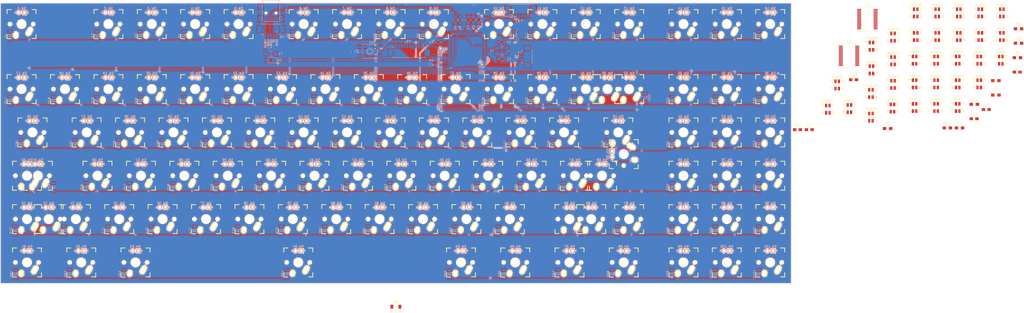
<source format=kicad_pcb>
(kicad_pcb (version 4) (host pcbnew 4.0.5)
  (layers (0 F.Cu signal) (31 B.Cu signal) (34 B.Paste user) (35 F.Paste user) (36 B.SilkS user) (37 F.SilkS user) (38 B.Mask user hide) (39 F.Mask user hide) (44 Edge.Cuts user))
  (net 0 "")
  (net 1 "Net-(C1-Pad1)")
  (net 2 GND)
  (net 3 "Net-(C2-Pad1)")
  (net 4 "Net-(C3-Pad1)")
  (net 5 "Net-(C4-Pad1)")
  (net 6 +5V)
  (net 7 "Net-(C12-Pad1)")
  (net 8 "Net-(C15-Pad1)")
  (net 9 "Net-(D1-Pad2)")
  (net 10 "Net-(D2-Pad2)")
  (net 11 "Net-(D3-Pad2)")
  (net 12 "Net-(D4-Pad2)")
  (net 13 "Net-(D5-Pad2)")
  (net 14 "Net-(D6-Pad2)")
  (net 15 "Net-(D7-Pad2)")
  (net 16 "Net-(D8-Pad2)")
  (net 17 "Net-(D9-Pad2)")
  (net 18 "Net-(D10-Pad2)")
  (net 19 "Net-(D11-Pad2)")
  (net 20 "Net-(D12-Pad2)")
  (net 21 "Net-(D13-Pad2)")
  (net 22 "Net-(D14-Pad2)")
  (net 23 "Net-(D15-Pad2)")
  (net 24 "Net-(D16-Pad2)")
  (net 25 "Net-(D17-Pad2)")
  (net 26 "Net-(D18-Pad2)")
  (net 27 "Net-(D19-Pad2)")
  (net 28 "Net-(D20-Pad2)")
  (net 29 "Net-(D21-Pad2)")
  (net 30 "Net-(D22-Pad2)")
  (net 31 "Net-(D23-Pad2)")
  (net 32 "Net-(D24-Pad2)")
  (net 33 "Net-(D25-Pad2)")
  (net 34 "Net-(D26-Pad2)")
  (net 35 "Net-(D27-Pad2)")
  (net 36 "Net-(D28-Pad2)")
  (net 37 "Net-(D29-Pad2)")
  (net 38 "Net-(D31-Pad2)")
  (net 39 "Net-(D32-Pad2)")
  (net 40 "Net-(D33-Pad2)")
  (net 41 "Net-(D34-Pad2)")
  (net 42 "Net-(D35-Pad2)")
  (net 43 "Net-(D36-Pad2)")
  (net 44 "Net-(D37-Pad2)")
  (net 45 "Net-(D38-Pad2)")
  (net 46 "Net-(D39-Pad2)")
  (net 47 "Net-(D40-Pad2)")
  (net 48 "Net-(D41-Pad2)")
  (net 49 "Net-(D42-Pad2)")
  (net 50 "Net-(D43-Pad2)")
  (net 51 "Net-(D44-Pad2)")
  (net 52 "Net-(D45-Pad2)")
  (net 53 "Net-(D46-Pad2)")
  (net 54 "Net-(D47-Pad2)")
  (net 55 "Net-(D48-Pad2)")
  (net 56 "Net-(D49-Pad2)")
  (net 57 "Net-(D51-Pad2)")
  (net 58 "Net-(D52-Pad2)")
  (net 59 "Net-(D53-Pad2)")
  (net 60 "Net-(D54-Pad2)")
  (net 61 "Net-(D56-Pad2)")
  (net 62 "Net-(D57-Pad2)")
  (net 63 "Net-(D58-Pad2)")
  (net 64 "Net-(D59-Pad2)")
  (net 65 "Net-(D60-Pad2)")
  (net 66 "Net-(D61-Pad2)")
  (net 67 "Net-(D62-Pad2)")
  (net 68 "Net-(D63-Pad2)")
  (net 69 "Net-(D64-Pad2)")
  (net 70 "Net-(D65-Pad2)")
  (net 71 "Net-(D66-Pad2)")
  (net 72 "Net-(D67-Pad2)")
  (net 73 "Net-(D69-Pad2)")
  (net 74 "Net-(D70-Pad2)")
  (net 75 "Net-(D71-Pad2)")
  (net 76 "Net-(D72-Pad2)")
  (net 77 "Net-(D74-Pad2)")
  (net 78 "Net-(D75-Pad2)")
  (net 79 "Net-(D76-Pad2)")
  (net 80 "Net-(D77-Pad2)")
  (net 81 "Net-(D78-Pad2)")
  (net 82 "Net-(D79-Pad2)")
  (net 83 "Net-(D80-Pad2)")
  (net 84 "Net-(D81-Pad2)")
  (net 85 "Net-(D82-Pad2)")
  (net 86 "Net-(D83-Pad2)")
  (net 87 "Net-(D84-Pad2)")
  (net 88 "Net-(D85-Pad2)")
  (net 89 "Net-(D87-Pad2)")
  (net 90 "Net-(D88-Pad2)")
  (net 91 "Net-(D89-Pad2)")
  (net 92 "Net-(D90-Pad2)")
  (net 93 "Net-(D91-Pad2)")
  (net 94 "Net-(D92-Pad2)")
  (net 95 "Net-(D93-Pad2)")
  (net 96 "Net-(D94-Pad2)")
  (net 97 "Net-(D95-Pad2)")
  (net 98 "Net-(D96-Pad2)")
  (net 99 "Net-(D97-Pad2)")
  (net 100 "Net-(D98-Pad2)")
  (net 101 "Net-(D99-Pad2)")
  (net 102 "Net-(D100-Pad2)")
  (net 103 "Net-(D101-Pad2)")
  (net 104 USB-)
  (net 105 USB+)
  (net 106 MISO)
  (net 107 SCK)
  (net 108 MOSI)
  (net 109 RESET)
  (net 110 TCK)
  (net 111 TDO)
  (net 112 TMS)
  (net 113 "Net-(P3-Pad7)")
  (net 114 "Net-(P3-Pad8)")
  (net 115 TDI)
  (net 116 AUDIO)
  (net 117 LED_SCL)
  (net 118 LED_SDA)
  (net 119 D-)
  (net 120 D+)
  (net 121 "Net-(R6-Pad1)")
  (net 122 PWM_RED)
  (net 123 "Net-(R7-Pad1)")
  (net 124 PWM_GREEN)
  (net 125 "Net-(R8-Pad1)")
  (net 126 PWM_BLUE)
  (net 127 "Net-(R11-Pad1)")
  (net 128 "Net-(R12-Pad1)")
  (net 129 "Net-(R13-Pad1)")
  (net 130 "Net-(R14-Pad1)")
  (net 131 R_CA2)
  (net 132 R_CA1)
  (net 133 R_CA4)
  (net 134 R_CA3)
  (net 135 R_CA5)
  (net 136 R_CA6)
  (net 137 R_CA7)
  (net 138 R_CA8)
  (net 139 R_CA9)
  (net 140 R_CB2)
  (net 141 R_CB1)
  (net 142 R_CB4)
  (net 143 R_CB3)
  (net 144 R_CB5)
  (net 145 R_CB6)
  (net 146 R_CB7)
  (net 147 R_CB8)
  (net 148 R_CB9)
  (net 149 L_CA9)
  (net 150 L_CA1)
  (net 151 L_CA8)
  (net 152 L_CA7)
  (net 153 L_CA6)
  (net 154 L_CA5)
  (net 155 L_CA4)
  (net 156 L_CA3)
  (net 157 L_CA2)
  (net 158 L_CB9)
  (net 159 L_CB1)
  (net 160 L_CB8)
  (net 161 L_CB7)
  (net 162 L_CB6)
  (net 163 L_CB5)
  (net 164 L_CB4)
  (net 165 L_CB3)
  (net 166 L_CB2)
  (net 167 C9)
  (net 168 C10)
  (net 169 "Net-(U1-Pad9)")
  (net 170 "Net-(U1-Pad10)")
  (net 171 "Net-(U1-Pad14)")
  (net 172 "Net-(U1-Pad18)")
  (net 173 "Net-(U1-Pad19)")
  (net 174 R1)
  (net 175 R2)
  (net 176 R3)
  (net 177 R4)
  (net 178 R5)
  (net 179 R6)
  (net 180 R7)
  (net 181 "Net-(U1-Pad34)")
  (net 182 C15)
  (net 183 C16)
  (net 184 C17)
  (net 185 C18)
  (net 186 "Net-(U1-Pad39)")
  (net 187 "Net-(U1-Pad40)")
  (net 188 "Net-(U1-Pad42)")
  (net 189 C8)
  (net 190 C7)
  (net 191 C6)
  (net 192 C5)
  (net 193 C4)
  (net 194 C3)
  (net 195 C2)
  (net 196 C1)
  (net 197 C14)
  (net 198 C13)
  (net 199 C12)
  (net 200 C11)
  (net 201 "Net-(U2-Pad4)")
  (net 202 "Net-(U2-Pad17)")
  (net 203 "Net-(U3-Pad4)")
  (net 204 "Net-(U3-Pad17)")
  (net 205 VBUS)
  (net 206 ID)
  (net 207 "Net-(D55-Pad1)")
  (net 208 "Net-(D55-Pad2)")
  (module MXALPS (layer F.Cu) (at 302.41875 85.725 270)
    (fp_text reference SW_50 (at 0 7 450) (layer B.SilkS) (effects (font (thickness 0.2)) (justify mirror)))
    (fp_text value MX_LED hide)
    (fp_text user A (at 2.794 5.08 450) (layer B.SilkS) (effects (justify mirror)))
    (fp_text user K (at -2.794 5.08 450) (layer B.SilkS) (effects (justify mirror)))
    (fp_text user A (at 2.794 5.08 450) (layer F.SilkS))
    (fp_text user K (at -2.794 5.08 450) (layer F.SilkS))
    (pad "" np_thru_hole circle (at 0 0 90) (size 3.98781 3.98781) (drill 3.9878) (layers *.Cu *.Mask F.SilkS) (clearance 0.1524))
    (pad "" np_thru_hole circle (at 5.08 0 90) (size 1.70181 1.70181) (drill 1.7018) (layers *.Cu *.Mask F.SilkS) (clearance 0.1524))
    (pad SW1 thru_hole oval (at -3.405 -3.27 60.95) (size 2.5 4.17) (drill oval 1.5 3.17) (layers *.Cu *.Mask F.SilkS) (net 197 C14))
    (pad SW2 thru_hole oval (at 2.52 -4.79 86.1) (size 2.5 3.08) (drill oval 1.5 2.08) (layers *.Cu *.Mask F.SilkS) (net 56 "Net-(D49-Pad2)"))
    (pad K thru_hole rect (at -1.27 5.08 90) (size 2 2) (drill 1) (layers *.Cu *.SilkS *.Mask) (net 162 L_CB6))
    (pad A thru_hole circle (at 1.27 5.08 90) (size 2 2) (drill 1) (layers *.Cu *.SilkS *.Mask) (net 165 L_CB3))
  )
  (module Connectors_Molex:Molex_PicoBlade_53261-0571_05x1.25mm_Angled (layer B.Cu) (at 147.574 32.258)
    (fp_text reference P5 (at 4.826 2.032) (layer B.SilkS) (effects (justify mirror)))
    (fp_text value CONN_01X05)
    (pad 1 smd rect (at -2.5 1.45) (size 0.8 1.7) (layers B.Cu B.Paste B.Mask) (net 205 VBUS))
    (pad 2 smd rect (at -1.25 1.45) (size 0.8 1.7) (layers B.Cu B.Paste B.Mask) (net 104 USB-))
    (pad 3 smd rect (at 0 1.45) (size 0.8 1.7) (layers B.Cu B.Paste B.Mask) (net 105 USB+))
    (pad 4 smd rect (at 1.25 1.45) (size 0.8 1.7) (layers B.Cu B.Paste B.Mask) (net 206 ID))
    (pad 5 smd rect (at 2.5 1.45) (size 0.8 1.7) (layers B.Cu B.Paste B.Mask) (net 2 GND))
    (pad "" smd rect (at -5 -1.45) (size 2.2 3.1) (layers B.Cu B.Paste B.Mask))
    (pad "" smd rect (at 5 -1.45) (size 2.2 3.1) (layers B.Cu B.Paste B.Mask))
  )
  (module Resistors_SMD:R_0805_HandSoldering (layer B.Cu) (at 228.6 26.797 90)
    (fp_text reference R5 (at -3.429 0 90) (layer B.SilkS) (effects (justify mirror)))
    (fp_text value 22Ω)
    (pad 1 smd rect (at -1.35 0 90) (size 1.5 1.3) (layers B.Cu B.Paste B.Mask) (net 120 D+))
    (pad 2 smd rect (at 1.35 0 90) (size 1.5 1.3) (layers B.Cu B.Paste B.Mask) (net 105 USB+))
  )
  (module Resistors_SMD:R_0805_HandSoldering (layer B.Cu) (at 230.632 26.797 90)
    (fp_text reference R4 (at -3.429 0 90) (layer B.SilkS) (effects (justify mirror)))
    (fp_text value 22Ω)
    (pad 1 smd rect (at -1.35 0 90) (size 1.5 1.3) (layers B.Cu B.Paste B.Mask) (net 119 D-))
    (pad 2 smd rect (at 1.35 0 90) (size 1.5 1.3) (layers B.Cu B.Paste B.Mask) (net 104 USB-))
  )
  (module MXALPS (layer F.Cu) (at 38.1 28.575 180)
    (fp_text reference SW_1 (at 0 7 360) (layer B.SilkS) (effects (font (thickness 0.2)) (justify mirror)))
    (fp_text value MX_LED hide)
    (fp_text user A (at 2.794 5.08 360) (layer B.SilkS) (effects (justify mirror)))
    (fp_text user K (at -2.794 5.08 360) (layer B.SilkS) (effects (justify mirror)))
    (fp_text user A (at 2.794 5.08 360) (layer F.SilkS))
    (fp_text user K (at -2.794 5.08 360) (layer F.SilkS))
    (pad "" np_thru_hole circle (at 0 0) (size 3.98781 3.98781) (drill 3.9878) (layers *.Cu *.Mask F.SilkS) (clearance 0.1524))
    (pad "" np_thru_hole circle (at -5.08 0) (size 1.70181 1.70181) (drill 1.7018) (layers *.Cu *.Mask F.SilkS) (clearance 0.1524))
    (pad "" np_thru_hole circle (at 5.08 0) (size 1.70181 1.70181) (drill 1.7018) (layers *.Cu *.Mask F.SilkS) (clearance 0.1524))
    (pad SW1 thru_hole oval (at -3.405 -3.27 330.95) (size 2.5 4.17) (drill oval 1.5 3.17) (layers *.Cu *.Mask F.SilkS) (net 196 C1))
    (pad SW2 thru_hole oval (at 2.52 -4.79 356.1) (size 2.5 3.08) (drill oval 1.5 2.08) (layers *.Cu *.Mask F.SilkS) (net 9 "Net-(D1-Pad2)"))
    (pad K thru_hole rect (at -1.27 5.08) (size 2 2) (drill 1) (layers *.Cu *.SilkS *.Mask) (net 149 L_CA9))
    (pad A thru_hole circle (at 1.27 5.08) (size 2 2) (drill 1) (layers *.Cu *.SilkS *.Mask) (net 150 L_CA1))
  )
  (module Diodes_SMD:MiniMELF_Standard (layer B.Cu) (at 33.02 33.655 90)
    (fp_text reference D1 (at 0 -1.8 90) (layer B.SilkS))
    (fp_text value D hide)
    (pad 1 smd rect (at -1.75006 0 90) (size 1.30048 1.69926) (layers B.Cu B.Paste B.Mask) (net 174 R1))
    (pad 2 smd rect (at 1.75006 0 90) (size 1.30048 1.69926) (layers B.Cu B.Paste B.Mask) (net 9 "Net-(D1-Pad2)"))
  )
  (module MXALPS (layer F.Cu) (at 76.2 28.575 180)
    (fp_text reference SW_2 (at 0 7 360) (layer B.SilkS) (effects (font (thickness 0.2)) (justify mirror)))
    (fp_text value MX_LED hide)
    (fp_text user A (at 2.794 5.08 360) (layer B.SilkS) (effects (justify mirror)))
    (fp_text user K (at -2.794 5.08 360) (layer B.SilkS) (effects (justify mirror)))
    (fp_text user A (at 2.794 5.08 360) (layer F.SilkS))
    (fp_text user K (at -2.794 5.08 360) (layer F.SilkS))
    (pad "" np_thru_hole circle (at 0 0) (size 3.98781 3.98781) (drill 3.9878) (layers *.Cu *.Mask F.SilkS) (clearance 0.1524))
    (pad "" np_thru_hole circle (at -5.08 0) (size 1.70181 1.70181) (drill 1.7018) (layers *.Cu *.Mask F.SilkS) (clearance 0.1524))
    (pad "" np_thru_hole circle (at 5.08 0) (size 1.70181 1.70181) (drill 1.7018) (layers *.Cu *.Mask F.SilkS) (clearance 0.1524))
    (pad SW1 thru_hole oval (at -3.405 -3.27 330.95) (size 2.5 4.17) (drill oval 1.5 3.17) (layers *.Cu *.Mask F.SilkS) (net 194 C3))
    (pad SW2 thru_hole oval (at 2.52 -4.79 356.1) (size 2.5 3.08) (drill oval 1.5 2.08) (layers *.Cu *.Mask F.SilkS) (net 10 "Net-(D2-Pad2)"))
    (pad K thru_hole rect (at -1.27 5.08) (size 2 2) (drill 1) (layers *.Cu *.SilkS *.Mask) (net 151 L_CA8))
    (pad A thru_hole circle (at 1.27 5.08) (size 2 2) (drill 1) (layers *.Cu *.SilkS *.Mask) (net 150 L_CA1))
  )
  (module Diodes_SMD:MiniMELF_Standard (layer B.Cu) (at 71.12 33.655 90)
    (fp_text reference D2 (at 0 -1.8 90) (layer B.SilkS))
    (fp_text value D hide)
    (pad 1 smd rect (at -1.75006 0 90) (size 1.30048 1.69926) (layers B.Cu B.Paste B.Mask) (net 174 R1))
    (pad 2 smd rect (at 1.75006 0 90) (size 1.30048 1.69926) (layers B.Cu B.Paste B.Mask) (net 10 "Net-(D2-Pad2)"))
  )
  (module MXALPS (layer F.Cu) (at 95.25 28.575 180)
    (fp_text reference SW_3 (at 0 7 360) (layer B.SilkS) (effects (font (thickness 0.2)) (justify mirror)))
    (fp_text value MX_LED hide)
    (fp_text user A (at 2.794 5.08 360) (layer B.SilkS) (effects (justify mirror)))
    (fp_text user K (at -2.794 5.08 360) (layer B.SilkS) (effects (justify mirror)))
    (fp_text user A (at 2.794 5.08 360) (layer F.SilkS))
    (fp_text user K (at -2.794 5.08 360) (layer F.SilkS))
    (pad "" np_thru_hole circle (at 0 0) (size 3.98781 3.98781) (drill 3.9878) (layers *.Cu *.Mask F.SilkS) (clearance 0.1524))
    (pad "" np_thru_hole circle (at -5.08 0) (size 1.70181 1.70181) (drill 1.7018) (layers *.Cu *.Mask F.SilkS) (clearance 0.1524))
    (pad "" np_thru_hole circle (at 5.08 0) (size 1.70181 1.70181) (drill 1.7018) (layers *.Cu *.Mask F.SilkS) (clearance 0.1524))
    (pad SW1 thru_hole oval (at -3.405 -3.27 330.95) (size 2.5 4.17) (drill oval 1.5 3.17) (layers *.Cu *.Mask F.SilkS) (net 193 C4))
    (pad SW2 thru_hole oval (at 2.52 -4.79 356.1) (size 2.5 3.08) (drill oval 1.5 2.08) (layers *.Cu *.Mask F.SilkS) (net 11 "Net-(D3-Pad2)"))
    (pad K thru_hole rect (at -1.27 5.08) (size 2 2) (drill 1) (layers *.Cu *.SilkS *.Mask) (net 152 L_CA7))
    (pad A thru_hole circle (at 1.27 5.08) (size 2 2) (drill 1) (layers *.Cu *.SilkS *.Mask) (net 150 L_CA1))
  )
  (module Diodes_SMD:MiniMELF_Standard (layer B.Cu) (at 90.17 33.655 90)
    (fp_text reference D3 (at 0 -1.8 90) (layer B.SilkS))
    (fp_text value D hide)
    (pad 1 smd rect (at -1.75006 0 90) (size 1.30048 1.69926) (layers B.Cu B.Paste B.Mask) (net 174 R1))
    (pad 2 smd rect (at 1.75006 0 90) (size 1.30048 1.69926) (layers B.Cu B.Paste B.Mask) (net 11 "Net-(D3-Pad2)"))
  )
  (module MXALPS (layer F.Cu) (at 114.3 28.575 180)
    (fp_text reference SW_4 (at 0 7 360) (layer B.SilkS) (effects (font (thickness 0.2)) (justify mirror)))
    (fp_text value MX_LED hide)
    (fp_text user A (at 2.794 5.08 360) (layer B.SilkS) (effects (justify mirror)))
    (fp_text user K (at -2.794 5.08 360) (layer B.SilkS) (effects (justify mirror)))
    (fp_text user A (at 2.794 5.08 360) (layer F.SilkS))
    (fp_text user K (at -2.794 5.08 360) (layer F.SilkS))
    (pad "" np_thru_hole circle (at 0 0) (size 3.98781 3.98781) (drill 3.9878) (layers *.Cu *.Mask F.SilkS) (clearance 0.1524))
    (pad "" np_thru_hole circle (at -5.08 0) (size 1.70181 1.70181) (drill 1.7018) (layers *.Cu *.Mask F.SilkS) (clearance 0.1524))
    (pad "" np_thru_hole circle (at 5.08 0) (size 1.70181 1.70181) (drill 1.7018) (layers *.Cu *.Mask F.SilkS) (clearance 0.1524))
    (pad SW1 thru_hole oval (at -3.405 -3.27 330.95) (size 2.5 4.17) (drill oval 1.5 3.17) (layers *.Cu *.Mask F.SilkS) (net 192 C5))
    (pad SW2 thru_hole oval (at 2.52 -4.79 356.1) (size 2.5 3.08) (drill oval 1.5 2.08) (layers *.Cu *.Mask F.SilkS) (net 12 "Net-(D4-Pad2)"))
    (pad K thru_hole rect (at -1.27 5.08) (size 2 2) (drill 1) (layers *.Cu *.SilkS *.Mask) (net 153 L_CA6))
    (pad A thru_hole circle (at 1.27 5.08) (size 2 2) (drill 1) (layers *.Cu *.SilkS *.Mask) (net 150 L_CA1))
  )
  (module Diodes_SMD:MiniMELF_Standard (layer B.Cu) (at 109.22 33.655 90)
    (fp_text reference D4 (at 0 -1.8 90) (layer B.SilkS))
    (fp_text value D hide)
    (pad 1 smd rect (at -1.75006 0 90) (size 1.30048 1.69926) (layers B.Cu B.Paste B.Mask) (net 174 R1))
    (pad 2 smd rect (at 1.75006 0 90) (size 1.30048 1.69926) (layers B.Cu B.Paste B.Mask) (net 12 "Net-(D4-Pad2)"))
  )
  (module MXALPS (layer F.Cu) (at 133.35 28.575 180)
    (fp_text reference SW_5 (at 0 7 360) (layer B.SilkS) (effects (font (thickness 0.2)) (justify mirror)))
    (fp_text value MX_LED hide)
    (fp_text user A (at 2.794 5.08 360) (layer B.SilkS) (effects (justify mirror)))
    (fp_text user K (at -2.794 5.08 360) (layer B.SilkS) (effects (justify mirror)))
    (fp_text user A (at 2.794 5.08 360) (layer F.SilkS))
    (fp_text user K (at -2.794 5.08 360) (layer F.SilkS))
    (pad "" np_thru_hole circle (at 0 0) (size 3.98781 3.98781) (drill 3.9878) (layers *.Cu *.Mask F.SilkS) (clearance 0.1524))
    (pad "" np_thru_hole circle (at -5.08 0) (size 1.70181 1.70181) (drill 1.7018) (layers *.Cu *.Mask F.SilkS) (clearance 0.1524))
    (pad "" np_thru_hole circle (at 5.08 0) (size 1.70181 1.70181) (drill 1.7018) (layers *.Cu *.Mask F.SilkS) (clearance 0.1524))
    (pad SW1 thru_hole oval (at -3.405 -3.27 330.95) (size 2.5 4.17) (drill oval 1.5 3.17) (layers *.Cu *.Mask F.SilkS) (net 191 C6))
    (pad SW2 thru_hole oval (at 2.52 -4.79 356.1) (size 2.5 3.08) (drill oval 1.5 2.08) (layers *.Cu *.Mask F.SilkS) (net 13 "Net-(D5-Pad2)"))
    (pad K thru_hole rect (at -1.27 5.08) (size 2 2) (drill 1) (layers *.Cu *.SilkS *.Mask) (net 154 L_CA5))
    (pad A thru_hole circle (at 1.27 5.08) (size 2 2) (drill 1) (layers *.Cu *.SilkS *.Mask) (net 150 L_CA1))
  )
  (module Diodes_SMD:MiniMELF_Standard (layer B.Cu) (at 128.27 33.655 90)
    (fp_text reference D5 (at 0 -1.8 90) (layer B.SilkS))
    (fp_text value D hide)
    (pad 1 smd rect (at -1.75006 0 90) (size 1.30048 1.69926) (layers B.Cu B.Paste B.Mask) (net 174 R1))
    (pad 2 smd rect (at 1.75006 0 90) (size 1.30048 1.69926) (layers B.Cu B.Paste B.Mask) (net 13 "Net-(D5-Pad2)"))
  )
  (module MXALPS (layer F.Cu) (at 161.925 28.575 180)
    (fp_text reference SW_6 (at 0 7 360) (layer B.SilkS) (effects (font (thickness 0.2)) (justify mirror)))
    (fp_text value MX_LED hide)
    (fp_text user A (at 2.794 5.08 360) (layer B.SilkS) (effects (justify mirror)))
    (fp_text user K (at -2.794 5.08 360) (layer B.SilkS) (effects (justify mirror)))
    (fp_text user A (at 2.794 5.08 360) (layer F.SilkS))
    (fp_text user K (at -2.794 5.08 360) (layer F.SilkS))
    (pad "" np_thru_hole circle (at 0 0) (size 3.98781 3.98781) (drill 3.9878) (layers *.Cu *.Mask F.SilkS) (clearance 0.1524))
    (pad "" np_thru_hole circle (at -5.08 0) (size 1.70181 1.70181) (drill 1.7018) (layers *.Cu *.Mask F.SilkS) (clearance 0.1524))
    (pad "" np_thru_hole circle (at 5.08 0) (size 1.70181 1.70181) (drill 1.7018) (layers *.Cu *.Mask F.SilkS) (clearance 0.1524))
    (pad SW1 thru_hole oval (at -3.405 -3.27 330.95) (size 2.5 4.17) (drill oval 1.5 3.17) (layers *.Cu *.Mask F.SilkS) (net 190 C7))
    (pad SW2 thru_hole oval (at 2.52 -4.79 356.1) (size 2.5 3.08) (drill oval 1.5 2.08) (layers *.Cu *.Mask F.SilkS) (net 14 "Net-(D6-Pad2)"))
    (pad K thru_hole rect (at -1.27 5.08) (size 2 2) (drill 1) (layers *.Cu *.SilkS *.Mask) (net 155 L_CA4))
    (pad A thru_hole circle (at 1.27 5.08) (size 2 2) (drill 1) (layers *.Cu *.SilkS *.Mask) (net 150 L_CA1))
  )
  (module Diodes_SMD:MiniMELF_Standard (layer B.Cu) (at 156.845 33.655 90)
    (fp_text reference D6 (at 0 -1.8 90) (layer B.SilkS))
    (fp_text value D hide)
    (pad 1 smd rect (at -1.75006 0 90) (size 1.30048 1.69926) (layers B.Cu B.Paste B.Mask) (net 174 R1))
    (pad 2 smd rect (at 1.75006 0 90) (size 1.30048 1.69926) (layers B.Cu B.Paste B.Mask) (net 14 "Net-(D6-Pad2)"))
  )
  (module MXALPS (layer F.Cu) (at 180.975 28.575 180)
    (fp_text reference SW_7 (at 0 7 360) (layer B.SilkS) (effects (font (thickness 0.2)) (justify mirror)))
    (fp_text value MX_LED hide)
    (fp_text user A (at 2.794 5.08 360) (layer B.SilkS) (effects (justify mirror)))
    (fp_text user K (at -2.794 5.08 360) (layer B.SilkS) (effects (justify mirror)))
    (fp_text user A (at 2.794 5.08 360) (layer F.SilkS))
    (fp_text user K (at -2.794 5.08 360) (layer F.SilkS))
    (pad "" np_thru_hole circle (at 0 0) (size 3.98781 3.98781) (drill 3.9878) (layers *.Cu *.Mask F.SilkS) (clearance 0.1524))
    (pad "" np_thru_hole circle (at -5.08 0) (size 1.70181 1.70181) (drill 1.7018) (layers *.Cu *.Mask F.SilkS) (clearance 0.1524))
    (pad "" np_thru_hole circle (at 5.08 0) (size 1.70181 1.70181) (drill 1.7018) (layers *.Cu *.Mask F.SilkS) (clearance 0.1524))
    (pad SW1 thru_hole oval (at -3.405 -3.27 330.95) (size 2.5 4.17) (drill oval 1.5 3.17) (layers *.Cu *.Mask F.SilkS) (net 189 C8))
    (pad SW2 thru_hole oval (at 2.52 -4.79 356.1) (size 2.5 3.08) (drill oval 1.5 2.08) (layers *.Cu *.Mask F.SilkS) (net 15 "Net-(D7-Pad2)"))
    (pad K thru_hole rect (at -1.27 5.08) (size 2 2) (drill 1) (layers *.Cu *.SilkS *.Mask) (net 156 L_CA3))
    (pad A thru_hole circle (at 1.27 5.08) (size 2 2) (drill 1) (layers *.Cu *.SilkS *.Mask) (net 150 L_CA1))
  )
  (module Diodes_SMD:MiniMELF_Standard (layer B.Cu) (at 175.895 33.655 90)
    (fp_text reference D7 (at 0 -1.8 90) (layer B.SilkS))
    (fp_text value D hide)
    (pad 1 smd rect (at -1.75006 0 90) (size 1.30048 1.69926) (layers B.Cu B.Paste B.Mask) (net 174 R1))
    (pad 2 smd rect (at 1.75006 0 90) (size 1.30048 1.69926) (layers B.Cu B.Paste B.Mask) (net 15 "Net-(D7-Pad2)"))
  )
  (module MXALPS (layer F.Cu) (at 200.025 28.575 180)
    (fp_text reference SW_8 (at 0 7 360) (layer B.SilkS) (effects (font (thickness 0.2)) (justify mirror)))
    (fp_text value MX_LED hide)
    (fp_text user A (at 2.794 5.08 360) (layer B.SilkS) (effects (justify mirror)))
    (fp_text user K (at -2.794 5.08 360) (layer B.SilkS) (effects (justify mirror)))
    (fp_text user A (at 2.794 5.08 360) (layer F.SilkS))
    (fp_text user K (at -2.794 5.08 360) (layer F.SilkS))
    (pad "" np_thru_hole circle (at 0 0) (size 3.98781 3.98781) (drill 3.9878) (layers *.Cu *.Mask F.SilkS) (clearance 0.1524))
    (pad "" np_thru_hole circle (at -5.08 0) (size 1.70181 1.70181) (drill 1.7018) (layers *.Cu *.Mask F.SilkS) (clearance 0.1524))
    (pad "" np_thru_hole circle (at 5.08 0) (size 1.70181 1.70181) (drill 1.7018) (layers *.Cu *.Mask F.SilkS) (clearance 0.1524))
    (pad SW1 thru_hole oval (at -3.405 -3.27 330.95) (size 2.5 4.17) (drill oval 1.5 3.17) (layers *.Cu *.Mask F.SilkS) (net 167 C9))
    (pad SW2 thru_hole oval (at 2.52 -4.79 356.1) (size 2.5 3.08) (drill oval 1.5 2.08) (layers *.Cu *.Mask F.SilkS) (net 16 "Net-(D8-Pad2)"))
    (pad K thru_hole rect (at -1.27 5.08) (size 2 2) (drill 1) (layers *.Cu *.SilkS *.Mask) (net 157 L_CA2))
    (pad A thru_hole circle (at 1.27 5.08) (size 2 2) (drill 1) (layers *.Cu *.SilkS *.Mask) (net 150 L_CA1))
  )
  (module Diodes_SMD:MiniMELF_Standard (layer B.Cu) (at 194.945 33.655 90)
    (fp_text reference D8 (at 0 -1.8 90) (layer B.SilkS))
    (fp_text value D hide)
    (pad 1 smd rect (at -1.75006 0 90) (size 1.30048 1.69926) (layers B.Cu B.Paste B.Mask) (net 174 R1))
    (pad 2 smd rect (at 1.75006 0 90) (size 1.30048 1.69926) (layers B.Cu B.Paste B.Mask) (net 16 "Net-(D8-Pad2)"))
  )
  (module MXALPS (layer F.Cu) (at 219.075 28.575 180)
    (fp_text reference SW_9 (at 0 7 360) (layer B.SilkS) (effects (font (thickness 0.2)) (justify mirror)))
    (fp_text value MX_LED hide)
    (fp_text user A (at 2.794 5.08 360) (layer B.SilkS) (effects (justify mirror)))
    (fp_text user K (at -2.794 5.08 360) (layer B.SilkS) (effects (justify mirror)))
    (fp_text user A (at 2.794 5.08 360) (layer F.SilkS))
    (fp_text user K (at -2.794 5.08 360) (layer F.SilkS))
    (pad "" np_thru_hole circle (at 0 0) (size 3.98781 3.98781) (drill 3.9878) (layers *.Cu *.Mask F.SilkS) (clearance 0.1524))
    (pad "" np_thru_hole circle (at -5.08 0) (size 1.70181 1.70181) (drill 1.7018) (layers *.Cu *.Mask F.SilkS) (clearance 0.1524))
    (pad "" np_thru_hole circle (at 5.08 0) (size 1.70181 1.70181) (drill 1.7018) (layers *.Cu *.Mask F.SilkS) (clearance 0.1524))
    (pad SW1 thru_hole oval (at -3.405 -3.27 330.95) (size 2.5 4.17) (drill oval 1.5 3.17) (layers *.Cu *.Mask F.SilkS) (net 168 C10))
    (pad SW2 thru_hole oval (at 2.52 -4.79 356.1) (size 2.5 3.08) (drill oval 1.5 2.08) (layers *.Cu *.Mask F.SilkS) (net 17 "Net-(D9-Pad2)"))
    (pad K thru_hole rect (at -1.27 5.08) (size 2 2) (drill 1) (layers *.Cu *.SilkS *.Mask) (net 150 L_CA1))
    (pad A thru_hole circle (at 1.27 5.08) (size 2 2) (drill 1) (layers *.Cu *.SilkS *.Mask) (net 157 L_CA2))
  )
  (module Diodes_SMD:MiniMELF_Standard (layer B.Cu) (at 213.995 33.655 90)
    (fp_text reference D9 (at 0 -1.8 90) (layer B.SilkS))
    (fp_text value D hide)
    (pad 1 smd rect (at -1.75006 0 90) (size 1.30048 1.69926) (layers B.Cu B.Paste B.Mask) (net 174 R1))
    (pad 2 smd rect (at 1.75006 0 90) (size 1.30048 1.69926) (layers B.Cu B.Paste B.Mask) (net 17 "Net-(D9-Pad2)"))
  )
  (module MXALPS (layer F.Cu) (at 247.65 28.575 180)
    (fp_text reference SW_10 (at 0 7 360) (layer B.SilkS) (effects (font (thickness 0.2)) (justify mirror)))
    (fp_text value MX_LED hide)
    (fp_text user A (at 2.794 5.08 360) (layer B.SilkS) (effects (justify mirror)))
    (fp_text user K (at -2.794 5.08 360) (layer B.SilkS) (effects (justify mirror)))
    (fp_text user A (at 2.794 5.08 360) (layer F.SilkS))
    (fp_text user K (at -2.794 5.08 360) (layer F.SilkS))
    (pad "" np_thru_hole circle (at 0 0) (size 3.98781 3.98781) (drill 3.9878) (layers *.Cu *.Mask F.SilkS) (clearance 0.1524))
    (pad "" np_thru_hole circle (at -5.08 0) (size 1.70181 1.70181) (drill 1.7018) (layers *.Cu *.Mask F.SilkS) (clearance 0.1524))
    (pad "" np_thru_hole circle (at 5.08 0) (size 1.70181 1.70181) (drill 1.7018) (layers *.Cu *.Mask F.SilkS) (clearance 0.1524))
    (pad SW1 thru_hole oval (at -3.405 -3.27 330.95) (size 2.5 4.17) (drill oval 1.5 3.17) (layers *.Cu *.Mask F.SilkS) (net 200 C11))
    (pad SW2 thru_hole oval (at 2.52 -4.79 356.1) (size 2.5 3.08) (drill oval 1.5 2.08) (layers *.Cu *.Mask F.SilkS) (net 18 "Net-(D10-Pad2)"))
    (pad K thru_hole rect (at -1.27 5.08) (size 2 2) (drill 1) (layers *.Cu *.SilkS *.Mask) (net 158 L_CB9))
    (pad A thru_hole circle (at 1.27 5.08) (size 2 2) (drill 1) (layers *.Cu *.SilkS *.Mask) (net 159 L_CB1))
  )
  (module Diodes_SMD:MiniMELF_Standard (layer B.Cu) (at 254.635 33.7185 90)
    (fp_text reference D10 (at 0 -1.8 90) (layer B.SilkS))
    (fp_text value D hide)
    (pad 1 smd rect (at -1.75006 0 90) (size 1.30048 1.69926) (layers B.Cu B.Paste B.Mask) (net 174 R1))
    (pad 2 smd rect (at 1.75006 0 90) (size 1.30048 1.69926) (layers B.Cu B.Paste B.Mask) (net 18 "Net-(D10-Pad2)"))
  )
  (module MXALPS (layer F.Cu) (at 266.7 28.575 180)
    (fp_text reference SW_11 (at 0 7 360) (layer B.SilkS) (effects (font (thickness 0.2)) (justify mirror)))
    (fp_text value MX_LED hide)
    (fp_text user A (at 2.794 5.08 360) (layer B.SilkS) (effects (justify mirror)))
    (fp_text user K (at -2.794 5.08 360) (layer B.SilkS) (effects (justify mirror)))
    (fp_text user A (at 2.794 5.08 360) (layer F.SilkS))
    (fp_text user K (at -2.794 5.08 360) (layer F.SilkS))
    (pad "" np_thru_hole circle (at 0 0) (size 3.98781 3.98781) (drill 3.9878) (layers *.Cu *.Mask F.SilkS) (clearance 0.1524))
    (pad "" np_thru_hole circle (at -5.08 0) (size 1.70181 1.70181) (drill 1.7018) (layers *.Cu *.Mask F.SilkS) (clearance 0.1524))
    (pad "" np_thru_hole circle (at 5.08 0) (size 1.70181 1.70181) (drill 1.7018) (layers *.Cu *.Mask F.SilkS) (clearance 0.1524))
    (pad SW1 thru_hole oval (at -3.405 -3.27 330.95) (size 2.5 4.17) (drill oval 1.5 3.17) (layers *.Cu *.Mask F.SilkS) (net 199 C12))
    (pad SW2 thru_hole oval (at 2.52 -4.79 356.1) (size 2.5 3.08) (drill oval 1.5 2.08) (layers *.Cu *.Mask F.SilkS) (net 19 "Net-(D11-Pad2)"))
    (pad K thru_hole rect (at -1.27 5.08) (size 2 2) (drill 1) (layers *.Cu *.SilkS *.Mask) (net 160 L_CB8))
    (pad A thru_hole circle (at 1.27 5.08) (size 2 2) (drill 1) (layers *.Cu *.SilkS *.Mask) (net 159 L_CB1))
  )
  (module Diodes_SMD:MiniMELF_Standard (layer B.Cu) (at 261.62 33.655 90)
    (fp_text reference D11 (at 0 -1.8 90) (layer B.SilkS))
    (fp_text value D hide)
    (pad 1 smd rect (at -1.75006 0 90) (size 1.30048 1.69926) (layers B.Cu B.Paste B.Mask) (net 174 R1))
    (pad 2 smd rect (at 1.75006 0 90) (size 1.30048 1.69926) (layers B.Cu B.Paste B.Mask) (net 19 "Net-(D11-Pad2)"))
  )
  (module MXALPS (layer F.Cu) (at 285.75 28.575 180)
    (fp_text reference SW_12 (at 0 7 360) (layer B.SilkS) (effects (font (thickness 0.2)) (justify mirror)))
    (fp_text value MX_LED hide)
    (fp_text user A (at 2.794 5.08 360) (layer B.SilkS) (effects (justify mirror)))
    (fp_text user K (at -2.794 5.08 360) (layer B.SilkS) (effects (justify mirror)))
    (fp_text user A (at 2.794 5.08 360) (layer F.SilkS))
    (fp_text user K (at -2.794 5.08 360) (layer F.SilkS))
    (pad "" np_thru_hole circle (at 0 0) (size 3.98781 3.98781) (drill 3.9878) (layers *.Cu *.Mask F.SilkS) (clearance 0.1524))
    (pad "" np_thru_hole circle (at -5.08 0) (size 1.70181 1.70181) (drill 1.7018) (layers *.Cu *.Mask F.SilkS) (clearance 0.1524))
    (pad "" np_thru_hole circle (at 5.08 0) (size 1.70181 1.70181) (drill 1.7018) (layers *.Cu *.Mask F.SilkS) (clearance 0.1524))
    (pad SW1 thru_hole oval (at -3.405 -3.27 330.95) (size 2.5 4.17) (drill oval 1.5 3.17) (layers *.Cu *.Mask F.SilkS) (net 198 C13))
    (pad SW2 thru_hole oval (at 2.52 -4.79 356.1) (size 2.5 3.08) (drill oval 1.5 2.08) (layers *.Cu *.Mask F.SilkS) (net 20 "Net-(D12-Pad2)"))
    (pad K thru_hole rect (at -1.27 5.08) (size 2 2) (drill 1) (layers *.Cu *.SilkS *.Mask) (net 161 L_CB7))
    (pad A thru_hole circle (at 1.27 5.08) (size 2 2) (drill 1) (layers *.Cu *.SilkS *.Mask) (net 159 L_CB1))
  )
  (module Diodes_SMD:MiniMELF_Standard (layer B.Cu) (at 280.67 33.655 90)
    (fp_text reference D12 (at 0 -1.8 90) (layer B.SilkS))
    (fp_text value D hide)
    (pad 1 smd rect (at -1.75006 0 90) (size 1.30048 1.69926) (layers B.Cu B.Paste B.Mask) (net 174 R1))
    (pad 2 smd rect (at 1.75006 0 90) (size 1.30048 1.69926) (layers B.Cu B.Paste B.Mask) (net 20 "Net-(D12-Pad2)"))
  )
  (module MXALPS (layer F.Cu) (at 304.8 28.575 180)
    (fp_text reference SW_13 (at 0 7 360) (layer B.SilkS) (effects (font (thickness 0.2)) (justify mirror)))
    (fp_text value MX_LED hide)
    (fp_text user A (at 2.794 5.08 360) (layer B.SilkS) (effects (justify mirror)))
    (fp_text user K (at -2.794 5.08 360) (layer B.SilkS) (effects (justify mirror)))
    (fp_text user A (at 2.794 5.08 360) (layer F.SilkS))
    (fp_text user K (at -2.794 5.08 360) (layer F.SilkS))
    (pad "" np_thru_hole circle (at 0 0) (size 3.98781 3.98781) (drill 3.9878) (layers *.Cu *.Mask F.SilkS) (clearance 0.1524))
    (pad "" np_thru_hole circle (at -5.08 0) (size 1.70181 1.70181) (drill 1.7018) (layers *.Cu *.Mask F.SilkS) (clearance 0.1524))
    (pad "" np_thru_hole circle (at 5.08 0) (size 1.70181 1.70181) (drill 1.7018) (layers *.Cu *.Mask F.SilkS) (clearance 0.1524))
    (pad SW1 thru_hole oval (at -3.405 -3.27 330.95) (size 2.5 4.17) (drill oval 1.5 3.17) (layers *.Cu *.Mask F.SilkS) (net 197 C14))
    (pad SW2 thru_hole oval (at 2.52 -4.79 356.1) (size 2.5 3.08) (drill oval 1.5 2.08) (layers *.Cu *.Mask F.SilkS) (net 21 "Net-(D13-Pad2)"))
    (pad K thru_hole rect (at -1.27 5.08) (size 2 2) (drill 1) (layers *.Cu *.SilkS *.Mask) (net 162 L_CB6))
    (pad A thru_hole circle (at 1.27 5.08) (size 2 2) (drill 1) (layers *.Cu *.SilkS *.Mask) (net 159 L_CB1))
  )
  (module Diodes_SMD:MiniMELF_Standard (layer B.Cu) (at 299.72 33.655 90)
    (fp_text reference D13 (at 0 -1.8 90) (layer B.SilkS))
    (fp_text value D hide)
    (pad 1 smd rect (at -1.75006 0 90) (size 1.30048 1.69926) (layers B.Cu B.Paste B.Mask) (net 174 R1))
    (pad 2 smd rect (at 1.75006 0 90) (size 1.30048 1.69926) (layers B.Cu B.Paste B.Mask) (net 21 "Net-(D13-Pad2)"))
  )
  (module MXALPS (layer F.Cu) (at 328.6125 28.575 180)
    (fp_text reference SW_14 (at 0 7 360) (layer B.SilkS) (effects (font (thickness 0.2)) (justify mirror)))
    (fp_text value MX_LED hide)
    (fp_text user A (at 2.794 5.08 360) (layer B.SilkS) (effects (justify mirror)))
    (fp_text user K (at -2.794 5.08 360) (layer B.SilkS) (effects (justify mirror)))
    (fp_text user A (at 2.794 5.08 360) (layer F.SilkS))
    (fp_text user K (at -2.794 5.08 360) (layer F.SilkS))
    (pad "" np_thru_hole circle (at 0 0) (size 3.98781 3.98781) (drill 3.9878) (layers *.Cu *.Mask F.SilkS) (clearance 0.1524))
    (pad "" np_thru_hole circle (at -5.08 0) (size 1.70181 1.70181) (drill 1.7018) (layers *.Cu *.Mask F.SilkS) (clearance 0.1524))
    (pad "" np_thru_hole circle (at 5.08 0) (size 1.70181 1.70181) (drill 1.7018) (layers *.Cu *.Mask F.SilkS) (clearance 0.1524))
    (pad SW1 thru_hole oval (at -3.405 -3.27 330.95) (size 2.5 4.17) (drill oval 1.5 3.17) (layers *.Cu *.Mask F.SilkS) (net 182 C15))
    (pad SW2 thru_hole oval (at 2.52 -4.79 356.1) (size 2.5 3.08) (drill oval 1.5 2.08) (layers *.Cu *.Mask F.SilkS) (net 22 "Net-(D14-Pad2)"))
    (pad K thru_hole rect (at -1.27 5.08) (size 2 2) (drill 1) (layers *.Cu *.SilkS *.Mask) (net 163 L_CB5))
    (pad A thru_hole circle (at 1.27 5.08) (size 2 2) (drill 1) (layers *.Cu *.SilkS *.Mask) (net 159 L_CB1))
  )
  (module Diodes_SMD:MiniMELF_Standard (layer B.Cu) (at 323.5325 33.655 90)
    (fp_text reference D14 (at 0 -1.8 90) (layer B.SilkS))
    (fp_text value D hide)
    (pad 1 smd rect (at -1.75006 0 90) (size 1.30048 1.69926) (layers B.Cu B.Paste B.Mask) (net 174 R1))
    (pad 2 smd rect (at 1.75006 0 90) (size 1.30048 1.69926) (layers B.Cu B.Paste B.Mask) (net 22 "Net-(D14-Pad2)"))
  )
  (module MXALPS (layer F.Cu) (at 347.6625 28.575 180)
    (fp_text reference SW_15 (at 0 7 360) (layer B.SilkS) (effects (font (thickness 0.2)) (justify mirror)))
    (fp_text value MX_LED hide)
    (fp_text user A (at 2.794 5.08 360) (layer B.SilkS) (effects (justify mirror)))
    (fp_text user K (at -2.794 5.08 360) (layer B.SilkS) (effects (justify mirror)))
    (fp_text user A (at 2.794 5.08 360) (layer F.SilkS))
    (fp_text user K (at -2.794 5.08 360) (layer F.SilkS))
    (pad "" np_thru_hole circle (at 0 0) (size 3.98781 3.98781) (drill 3.9878) (layers *.Cu *.Mask F.SilkS) (clearance 0.1524))
    (pad "" np_thru_hole circle (at -5.08 0) (size 1.70181 1.70181) (drill 1.7018) (layers *.Cu *.Mask F.SilkS) (clearance 0.1524))
    (pad "" np_thru_hole circle (at 5.08 0) (size 1.70181 1.70181) (drill 1.7018) (layers *.Cu *.Mask F.SilkS) (clearance 0.1524))
    (pad SW1 thru_hole oval (at -3.405 -3.27 330.95) (size 2.5 4.17) (drill oval 1.5 3.17) (layers *.Cu *.Mask F.SilkS) (net 183 C16))
    (pad SW2 thru_hole oval (at 2.52 -4.79 356.1) (size 2.5 3.08) (drill oval 1.5 2.08) (layers *.Cu *.Mask F.SilkS) (net 23 "Net-(D15-Pad2)"))
    (pad K thru_hole rect (at -1.27 5.08) (size 2 2) (drill 1) (layers *.Cu *.SilkS *.Mask) (net 164 L_CB4))
    (pad A thru_hole circle (at 1.27 5.08) (size 2 2) (drill 1) (layers *.Cu *.SilkS *.Mask) (net 159 L_CB1))
  )
  (module Diodes_SMD:MiniMELF_Standard (layer B.Cu) (at 342.5825 33.655 90)
    (fp_text reference D15 (at 0 -1.8 90) (layer B.SilkS))
    (fp_text value D hide)
    (pad 1 smd rect (at -1.75006 0 90) (size 1.30048 1.69926) (layers B.Cu B.Paste B.Mask) (net 174 R1))
    (pad 2 smd rect (at 1.75006 0 90) (size 1.30048 1.69926) (layers B.Cu B.Paste B.Mask) (net 23 "Net-(D15-Pad2)"))
  )
  (module MXALPS (layer F.Cu) (at 366.7125 28.575 180)
    (fp_text reference SW_16 (at 0 7 360) (layer B.SilkS) (effects (font (thickness 0.2)) (justify mirror)))
    (fp_text value MX_LED hide)
    (fp_text user A (at 2.794 5.08 360) (layer B.SilkS) (effects (justify mirror)))
    (fp_text user K (at -2.794 5.08 360) (layer B.SilkS) (effects (justify mirror)))
    (fp_text user A (at 2.794 5.08 360) (layer F.SilkS))
    (fp_text user K (at -2.794 5.08 360) (layer F.SilkS))
    (pad "" np_thru_hole circle (at 0 0) (size 3.98781 3.98781) (drill 3.9878) (layers *.Cu *.Mask F.SilkS) (clearance 0.1524))
    (pad "" np_thru_hole circle (at -5.08 0) (size 1.70181 1.70181) (drill 1.7018) (layers *.Cu *.Mask F.SilkS) (clearance 0.1524))
    (pad "" np_thru_hole circle (at 5.08 0) (size 1.70181 1.70181) (drill 1.7018) (layers *.Cu *.Mask F.SilkS) (clearance 0.1524))
    (pad SW1 thru_hole oval (at -3.405 -3.27 330.95) (size 2.5 4.17) (drill oval 1.5 3.17) (layers *.Cu *.Mask F.SilkS) (net 184 C17))
    (pad SW2 thru_hole oval (at 2.52 -4.79 356.1) (size 2.5 3.08) (drill oval 1.5 2.08) (layers *.Cu *.Mask F.SilkS) (net 24 "Net-(D16-Pad2)"))
    (pad K thru_hole rect (at -1.27 5.08) (size 2 2) (drill 1) (layers *.Cu *.SilkS *.Mask) (net 165 L_CB3))
    (pad A thru_hole circle (at 1.27 5.08) (size 2 2) (drill 1) (layers *.Cu *.SilkS *.Mask) (net 159 L_CB1))
  )
  (module Diodes_SMD:MiniMELF_Standard (layer B.Cu) (at 361.6325 33.655 90)
    (fp_text reference D16 (at 0 -1.8 90) (layer B.SilkS))
    (fp_text value D hide)
    (pad 1 smd rect (at -1.75006 0 90) (size 1.30048 1.69926) (layers B.Cu B.Paste B.Mask) (net 174 R1))
    (pad 2 smd rect (at 1.75006 0 90) (size 1.30048 1.69926) (layers B.Cu B.Paste B.Mask) (net 24 "Net-(D16-Pad2)"))
  )
  (module MXALPS (layer F.Cu) (at 38.1 57.15 180)
    (fp_text reference SW_17 (at 0 7 360) (layer B.SilkS) (effects (font (thickness 0.2)) (justify mirror)))
    (fp_text value MX_LED hide)
    (fp_text user A (at 2.794 5.08 360) (layer B.SilkS) (effects (justify mirror)))
    (fp_text user K (at -2.794 5.08 360) (layer B.SilkS) (effects (justify mirror)))
    (fp_text user A (at 2.794 5.08 360) (layer F.SilkS))
    (fp_text user K (at -2.794 5.08 360) (layer F.SilkS))
    (pad "" np_thru_hole circle (at 0 0) (size 3.98781 3.98781) (drill 3.9878) (layers *.Cu *.Mask F.SilkS) (clearance 0.1524))
    (pad "" np_thru_hole circle (at -5.08 0) (size 1.70181 1.70181) (drill 1.7018) (layers *.Cu *.Mask F.SilkS) (clearance 0.1524))
    (pad "" np_thru_hole circle (at 5.08 0) (size 1.70181 1.70181) (drill 1.7018) (layers *.Cu *.Mask F.SilkS) (clearance 0.1524))
    (pad SW1 thru_hole oval (at -3.405 -3.27 330.95) (size 2.5 4.17) (drill oval 1.5 3.17) (layers *.Cu *.Mask F.SilkS) (net 196 C1))
    (pad SW2 thru_hole oval (at 2.52 -4.79 356.1) (size 2.5 3.08) (drill oval 1.5 2.08) (layers *.Cu *.Mask F.SilkS) (net 25 "Net-(D17-Pad2)"))
    (pad K thru_hole rect (at -1.27 5.08) (size 2 2) (drill 1) (layers *.Cu *.SilkS *.Mask) (net 166 L_CB2))
    (pad A thru_hole circle (at 1.27 5.08) (size 2 2) (drill 1) (layers *.Cu *.SilkS *.Mask) (net 159 L_CB1))
  )
  (module Diodes_SMD:MiniMELF_Standard (layer B.Cu) (at 33.02 62.23 90)
    (fp_text reference D17 (at 0 -1.8 90) (layer B.SilkS))
    (fp_text value D hide)
    (pad 1 smd rect (at -1.75006 0 90) (size 1.30048 1.69926) (layers B.Cu B.Paste B.Mask) (net 175 R2))
    (pad 2 smd rect (at 1.75006 0 90) (size 1.30048 1.69926) (layers B.Cu B.Paste B.Mask) (net 25 "Net-(D17-Pad2)"))
  )
  (module MXALPS (layer F.Cu) (at 57.15 57.15 180)
    (fp_text reference SW_18 (at 0 7 360) (layer B.SilkS) (effects (font (thickness 0.2)) (justify mirror)))
    (fp_text value MX_LED hide)
    (fp_text user A (at 2.794 5.08 360) (layer B.SilkS) (effects (justify mirror)))
    (fp_text user K (at -2.794 5.08 360) (layer B.SilkS) (effects (justify mirror)))
    (fp_text user A (at 2.794 5.08 360) (layer F.SilkS))
    (fp_text user K (at -2.794 5.08 360) (layer F.SilkS))
    (pad "" np_thru_hole circle (at 0 0) (size 3.98781 3.98781) (drill 3.9878) (layers *.Cu *.Mask F.SilkS) (clearance 0.1524))
    (pad "" np_thru_hole circle (at -5.08 0) (size 1.70181 1.70181) (drill 1.7018) (layers *.Cu *.Mask F.SilkS) (clearance 0.1524))
    (pad "" np_thru_hole circle (at 5.08 0) (size 1.70181 1.70181) (drill 1.7018) (layers *.Cu *.Mask F.SilkS) (clearance 0.1524))
    (pad SW1 thru_hole oval (at -3.405 -3.27 330.95) (size 2.5 4.17) (drill oval 1.5 3.17) (layers *.Cu *.Mask F.SilkS) (net 195 C2))
    (pad SW2 thru_hole oval (at 2.52 -4.79 356.1) (size 2.5 3.08) (drill oval 1.5 2.08) (layers *.Cu *.Mask F.SilkS) (net 26 "Net-(D18-Pad2)"))
    (pad K thru_hole rect (at -1.27 5.08) (size 2 2) (drill 1) (layers *.Cu *.SilkS *.Mask) (net 159 L_CB1))
    (pad A thru_hole circle (at 1.27 5.08) (size 2 2) (drill 1) (layers *.Cu *.SilkS *.Mask) (net 166 L_CB2))
  )
  (module Diodes_SMD:MiniMELF_Standard (layer B.Cu) (at 52.07 62.23 90)
    (fp_text reference D18 (at 0 -1.8 90) (layer B.SilkS))
    (fp_text value D hide)
    (pad 1 smd rect (at -1.75006 0 90) (size 1.30048 1.69926) (layers B.Cu B.Paste B.Mask) (net 175 R2))
    (pad 2 smd rect (at 1.75006 0 90) (size 1.30048 1.69926) (layers B.Cu B.Paste B.Mask) (net 26 "Net-(D18-Pad2)"))
  )
  (module MXALPS (layer F.Cu) (at 76.2 57.15 180)
    (fp_text reference SW_19 (at 0 7 360) (layer B.SilkS) (effects (font (thickness 0.2)) (justify mirror)))
    (fp_text value MX_LED hide)
    (fp_text user A (at 2.794 5.08 360) (layer B.SilkS) (effects (justify mirror)))
    (fp_text user K (at -2.794 5.08 360) (layer B.SilkS) (effects (justify mirror)))
    (fp_text user A (at 2.794 5.08 360) (layer F.SilkS))
    (fp_text user K (at -2.794 5.08 360) (layer F.SilkS))
    (pad "" np_thru_hole circle (at 0 0) (size 3.98781 3.98781) (drill 3.9878) (layers *.Cu *.Mask F.SilkS) (clearance 0.1524))
    (pad "" np_thru_hole circle (at -5.08 0) (size 1.70181 1.70181) (drill 1.7018) (layers *.Cu *.Mask F.SilkS) (clearance 0.1524))
    (pad "" np_thru_hole circle (at 5.08 0) (size 1.70181 1.70181) (drill 1.7018) (layers *.Cu *.Mask F.SilkS) (clearance 0.1524))
    (pad SW1 thru_hole oval (at -3.405 -3.27 330.95) (size 2.5 4.17) (drill oval 1.5 3.17) (layers *.Cu *.Mask F.SilkS) (net 194 C3))
    (pad SW2 thru_hole oval (at 2.52 -4.79 356.1) (size 2.5 3.08) (drill oval 1.5 2.08) (layers *.Cu *.Mask F.SilkS) (net 27 "Net-(D19-Pad2)"))
    (pad K thru_hole rect (at -1.27 5.08) (size 2 2) (drill 1) (layers *.Cu *.SilkS *.Mask) (net 149 L_CA9))
    (pad A thru_hole circle (at 1.27 5.08) (size 2 2) (drill 1) (layers *.Cu *.SilkS *.Mask) (net 157 L_CA2))
  )
  (module Diodes_SMD:MiniMELF_Standard (layer B.Cu) (at 71.12 62.23 90)
    (fp_text reference D19 (at 0 -1.8 90) (layer B.SilkS))
    (fp_text value D hide)
    (pad 1 smd rect (at -1.75006 0 90) (size 1.30048 1.69926) (layers B.Cu B.Paste B.Mask) (net 175 R2))
    (pad 2 smd rect (at 1.75006 0 90) (size 1.30048 1.69926) (layers B.Cu B.Paste B.Mask) (net 27 "Net-(D19-Pad2)"))
  )
  (module MXALPS (layer F.Cu) (at 95.25 57.15 180)
    (fp_text reference SW_20 (at 0 7 360) (layer B.SilkS) (effects (font (thickness 0.2)) (justify mirror)))
    (fp_text value MX_LED hide)
    (fp_text user A (at 2.794 5.08 360) (layer B.SilkS) (effects (justify mirror)))
    (fp_text user K (at -2.794 5.08 360) (layer B.SilkS) (effects (justify mirror)))
    (fp_text user A (at 2.794 5.08 360) (layer F.SilkS))
    (fp_text user K (at -2.794 5.08 360) (layer F.SilkS))
    (pad "" np_thru_hole circle (at 0 0) (size 3.98781 3.98781) (drill 3.9878) (layers *.Cu *.Mask F.SilkS) (clearance 0.1524))
    (pad "" np_thru_hole circle (at -5.08 0) (size 1.70181 1.70181) (drill 1.7018) (layers *.Cu *.Mask F.SilkS) (clearance 0.1524))
    (pad "" np_thru_hole circle (at 5.08 0) (size 1.70181 1.70181) (drill 1.7018) (layers *.Cu *.Mask F.SilkS) (clearance 0.1524))
    (pad SW1 thru_hole oval (at -3.405 -3.27 330.95) (size 2.5 4.17) (drill oval 1.5 3.17) (layers *.Cu *.Mask F.SilkS) (net 193 C4))
    (pad SW2 thru_hole oval (at 2.52 -4.79 356.1) (size 2.5 3.08) (drill oval 1.5 2.08) (layers *.Cu *.Mask F.SilkS) (net 28 "Net-(D20-Pad2)"))
    (pad K thru_hole rect (at -1.27 5.08) (size 2 2) (drill 1) (layers *.Cu *.SilkS *.Mask) (net 151 L_CA8))
    (pad A thru_hole circle (at 1.27 5.08) (size 2 2) (drill 1) (layers *.Cu *.SilkS *.Mask) (net 157 L_CA2))
  )
  (module Diodes_SMD:MiniMELF_Standard (layer B.Cu) (at 90.17 62.23 90)
    (fp_text reference D20 (at 0 -1.8 90) (layer B.SilkS))
    (fp_text value D hide)
    (pad 1 smd rect (at -1.75006 0 90) (size 1.30048 1.69926) (layers B.Cu B.Paste B.Mask) (net 175 R2))
    (pad 2 smd rect (at 1.75006 0 90) (size 1.30048 1.69926) (layers B.Cu B.Paste B.Mask) (net 28 "Net-(D20-Pad2)"))
  )
  (module MXALPS (layer F.Cu) (at 114.3 57.15 180)
    (fp_text reference SW_21 (at 0 7 360) (layer B.SilkS) (effects (font (thickness 0.2)) (justify mirror)))
    (fp_text value MX_LED hide)
    (fp_text user A (at 2.794 5.08 360) (layer B.SilkS) (effects (justify mirror)))
    (fp_text user K (at -2.794 5.08 360) (layer B.SilkS) (effects (justify mirror)))
    (fp_text user A (at 2.794 5.08 360) (layer F.SilkS))
    (fp_text user K (at -2.794 5.08 360) (layer F.SilkS))
    (pad "" np_thru_hole circle (at 0 0) (size 3.98781 3.98781) (drill 3.9878) (layers *.Cu *.Mask F.SilkS) (clearance 0.1524))
    (pad "" np_thru_hole circle (at -5.08 0) (size 1.70181 1.70181) (drill 1.7018) (layers *.Cu *.Mask F.SilkS) (clearance 0.1524))
    (pad "" np_thru_hole circle (at 5.08 0) (size 1.70181 1.70181) (drill 1.7018) (layers *.Cu *.Mask F.SilkS) (clearance 0.1524))
    (pad SW1 thru_hole oval (at -3.405 -3.27 330.95) (size 2.5 4.17) (drill oval 1.5 3.17) (layers *.Cu *.Mask F.SilkS) (net 192 C5))
    (pad SW2 thru_hole oval (at 2.52 -4.79 356.1) (size 2.5 3.08) (drill oval 1.5 2.08) (layers *.Cu *.Mask F.SilkS) (net 29 "Net-(D21-Pad2)"))
    (pad K thru_hole rect (at -1.27 5.08) (size 2 2) (drill 1) (layers *.Cu *.SilkS *.Mask) (net 152 L_CA7))
    (pad A thru_hole circle (at 1.27 5.08) (size 2 2) (drill 1) (layers *.Cu *.SilkS *.Mask) (net 157 L_CA2))
  )
  (module Diodes_SMD:MiniMELF_Standard (layer B.Cu) (at 109.22 62.23 90)
    (fp_text reference D21 (at 0 -1.8 90) (layer B.SilkS))
    (fp_text value D hide)
    (pad 1 smd rect (at -1.75006 0 90) (size 1.30048 1.69926) (layers B.Cu B.Paste B.Mask) (net 175 R2))
    (pad 2 smd rect (at 1.75006 0 90) (size 1.30048 1.69926) (layers B.Cu B.Paste B.Mask) (net 29 "Net-(D21-Pad2)"))
  )
  (module MXALPS (layer F.Cu) (at 133.35 57.15 180)
    (fp_text reference SW_22 (at 0 7 360) (layer B.SilkS) (effects (font (thickness 0.2)) (justify mirror)))
    (fp_text value MX_LED hide)
    (fp_text user A (at 2.794 5.08 360) (layer B.SilkS) (effects (justify mirror)))
    (fp_text user K (at -2.794 5.08 360) (layer B.SilkS) (effects (justify mirror)))
    (fp_text user A (at 2.794 5.08 360) (layer F.SilkS))
    (fp_text user K (at -2.794 5.08 360) (layer F.SilkS))
    (pad "" np_thru_hole circle (at 0 0) (size 3.98781 3.98781) (drill 3.9878) (layers *.Cu *.Mask F.SilkS) (clearance 0.1524))
    (pad "" np_thru_hole circle (at -5.08 0) (size 1.70181 1.70181) (drill 1.7018) (layers *.Cu *.Mask F.SilkS) (clearance 0.1524))
    (pad "" np_thru_hole circle (at 5.08 0) (size 1.70181 1.70181) (drill 1.7018) (layers *.Cu *.Mask F.SilkS) (clearance 0.1524))
    (pad SW1 thru_hole oval (at -3.405 -3.27 330.95) (size 2.5 4.17) (drill oval 1.5 3.17) (layers *.Cu *.Mask F.SilkS) (net 191 C6))
    (pad SW2 thru_hole oval (at 2.52 -4.79 356.1) (size 2.5 3.08) (drill oval 1.5 2.08) (layers *.Cu *.Mask F.SilkS) (net 30 "Net-(D22-Pad2)"))
    (pad K thru_hole rect (at -1.27 5.08) (size 2 2) (drill 1) (layers *.Cu *.SilkS *.Mask) (net 153 L_CA6))
    (pad A thru_hole circle (at 1.27 5.08) (size 2 2) (drill 1) (layers *.Cu *.SilkS *.Mask) (net 157 L_CA2))
  )
  (module Diodes_SMD:MiniMELF_Standard (layer B.Cu) (at 128.27 62.23 90)
    (fp_text reference D22 (at 0 -1.8 90) (layer B.SilkS))
    (fp_text value D hide)
    (pad 1 smd rect (at -1.75006 0 90) (size 1.30048 1.69926) (layers B.Cu B.Paste B.Mask) (net 175 R2))
    (pad 2 smd rect (at 1.75006 0 90) (size 1.30048 1.69926) (layers B.Cu B.Paste B.Mask) (net 30 "Net-(D22-Pad2)"))
  )
  (module MXALPS (layer F.Cu) (at 152.4 57.15 180)
    (fp_text reference SW_23 (at 0 7 360) (layer B.SilkS) (effects (font (thickness 0.2)) (justify mirror)))
    (fp_text value MX_LED hide)
    (fp_text user A (at 2.794 5.08 360) (layer B.SilkS) (effects (justify mirror)))
    (fp_text user K (at -2.794 5.08 360) (layer B.SilkS) (effects (justify mirror)))
    (fp_text user A (at 2.794 5.08 360) (layer F.SilkS))
    (fp_text user K (at -2.794 5.08 360) (layer F.SilkS))
    (pad "" np_thru_hole circle (at 0 0) (size 3.98781 3.98781) (drill 3.9878) (layers *.Cu *.Mask F.SilkS) (clearance 0.1524))
    (pad "" np_thru_hole circle (at -5.08 0) (size 1.70181 1.70181) (drill 1.7018) (layers *.Cu *.Mask F.SilkS) (clearance 0.1524))
    (pad "" np_thru_hole circle (at 5.08 0) (size 1.70181 1.70181) (drill 1.7018) (layers *.Cu *.Mask F.SilkS) (clearance 0.1524))
    (pad SW1 thru_hole oval (at -3.405 -3.27 330.95) (size 2.5 4.17) (drill oval 1.5 3.17) (layers *.Cu *.Mask F.SilkS) (net 190 C7))
    (pad SW2 thru_hole oval (at 2.52 -4.79 356.1) (size 2.5 3.08) (drill oval 1.5 2.08) (layers *.Cu *.Mask F.SilkS) (net 31 "Net-(D23-Pad2)"))
    (pad K thru_hole rect (at -1.27 5.08) (size 2 2) (drill 1) (layers *.Cu *.SilkS *.Mask) (net 154 L_CA5))
    (pad A thru_hole circle (at 1.27 5.08) (size 2 2) (drill 1) (layers *.Cu *.SilkS *.Mask) (net 157 L_CA2))
  )
  (module Diodes_SMD:MiniMELF_Standard (layer B.Cu) (at 147.32 62.23 90)
    (fp_text reference D23 (at 0 -1.8 90) (layer B.SilkS))
    (fp_text value D hide)
    (pad 1 smd rect (at -1.75006 0 90) (size 1.30048 1.69926) (layers B.Cu B.Paste B.Mask) (net 175 R2))
    (pad 2 smd rect (at 1.75006 0 90) (size 1.30048 1.69926) (layers B.Cu B.Paste B.Mask) (net 31 "Net-(D23-Pad2)"))
  )
  (module MXALPS (layer F.Cu) (at 171.45 57.15 180)
    (fp_text reference SW_24 (at 0 7 360) (layer B.SilkS) (effects (font (thickness 0.2)) (justify mirror)))
    (fp_text value MX_LED hide)
    (fp_text user A (at 2.794 5.08 360) (layer B.SilkS) (effects (justify mirror)))
    (fp_text user K (at -2.794 5.08 360) (layer B.SilkS) (effects (justify mirror)))
    (fp_text user A (at 2.794 5.08 360) (layer F.SilkS))
    (fp_text user K (at -2.794 5.08 360) (layer F.SilkS))
    (pad "" np_thru_hole circle (at 0 0) (size 3.98781 3.98781) (drill 3.9878) (layers *.Cu *.Mask F.SilkS) (clearance 0.1524))
    (pad "" np_thru_hole circle (at -5.08 0) (size 1.70181 1.70181) (drill 1.7018) (layers *.Cu *.Mask F.SilkS) (clearance 0.1524))
    (pad "" np_thru_hole circle (at 5.08 0) (size 1.70181 1.70181) (drill 1.7018) (layers *.Cu *.Mask F.SilkS) (clearance 0.1524))
    (pad SW1 thru_hole oval (at -3.405 -3.27 330.95) (size 2.5 4.17) (drill oval 1.5 3.17) (layers *.Cu *.Mask F.SilkS) (net 189 C8))
    (pad SW2 thru_hole oval (at 2.52 -4.79 356.1) (size 2.5 3.08) (drill oval 1.5 2.08) (layers *.Cu *.Mask F.SilkS) (net 32 "Net-(D24-Pad2)"))
    (pad K thru_hole rect (at -1.27 5.08) (size 2 2) (drill 1) (layers *.Cu *.SilkS *.Mask) (net 155 L_CA4))
    (pad A thru_hole circle (at 1.27 5.08) (size 2 2) (drill 1) (layers *.Cu *.SilkS *.Mask) (net 157 L_CA2))
  )
  (module Diodes_SMD:MiniMELF_Standard (layer B.Cu) (at 166.37 62.23 90)
    (fp_text reference D24 (at 0 -1.8 90) (layer B.SilkS))
    (fp_text value D hide)
    (pad 1 smd rect (at -1.75006 0 90) (size 1.30048 1.69926) (layers B.Cu B.Paste B.Mask) (net 175 R2))
    (pad 2 smd rect (at 1.75006 0 90) (size 1.30048 1.69926) (layers B.Cu B.Paste B.Mask) (net 32 "Net-(D24-Pad2)"))
  )
  (module MXALPS (layer F.Cu) (at 190.5 57.15 180)
    (fp_text reference SW_25 (at 0 7 360) (layer B.SilkS) (effects (font (thickness 0.2)) (justify mirror)))
    (fp_text value MX_LED hide)
    (fp_text user A (at 2.794 5.08 360) (layer B.SilkS) (effects (justify mirror)))
    (fp_text user K (at -2.794 5.08 360) (layer B.SilkS) (effects (justify mirror)))
    (fp_text user A (at 2.794 5.08 360) (layer F.SilkS))
    (fp_text user K (at -2.794 5.08 360) (layer F.SilkS))
    (pad "" np_thru_hole circle (at 0 0) (size 3.98781 3.98781) (drill 3.9878) (layers *.Cu *.Mask F.SilkS) (clearance 0.1524))
    (pad "" np_thru_hole circle (at -5.08 0) (size 1.70181 1.70181) (drill 1.7018) (layers *.Cu *.Mask F.SilkS) (clearance 0.1524))
    (pad "" np_thru_hole circle (at 5.08 0) (size 1.70181 1.70181) (drill 1.7018) (layers *.Cu *.Mask F.SilkS) (clearance 0.1524))
    (pad SW1 thru_hole oval (at -3.405 -3.27 330.95) (size 2.5 4.17) (drill oval 1.5 3.17) (layers *.Cu *.Mask F.SilkS) (net 167 C9))
    (pad SW2 thru_hole oval (at 2.52 -4.79 356.1) (size 2.5 3.08) (drill oval 1.5 2.08) (layers *.Cu *.Mask F.SilkS) (net 33 "Net-(D25-Pad2)"))
    (pad K thru_hole rect (at -1.27 5.08) (size 2 2) (drill 1) (layers *.Cu *.SilkS *.Mask) (net 156 L_CA3))
    (pad A thru_hole circle (at 1.27 5.08) (size 2 2) (drill 1) (layers *.Cu *.SilkS *.Mask) (net 157 L_CA2))
  )
  (module Diodes_SMD:MiniMELF_Standard (layer B.Cu) (at 185.42 62.23 90)
    (fp_text reference D25 (at 0 -1.8 90) (layer B.SilkS))
    (fp_text value D hide)
    (pad 1 smd rect (at -1.75006 0 90) (size 1.30048 1.69926) (layers B.Cu B.Paste B.Mask) (net 175 R2))
    (pad 2 smd rect (at 1.75006 0 90) (size 1.30048 1.69926) (layers B.Cu B.Paste B.Mask) (net 33 "Net-(D25-Pad2)"))
  )
  (module MXALPS (layer F.Cu) (at 209.55 57.15 180)
    (fp_text reference SW_26 (at 0 7 360) (layer B.SilkS) (effects (font (thickness 0.2)) (justify mirror)))
    (fp_text value MX_LED hide)
    (fp_text user A (at 2.794 5.08 360) (layer B.SilkS) (effects (justify mirror)))
    (fp_text user K (at -2.794 5.08 360) (layer B.SilkS) (effects (justify mirror)))
    (fp_text user A (at 2.794 5.08 360) (layer F.SilkS))
    (fp_text user K (at -2.794 5.08 360) (layer F.SilkS))
    (pad "" np_thru_hole circle (at 0 0) (size 3.98781 3.98781) (drill 3.9878) (layers *.Cu *.Mask F.SilkS) (clearance 0.1524))
    (pad "" np_thru_hole circle (at -5.08 0) (size 1.70181 1.70181) (drill 1.7018) (layers *.Cu *.Mask F.SilkS) (clearance 0.1524))
    (pad "" np_thru_hole circle (at 5.08 0) (size 1.70181 1.70181) (drill 1.7018) (layers *.Cu *.Mask F.SilkS) (clearance 0.1524))
    (pad SW1 thru_hole oval (at -3.405 -3.27 330.95) (size 2.5 4.17) (drill oval 1.5 3.17) (layers *.Cu *.Mask F.SilkS) (net 168 C10))
    (pad SW2 thru_hole oval (at 2.52 -4.79 356.1) (size 2.5 3.08) (drill oval 1.5 2.08) (layers *.Cu *.Mask F.SilkS) (net 34 "Net-(D26-Pad2)"))
    (pad K thru_hole rect (at -1.27 5.08) (size 2 2) (drill 1) (layers *.Cu *.SilkS *.Mask) (net 157 L_CA2))
    (pad A thru_hole circle (at 1.27 5.08) (size 2 2) (drill 1) (layers *.Cu *.SilkS *.Mask) (net 156 L_CA3))
  )
  (module Diodes_SMD:MiniMELF_Standard (layer B.Cu) (at 204.47 62.23 90)
    (fp_text reference D26 (at 0 -1.8 90) (layer B.SilkS))
    (fp_text value D hide)
    (pad 1 smd rect (at -1.75006 0 90) (size 1.30048 1.69926) (layers B.Cu B.Paste B.Mask) (net 175 R2))
    (pad 2 smd rect (at 1.75006 0 90) (size 1.30048 1.69926) (layers B.Cu B.Paste B.Mask) (net 34 "Net-(D26-Pad2)"))
  )
  (module MXALPS (layer F.Cu) (at 228.6 57.15 180)
    (fp_text reference SW_27 (at 0 7 360) (layer B.SilkS) (effects (font (thickness 0.2)) (justify mirror)))
    (fp_text value MX_LED hide)
    (fp_text user A (at 2.794 5.08 360) (layer B.SilkS) (effects (justify mirror)))
    (fp_text user K (at -2.794 5.08 360) (layer B.SilkS) (effects (justify mirror)))
    (fp_text user A (at 2.794 5.08 360) (layer F.SilkS))
    (fp_text user K (at -2.794 5.08 360) (layer F.SilkS))
    (pad "" np_thru_hole circle (at 0 0) (size 3.98781 3.98781) (drill 3.9878) (layers *.Cu *.Mask F.SilkS) (clearance 0.1524))
    (pad "" np_thru_hole circle (at -5.08 0) (size 1.70181 1.70181) (drill 1.7018) (layers *.Cu *.Mask F.SilkS) (clearance 0.1524))
    (pad "" np_thru_hole circle (at 5.08 0) (size 1.70181 1.70181) (drill 1.7018) (layers *.Cu *.Mask F.SilkS) (clearance 0.1524))
    (pad SW1 thru_hole oval (at -3.405 -3.27 330.95) (size 2.5 4.17) (drill oval 1.5 3.17) (layers *.Cu *.Mask F.SilkS) (net 200 C11))
    (pad SW2 thru_hole oval (at 2.52 -4.79 356.1) (size 2.5 3.08) (drill oval 1.5 2.08) (layers *.Cu *.Mask F.SilkS) (net 35 "Net-(D27-Pad2)"))
    (pad K thru_hole rect (at -1.27 5.08) (size 2 2) (drill 1) (layers *.Cu *.SilkS *.Mask) (net 150 L_CA1))
    (pad A thru_hole circle (at 1.27 5.08) (size 2 2) (drill 1) (layers *.Cu *.SilkS *.Mask) (net 156 L_CA3))
  )
  (module Diodes_SMD:MiniMELF_Standard (layer B.Cu) (at 223.52 62.23 90)
    (fp_text reference D27 (at 0 -1.8 90) (layer B.SilkS))
    (fp_text value D hide)
    (pad 1 smd rect (at -1.75006 0 90) (size 1.30048 1.69926) (layers B.Cu B.Paste B.Mask) (net 175 R2))
    (pad 2 smd rect (at 1.75006 0 90) (size 1.30048 1.69926) (layers B.Cu B.Paste B.Mask) (net 35 "Net-(D27-Pad2)"))
  )
  (module MXALPS (layer F.Cu) (at 247.65 57.15 180)
    (fp_text reference SW_28 (at 0 7 360) (layer B.SilkS) (effects (font (thickness 0.2)) (justify mirror)))
    (fp_text value MX_LED hide)
    (fp_text user A (at 2.794 5.08 360) (layer B.SilkS) (effects (justify mirror)))
    (fp_text user K (at -2.794 5.08 360) (layer B.SilkS) (effects (justify mirror)))
    (fp_text user A (at 2.794 5.08 360) (layer F.SilkS))
    (fp_text user K (at -2.794 5.08 360) (layer F.SilkS))
    (pad "" np_thru_hole circle (at 0 0) (size 3.98781 3.98781) (drill 3.9878) (layers *.Cu *.Mask F.SilkS) (clearance 0.1524))
    (pad "" np_thru_hole circle (at -5.08 0) (size 1.70181 1.70181) (drill 1.7018) (layers *.Cu *.Mask F.SilkS) (clearance 0.1524))
    (pad "" np_thru_hole circle (at 5.08 0) (size 1.70181 1.70181) (drill 1.7018) (layers *.Cu *.Mask F.SilkS) (clearance 0.1524))
    (pad SW1 thru_hole oval (at -3.405 -3.27 330.95) (size 2.5 4.17) (drill oval 1.5 3.17) (layers *.Cu *.Mask F.SilkS) (net 199 C12))
    (pad SW2 thru_hole oval (at 2.52 -4.79 356.1) (size 2.5 3.08) (drill oval 1.5 2.08) (layers *.Cu *.Mask F.SilkS) (net 36 "Net-(D28-Pad2)"))
    (pad K thru_hole rect (at -1.27 5.08) (size 2 2) (drill 1) (layers *.Cu *.SilkS *.Mask) (net 158 L_CB9))
    (pad A thru_hole circle (at 1.27 5.08) (size 2 2) (drill 1) (layers *.Cu *.SilkS *.Mask) (net 166 L_CB2))
  )
  (module Diodes_SMD:MiniMELF_Standard (layer B.Cu) (at 242.57 62.23 90)
    (fp_text reference D28 (at 0 -1.8 90) (layer B.SilkS))
    (fp_text value D hide)
    (pad 1 smd rect (at -1.75006 0 90) (size 1.30048 1.69926) (layers B.Cu B.Paste B.Mask) (net 175 R2))
    (pad 2 smd rect (at 1.75006 0 90) (size 1.30048 1.69926) (layers B.Cu B.Paste B.Mask) (net 36 "Net-(D28-Pad2)"))
  )
  (module MXALPS (layer F.Cu) (at 266.7 57.15 180)
    (fp_text reference SW_29 (at 0 7 360) (layer B.SilkS) (effects (font (thickness 0.2)) (justify mirror)))
    (fp_text value MX_LED hide)
    (fp_text user A (at 2.794 5.08 360) (layer B.SilkS) (effects (justify mirror)))
    (fp_text user K (at -2.794 5.08 360) (layer B.SilkS) (effects (justify mirror)))
    (fp_text user A (at 2.794 5.08 360) (layer F.SilkS))
    (fp_text user K (at -2.794 5.08 360) (layer F.SilkS))
    (pad "" np_thru_hole circle (at 0 0) (size 3.98781 3.98781) (drill 3.9878) (layers *.Cu *.Mask F.SilkS) (clearance 0.1524))
    (pad "" np_thru_hole circle (at -5.08 0) (size 1.70181 1.70181) (drill 1.7018) (layers *.Cu *.Mask F.SilkS) (clearance 0.1524))
    (pad "" np_thru_hole circle (at 5.08 0) (size 1.70181 1.70181) (drill 1.7018) (layers *.Cu *.Mask F.SilkS) (clearance 0.1524))
    (pad SW1 thru_hole oval (at -3.405 -3.27 330.95) (size 2.5 4.17) (drill oval 1.5 3.17) (layers *.Cu *.Mask F.SilkS) (net 198 C13))
    (pad SW2 thru_hole oval (at 2.52 -4.79 356.1) (size 2.5 3.08) (drill oval 1.5 2.08) (layers *.Cu *.Mask F.SilkS) (net 37 "Net-(D29-Pad2)"))
    (pad K thru_hole rect (at -1.27 5.08) (size 2 2) (drill 1) (layers *.Cu *.SilkS *.Mask) (net 160 L_CB8))
    (pad A thru_hole circle (at 1.27 5.08) (size 2 2) (drill 1) (layers *.Cu *.SilkS *.Mask) (net 166 L_CB2))
  )
  (module Diodes_SMD:MiniMELF_Standard (layer B.Cu) (at 261.62 62.23 90)
    (fp_text reference D29 (at 0 -1.8 90) (layer B.SilkS))
    (fp_text value D hide)
    (pad 1 smd rect (at -1.75006 0 90) (size 1.30048 1.69926) (layers B.Cu B.Paste B.Mask) (net 175 R2))
    (pad 2 smd rect (at 1.75006 0 90) (size 1.30048 1.69926) (layers B.Cu B.Paste B.Mask) (net 37 "Net-(D29-Pad2)"))
  )
  (module MXALPS (layer F.Cu) (at 295.275 57.15 180)
    (fp_text reference SW_30 (at 0 7 360) (layer B.SilkS) (effects (font (thickness 0.2)) (justify mirror)))
    (fp_text value MX_LED hide)
    (fp_text user A (at 2.794 5.08 360) (layer B.SilkS) (effects (justify mirror)))
    (fp_text user K (at -2.794 5.08 360) (layer B.SilkS) (effects (justify mirror)))
    (fp_text user A (at 2.794 5.08 360) (layer F.SilkS))
    (fp_text user K (at -2.794 5.08 360) (layer F.SilkS))
    (pad "" np_thru_hole circle (at 0 0) (size 3.98781 3.98781) (drill 3.9878) (layers *.Cu *.Mask F.SilkS) (clearance 0.1524))
    (pad "" np_thru_hole circle (at -5.08 0) (size 1.70181 1.70181) (drill 1.7018) (layers *.Cu *.Mask F.SilkS) (clearance 0.1524))
    (pad "" np_thru_hole circle (at 5.08 0) (size 1.70181 1.70181) (drill 1.7018) (layers *.Cu *.Mask F.SilkS) (clearance 0.1524))
    (pad SW1 thru_hole oval (at -3.405 -3.27 330.95) (size 2.5 4.17) (drill oval 1.5 3.17) (layers *.Cu *.Mask F.SilkS) (net 197 C14))
    (pad SW2 thru_hole oval (at 2.52 -4.79 356.1) (size 2.5 3.08) (drill oval 1.5 2.08) (layers *.Cu *.Mask F.SilkS) (net 38 "Net-(D31-Pad2)"))
    (pad K thru_hole rect (at -1.27 5.08) (size 2 2) (drill 1) (layers *.Cu *.SilkS *.Mask) (net 161 L_CB7))
    (pad A thru_hole circle (at 1.27 5.08) (size 2 2) (drill 1) (layers *.Cu *.SilkS *.Mask) (net 166 L_CB2))
  )
  (module MXALPS (layer F.Cu) (at 285.75 57.15 180)
    (fp_text reference SW_31 (at 0 7 360) (layer B.SilkS) (effects (font (thickness 0.2)) (justify mirror)))
    (fp_text value MX_LED hide)
    (fp_text user A (at 2.794 5.08 360) (layer B.SilkS) (effects (justify mirror)))
    (fp_text user K (at -2.794 5.08 360) (layer B.SilkS) (effects (justify mirror)))
    (fp_text user A (at 2.794 5.08 360) (layer F.SilkS))
    (fp_text user K (at -2.794 5.08 360) (layer F.SilkS))
    (pad "" np_thru_hole circle (at 0 0) (size 3.98781 3.98781) (drill 3.9878) (layers *.Cu *.Mask F.SilkS) (clearance 0.1524))
    (pad "" np_thru_hole circle (at -5.08 0) (size 1.70181 1.70181) (drill 1.7018) (layers *.Cu *.Mask F.SilkS) (clearance 0.1524))
    (pad "" np_thru_hole circle (at 5.08 0) (size 1.70181 1.70181) (drill 1.7018) (layers *.Cu *.Mask F.SilkS) (clearance 0.1524))
    (pad SW1 thru_hole oval (at -3.405 -3.27 330.95) (size 2.5 4.17) (drill oval 1.5 3.17) (layers *.Cu *.Mask F.SilkS) (net 197 C14))
    (pad SW2 thru_hole oval (at 2.52 -4.79 356.1) (size 2.5 3.08) (drill oval 1.5 2.08) (layers *.Cu *.Mask F.SilkS) (net 38 "Net-(D31-Pad2)"))
    (pad K thru_hole rect (at -1.27 5.08) (size 2 2) (drill 1) (layers *.Cu *.SilkS *.Mask) (net 162 L_CB6))
    (pad A thru_hole circle (at 1.27 5.08) (size 2 2) (drill 1) (layers *.Cu *.SilkS *.Mask) (net 166 L_CB2))
  )
  (module Diodes_SMD:MiniMELF_Standard (layer B.Cu) (at 280.67 62.23 90)
    (fp_text reference D31 (at 0 -1.8 90) (layer B.SilkS))
    (fp_text value D hide)
    (pad 1 smd rect (at -1.75006 0 90) (size 1.30048 1.69926) (layers B.Cu B.Paste B.Mask) (net 175 R2))
    (pad 2 smd rect (at 1.75006 0 90) (size 1.30048 1.69926) (layers B.Cu B.Paste B.Mask) (net 38 "Net-(D31-Pad2)"))
  )
  (module MXALPS (layer F.Cu) (at 304.8 57.15 180)
    (fp_text reference SW_32 (at 0 7 360) (layer B.SilkS) (effects (font (thickness 0.2)) (justify mirror)))
    (fp_text value MX_LED hide)
    (fp_text user A (at 2.794 5.08 360) (layer B.SilkS) (effects (justify mirror)))
    (fp_text user K (at -2.794 5.08 360) (layer B.SilkS) (effects (justify mirror)))
    (fp_text user A (at 2.794 5.08 360) (layer F.SilkS))
    (fp_text user K (at -2.794 5.08 360) (layer F.SilkS))
    (pad "" np_thru_hole circle (at 0 0) (size 3.98781 3.98781) (drill 3.9878) (layers *.Cu *.Mask F.SilkS) (clearance 0.1524))
    (pad "" np_thru_hole circle (at -5.08 0) (size 1.70181 1.70181) (drill 1.7018) (layers *.Cu *.Mask F.SilkS) (clearance 0.1524))
    (pad "" np_thru_hole circle (at 5.08 0) (size 1.70181 1.70181) (drill 1.7018) (layers *.Cu *.Mask F.SilkS) (clearance 0.1524))
    (pad SW1 thru_hole oval (at -3.405 -3.27 330.95) (size 2.5 4.17) (drill oval 1.5 3.17) (layers *.Cu *.Mask F.SilkS) (net 197 C14))
    (pad SW2 thru_hole oval (at 2.52 -4.79 356.1) (size 2.5 3.08) (drill oval 1.5 2.08) (layers *.Cu *.Mask F.SilkS) (net 39 "Net-(D32-Pad2)"))
    (pad K thru_hole rect (at -1.27 5.08) (size 2 2) (drill 1) (layers *.Cu *.SilkS *.Mask) (net 163 L_CB5))
    (pad A thru_hole circle (at 1.27 5.08) (size 2 2) (drill 1) (layers *.Cu *.SilkS *.Mask) (net 166 L_CB2))
  )
  (module Diodes_SMD:MiniMELF_Standard (layer B.Cu) (at 311.785 60.96 90)
    (fp_text reference D32 (at 0 1.778 90) (layer B.SilkS))
    (fp_text value D hide)
    (pad 1 smd rect (at -1.75006 0 90) (size 1.30048 1.69926) (layers B.Cu B.Paste B.Mask) (net 177 R4))
    (pad 2 smd rect (at 1.75006 0 90) (size 1.30048 1.69926) (layers B.Cu B.Paste B.Mask) (net 39 "Net-(D32-Pad2)"))
  )
  (module MXALPS (layer F.Cu) (at 328.6125 57.15 180)
    (fp_text reference SW_33 (at 0 7 360) (layer B.SilkS) (effects (font (thickness 0.2)) (justify mirror)))
    (fp_text value MX_LED hide)
    (fp_text user A (at 2.794 5.08 360) (layer B.SilkS) (effects (justify mirror)))
    (fp_text user K (at -2.794 5.08 360) (layer B.SilkS) (effects (justify mirror)))
    (fp_text user A (at 2.794 5.08 360) (layer F.SilkS))
    (fp_text user K (at -2.794 5.08 360) (layer F.SilkS))
    (pad "" np_thru_hole circle (at 0 0) (size 3.98781 3.98781) (drill 3.9878) (layers *.Cu *.Mask F.SilkS) (clearance 0.1524))
    (pad "" np_thru_hole circle (at -5.08 0) (size 1.70181 1.70181) (drill 1.7018) (layers *.Cu *.Mask F.SilkS) (clearance 0.1524))
    (pad "" np_thru_hole circle (at 5.08 0) (size 1.70181 1.70181) (drill 1.7018) (layers *.Cu *.Mask F.SilkS) (clearance 0.1524))
    (pad SW1 thru_hole oval (at -3.405 -3.27 330.95) (size 2.5 4.17) (drill oval 1.5 3.17) (layers *.Cu *.Mask F.SilkS) (net 182 C15))
    (pad SW2 thru_hole oval (at 2.52 -4.79 356.1) (size 2.5 3.08) (drill oval 1.5 2.08) (layers *.Cu *.Mask F.SilkS) (net 40 "Net-(D33-Pad2)"))
    (pad K thru_hole rect (at -1.27 5.08) (size 2 2) (drill 1) (layers *.Cu *.SilkS *.Mask) (net 164 L_CB4))
    (pad A thru_hole circle (at 1.27 5.08) (size 2 2) (drill 1) (layers *.Cu *.SilkS *.Mask) (net 166 L_CB2))
  )
  (module Diodes_SMD:MiniMELF_Standard (layer B.Cu) (at 323.5325 62.23 90)
    (fp_text reference D33 (at 0 -1.8 90) (layer B.SilkS))
    (fp_text value D hide)
    (pad 1 smd rect (at -1.75006 0 90) (size 1.30048 1.69926) (layers B.Cu B.Paste B.Mask) (net 175 R2))
    (pad 2 smd rect (at 1.75006 0 90) (size 1.30048 1.69926) (layers B.Cu B.Paste B.Mask) (net 40 "Net-(D33-Pad2)"))
  )
  (module MXALPS (layer F.Cu) (at 347.6625 57.15 180)
    (fp_text reference SW_34 (at 0 7 360) (layer B.SilkS) (effects (font (thickness 0.2)) (justify mirror)))
    (fp_text value MX_LED hide)
    (fp_text user A (at 2.794 5.08 360) (layer B.SilkS) (effects (justify mirror)))
    (fp_text user K (at -2.794 5.08 360) (layer B.SilkS) (effects (justify mirror)))
    (fp_text user A (at 2.794 5.08 360) (layer F.SilkS))
    (fp_text user K (at -2.794 5.08 360) (layer F.SilkS))
    (pad "" np_thru_hole circle (at 0 0) (size 3.98781 3.98781) (drill 3.9878) (layers *.Cu *.Mask F.SilkS) (clearance 0.1524))
    (pad "" np_thru_hole circle (at -5.08 0) (size 1.70181 1.70181) (drill 1.7018) (layers *.Cu *.Mask F.SilkS) (clearance 0.1524))
    (pad "" np_thru_hole circle (at 5.08 0) (size 1.70181 1.70181) (drill 1.7018) (layers *.Cu *.Mask F.SilkS) (clearance 0.1524))
    (pad SW1 thru_hole oval (at -3.405 -3.27 330.95) (size 2.5 4.17) (drill oval 1.5 3.17) (layers *.Cu *.Mask F.SilkS) (net 183 C16))
    (pad SW2 thru_hole oval (at 2.52 -4.79 356.1) (size 2.5 3.08) (drill oval 1.5 2.08) (layers *.Cu *.Mask F.SilkS) (net 41 "Net-(D34-Pad2)"))
    (pad K thru_hole rect (at -1.27 5.08) (size 2 2) (drill 1) (layers *.Cu *.SilkS *.Mask) (net 165 L_CB3))
    (pad A thru_hole circle (at 1.27 5.08) (size 2 2) (drill 1) (layers *.Cu *.SilkS *.Mask) (net 166 L_CB2))
  )
  (module Diodes_SMD:MiniMELF_Standard (layer B.Cu) (at 342.5825 62.23 90)
    (fp_text reference D34 (at 0 -1.8 90) (layer B.SilkS))
    (fp_text value D hide)
    (pad 1 smd rect (at -1.75006 0 90) (size 1.30048 1.69926) (layers B.Cu B.Paste B.Mask) (net 175 R2))
    (pad 2 smd rect (at 1.75006 0 90) (size 1.30048 1.69926) (layers B.Cu B.Paste B.Mask) (net 41 "Net-(D34-Pad2)"))
  )
  (module MXALPS (layer F.Cu) (at 366.7125 57.15 180)
    (fp_text reference SW_35 (at 0 7 360) (layer B.SilkS) (effects (font (thickness 0.2)) (justify mirror)))
    (fp_text value MX_LED hide)
    (fp_text user A (at 2.794 5.08 360) (layer B.SilkS) (effects (justify mirror)))
    (fp_text user K (at -2.794 5.08 360) (layer B.SilkS) (effects (justify mirror)))
    (fp_text user A (at 2.794 5.08 360) (layer F.SilkS))
    (fp_text user K (at -2.794 5.08 360) (layer F.SilkS))
    (pad "" np_thru_hole circle (at 0 0) (size 3.98781 3.98781) (drill 3.9878) (layers *.Cu *.Mask F.SilkS) (clearance 0.1524))
    (pad "" np_thru_hole circle (at -5.08 0) (size 1.70181 1.70181) (drill 1.7018) (layers *.Cu *.Mask F.SilkS) (clearance 0.1524))
    (pad "" np_thru_hole circle (at 5.08 0) (size 1.70181 1.70181) (drill 1.7018) (layers *.Cu *.Mask F.SilkS) (clearance 0.1524))
    (pad SW1 thru_hole oval (at -3.405 -3.27 330.95) (size 2.5 4.17) (drill oval 1.5 3.17) (layers *.Cu *.Mask F.SilkS) (net 184 C17))
    (pad SW2 thru_hole oval (at 2.52 -4.79 356.1) (size 2.5 3.08) (drill oval 1.5 2.08) (layers *.Cu *.Mask F.SilkS) (net 42 "Net-(D35-Pad2)"))
    (pad K thru_hole rect (at -1.27 5.08) (size 2 2) (drill 1) (layers *.Cu *.SilkS *.Mask) (net 165 L_CB3))
    (pad A thru_hole circle (at 1.27 5.08) (size 2 2) (drill 1) (layers *.Cu *.SilkS *.Mask) (net 166 L_CB2))
  )
  (module Diodes_SMD:MiniMELF_Standard (layer B.Cu) (at 361.6325 62.23 90)
    (fp_text reference D35 (at 0 -1.8 90) (layer B.SilkS))
    (fp_text value D hide)
    (pad 1 smd rect (at -1.75006 0 90) (size 1.30048 1.69926) (layers B.Cu B.Paste B.Mask) (net 175 R2))
    (pad 2 smd rect (at 1.75006 0 90) (size 1.30048 1.69926) (layers B.Cu B.Paste B.Mask) (net 42 "Net-(D35-Pad2)"))
  )
  (module MXALPS (layer F.Cu) (at 42.8625 76.2 180)
    (fp_text reference SW_36 (at 0 7 360) (layer B.SilkS) (effects (font (thickness 0.2)) (justify mirror)))
    (fp_text value MX_LED hide)
    (fp_text user A (at 2.794 5.08 360) (layer B.SilkS) (effects (justify mirror)))
    (fp_text user K (at -2.794 5.08 360) (layer B.SilkS) (effects (justify mirror)))
    (fp_text user A (at 2.794 5.08 360) (layer F.SilkS))
    (fp_text user K (at -2.794 5.08 360) (layer F.SilkS))
    (pad "" np_thru_hole circle (at 0 0) (size 3.98781 3.98781) (drill 3.9878) (layers *.Cu *.Mask F.SilkS) (clearance 0.1524))
    (pad "" np_thru_hole circle (at -5.08 0) (size 1.70181 1.70181) (drill 1.7018) (layers *.Cu *.Mask F.SilkS) (clearance 0.1524))
    (pad "" np_thru_hole circle (at 5.08 0) (size 1.70181 1.70181) (drill 1.7018) (layers *.Cu *.Mask F.SilkS) (clearance 0.1524))
    (pad SW1 thru_hole oval (at -3.405 -3.27 330.95) (size 2.5 4.17) (drill oval 1.5 3.17) (layers *.Cu *.Mask F.SilkS) (net 196 C1))
    (pad SW2 thru_hole oval (at 2.52 -4.79 356.1) (size 2.5 3.08) (drill oval 1.5 2.08) (layers *.Cu *.Mask F.SilkS) (net 43 "Net-(D36-Pad2)"))
    (pad K thru_hole rect (at -1.27 5.08) (size 2 2) (drill 1) (layers *.Cu *.SilkS *.Mask) (net 166 L_CB2))
    (pad A thru_hole circle (at 1.27 5.08) (size 2 2) (drill 1) (layers *.Cu *.SilkS *.Mask) (net 165 L_CB3))
  )
  (module Diodes_SMD:MiniMELF_Standard (layer B.Cu) (at 37.7825 81.28 90)
    (fp_text reference D36 (at 0 -1.8 90) (layer B.SilkS))
    (fp_text value D hide)
    (pad 1 smd rect (at -1.75006 0 90) (size 1.30048 1.69926) (layers B.Cu B.Paste B.Mask) (net 176 R3))
    (pad 2 smd rect (at 1.75006 0 90) (size 1.30048 1.69926) (layers B.Cu B.Paste B.Mask) (net 43 "Net-(D36-Pad2)"))
  )
  (module MXALPS (layer F.Cu) (at 66.675 76.2 180)
    (fp_text reference SW_37 (at 0 7 360) (layer B.SilkS) (effects (font (thickness 0.2)) (justify mirror)))
    (fp_text value MX_LED hide)
    (fp_text user A (at 2.794 5.08 360) (layer B.SilkS) (effects (justify mirror)))
    (fp_text user K (at -2.794 5.08 360) (layer B.SilkS) (effects (justify mirror)))
    (fp_text user A (at 2.794 5.08 360) (layer F.SilkS))
    (fp_text user K (at -2.794 5.08 360) (layer F.SilkS))
    (pad "" np_thru_hole circle (at 0 0) (size 3.98781 3.98781) (drill 3.9878) (layers *.Cu *.Mask F.SilkS) (clearance 0.1524))
    (pad "" np_thru_hole circle (at -5.08 0) (size 1.70181 1.70181) (drill 1.7018) (layers *.Cu *.Mask F.SilkS) (clearance 0.1524))
    (pad "" np_thru_hole circle (at 5.08 0) (size 1.70181 1.70181) (drill 1.7018) (layers *.Cu *.Mask F.SilkS) (clearance 0.1524))
    (pad SW1 thru_hole oval (at -3.405 -3.27 330.95) (size 2.5 4.17) (drill oval 1.5 3.17) (layers *.Cu *.Mask F.SilkS) (net 195 C2))
    (pad SW2 thru_hole oval (at 2.52 -4.79 356.1) (size 2.5 3.08) (drill oval 1.5 2.08) (layers *.Cu *.Mask F.SilkS) (net 44 "Net-(D37-Pad2)"))
    (pad K thru_hole rect (at -1.27 5.08) (size 2 2) (drill 1) (layers *.Cu *.SilkS *.Mask) (net 159 L_CB1))
    (pad A thru_hole circle (at 1.27 5.08) (size 2 2) (drill 1) (layers *.Cu *.SilkS *.Mask) (net 165 L_CB3))
  )
  (module Diodes_SMD:MiniMELF_Standard (layer B.Cu) (at 61.595 81.28 90)
    (fp_text reference D37 (at 0 -1.8 90) (layer B.SilkS))
    (fp_text value D hide)
    (pad 1 smd rect (at -1.75006 0 90) (size 1.30048 1.69926) (layers B.Cu B.Paste B.Mask) (net 176 R3))
    (pad 2 smd rect (at 1.75006 0 90) (size 1.30048 1.69926) (layers B.Cu B.Paste B.Mask) (net 44 "Net-(D37-Pad2)"))
  )
  (module MXALPS (layer F.Cu) (at 85.725 76.2 180)
    (fp_text reference SW_38 (at 0 7 360) (layer B.SilkS) (effects (font (thickness 0.2)) (justify mirror)))
    (fp_text value MX_LED hide)
    (fp_text user A (at 2.794 5.08 360) (layer B.SilkS) (effects (justify mirror)))
    (fp_text user K (at -2.794 5.08 360) (layer B.SilkS) (effects (justify mirror)))
    (fp_text user A (at 2.794 5.08 360) (layer F.SilkS))
    (fp_text user K (at -2.794 5.08 360) (layer F.SilkS))
    (pad "" np_thru_hole circle (at 0 0) (size 3.98781 3.98781) (drill 3.9878) (layers *.Cu *.Mask F.SilkS) (clearance 0.1524))
    (pad "" np_thru_hole circle (at -5.08 0) (size 1.70181 1.70181) (drill 1.7018) (layers *.Cu *.Mask F.SilkS) (clearance 0.1524))
    (pad "" np_thru_hole circle (at 5.08 0) (size 1.70181 1.70181) (drill 1.7018) (layers *.Cu *.Mask F.SilkS) (clearance 0.1524))
    (pad SW1 thru_hole oval (at -3.405 -3.27 330.95) (size 2.5 4.17) (drill oval 1.5 3.17) (layers *.Cu *.Mask F.SilkS) (net 194 C3))
    (pad SW2 thru_hole oval (at 2.52 -4.79 356.1) (size 2.5 3.08) (drill oval 1.5 2.08) (layers *.Cu *.Mask F.SilkS) (net 45 "Net-(D38-Pad2)"))
    (pad K thru_hole rect (at -1.27 5.08) (size 2 2) (drill 1) (layers *.Cu *.SilkS *.Mask) (net 149 L_CA9))
    (pad A thru_hole circle (at 1.27 5.08) (size 2 2) (drill 1) (layers *.Cu *.SilkS *.Mask) (net 156 L_CA3))
  )
  (module Diodes_SMD:MiniMELF_Standard (layer B.Cu) (at 80.645 81.28 90)
    (fp_text reference D38 (at 0 -1.8 90) (layer B.SilkS))
    (fp_text value D hide)
    (pad 1 smd rect (at -1.75006 0 90) (size 1.30048 1.69926) (layers B.Cu B.Paste B.Mask) (net 176 R3))
    (pad 2 smd rect (at 1.75006 0 90) (size 1.30048 1.69926) (layers B.Cu B.Paste B.Mask) (net 45 "Net-(D38-Pad2)"))
  )
  (module MXALPS (layer F.Cu) (at 104.775 76.2 180)
    (fp_text reference SW_39 (at 0 7 360) (layer B.SilkS) (effects (font (thickness 0.2)) (justify mirror)))
    (fp_text value MX_LED hide)
    (fp_text user A (at 2.794 5.08 360) (layer B.SilkS) (effects (justify mirror)))
    (fp_text user K (at -2.794 5.08 360) (layer B.SilkS) (effects (justify mirror)))
    (fp_text user A (at 2.794 5.08 360) (layer F.SilkS))
    (fp_text user K (at -2.794 5.08 360) (layer F.SilkS))
    (pad "" np_thru_hole circle (at 0 0) (size 3.98781 3.98781) (drill 3.9878) (layers *.Cu *.Mask F.SilkS) (clearance 0.1524))
    (pad "" np_thru_hole circle (at -5.08 0) (size 1.70181 1.70181) (drill 1.7018) (layers *.Cu *.Mask F.SilkS) (clearance 0.1524))
    (pad "" np_thru_hole circle (at 5.08 0) (size 1.70181 1.70181) (drill 1.7018) (layers *.Cu *.Mask F.SilkS) (clearance 0.1524))
    (pad SW1 thru_hole oval (at -3.405 -3.27 330.95) (size 2.5 4.17) (drill oval 1.5 3.17) (layers *.Cu *.Mask F.SilkS) (net 193 C4))
    (pad SW2 thru_hole oval (at 2.52 -4.79 356.1) (size 2.5 3.08) (drill oval 1.5 2.08) (layers *.Cu *.Mask F.SilkS) (net 46 "Net-(D39-Pad2)"))
    (pad K thru_hole rect (at -1.27 5.08) (size 2 2) (drill 1) (layers *.Cu *.SilkS *.Mask) (net 151 L_CA8))
    (pad A thru_hole circle (at 1.27 5.08) (size 2 2) (drill 1) (layers *.Cu *.SilkS *.Mask) (net 156 L_CA3))
  )
  (module Diodes_SMD:MiniMELF_Standard (layer B.Cu) (at 99.695 81.28 90)
    (fp_text reference D39 (at 0 -1.8 90) (layer B.SilkS))
    (fp_text value D hide)
    (pad 1 smd rect (at -1.75006 0 90) (size 1.30048 1.69926) (layers B.Cu B.Paste B.Mask) (net 176 R3))
    (pad 2 smd rect (at 1.75006 0 90) (size 1.30048 1.69926) (layers B.Cu B.Paste B.Mask) (net 46 "Net-(D39-Pad2)"))
  )
  (module MXALPS (layer F.Cu) (at 123.825 76.2 180)
    (fp_text reference SW_40 (at 0 7 360) (layer B.SilkS) (effects (font (thickness 0.2)) (justify mirror)))
    (fp_text value MX_LED hide)
    (fp_text user A (at 2.794 5.08 360) (layer B.SilkS) (effects (justify mirror)))
    (fp_text user K (at -2.794 5.08 360) (layer B.SilkS) (effects (justify mirror)))
    (fp_text user A (at 2.794 5.08 360) (layer F.SilkS))
    (fp_text user K (at -2.794 5.08 360) (layer F.SilkS))
    (pad "" np_thru_hole circle (at 0 0) (size 3.98781 3.98781) (drill 3.9878) (layers *.Cu *.Mask F.SilkS) (clearance 0.1524))
    (pad "" np_thru_hole circle (at -5.08 0) (size 1.70181 1.70181) (drill 1.7018) (layers *.Cu *.Mask F.SilkS) (clearance 0.1524))
    (pad "" np_thru_hole circle (at 5.08 0) (size 1.70181 1.70181) (drill 1.7018) (layers *.Cu *.Mask F.SilkS) (clearance 0.1524))
    (pad SW1 thru_hole oval (at -3.405 -3.27 330.95) (size 2.5 4.17) (drill oval 1.5 3.17) (layers *.Cu *.Mask F.SilkS) (net 192 C5))
    (pad SW2 thru_hole oval (at 2.52 -4.79 356.1) (size 2.5 3.08) (drill oval 1.5 2.08) (layers *.Cu *.Mask F.SilkS) (net 47 "Net-(D40-Pad2)"))
    (pad K thru_hole rect (at -1.27 5.08) (size 2 2) (drill 1) (layers *.Cu *.SilkS *.Mask) (net 152 L_CA7))
    (pad A thru_hole circle (at 1.27 5.08) (size 2 2) (drill 1) (layers *.Cu *.SilkS *.Mask) (net 156 L_CA3))
  )
  (module Diodes_SMD:MiniMELF_Standard (layer B.Cu) (at 118.745 81.28 90)
    (fp_text reference D40 (at 0 -1.8 90) (layer B.SilkS))
    (fp_text value D hide)
    (pad 1 smd rect (at -1.75006 0 90) (size 1.30048 1.69926) (layers B.Cu B.Paste B.Mask) (net 176 R3))
    (pad 2 smd rect (at 1.75006 0 90) (size 1.30048 1.69926) (layers B.Cu B.Paste B.Mask) (net 47 "Net-(D40-Pad2)"))
  )
  (module MXALPS (layer F.Cu) (at 142.875 76.2 180)
    (fp_text reference SW_41 (at 0 7 360) (layer B.SilkS) (effects (font (thickness 0.2)) (justify mirror)))
    (fp_text value MX_LED hide)
    (fp_text user A (at 2.794 5.08 360) (layer B.SilkS) (effects (justify mirror)))
    (fp_text user K (at -2.794 5.08 360) (layer B.SilkS) (effects (justify mirror)))
    (fp_text user A (at 2.794 5.08 360) (layer F.SilkS))
    (fp_text user K (at -2.794 5.08 360) (layer F.SilkS))
    (pad "" np_thru_hole circle (at 0 0) (size 3.98781 3.98781) (drill 3.9878) (layers *.Cu *.Mask F.SilkS) (clearance 0.1524))
    (pad "" np_thru_hole circle (at -5.08 0) (size 1.70181 1.70181) (drill 1.7018) (layers *.Cu *.Mask F.SilkS) (clearance 0.1524))
    (pad "" np_thru_hole circle (at 5.08 0) (size 1.70181 1.70181) (drill 1.7018) (layers *.Cu *.Mask F.SilkS) (clearance 0.1524))
    (pad SW1 thru_hole oval (at -3.405 -3.27 330.95) (size 2.5 4.17) (drill oval 1.5 3.17) (layers *.Cu *.Mask F.SilkS) (net 191 C6))
    (pad SW2 thru_hole oval (at 2.52 -4.79 356.1) (size 2.5 3.08) (drill oval 1.5 2.08) (layers *.Cu *.Mask F.SilkS) (net 48 "Net-(D41-Pad2)"))
    (pad K thru_hole rect (at -1.27 5.08) (size 2 2) (drill 1) (layers *.Cu *.SilkS *.Mask) (net 153 L_CA6))
    (pad A thru_hole circle (at 1.27 5.08) (size 2 2) (drill 1) (layers *.Cu *.SilkS *.Mask) (net 156 L_CA3))
  )
  (module Diodes_SMD:MiniMELF_Standard (layer B.Cu) (at 137.795 81.28 90)
    (fp_text reference D41 (at 0 -1.8 90) (layer B.SilkS))
    (fp_text value D hide)
    (pad 1 smd rect (at -1.75006 0 90) (size 1.30048 1.69926) (layers B.Cu B.Paste B.Mask) (net 176 R3))
    (pad 2 smd rect (at 1.75006 0 90) (size 1.30048 1.69926) (layers B.Cu B.Paste B.Mask) (net 48 "Net-(D41-Pad2)"))
  )
  (module MXALPS (layer F.Cu) (at 161.925 76.2 180)
    (fp_text reference SW_42 (at 0 7 360) (layer B.SilkS) (effects (font (thickness 0.2)) (justify mirror)))
    (fp_text value MX_LED hide)
    (fp_text user A (at 2.794 5.08 360) (layer B.SilkS) (effects (justify mirror)))
    (fp_text user K (at -2.794 5.08 360) (layer B.SilkS) (effects (justify mirror)))
    (fp_text user A (at 2.794 5.08 360) (layer F.SilkS))
    (fp_text user K (at -2.794 5.08 360) (layer F.SilkS))
    (pad "" np_thru_hole circle (at 0 0) (size 3.98781 3.98781) (drill 3.9878) (layers *.Cu *.Mask F.SilkS) (clearance 0.1524))
    (pad "" np_thru_hole circle (at -5.08 0) (size 1.70181 1.70181) (drill 1.7018) (layers *.Cu *.Mask F.SilkS) (clearance 0.1524))
    (pad "" np_thru_hole circle (at 5.08 0) (size 1.70181 1.70181) (drill 1.7018) (layers *.Cu *.Mask F.SilkS) (clearance 0.1524))
    (pad SW1 thru_hole oval (at -3.405 -3.27 330.95) (size 2.5 4.17) (drill oval 1.5 3.17) (layers *.Cu *.Mask F.SilkS) (net 190 C7))
    (pad SW2 thru_hole oval (at 2.52 -4.79 356.1) (size 2.5 3.08) (drill oval 1.5 2.08) (layers *.Cu *.Mask F.SilkS) (net 49 "Net-(D42-Pad2)"))
    (pad K thru_hole rect (at -1.27 5.08) (size 2 2) (drill 1) (layers *.Cu *.SilkS *.Mask) (net 154 L_CA5))
    (pad A thru_hole circle (at 1.27 5.08) (size 2 2) (drill 1) (layers *.Cu *.SilkS *.Mask) (net 156 L_CA3))
  )
  (module Diodes_SMD:MiniMELF_Standard (layer B.Cu) (at 156.845 81.28 90)
    (fp_text reference D42 (at 0 -1.8 90) (layer B.SilkS))
    (fp_text value D hide)
    (pad 1 smd rect (at -1.75006 0 90) (size 1.30048 1.69926) (layers B.Cu B.Paste B.Mask) (net 176 R3))
    (pad 2 smd rect (at 1.75006 0 90) (size 1.30048 1.69926) (layers B.Cu B.Paste B.Mask) (net 49 "Net-(D42-Pad2)"))
  )
  (module MXALPS (layer F.Cu) (at 180.975 76.2 180)
    (fp_text reference SW_43 (at 0 7 360) (layer B.SilkS) (effects (font (thickness 0.2)) (justify mirror)))
    (fp_text value MX_LED hide)
    (fp_text user A (at 2.794 5.08 360) (layer B.SilkS) (effects (justify mirror)))
    (fp_text user K (at -2.794 5.08 360) (layer B.SilkS) (effects (justify mirror)))
    (fp_text user A (at 2.794 5.08 360) (layer F.SilkS))
    (fp_text user K (at -2.794 5.08 360) (layer F.SilkS))
    (pad "" np_thru_hole circle (at 0 0) (size 3.98781 3.98781) (drill 3.9878) (layers *.Cu *.Mask F.SilkS) (clearance 0.1524))
    (pad "" np_thru_hole circle (at -5.08 0) (size 1.70181 1.70181) (drill 1.7018) (layers *.Cu *.Mask F.SilkS) (clearance 0.1524))
    (pad "" np_thru_hole circle (at 5.08 0) (size 1.70181 1.70181) (drill 1.7018) (layers *.Cu *.Mask F.SilkS) (clearance 0.1524))
    (pad SW1 thru_hole oval (at -3.405 -3.27 330.95) (size 2.5 4.17) (drill oval 1.5 3.17) (layers *.Cu *.Mask F.SilkS) (net 189 C8))
    (pad SW2 thru_hole oval (at 2.52 -4.79 356.1) (size 2.5 3.08) (drill oval 1.5 2.08) (layers *.Cu *.Mask F.SilkS) (net 50 "Net-(D43-Pad2)"))
    (pad K thru_hole rect (at -1.27 5.08) (size 2 2) (drill 1) (layers *.Cu *.SilkS *.Mask) (net 155 L_CA4))
    (pad A thru_hole circle (at 1.27 5.08) (size 2 2) (drill 1) (layers *.Cu *.SilkS *.Mask) (net 156 L_CA3))
  )
  (module Diodes_SMD:MiniMELF_Standard (layer B.Cu) (at 175.895 81.28 90)
    (fp_text reference D43 (at 0 -1.8 90) (layer B.SilkS))
    (fp_text value D hide)
    (pad 1 smd rect (at -1.75006 0 90) (size 1.30048 1.69926) (layers B.Cu B.Paste B.Mask) (net 176 R3))
    (pad 2 smd rect (at 1.75006 0 90) (size 1.30048 1.69926) (layers B.Cu B.Paste B.Mask) (net 50 "Net-(D43-Pad2)"))
  )
  (module MXALPS (layer F.Cu) (at 200.025 76.2 180)
    (fp_text reference SW_44 (at 0 7 360) (layer B.SilkS) (effects (font (thickness 0.2)) (justify mirror)))
    (fp_text value MX_LED hide)
    (fp_text user A (at 2.794 5.08 360) (layer B.SilkS) (effects (justify mirror)))
    (fp_text user K (at -2.794 5.08 360) (layer B.SilkS) (effects (justify mirror)))
    (fp_text user A (at 2.794 5.08 360) (layer F.SilkS))
    (fp_text user K (at -2.794 5.08 360) (layer F.SilkS))
    (pad "" np_thru_hole circle (at 0 0) (size 3.98781 3.98781) (drill 3.9878) (layers *.Cu *.Mask F.SilkS) (clearance 0.1524))
    (pad "" np_thru_hole circle (at -5.08 0) (size 1.70181 1.70181) (drill 1.7018) (layers *.Cu *.Mask F.SilkS) (clearance 0.1524))
    (pad "" np_thru_hole circle (at 5.08 0) (size 1.70181 1.70181) (drill 1.7018) (layers *.Cu *.Mask F.SilkS) (clearance 0.1524))
    (pad SW1 thru_hole oval (at -3.405 -3.27 330.95) (size 2.5 4.17) (drill oval 1.5 3.17) (layers *.Cu *.Mask F.SilkS) (net 167 C9))
    (pad SW2 thru_hole oval (at 2.52 -4.79 356.1) (size 2.5 3.08) (drill oval 1.5 2.08) (layers *.Cu *.Mask F.SilkS) (net 51 "Net-(D44-Pad2)"))
    (pad K thru_hole rect (at -1.27 5.08) (size 2 2) (drill 1) (layers *.Cu *.SilkS *.Mask) (net 156 L_CA3))
    (pad A thru_hole circle (at 1.27 5.08) (size 2 2) (drill 1) (layers *.Cu *.SilkS *.Mask) (net 155 L_CA4))
  )
  (module Diodes_SMD:MiniMELF_Standard (layer B.Cu) (at 194.945 81.28 90)
    (fp_text reference D44 (at 0 -1.8 90) (layer B.SilkS))
    (fp_text value D hide)
    (pad 1 smd rect (at -1.75006 0 90) (size 1.30048 1.69926) (layers B.Cu B.Paste B.Mask) (net 176 R3))
    (pad 2 smd rect (at 1.75006 0 90) (size 1.30048 1.69926) (layers B.Cu B.Paste B.Mask) (net 51 "Net-(D44-Pad2)"))
  )
  (module MXALPS (layer F.Cu) (at 219.075 76.2 180)
    (fp_text reference SW_45 (at 0 7 360) (layer B.SilkS) (effects (font (thickness 0.2)) (justify mirror)))
    (fp_text value MX_LED hide)
    (fp_text user A (at 2.794 5.08 360) (layer B.SilkS) (effects (justify mirror)))
    (fp_text user K (at -2.794 5.08 360) (layer B.SilkS) (effects (justify mirror)))
    (fp_text user A (at 2.794 5.08 360) (layer F.SilkS))
    (fp_text user K (at -2.794 5.08 360) (layer F.SilkS))
    (pad "" np_thru_hole circle (at 0 0) (size 3.98781 3.98781) (drill 3.9878) (layers *.Cu *.Mask F.SilkS) (clearance 0.1524))
    (pad "" np_thru_hole circle (at -5.08 0) (size 1.70181 1.70181) (drill 1.7018) (layers *.Cu *.Mask F.SilkS) (clearance 0.1524))
    (pad "" np_thru_hole circle (at 5.08 0) (size 1.70181 1.70181) (drill 1.7018) (layers *.Cu *.Mask F.SilkS) (clearance 0.1524))
    (pad SW1 thru_hole oval (at -3.405 -3.27 330.95) (size 2.5 4.17) (drill oval 1.5 3.17) (layers *.Cu *.Mask F.SilkS) (net 168 C10))
    (pad SW2 thru_hole oval (at 2.52 -4.79 356.1) (size 2.5 3.08) (drill oval 1.5 2.08) (layers *.Cu *.Mask F.SilkS) (net 52 "Net-(D45-Pad2)"))
    (pad K thru_hole rect (at -1.27 5.08) (size 2 2) (drill 1) (layers *.Cu *.SilkS *.Mask) (net 157 L_CA2))
    (pad A thru_hole circle (at 1.27 5.08) (size 2 2) (drill 1) (layers *.Cu *.SilkS *.Mask) (net 155 L_CA4))
  )
  (module Diodes_SMD:MiniMELF_Standard (layer B.Cu) (at 213.995 81.28 90)
    (fp_text reference D45 (at 0 -1.8 90) (layer B.SilkS))
    (fp_text value D hide)
    (pad 1 smd rect (at -1.75006 0 90) (size 1.30048 1.69926) (layers B.Cu B.Paste B.Mask) (net 176 R3))
    (pad 2 smd rect (at 1.75006 0 90) (size 1.30048 1.69926) (layers B.Cu B.Paste B.Mask) (net 52 "Net-(D45-Pad2)"))
  )
  (module MXALPS (layer F.Cu) (at 238.125 76.2 180)
    (fp_text reference SW_46 (at 0 7 360) (layer B.SilkS) (effects (font (thickness 0.2)) (justify mirror)))
    (fp_text value MX_LED hide)
    (fp_text user A (at 2.794 5.08 360) (layer B.SilkS) (effects (justify mirror)))
    (fp_text user K (at -2.794 5.08 360) (layer B.SilkS) (effects (justify mirror)))
    (fp_text user A (at 2.794 5.08 360) (layer F.SilkS))
    (fp_text user K (at -2.794 5.08 360) (layer F.SilkS))
    (pad "" np_thru_hole circle (at 0 0) (size 3.98781 3.98781) (drill 3.9878) (layers *.Cu *.Mask F.SilkS) (clearance 0.1524))
    (pad "" np_thru_hole circle (at -5.08 0) (size 1.70181 1.70181) (drill 1.7018) (layers *.Cu *.Mask F.SilkS) (clearance 0.1524))
    (pad "" np_thru_hole circle (at 5.08 0) (size 1.70181 1.70181) (drill 1.7018) (layers *.Cu *.Mask F.SilkS) (clearance 0.1524))
    (pad SW1 thru_hole oval (at -3.405 -3.27 330.95) (size 2.5 4.17) (drill oval 1.5 3.17) (layers *.Cu *.Mask F.SilkS) (net 200 C11))
    (pad SW2 thru_hole oval (at 2.52 -4.79 356.1) (size 2.5 3.08) (drill oval 1.5 2.08) (layers *.Cu *.Mask F.SilkS) (net 53 "Net-(D46-Pad2)"))
    (pad K thru_hole rect (at -1.27 5.08) (size 2 2) (drill 1) (layers *.Cu *.SilkS *.Mask) (net 150 L_CA1))
    (pad A thru_hole circle (at 1.27 5.08) (size 2 2) (drill 1) (layers *.Cu *.SilkS *.Mask) (net 155 L_CA4))
  )
  (module Diodes_SMD:MiniMELF_Standard (layer B.Cu) (at 233.045 81.28 90)
    (fp_text reference D46 (at 0 -1.8 90) (layer B.SilkS))
    (fp_text value D hide)
    (pad 1 smd rect (at -1.75006 0 90) (size 1.30048 1.69926) (layers B.Cu B.Paste B.Mask) (net 176 R3))
    (pad 2 smd rect (at 1.75006 0 90) (size 1.30048 1.69926) (layers B.Cu B.Paste B.Mask) (net 53 "Net-(D46-Pad2)"))
  )
  (module MXALPS (layer F.Cu) (at 257.175 76.2 180)
    (fp_text reference SW_47 (at 0 7 360) (layer B.SilkS) (effects (font (thickness 0.2)) (justify mirror)))
    (fp_text value MX_LED hide)
    (fp_text user A (at 2.794 5.08 360) (layer B.SilkS) (effects (justify mirror)))
    (fp_text user K (at -2.794 5.08 360) (layer B.SilkS) (effects (justify mirror)))
    (fp_text user A (at 2.794 5.08 360) (layer F.SilkS))
    (fp_text user K (at -2.794 5.08 360) (layer F.SilkS))
    (pad "" np_thru_hole circle (at 0 0) (size 3.98781 3.98781) (drill 3.9878) (layers *.Cu *.Mask F.SilkS) (clearance 0.1524))
    (pad "" np_thru_hole circle (at -5.08 0) (size 1.70181 1.70181) (drill 1.7018) (layers *.Cu *.Mask F.SilkS) (clearance 0.1524))
    (pad "" np_thru_hole circle (at 5.08 0) (size 1.70181 1.70181) (drill 1.7018) (layers *.Cu *.Mask F.SilkS) (clearance 0.1524))
    (pad SW1 thru_hole oval (at -3.405 -3.27 330.95) (size 2.5 4.17) (drill oval 1.5 3.17) (layers *.Cu *.Mask F.SilkS) (net 199 C12))
    (pad SW2 thru_hole oval (at 2.52 -4.79 356.1) (size 2.5 3.08) (drill oval 1.5 2.08) (layers *.Cu *.Mask F.SilkS) (net 54 "Net-(D47-Pad2)"))
    (pad K thru_hole rect (at -1.27 5.08) (size 2 2) (drill 1) (layers *.Cu *.SilkS *.Mask) (net 158 L_CB9))
    (pad A thru_hole circle (at 1.27 5.08) (size 2 2) (drill 1) (layers *.Cu *.SilkS *.Mask) (net 165 L_CB3))
  )
  (module Diodes_SMD:MiniMELF_Standard (layer B.Cu) (at 252.095 81.28 90)
    (fp_text reference D47 (at 0 -1.8 90) (layer B.SilkS))
    (fp_text value D hide)
    (pad 1 smd rect (at -1.75006 0 90) (size 1.30048 1.69926) (layers B.Cu B.Paste B.Mask) (net 176 R3))
    (pad 2 smd rect (at 1.75006 0 90) (size 1.30048 1.69926) (layers B.Cu B.Paste B.Mask) (net 54 "Net-(D47-Pad2)"))
  )
  (module MXALPS (layer F.Cu) (at 276.225 76.2 180)
    (fp_text reference SW_48 (at 0 7 360) (layer B.SilkS) (effects (font (thickness 0.2)) (justify mirror)))
    (fp_text value MX_LED hide)
    (fp_text user A (at 2.794 5.08 360) (layer B.SilkS) (effects (justify mirror)))
    (fp_text user K (at -2.794 5.08 360) (layer B.SilkS) (effects (justify mirror)))
    (fp_text user A (at 2.794 5.08 360) (layer F.SilkS))
    (fp_text user K (at -2.794 5.08 360) (layer F.SilkS))
    (pad "" np_thru_hole circle (at 0 0) (size 3.98781 3.98781) (drill 3.9878) (layers *.Cu *.Mask F.SilkS) (clearance 0.1524))
    (pad "" np_thru_hole circle (at -5.08 0) (size 1.70181 1.70181) (drill 1.7018) (layers *.Cu *.Mask F.SilkS) (clearance 0.1524))
    (pad "" np_thru_hole circle (at 5.08 0) (size 1.70181 1.70181) (drill 1.7018) (layers *.Cu *.Mask F.SilkS) (clearance 0.1524))
    (pad SW1 thru_hole oval (at -3.405 -3.27 330.95) (size 2.5 4.17) (drill oval 1.5 3.17) (layers *.Cu *.Mask F.SilkS) (net 198 C13))
    (pad SW2 thru_hole oval (at 2.52 -4.79 356.1) (size 2.5 3.08) (drill oval 1.5 2.08) (layers *.Cu *.Mask F.SilkS) (net 55 "Net-(D48-Pad2)"))
    (pad K thru_hole rect (at -1.27 5.08) (size 2 2) (drill 1) (layers *.Cu *.SilkS *.Mask) (net 160 L_CB8))
    (pad A thru_hole circle (at 1.27 5.08) (size 2 2) (drill 1) (layers *.Cu *.SilkS *.Mask) (net 165 L_CB3))
  )
  (module Diodes_SMD:MiniMELF_Standard (layer B.Cu) (at 271.145 81.28 90)
    (fp_text reference D48 (at 0 -1.8 90) (layer B.SilkS))
    (fp_text value D hide)
    (pad 1 smd rect (at -1.75006 0 90) (size 1.30048 1.69926) (layers B.Cu B.Paste B.Mask) (net 176 R3))
    (pad 2 smd rect (at 1.75006 0 90) (size 1.30048 1.69926) (layers B.Cu B.Paste B.Mask) (net 55 "Net-(D48-Pad2)"))
  )
  (module MXALPS (layer F.Cu) (at 300.0375 76.2 180)
    (fp_text reference SW_49 (at 0 7 360) (layer B.SilkS) (effects (font (thickness 0.2)) (justify mirror)))
    (fp_text value MX_LED hide)
    (fp_text user A (at 2.794 5.08 360) (layer B.SilkS) (effects (justify mirror)))
    (fp_text user K (at -2.794 5.08 360) (layer B.SilkS) (effects (justify mirror)))
    (fp_text user A (at 2.794 5.08 360) (layer F.SilkS))
    (fp_text user K (at -2.794 5.08 360) (layer F.SilkS))
    (pad "" np_thru_hole circle (at 0 0) (size 3.98781 3.98781) (drill 3.9878) (layers *.Cu *.Mask F.SilkS) (clearance 0.1524))
    (pad "" np_thru_hole circle (at -5.08 0) (size 1.70181 1.70181) (drill 1.7018) (layers *.Cu *.Mask F.SilkS) (clearance 0.1524))
    (pad "" np_thru_hole circle (at 5.08 0) (size 1.70181 1.70181) (drill 1.7018) (layers *.Cu *.Mask F.SilkS) (clearance 0.1524))
    (pad SW1 thru_hole oval (at -3.405 -3.27 330.95) (size 2.5 4.17) (drill oval 1.5 3.17) (layers *.Cu *.Mask F.SilkS) (net 197 C14))
    (pad SW2 thru_hole oval (at 2.52 -4.79 356.1) (size 2.5 3.08) (drill oval 1.5 2.08) (layers *.Cu *.Mask F.SilkS) (net 56 "Net-(D49-Pad2)"))
    (pad K thru_hole rect (at -1.27 5.08) (size 2 2) (drill 1) (layers *.Cu *.SilkS *.Mask) (net 161 L_CB7))
    (pad A thru_hole circle (at 1.27 5.08) (size 2 2) (drill 1) (layers *.Cu *.SilkS *.Mask) (net 165 L_CB3))
  )
  (module Diodes_SMD:MiniMELF_Standard (layer B.Cu) (at 294.9575 81.28 90)
    (fp_text reference D49 (at 0 -1.8 90) (layer B.SilkS))
    (fp_text value D hide)
    (pad 1 smd rect (at -1.75006 0 90) (size 1.30048 1.69926) (layers B.Cu B.Paste B.Mask) (net 176 R3))
    (pad 2 smd rect (at 1.75006 0 90) (size 1.30048 1.69926) (layers B.Cu B.Paste B.Mask) (net 56 "Net-(D49-Pad2)"))
  )
  (module MXALPS (layer F.Cu) (at 328.6125 76.2 180)
    (fp_text reference SW_51 (at 0 7 360) (layer B.SilkS) (effects (font (thickness 0.2)) (justify mirror)))
    (fp_text value MX_LED hide)
    (fp_text user A (at 2.794 5.08 360) (layer B.SilkS) (effects (justify mirror)))
    (fp_text user K (at -2.794 5.08 360) (layer B.SilkS) (effects (justify mirror)))
    (fp_text user A (at 2.794 5.08 360) (layer F.SilkS))
    (fp_text user K (at -2.794 5.08 360) (layer F.SilkS))
    (pad "" np_thru_hole circle (at 0 0) (size 3.98781 3.98781) (drill 3.9878) (layers *.Cu *.Mask F.SilkS) (clearance 0.1524))
    (pad "" np_thru_hole circle (at -5.08 0) (size 1.70181 1.70181) (drill 1.7018) (layers *.Cu *.Mask F.SilkS) (clearance 0.1524))
    (pad "" np_thru_hole circle (at 5.08 0) (size 1.70181 1.70181) (drill 1.7018) (layers *.Cu *.Mask F.SilkS) (clearance 0.1524))
    (pad SW1 thru_hole oval (at -3.405 -3.27 330.95) (size 2.5 4.17) (drill oval 1.5 3.17) (layers *.Cu *.Mask F.SilkS) (net 182 C15))
    (pad SW2 thru_hole oval (at 2.52 -4.79 356.1) (size 2.5 3.08) (drill oval 1.5 2.08) (layers *.Cu *.Mask F.SilkS) (net 57 "Net-(D51-Pad2)"))
    (pad K thru_hole rect (at -1.27 5.08) (size 2 2) (drill 1) (layers *.Cu *.SilkS *.Mask) (net 163 L_CB5))
    (pad A thru_hole circle (at 1.27 5.08) (size 2 2) (drill 1) (layers *.Cu *.SilkS *.Mask) (net 165 L_CB3))
  )
  (module Diodes_SMD:MiniMELF_Standard (layer B.Cu) (at 323.5325 81.28 90)
    (fp_text reference D51 (at 0 -1.8 90) (layer B.SilkS))
    (fp_text value D hide)
    (pad 1 smd rect (at -1.75006 0 90) (size 1.30048 1.69926) (layers B.Cu B.Paste B.Mask) (net 176 R3))
    (pad 2 smd rect (at 1.75006 0 90) (size 1.30048 1.69926) (layers B.Cu B.Paste B.Mask) (net 57 "Net-(D51-Pad2)"))
  )
  (module MXALPS (layer F.Cu) (at 347.6625 76.2 180)
    (fp_text reference SW_52 (at 0 7 360) (layer B.SilkS) (effects (font (thickness 0.2)) (justify mirror)))
    (fp_text value MX_LED hide)
    (fp_text user A (at 2.794 5.08 360) (layer B.SilkS) (effects (justify mirror)))
    (fp_text user K (at -2.794 5.08 360) (layer B.SilkS) (effects (justify mirror)))
    (fp_text user A (at 2.794 5.08 360) (layer F.SilkS))
    (fp_text user K (at -2.794 5.08 360) (layer F.SilkS))
    (pad "" np_thru_hole circle (at 0 0) (size 3.98781 3.98781) (drill 3.9878) (layers *.Cu *.Mask F.SilkS) (clearance 0.1524))
    (pad "" np_thru_hole circle (at -5.08 0) (size 1.70181 1.70181) (drill 1.7018) (layers *.Cu *.Mask F.SilkS) (clearance 0.1524))
    (pad "" np_thru_hole circle (at 5.08 0) (size 1.70181 1.70181) (drill 1.7018) (layers *.Cu *.Mask F.SilkS) (clearance 0.1524))
    (pad SW1 thru_hole oval (at -3.405 -3.27 330.95) (size 2.5 4.17) (drill oval 1.5 3.17) (layers *.Cu *.Mask F.SilkS) (net 183 C16))
    (pad SW2 thru_hole oval (at 2.52 -4.79 356.1) (size 2.5 3.08) (drill oval 1.5 2.08) (layers *.Cu *.Mask F.SilkS) (net 58 "Net-(D52-Pad2)"))
    (pad K thru_hole rect (at -1.27 5.08) (size 2 2) (drill 1) (layers *.Cu *.SilkS *.Mask) (net 165 L_CB3))
    (pad A thru_hole circle (at 1.27 5.08) (size 2 2) (drill 1) (layers *.Cu *.SilkS *.Mask) (net 164 L_CB4))
  )
  (module Diodes_SMD:MiniMELF_Standard (layer B.Cu) (at 342.5825 81.28 90)
    (fp_text reference D52 (at 0 -1.8 90) (layer B.SilkS))
    (fp_text value D hide)
    (pad 1 smd rect (at -1.75006 0 90) (size 1.30048 1.69926) (layers B.Cu B.Paste B.Mask) (net 176 R3))
    (pad 2 smd rect (at 1.75006 0 90) (size 1.30048 1.69926) (layers B.Cu B.Paste B.Mask) (net 58 "Net-(D52-Pad2)"))
  )
  (module MXALPS (layer F.Cu) (at 366.7125 76.2 180)
    (fp_text reference SW_53 (at 0 7 360) (layer B.SilkS) (effects (font (thickness 0.2)) (justify mirror)))
    (fp_text value MX_LED hide)
    (fp_text user A (at 2.794 5.08 360) (layer B.SilkS) (effects (justify mirror)))
    (fp_text user K (at -2.794 5.08 360) (layer B.SilkS) (effects (justify mirror)))
    (fp_text user A (at 2.794 5.08 360) (layer F.SilkS))
    (fp_text user K (at -2.794 5.08 360) (layer F.SilkS))
    (pad "" np_thru_hole circle (at 0 0) (size 3.98781 3.98781) (drill 3.9878) (layers *.Cu *.Mask F.SilkS) (clearance 0.1524))
    (pad "" np_thru_hole circle (at -5.08 0) (size 1.70181 1.70181) (drill 1.7018) (layers *.Cu *.Mask F.SilkS) (clearance 0.1524))
    (pad "" np_thru_hole circle (at 5.08 0) (size 1.70181 1.70181) (drill 1.7018) (layers *.Cu *.Mask F.SilkS) (clearance 0.1524))
    (pad SW1 thru_hole oval (at -3.405 -3.27 330.95) (size 2.5 4.17) (drill oval 1.5 3.17) (layers *.Cu *.Mask F.SilkS) (net 184 C17))
    (pad SW2 thru_hole oval (at 2.52 -4.79 356.1) (size 2.5 3.08) (drill oval 1.5 2.08) (layers *.Cu *.Mask F.SilkS) (net 59 "Net-(D53-Pad2)"))
    (pad K thru_hole rect (at -1.27 5.08) (size 2 2) (drill 1) (layers *.Cu *.SilkS *.Mask) (net 164 L_CB4))
    (pad A thru_hole circle (at 1.27 5.08) (size 2 2) (drill 1) (layers *.Cu *.SilkS *.Mask) (net 165 L_CB3))
  )
  (module Diodes_SMD:MiniMELF_Standard (layer B.Cu) (at 361.6325 81.28 90)
    (fp_text reference D53 (at 0 -1.8 90) (layer B.SilkS))
    (fp_text value D hide)
    (pad 1 smd rect (at -1.75006 0 90) (size 1.30048 1.69926) (layers B.Cu B.Paste B.Mask) (net 176 R3))
    (pad 2 smd rect (at 1.75006 0 90) (size 1.30048 1.69926) (layers B.Cu B.Paste B.Mask) (net 59 "Net-(D53-Pad2)"))
  )
  (module MXALPS (layer F.Cu) (at 45.24375 95.25 180)
    (fp_text reference SW_54 (at 0 7 360) (layer B.SilkS) (effects (font (thickness 0.2)) (justify mirror)))
    (fp_text value MX_LED hide)
    (fp_text user A (at 2.794 5.08 360) (layer B.SilkS) (effects (justify mirror)))
    (fp_text user K (at -2.794 5.08 360) (layer B.SilkS) (effects (justify mirror)))
    (fp_text user A (at 2.794 5.08 360) (layer F.SilkS))
    (fp_text user K (at -2.794 5.08 360) (layer F.SilkS))
    (pad "" np_thru_hole circle (at 0 0) (size 3.98781 3.98781) (drill 3.9878) (layers *.Cu *.Mask F.SilkS) (clearance 0.1524))
    (pad "" np_thru_hole circle (at -5.08 0) (size 1.70181 1.70181) (drill 1.7018) (layers *.Cu *.Mask F.SilkS) (clearance 0.1524))
    (pad "" np_thru_hole circle (at 5.08 0) (size 1.70181 1.70181) (drill 1.7018) (layers *.Cu *.Mask F.SilkS) (clearance 0.1524))
    (pad SW1 thru_hole oval (at -3.405 -3.27 330.95) (size 2.5 4.17) (drill oval 1.5 3.17) (layers *.Cu *.Mask F.SilkS) (net 60 "Net-(D54-Pad2)"))
    (pad SW2 thru_hole oval (at 2.52 -4.79 356.1) (size 2.5 3.08) (drill oval 1.5 2.08) (layers *.Cu *.Mask F.SilkS) (net 196 C1))
    (pad K thru_hole rect (at -1.27 5.08) (size 2 2) (drill 1) (layers *.Cu *.SilkS *.Mask) (net 149 L_CA9))
    (pad A thru_hole circle (at 1.27 5.08) (size 2 2) (drill 1) (layers *.Cu *.SilkS *.Mask) (net 155 L_CA4))
  )
  (module Diodes_SMD:MiniMELF_Standard (layer B.Cu) (at 52.07 100.33 90)
    (fp_text reference D54 (at 0 -1.8 90) (layer B.SilkS))
    (fp_text value D hide)
    (pad 1 smd rect (at -1.75006 0 90) (size 1.30048 1.69926) (layers B.Cu B.Paste B.Mask) (net 177 R4))
    (pad 2 smd rect (at 1.75006 0 90) (size 1.30048 1.69926) (layers B.Cu B.Paste B.Mask) (net 60 "Net-(D54-Pad2)"))
  )
  (module MXALPS (layer F.Cu) (at 40.48125 95.25 180)
    (fp_text reference SW_55 (at 0 7 360) (layer B.SilkS) (effects (font (thickness 0.2)) (justify mirror)))
    (fp_text value MX_LED hide)
    (fp_text user A (at 2.794 5.08 360) (layer B.SilkS) (effects (justify mirror)))
    (fp_text user K (at -2.794 5.08 360) (layer B.SilkS) (effects (justify mirror)))
    (fp_text user A (at 2.794 5.08 360) (layer F.SilkS))
    (fp_text user K (at -2.794 5.08 360) (layer F.SilkS))
    (pad "" np_thru_hole circle (at 0 0) (size 3.98781 3.98781) (drill 3.9878) (layers *.Cu *.Mask F.SilkS) (clearance 0.1524))
    (pad "" np_thru_hole circle (at -5.08 0) (size 1.70181 1.70181) (drill 1.7018) (layers *.Cu *.Mask F.SilkS) (clearance 0.1524))
    (pad "" np_thru_hole circle (at 5.08 0) (size 1.70181 1.70181) (drill 1.7018) (layers *.Cu *.Mask F.SilkS) (clearance 0.1524))
    (pad SW1 thru_hole oval (at -3.405 -3.27 330.95) (size 2.5 4.17) (drill oval 1.5 3.17) (layers *.Cu *.Mask F.SilkS) (net 196 C1))
    (pad SW2 thru_hole oval (at 2.52 -4.79 356.1) (size 2.5 3.08) (drill oval 1.5 2.08) (layers *.Cu *.Mask F.SilkS) (net 60 "Net-(D54-Pad2)"))
    (pad K thru_hole rect (at -1.27 5.08) (size 2 2) (drill 1) (layers *.Cu *.SilkS *.Mask) (net 151 L_CA8))
    (pad A thru_hole circle (at 1.27 5.08) (size 2 2) (drill 1) (layers *.Cu *.SilkS *.Mask) (net 155 L_CA4))
  )
  (module MXALPS (layer F.Cu) (at 71.4375 95.25 180)
    (fp_text reference SW_56 (at 0 7 360) (layer B.SilkS) (effects (font (thickness 0.2)) (justify mirror)))
    (fp_text value MX_LED hide)
    (fp_text user A (at 2.794 5.08 360) (layer B.SilkS) (effects (justify mirror)))
    (fp_text user K (at -2.794 5.08 360) (layer B.SilkS) (effects (justify mirror)))
    (fp_text user A (at 2.794 5.08 360) (layer F.SilkS))
    (fp_text user K (at -2.794 5.08 360) (layer F.SilkS))
    (pad "" np_thru_hole circle (at 0 0) (size 3.98781 3.98781) (drill 3.9878) (layers *.Cu *.Mask F.SilkS) (clearance 0.1524))
    (pad "" np_thru_hole circle (at -5.08 0) (size 1.70181 1.70181) (drill 1.7018) (layers *.Cu *.Mask F.SilkS) (clearance 0.1524))
    (pad "" np_thru_hole circle (at 5.08 0) (size 1.70181 1.70181) (drill 1.7018) (layers *.Cu *.Mask F.SilkS) (clearance 0.1524))
    (pad SW1 thru_hole oval (at -3.405 -3.27 330.95) (size 2.5 4.17) (drill oval 1.5 3.17) (layers *.Cu *.Mask F.SilkS) (net 195 C2))
    (pad SW2 thru_hole oval (at 2.52 -4.79 356.1) (size 2.5 3.08) (drill oval 1.5 2.08) (layers *.Cu *.Mask F.SilkS) (net 61 "Net-(D56-Pad2)"))
    (pad K thru_hole rect (at -1.27 5.08) (size 2 2) (drill 1) (layers *.Cu *.SilkS *.Mask) (net 152 L_CA7))
    (pad A thru_hole circle (at 1.27 5.08) (size 2 2) (drill 1) (layers *.Cu *.SilkS *.Mask) (net 155 L_CA4))
  )
  (module Diodes_SMD:MiniMELF_Standard (layer B.Cu) (at 66.3575 100.33 90)
    (fp_text reference D56 (at 0 -1.8 90) (layer B.SilkS))
    (fp_text value D hide)
    (pad 1 smd rect (at -1.75006 0 90) (size 1.30048 1.69926) (layers B.Cu B.Paste B.Mask) (net 177 R4))
    (pad 2 smd rect (at 1.75006 0 90) (size 1.30048 1.69926) (layers B.Cu B.Paste B.Mask) (net 61 "Net-(D56-Pad2)"))
  )
  (module MXALPS (layer F.Cu) (at 90.4875 95.25 180)
    (fp_text reference SW_57 (at 0 7 360) (layer B.SilkS) (effects (font (thickness 0.2)) (justify mirror)))
    (fp_text value MX_LED hide)
    (fp_text user A (at 2.794 5.08 360) (layer B.SilkS) (effects (justify mirror)))
    (fp_text user K (at -2.794 5.08 360) (layer B.SilkS) (effects (justify mirror)))
    (fp_text user A (at 2.794 5.08 360) (layer F.SilkS))
    (fp_text user K (at -2.794 5.08 360) (layer F.SilkS))
    (pad "" np_thru_hole circle (at 0 0) (size 3.98781 3.98781) (drill 3.9878) (layers *.Cu *.Mask F.SilkS) (clearance 0.1524))
    (pad "" np_thru_hole circle (at -5.08 0) (size 1.70181 1.70181) (drill 1.7018) (layers *.Cu *.Mask F.SilkS) (clearance 0.1524))
    (pad "" np_thru_hole circle (at 5.08 0) (size 1.70181 1.70181) (drill 1.7018) (layers *.Cu *.Mask F.SilkS) (clearance 0.1524))
    (pad SW1 thru_hole oval (at -3.405 -3.27 330.95) (size 2.5 4.17) (drill oval 1.5 3.17) (layers *.Cu *.Mask F.SilkS) (net 194 C3))
    (pad SW2 thru_hole oval (at 2.52 -4.79 356.1) (size 2.5 3.08) (drill oval 1.5 2.08) (layers *.Cu *.Mask F.SilkS) (net 62 "Net-(D57-Pad2)"))
    (pad K thru_hole rect (at -1.27 5.08) (size 2 2) (drill 1) (layers *.Cu *.SilkS *.Mask) (net 152 L_CA7))
    (pad A thru_hole circle (at 1.27 5.08) (size 2 2) (drill 1) (layers *.Cu *.SilkS *.Mask) (net 155 L_CA4))
  )
  (module Diodes_SMD:MiniMELF_Standard (layer B.Cu) (at 85.4075 100.33 90)
    (fp_text reference D57 (at 0 -1.8 90) (layer B.SilkS))
    (fp_text value D hide)
    (pad 1 smd rect (at -1.75006 0 90) (size 1.30048 1.69926) (layers B.Cu B.Paste B.Mask) (net 177 R4))
    (pad 2 smd rect (at 1.75006 0 90) (size 1.30048 1.69926) (layers B.Cu B.Paste B.Mask) (net 62 "Net-(D57-Pad2)"))
  )
  (module MXALPS (layer F.Cu) (at 109.5375 95.25 180)
    (fp_text reference SW_58 (at 0 7 360) (layer B.SilkS) (effects (font (thickness 0.2)) (justify mirror)))
    (fp_text value MX_LED hide)
    (fp_text user A (at 2.794 5.08 360) (layer B.SilkS) (effects (justify mirror)))
    (fp_text user K (at -2.794 5.08 360) (layer B.SilkS) (effects (justify mirror)))
    (fp_text user A (at 2.794 5.08 360) (layer F.SilkS))
    (fp_text user K (at -2.794 5.08 360) (layer F.SilkS))
    (pad "" np_thru_hole circle (at 0 0) (size 3.98781 3.98781) (drill 3.9878) (layers *.Cu *.Mask F.SilkS) (clearance 0.1524))
    (pad "" np_thru_hole circle (at -5.08 0) (size 1.70181 1.70181) (drill 1.7018) (layers *.Cu *.Mask F.SilkS) (clearance 0.1524))
    (pad "" np_thru_hole circle (at 5.08 0) (size 1.70181 1.70181) (drill 1.7018) (layers *.Cu *.Mask F.SilkS) (clearance 0.1524))
    (pad SW1 thru_hole oval (at -3.405 -3.27 330.95) (size 2.5 4.17) (drill oval 1.5 3.17) (layers *.Cu *.Mask F.SilkS) (net 193 C4))
    (pad SW2 thru_hole oval (at 2.52 -4.79 356.1) (size 2.5 3.08) (drill oval 1.5 2.08) (layers *.Cu *.Mask F.SilkS) (net 63 "Net-(D58-Pad2)"))
    (pad K thru_hole rect (at -1.27 5.08) (size 2 2) (drill 1) (layers *.Cu *.SilkS *.Mask) (net 153 L_CA6))
    (pad A thru_hole circle (at 1.27 5.08) (size 2 2) (drill 1) (layers *.Cu *.SilkS *.Mask) (net 155 L_CA4))
  )
  (module Diodes_SMD:MiniMELF_Standard (layer B.Cu) (at 104.4575 100.33 90)
    (fp_text reference D58 (at 0 -1.8 90) (layer B.SilkS))
    (fp_text value D hide)
    (pad 1 smd rect (at -1.75006 0 90) (size 1.30048 1.69926) (layers B.Cu B.Paste B.Mask) (net 177 R4))
    (pad 2 smd rect (at 1.75006 0 90) (size 1.30048 1.69926) (layers B.Cu B.Paste B.Mask) (net 63 "Net-(D58-Pad2)"))
  )
  (module MXALPS (layer F.Cu) (at 128.5875 95.25 180)
    (fp_text reference SW_59 (at 0 7 360) (layer B.SilkS) (effects (font (thickness 0.2)) (justify mirror)))
    (fp_text value MX_LED hide)
    (fp_text user A (at 2.794 5.08 360) (layer B.SilkS) (effects (justify mirror)))
    (fp_text user K (at -2.794 5.08 360) (layer B.SilkS) (effects (justify mirror)))
    (fp_text user A (at 2.794 5.08 360) (layer F.SilkS))
    (fp_text user K (at -2.794 5.08 360) (layer F.SilkS))
    (pad "" np_thru_hole circle (at 0 0) (size 3.98781 3.98781) (drill 3.9878) (layers *.Cu *.Mask F.SilkS) (clearance 0.1524))
    (pad "" np_thru_hole circle (at -5.08 0) (size 1.70181 1.70181) (drill 1.7018) (layers *.Cu *.Mask F.SilkS) (clearance 0.1524))
    (pad "" np_thru_hole circle (at 5.08 0) (size 1.70181 1.70181) (drill 1.7018) (layers *.Cu *.Mask F.SilkS) (clearance 0.1524))
    (pad SW1 thru_hole oval (at -3.405 -3.27 330.95) (size 2.5 4.17) (drill oval 1.5 3.17) (layers *.Cu *.Mask F.SilkS) (net 192 C5))
    (pad SW2 thru_hole oval (at 2.52 -4.79 356.1) (size 2.5 3.08) (drill oval 1.5 2.08) (layers *.Cu *.Mask F.SilkS) (net 64 "Net-(D59-Pad2)"))
    (pad K thru_hole rect (at -1.27 5.08) (size 2 2) (drill 1) (layers *.Cu *.SilkS *.Mask) (net 154 L_CA5))
    (pad A thru_hole circle (at 1.27 5.08) (size 2 2) (drill 1) (layers *.Cu *.SilkS *.Mask) (net 155 L_CA4))
  )
  (module Diodes_SMD:MiniMELF_Standard (layer B.Cu) (at 123.5075 100.33 90)
    (fp_text reference D59 (at 0 -1.8 90) (layer B.SilkS))
    (fp_text value D hide)
    (pad 1 smd rect (at -1.75006 0 90) (size 1.30048 1.69926) (layers B.Cu B.Paste B.Mask) (net 177 R4))
    (pad 2 smd rect (at 1.75006 0 90) (size 1.30048 1.69926) (layers B.Cu B.Paste B.Mask) (net 64 "Net-(D59-Pad2)"))
  )
  (module MXALPS (layer F.Cu) (at 147.6375 95.25 180)
    (fp_text reference SW_60 (at 0 7 360) (layer B.SilkS) (effects (font (thickness 0.2)) (justify mirror)))
    (fp_text value MX_LED hide)
    (fp_text user A (at 2.794 5.08 360) (layer B.SilkS) (effects (justify mirror)))
    (fp_text user K (at -2.794 5.08 360) (layer B.SilkS) (effects (justify mirror)))
    (fp_text user A (at 2.794 5.08 360) (layer F.SilkS))
    (fp_text user K (at -2.794 5.08 360) (layer F.SilkS))
    (pad "" np_thru_hole circle (at 0 0) (size 3.98781 3.98781) (drill 3.9878) (layers *.Cu *.Mask F.SilkS) (clearance 0.1524))
    (pad "" np_thru_hole circle (at -5.08 0) (size 1.70181 1.70181) (drill 1.7018) (layers *.Cu *.Mask F.SilkS) (clearance 0.1524))
    (pad "" np_thru_hole circle (at 5.08 0) (size 1.70181 1.70181) (drill 1.7018) (layers *.Cu *.Mask F.SilkS) (clearance 0.1524))
    (pad SW1 thru_hole oval (at -3.405 -3.27 330.95) (size 2.5 4.17) (drill oval 1.5 3.17) (layers *.Cu *.Mask F.SilkS) (net 191 C6))
    (pad SW2 thru_hole oval (at 2.52 -4.79 356.1) (size 2.5 3.08) (drill oval 1.5 2.08) (layers *.Cu *.Mask F.SilkS) (net 65 "Net-(D60-Pad2)"))
    (pad K thru_hole rect (at -1.27 5.08) (size 2 2) (drill 1) (layers *.Cu *.SilkS *.Mask) (net 155 L_CA4))
    (pad A thru_hole circle (at 1.27 5.08) (size 2 2) (drill 1) (layers *.Cu *.SilkS *.Mask) (net 154 L_CA5))
  )
  (module Diodes_SMD:MiniMELF_Standard (layer B.Cu) (at 142.5575 100.33 90)
    (fp_text reference D60 (at 0 -1.8 90) (layer B.SilkS))
    (fp_text value D hide)
    (pad 1 smd rect (at -1.75006 0 90) (size 1.30048 1.69926) (layers B.Cu B.Paste B.Mask) (net 177 R4))
    (pad 2 smd rect (at 1.75006 0 90) (size 1.30048 1.69926) (layers B.Cu B.Paste B.Mask) (net 65 "Net-(D60-Pad2)"))
  )
  (module MXALPS (layer F.Cu) (at 166.6875 95.25 180)
    (fp_text reference SW_61 (at 0 7 360) (layer B.SilkS) (effects (font (thickness 0.2)) (justify mirror)))
    (fp_text value MX_LED hide)
    (fp_text user A (at 2.794 5.08 360) (layer B.SilkS) (effects (justify mirror)))
    (fp_text user K (at -2.794 5.08 360) (layer B.SilkS) (effects (justify mirror)))
    (fp_text user A (at 2.794 5.08 360) (layer F.SilkS))
    (fp_text user K (at -2.794 5.08 360) (layer F.SilkS))
    (pad "" np_thru_hole circle (at 0 0) (size 3.98781 3.98781) (drill 3.9878) (layers *.Cu *.Mask F.SilkS) (clearance 0.1524))
    (pad "" np_thru_hole circle (at -5.08 0) (size 1.70181 1.70181) (drill 1.7018) (layers *.Cu *.Mask F.SilkS) (clearance 0.1524))
    (pad "" np_thru_hole circle (at 5.08 0) (size 1.70181 1.70181) (drill 1.7018) (layers *.Cu *.Mask F.SilkS) (clearance 0.1524))
    (pad SW1 thru_hole oval (at -3.405 -3.27 330.95) (size 2.5 4.17) (drill oval 1.5 3.17) (layers *.Cu *.Mask F.SilkS) (net 190 C7))
    (pad SW2 thru_hole oval (at 2.52 -4.79 356.1) (size 2.5 3.08) (drill oval 1.5 2.08) (layers *.Cu *.Mask F.SilkS) (net 66 "Net-(D61-Pad2)"))
    (pad K thru_hole rect (at -1.27 5.08) (size 2 2) (drill 1) (layers *.Cu *.SilkS *.Mask) (net 156 L_CA3))
    (pad A thru_hole circle (at 1.27 5.08) (size 2 2) (drill 1) (layers *.Cu *.SilkS *.Mask) (net 154 L_CA5))
  )
  (module Diodes_SMD:MiniMELF_Standard (layer B.Cu) (at 161.6075 100.33 90)
    (fp_text reference D61 (at 0 -1.8 90) (layer B.SilkS))
    (fp_text value D hide)
    (pad 1 smd rect (at -1.75006 0 90) (size 1.30048 1.69926) (layers B.Cu B.Paste B.Mask) (net 177 R4))
    (pad 2 smd rect (at 1.75006 0 90) (size 1.30048 1.69926) (layers B.Cu B.Paste B.Mask) (net 66 "Net-(D61-Pad2)"))
  )
  (module MXALPS (layer F.Cu) (at 185.7375 95.25 180)
    (fp_text reference SW_62 (at 0 7 360) (layer B.SilkS) (effects (font (thickness 0.2)) (justify mirror)))
    (fp_text value MX_LED hide)
    (fp_text user A (at 2.794 5.08 360) (layer B.SilkS) (effects (justify mirror)))
    (fp_text user K (at -2.794 5.08 360) (layer B.SilkS) (effects (justify mirror)))
    (fp_text user A (at 2.794 5.08 360) (layer F.SilkS))
    (fp_text user K (at -2.794 5.08 360) (layer F.SilkS))
    (pad "" np_thru_hole circle (at 0 0) (size 3.98781 3.98781) (drill 3.9878) (layers *.Cu *.Mask F.SilkS) (clearance 0.1524))
    (pad "" np_thru_hole circle (at -5.08 0) (size 1.70181 1.70181) (drill 1.7018) (layers *.Cu *.Mask F.SilkS) (clearance 0.1524))
    (pad "" np_thru_hole circle (at 5.08 0) (size 1.70181 1.70181) (drill 1.7018) (layers *.Cu *.Mask F.SilkS) (clearance 0.1524))
    (pad SW1 thru_hole oval (at -3.405 -3.27 330.95) (size 2.5 4.17) (drill oval 1.5 3.17) (layers *.Cu *.Mask F.SilkS) (net 189 C8))
    (pad SW2 thru_hole oval (at 2.52 -4.79 356.1) (size 2.5 3.08) (drill oval 1.5 2.08) (layers *.Cu *.Mask F.SilkS) (net 67 "Net-(D62-Pad2)"))
    (pad K thru_hole rect (at -1.27 5.08) (size 2 2) (drill 1) (layers *.Cu *.SilkS *.Mask) (net 157 L_CA2))
    (pad A thru_hole circle (at 1.27 5.08) (size 2 2) (drill 1) (layers *.Cu *.SilkS *.Mask) (net 154 L_CA5))
  )
  (module Diodes_SMD:MiniMELF_Standard (layer B.Cu) (at 180.6575 100.33 90)
    (fp_text reference D62 (at 0 -1.8 90) (layer B.SilkS))
    (fp_text value D hide)
    (pad 1 smd rect (at -1.75006 0 90) (size 1.30048 1.69926) (layers B.Cu B.Paste B.Mask) (net 177 R4))
    (pad 2 smd rect (at 1.75006 0 90) (size 1.30048 1.69926) (layers B.Cu B.Paste B.Mask) (net 67 "Net-(D62-Pad2)"))
  )
  (module MXALPS (layer F.Cu) (at 204.7875 95.25 180)
    (fp_text reference SW_63 (at 0 7 360) (layer B.SilkS) (effects (font (thickness 0.2)) (justify mirror)))
    (fp_text value MX_LED hide)
    (fp_text user A (at 2.794 5.08 360) (layer B.SilkS) (effects (justify mirror)))
    (fp_text user K (at -2.794 5.08 360) (layer B.SilkS) (effects (justify mirror)))
    (fp_text user A (at 2.794 5.08 360) (layer F.SilkS))
    (fp_text user K (at -2.794 5.08 360) (layer F.SilkS))
    (pad "" np_thru_hole circle (at 0 0) (size 3.98781 3.98781) (drill 3.9878) (layers *.Cu *.Mask F.SilkS) (clearance 0.1524))
    (pad "" np_thru_hole circle (at -5.08 0) (size 1.70181 1.70181) (drill 1.7018) (layers *.Cu *.Mask F.SilkS) (clearance 0.1524))
    (pad "" np_thru_hole circle (at 5.08 0) (size 1.70181 1.70181) (drill 1.7018) (layers *.Cu *.Mask F.SilkS) (clearance 0.1524))
    (pad SW1 thru_hole oval (at -3.405 -3.27 330.95) (size 2.5 4.17) (drill oval 1.5 3.17) (layers *.Cu *.Mask F.SilkS) (net 167 C9))
    (pad SW2 thru_hole oval (at 2.52 -4.79 356.1) (size 2.5 3.08) (drill oval 1.5 2.08) (layers *.Cu *.Mask F.SilkS) (net 68 "Net-(D63-Pad2)"))
    (pad K thru_hole rect (at -1.27 5.08) (size 2 2) (drill 1) (layers *.Cu *.SilkS *.Mask) (net 150 L_CA1))
    (pad A thru_hole circle (at 1.27 5.08) (size 2 2) (drill 1) (layers *.Cu *.SilkS *.Mask) (net 154 L_CA5))
  )
  (module Diodes_SMD:MiniMELF_Standard (layer B.Cu) (at 199.7075 100.33 90)
    (fp_text reference D63 (at 0 -1.8 90) (layer B.SilkS))
    (fp_text value D hide)
    (pad 1 smd rect (at -1.75006 0 90) (size 1.30048 1.69926) (layers B.Cu B.Paste B.Mask) (net 177 R4))
    (pad 2 smd rect (at 1.75006 0 90) (size 1.30048 1.69926) (layers B.Cu B.Paste B.Mask) (net 68 "Net-(D63-Pad2)"))
  )
  (module MXALPS (layer F.Cu) (at 223.8375 95.25 180)
    (fp_text reference SW_64 (at 0 7 360) (layer B.SilkS) (effects (font (thickness 0.2)) (justify mirror)))
    (fp_text value MX_LED hide)
    (fp_text user A (at 2.794 5.08 360) (layer B.SilkS) (effects (justify mirror)))
    (fp_text user K (at -2.794 5.08 360) (layer B.SilkS) (effects (justify mirror)))
    (fp_text user A (at 2.794 5.08 360) (layer F.SilkS))
    (fp_text user K (at -2.794 5.08 360) (layer F.SilkS))
    (pad "" np_thru_hole circle (at 0 0) (size 3.98781 3.98781) (drill 3.9878) (layers *.Cu *.Mask F.SilkS) (clearance 0.1524))
    (pad "" np_thru_hole circle (at -5.08 0) (size 1.70181 1.70181) (drill 1.7018) (layers *.Cu *.Mask F.SilkS) (clearance 0.1524))
    (pad "" np_thru_hole circle (at 5.08 0) (size 1.70181 1.70181) (drill 1.7018) (layers *.Cu *.Mask F.SilkS) (clearance 0.1524))
    (pad SW1 thru_hole oval (at -3.405 -3.27 330.95) (size 2.5 4.17) (drill oval 1.5 3.17) (layers *.Cu *.Mask F.SilkS) (net 168 C10))
    (pad SW2 thru_hole oval (at 2.52 -4.79 356.1) (size 2.5 3.08) (drill oval 1.5 2.08) (layers *.Cu *.Mask F.SilkS) (net 69 "Net-(D64-Pad2)"))
    (pad K thru_hole rect (at -1.27 5.08) (size 2 2) (drill 1) (layers *.Cu *.SilkS *.Mask) (net 158 L_CB9))
    (pad A thru_hole circle (at 1.27 5.08) (size 2 2) (drill 1) (layers *.Cu *.SilkS *.Mask) (net 164 L_CB4))
  )
  (module Diodes_SMD:MiniMELF_Standard (layer B.Cu) (at 218.7575 100.33 90)
    (fp_text reference D64 (at 0 -1.8 90) (layer B.SilkS))
    (fp_text value D hide)
    (pad 1 smd rect (at -1.75006 0 90) (size 1.30048 1.69926) (layers B.Cu B.Paste B.Mask) (net 177 R4))
    (pad 2 smd rect (at 1.75006 0 90) (size 1.30048 1.69926) (layers B.Cu B.Paste B.Mask) (net 69 "Net-(D64-Pad2)"))
  )
  (module MXALPS (layer F.Cu) (at 242.8875 95.25 180)
    (fp_text reference SW_65 (at 0 7 360) (layer B.SilkS) (effects (font (thickness 0.2)) (justify mirror)))
    (fp_text value MX_LED hide)
    (fp_text user A (at 2.794 5.08 360) (layer B.SilkS) (effects (justify mirror)))
    (fp_text user K (at -2.794 5.08 360) (layer B.SilkS) (effects (justify mirror)))
    (fp_text user A (at 2.794 5.08 360) (layer F.SilkS))
    (fp_text user K (at -2.794 5.08 360) (layer F.SilkS))
    (pad "" np_thru_hole circle (at 0 0) (size 3.98781 3.98781) (drill 3.9878) (layers *.Cu *.Mask F.SilkS) (clearance 0.1524))
    (pad "" np_thru_hole circle (at -5.08 0) (size 1.70181 1.70181) (drill 1.7018) (layers *.Cu *.Mask F.SilkS) (clearance 0.1524))
    (pad "" np_thru_hole circle (at 5.08 0) (size 1.70181 1.70181) (drill 1.7018) (layers *.Cu *.Mask F.SilkS) (clearance 0.1524))
    (pad SW1 thru_hole oval (at -3.405 -3.27 330.95) (size 2.5 4.17) (drill oval 1.5 3.17) (layers *.Cu *.Mask F.SilkS) (net 200 C11))
    (pad SW2 thru_hole oval (at 2.52 -4.79 356.1) (size 2.5 3.08) (drill oval 1.5 2.08) (layers *.Cu *.Mask F.SilkS) (net 70 "Net-(D65-Pad2)"))
    (pad K thru_hole rect (at -1.27 5.08) (size 2 2) (drill 1) (layers *.Cu *.SilkS *.Mask) (net 160 L_CB8))
    (pad A thru_hole circle (at 1.27 5.08) (size 2 2) (drill 1) (layers *.Cu *.SilkS *.Mask) (net 164 L_CB4))
  )
  (module Diodes_SMD:MiniMELF_Standard (layer B.Cu) (at 237.8075 100.33 90)
    (fp_text reference D65 (at 0 -1.8 90) (layer B.SilkS))
    (fp_text value D hide)
    (pad 1 smd rect (at -1.75006 0 90) (size 1.30048 1.69926) (layers B.Cu B.Paste B.Mask) (net 177 R4))
    (pad 2 smd rect (at 1.75006 0 90) (size 1.30048 1.69926) (layers B.Cu B.Paste B.Mask) (net 70 "Net-(D65-Pad2)"))
  )
  (module MXALPS (layer F.Cu) (at 261.9375 95.25 180)
    (fp_text reference SW_66 (at 0 7 360) (layer B.SilkS) (effects (font (thickness 0.2)) (justify mirror)))
    (fp_text value MX_LED hide)
    (fp_text user A (at 2.794 5.08 360) (layer B.SilkS) (effects (justify mirror)))
    (fp_text user K (at -2.794 5.08 360) (layer B.SilkS) (effects (justify mirror)))
    (fp_text user A (at 2.794 5.08 360) (layer F.SilkS))
    (fp_text user K (at -2.794 5.08 360) (layer F.SilkS))
    (pad "" np_thru_hole circle (at 0 0) (size 3.98781 3.98781) (drill 3.9878) (layers *.Cu *.Mask F.SilkS) (clearance 0.1524))
    (pad "" np_thru_hole circle (at -5.08 0) (size 1.70181 1.70181) (drill 1.7018) (layers *.Cu *.Mask F.SilkS) (clearance 0.1524))
    (pad "" np_thru_hole circle (at 5.08 0) (size 1.70181 1.70181) (drill 1.7018) (layers *.Cu *.Mask F.SilkS) (clearance 0.1524))
    (pad SW1 thru_hole oval (at -3.405 -3.27 330.95) (size 2.5 4.17) (drill oval 1.5 3.17) (layers *.Cu *.Mask F.SilkS) (net 199 C12))
    (pad SW2 thru_hole oval (at 2.52 -4.79 356.1) (size 2.5 3.08) (drill oval 1.5 2.08) (layers *.Cu *.Mask F.SilkS) (net 71 "Net-(D66-Pad2)"))
    (pad K thru_hole rect (at -1.27 5.08) (size 2 2) (drill 1) (layers *.Cu *.SilkS *.Mask) (net 161 L_CB7))
    (pad A thru_hole circle (at 1.27 5.08) (size 2 2) (drill 1) (layers *.Cu *.SilkS *.Mask) (net 164 L_CB4))
  )
  (module Diodes_SMD:MiniMELF_Standard (layer B.Cu) (at 256.8575 100.33 90)
    (fp_text reference D66 (at 0 -1.8 90) (layer B.SilkS))
    (fp_text value D hide)
    (pad 1 smd rect (at -1.75006 0 90) (size 1.30048 1.69926) (layers B.Cu B.Paste B.Mask) (net 177 R4))
    (pad 2 smd rect (at 1.75006 0 90) (size 1.30048 1.69926) (layers B.Cu B.Paste B.Mask) (net 71 "Net-(D66-Pad2)"))
  )
  (module MXALPS (layer F.Cu) (at 280.9875 95.25 180)
    (fp_text reference SW_67 (at 0 7 360) (layer B.SilkS) (effects (font (thickness 0.2)) (justify mirror)))
    (fp_text value MX_LED hide)
    (fp_text user A (at 2.794 5.08 360) (layer B.SilkS) (effects (justify mirror)))
    (fp_text user K (at -2.794 5.08 360) (layer B.SilkS) (effects (justify mirror)))
    (fp_text user A (at 2.794 5.08 360) (layer F.SilkS))
    (fp_text user K (at -2.794 5.08 360) (layer F.SilkS))
    (pad "" np_thru_hole circle (at 0 0) (size 3.98781 3.98781) (drill 3.9878) (layers *.Cu *.Mask F.SilkS) (clearance 0.1524))
    (pad "" np_thru_hole circle (at -5.08 0) (size 1.70181 1.70181) (drill 1.7018) (layers *.Cu *.Mask F.SilkS) (clearance 0.1524))
    (pad "" np_thru_hole circle (at 5.08 0) (size 1.70181 1.70181) (drill 1.7018) (layers *.Cu *.Mask F.SilkS) (clearance 0.1524))
    (pad SW1 thru_hole oval (at -3.405 -3.27 330.95) (size 2.5 4.17) (drill oval 1.5 3.17) (layers *.Cu *.Mask F.SilkS) (net 198 C13))
    (pad SW2 thru_hole oval (at 2.52 -4.79 356.1) (size 2.5 3.08) (drill oval 1.5 2.08) (layers *.Cu *.Mask F.SilkS) (net 72 "Net-(D67-Pad2)"))
    (pad K thru_hole rect (at -1.27 5.08) (size 2 2) (drill 1) (layers *.Cu *.SilkS *.Mask) (net 162 L_CB6))
    (pad A thru_hole circle (at 1.27 5.08) (size 2 2) (drill 1) (layers *.Cu *.SilkS *.Mask) (net 164 L_CB4))
  )
  (module Diodes_SMD:MiniMELF_Standard (layer B.Cu) (at 275.9075 100.33 90)
    (fp_text reference D67 (at 0 -1.8 90) (layer B.SilkS))
    (fp_text value D hide)
    (pad 1 smd rect (at -1.75006 0 90) (size 1.30048 1.69926) (layers B.Cu B.Paste B.Mask) (net 177 R4))
    (pad 2 smd rect (at 1.75006 0 90) (size 1.30048 1.69926) (layers B.Cu B.Paste B.Mask) (net 72 "Net-(D67-Pad2)"))
  )
  (module MXALPS (layer F.Cu) (at 292.89375 95.25 180)
    (fp_text reference SW_68 (at 0 7 360) (layer B.SilkS) (effects (font (thickness 0.2)) (justify mirror)))
    (fp_text value MX_LED hide)
    (fp_text user A (at 2.794 5.08 360) (layer B.SilkS) (effects (justify mirror)))
    (fp_text user K (at -2.794 5.08 360) (layer B.SilkS) (effects (justify mirror)))
    (fp_text user A (at 2.794 5.08 360) (layer F.SilkS))
    (fp_text user K (at -2.794 5.08 360) (layer F.SilkS))
    (pad "" np_thru_hole circle (at 0 0) (size 3.98781 3.98781) (drill 3.9878) (layers *.Cu *.Mask F.SilkS) (clearance 0.1524))
    (pad "" np_thru_hole circle (at -5.08 0) (size 1.70181 1.70181) (drill 1.7018) (layers *.Cu *.Mask F.SilkS) (clearance 0.1524))
    (pad "" np_thru_hole circle (at 5.08 0) (size 1.70181 1.70181) (drill 1.7018) (layers *.Cu *.Mask F.SilkS) (clearance 0.1524))
    (pad SW1 thru_hole oval (at -3.405 -3.27 330.95) (size 2.5 4.17) (drill oval 1.5 3.17) (layers *.Cu *.Mask F.SilkS) (net 198 C13))
    (pad SW2 thru_hole oval (at 2.52 -4.79 356.1) (size 2.5 3.08) (drill oval 1.5 2.08) (layers *.Cu *.Mask F.SilkS) (net 72 "Net-(D67-Pad2)"))
    (pad K thru_hole rect (at -1.27 5.08) (size 2 2) (drill 1) (layers *.Cu *.SilkS *.Mask) (net 163 L_CB5))
    (pad A thru_hole circle (at 1.27 5.08) (size 2 2) (drill 1) (layers *.Cu *.SilkS *.Mask) (net 164 L_CB4))
  )
  (module MXALPS (layer F.Cu) (at 328.6125 95.25 180)
    (fp_text reference SW_69 (at 0 7 360) (layer B.SilkS) (effects (font (thickness 0.2)) (justify mirror)))
    (fp_text value MX_LED hide)
    (fp_text user A (at 2.794 5.08 360) (layer B.SilkS) (effects (justify mirror)))
    (fp_text user K (at -2.794 5.08 360) (layer B.SilkS) (effects (justify mirror)))
    (fp_text user A (at 2.794 5.08 360) (layer F.SilkS))
    (fp_text user K (at -2.794 5.08 360) (layer F.SilkS))
    (pad "" np_thru_hole circle (at 0 0) (size 3.98781 3.98781) (drill 3.9878) (layers *.Cu *.Mask F.SilkS) (clearance 0.1524))
    (pad "" np_thru_hole circle (at -5.08 0) (size 1.70181 1.70181) (drill 1.7018) (layers *.Cu *.Mask F.SilkS) (clearance 0.1524))
    (pad "" np_thru_hole circle (at 5.08 0) (size 1.70181 1.70181) (drill 1.7018) (layers *.Cu *.Mask F.SilkS) (clearance 0.1524))
    (pad SW1 thru_hole oval (at -3.405 -3.27 330.95) (size 2.5 4.17) (drill oval 1.5 3.17) (layers *.Cu *.Mask F.SilkS) (net 182 C15))
    (pad SW2 thru_hole oval (at 2.52 -4.79 356.1) (size 2.5 3.08) (drill oval 1.5 2.08) (layers *.Cu *.Mask F.SilkS) (net 73 "Net-(D69-Pad2)"))
    (pad K thru_hole rect (at -1.27 5.08) (size 2 2) (drill 1) (layers *.Cu *.SilkS *.Mask) (net 164 L_CB4))
    (pad A thru_hole circle (at 1.27 5.08) (size 2 2) (drill 1) (layers *.Cu *.SilkS *.Mask) (net 163 L_CB5))
  )
  (module Diodes_SMD:MiniMELF_Standard (layer B.Cu) (at 323.5325 100.33 90)
    (fp_text reference D69 (at 0 -1.8 90) (layer B.SilkS))
    (fp_text value D hide)
    (pad 1 smd rect (at -1.75006 0 90) (size 1.30048 1.69926) (layers B.Cu B.Paste B.Mask) (net 177 R4))
    (pad 2 smd rect (at 1.75006 0 90) (size 1.30048 1.69926) (layers B.Cu B.Paste B.Mask) (net 73 "Net-(D69-Pad2)"))
  )
  (module MXALPS (layer F.Cu) (at 347.6625 95.25 180)
    (fp_text reference SW_70 (at 0 7 360) (layer B.SilkS) (effects (font (thickness 0.2)) (justify mirror)))
    (fp_text value MX_LED hide)
    (fp_text user A (at 2.794 5.08 360) (layer B.SilkS) (effects (justify mirror)))
    (fp_text user K (at -2.794 5.08 360) (layer B.SilkS) (effects (justify mirror)))
    (fp_text user A (at 2.794 5.08 360) (layer F.SilkS))
    (fp_text user K (at -2.794 5.08 360) (layer F.SilkS))
    (pad "" np_thru_hole circle (at 0 0) (size 3.98781 3.98781) (drill 3.9878) (layers *.Cu *.Mask F.SilkS) (clearance 0.1524))
    (pad "" np_thru_hole circle (at -5.08 0) (size 1.70181 1.70181) (drill 1.7018) (layers *.Cu *.Mask F.SilkS) (clearance 0.1524))
    (pad "" np_thru_hole circle (at 5.08 0) (size 1.70181 1.70181) (drill 1.7018) (layers *.Cu *.Mask F.SilkS) (clearance 0.1524))
    (pad SW1 thru_hole oval (at -3.405 -3.27 330.95) (size 2.5 4.17) (drill oval 1.5 3.17) (layers *.Cu *.Mask F.SilkS) (net 183 C16))
    (pad SW2 thru_hole oval (at 2.52 -4.79 356.1) (size 2.5 3.08) (drill oval 1.5 2.08) (layers *.Cu *.Mask F.SilkS) (net 74 "Net-(D70-Pad2)"))
    (pad K thru_hole rect (at -1.27 5.08) (size 2 2) (drill 1) (layers *.Cu *.SilkS *.Mask) (net 166 L_CB2))
    (pad A thru_hole circle (at 1.27 5.08) (size 2 2) (drill 1) (layers *.Cu *.SilkS *.Mask) (net 163 L_CB5))
  )
  (module Diodes_SMD:MiniMELF_Standard (layer B.Cu) (at 342.5825 100.33 90)
    (fp_text reference D70 (at 0 -1.8 90) (layer B.SilkS))
    (fp_text value D hide)
    (pad 1 smd rect (at -1.75006 0 90) (size 1.30048 1.69926) (layers B.Cu B.Paste B.Mask) (net 177 R4))
    (pad 2 smd rect (at 1.75006 0 90) (size 1.30048 1.69926) (layers B.Cu B.Paste B.Mask) (net 74 "Net-(D70-Pad2)"))
  )
  (module MXALPS (layer F.Cu) (at 366.7125 95.25 180)
    (fp_text reference SW_71 (at 0 7 360) (layer B.SilkS) (effects (font (thickness 0.2)) (justify mirror)))
    (fp_text value MX_LED hide)
    (fp_text user A (at 2.794 5.08 360) (layer B.SilkS) (effects (justify mirror)))
    (fp_text user K (at -2.794 5.08 360) (layer B.SilkS) (effects (justify mirror)))
    (fp_text user A (at 2.794 5.08 360) (layer F.SilkS))
    (fp_text user K (at -2.794 5.08 360) (layer F.SilkS))
    (pad "" np_thru_hole circle (at 0 0) (size 3.98781 3.98781) (drill 3.9878) (layers *.Cu *.Mask F.SilkS) (clearance 0.1524))
    (pad "" np_thru_hole circle (at -5.08 0) (size 1.70181 1.70181) (drill 1.7018) (layers *.Cu *.Mask F.SilkS) (clearance 0.1524))
    (pad "" np_thru_hole circle (at 5.08 0) (size 1.70181 1.70181) (drill 1.7018) (layers *.Cu *.Mask F.SilkS) (clearance 0.1524))
    (pad SW1 thru_hole oval (at -3.405 -3.27 330.95) (size 2.5 4.17) (drill oval 1.5 3.17) (layers *.Cu *.Mask F.SilkS) (net 184 C17))
    (pad SW2 thru_hole oval (at 2.52 -4.79 356.1) (size 2.5 3.08) (drill oval 1.5 2.08) (layers *.Cu *.Mask F.SilkS) (net 75 "Net-(D71-Pad2)"))
    (pad K thru_hole rect (at -1.27 5.08) (size 2 2) (drill 1) (layers *.Cu *.SilkS *.Mask) (net 149 L_CA9))
    (pad A thru_hole circle (at 1.27 5.08) (size 2 2) (drill 1) (layers *.Cu *.SilkS *.Mask) (net 154 L_CA5))
  )
  (module Diodes_SMD:MiniMELF_Standard (layer B.Cu) (at 361.6325 100.33 90)
    (fp_text reference D71 (at 0 -1.8 90) (layer B.SilkS))
    (fp_text value D hide)
    (pad 1 smd rect (at -1.75006 0 90) (size 1.30048 1.69926) (layers B.Cu B.Paste B.Mask) (net 177 R4))
    (pad 2 smd rect (at 1.75006 0 90) (size 1.30048 1.69926) (layers B.Cu B.Paste B.Mask) (net 75 "Net-(D71-Pad2)"))
  )
  (module MXALPS (layer F.Cu) (at 50.00625 114.3 180)
    (fp_text reference SW_72 (at 0 7 360) (layer B.SilkS) (effects (font (thickness 0.2)) (justify mirror)))
    (fp_text value MX_LED hide)
    (fp_text user A (at 2.794 5.08 360) (layer B.SilkS) (effects (justify mirror)))
    (fp_text user K (at -2.794 5.08 360) (layer B.SilkS) (effects (justify mirror)))
    (fp_text user A (at 2.794 5.08 360) (layer F.SilkS))
    (fp_text user K (at -2.794 5.08 360) (layer F.SilkS))
    (pad "" np_thru_hole circle (at 0 0) (size 3.98781 3.98781) (drill 3.9878) (layers *.Cu *.Mask F.SilkS) (clearance 0.1524))
    (pad "" np_thru_hole circle (at -5.08 0) (size 1.70181 1.70181) (drill 1.7018) (layers *.Cu *.Mask F.SilkS) (clearance 0.1524))
    (pad "" np_thru_hole circle (at 5.08 0) (size 1.70181 1.70181) (drill 1.7018) (layers *.Cu *.Mask F.SilkS) (clearance 0.1524))
    (pad SW1 thru_hole oval (at -3.405 -3.27 330.95) (size 2.5 4.17) (drill oval 1.5 3.17) (layers *.Cu *.Mask F.SilkS) (net 196 C1))
    (pad SW2 thru_hole oval (at 2.52 -4.79 356.1) (size 2.5 3.08) (drill oval 1.5 2.08) (layers *.Cu *.Mask F.SilkS) (net 76 "Net-(D72-Pad2)"))
    (pad K thru_hole rect (at -1.27 5.08) (size 2 2) (drill 1) (layers *.Cu *.SilkS *.Mask) (net 151 L_CA8))
    (pad A thru_hole circle (at 1.27 5.08) (size 2 2) (drill 1) (layers *.Cu *.SilkS *.Mask) (net 154 L_CA5))
  )
  (module Diodes_SMD:MiniMELF_Standard (layer B.Cu) (at 35.179 119.38 90)
    (fp_text reference D72 (at 0 -1.8 90) (layer B.SilkS))
    (fp_text value D hide)
    (pad 1 smd rect (at -1.75006 0 90) (size 1.30048 1.69926) (layers B.Cu B.Paste B.Mask) (net 178 R5))
    (pad 2 smd rect (at 1.75006 0 90) (size 1.30048 1.69926) (layers B.Cu B.Paste B.Mask) (net 76 "Net-(D72-Pad2)"))
  )
  (module MXALPS (layer F.Cu) (at 40.48125 114.3 180)
    (fp_text reference SW_73 (at 0 7 360) (layer B.SilkS) (effects (font (thickness 0.2)) (justify mirror)))
    (fp_text value MX_LED hide)
    (fp_text user A (at 2.794 5.08 360) (layer B.SilkS) (effects (justify mirror)))
    (fp_text user K (at -2.794 5.08 360) (layer B.SilkS) (effects (justify mirror)))
    (fp_text user A (at 2.794 5.08 360) (layer F.SilkS))
    (fp_text user K (at -2.794 5.08 360) (layer F.SilkS))
    (pad "" np_thru_hole circle (at 0 0) (size 3.98781 3.98781) (drill 3.9878) (layers *.Cu *.Mask F.SilkS) (clearance 0.1524))
    (pad "" np_thru_hole circle (at -5.08 0) (size 1.70181 1.70181) (drill 1.7018) (layers *.Cu *.Mask F.SilkS) (clearance 0.1524))
    (pad "" np_thru_hole circle (at 5.08 0) (size 1.70181 1.70181) (drill 1.7018) (layers *.Cu *.Mask F.SilkS) (clearance 0.1524))
    (pad SW1 thru_hole oval (at -3.405 -3.27 330.95) (size 2.5 4.17) (drill oval 1.5 3.17) (layers *.Cu *.Mask F.SilkS) (net 196 C1))
    (pad SW2 thru_hole oval (at 2.52 -4.79 356.1) (size 2.5 3.08) (drill oval 1.5 2.08) (layers *.Cu *.Mask F.SilkS) (net 76 "Net-(D72-Pad2)"))
    (pad K thru_hole rect (at -1.27 5.08) (size 2 2) (drill 1) (layers *.Cu *.SilkS *.Mask) (net 152 L_CA7))
    (pad A thru_hole circle (at 1.27 5.08) (size 2 2) (drill 1) (layers *.Cu *.SilkS *.Mask) (net 154 L_CA5))
  )
  (module MXALPS (layer F.Cu) (at 61.9125 114.3 180)
    (fp_text reference SW_74 (at 0 7 360) (layer B.SilkS) (effects (font (thickness 0.2)) (justify mirror)))
    (fp_text value MX_LED hide)
    (fp_text user A (at 2.794 5.08 360) (layer B.SilkS) (effects (justify mirror)))
    (fp_text user K (at -2.794 5.08 360) (layer B.SilkS) (effects (justify mirror)))
    (fp_text user A (at 2.794 5.08 360) (layer F.SilkS))
    (fp_text user K (at -2.794 5.08 360) (layer F.SilkS))
    (pad "" np_thru_hole circle (at 0 0) (size 3.98781 3.98781) (drill 3.9878) (layers *.Cu *.Mask F.SilkS) (clearance 0.1524))
    (pad "" np_thru_hole circle (at -5.08 0) (size 1.70181 1.70181) (drill 1.7018) (layers *.Cu *.Mask F.SilkS) (clearance 0.1524))
    (pad "" np_thru_hole circle (at 5.08 0) (size 1.70181 1.70181) (drill 1.7018) (layers *.Cu *.Mask F.SilkS) (clearance 0.1524))
    (pad SW1 thru_hole oval (at -3.405 -3.27 330.95) (size 2.5 4.17) (drill oval 1.5 3.17) (layers *.Cu *.Mask F.SilkS) (net 195 C2))
    (pad SW2 thru_hole oval (at 2.52 -4.79 356.1) (size 2.5 3.08) (drill oval 1.5 2.08) (layers *.Cu *.Mask F.SilkS) (net 77 "Net-(D74-Pad2)"))
    (pad K thru_hole rect (at -1.27 5.08) (size 2 2) (drill 1) (layers *.Cu *.SilkS *.Mask) (net 152 L_CA7))
    (pad A thru_hole circle (at 1.27 5.08) (size 2 2) (drill 1) (layers *.Cu *.SilkS *.Mask) (net 154 L_CA5))
  )
  (module Diodes_SMD:MiniMELF_Standard (layer B.Cu) (at 56.8325 119.38 90)
    (fp_text reference D74 (at 0 -1.8 90) (layer B.SilkS))
    (fp_text value D hide)
    (pad 1 smd rect (at -1.75006 0 90) (size 1.30048 1.69926) (layers B.Cu B.Paste B.Mask) (net 178 R5))
    (pad 2 smd rect (at 1.75006 0 90) (size 1.30048 1.69926) (layers B.Cu B.Paste B.Mask) (net 77 "Net-(D74-Pad2)"))
  )
  (module MXALPS (layer F.Cu) (at 80.9625 114.3 180)
    (fp_text reference SW_75 (at 0 7 360) (layer B.SilkS) (effects (font (thickness 0.2)) (justify mirror)))
    (fp_text value MX_LED hide)
    (fp_text user A (at 2.794 5.08 360) (layer B.SilkS) (effects (justify mirror)))
    (fp_text user K (at -2.794 5.08 360) (layer B.SilkS) (effects (justify mirror)))
    (fp_text user A (at 2.794 5.08 360) (layer F.SilkS))
    (fp_text user K (at -2.794 5.08 360) (layer F.SilkS))
    (pad "" np_thru_hole circle (at 0 0) (size 3.98781 3.98781) (drill 3.9878) (layers *.Cu *.Mask F.SilkS) (clearance 0.1524))
    (pad "" np_thru_hole circle (at -5.08 0) (size 1.70181 1.70181) (drill 1.7018) (layers *.Cu *.Mask F.SilkS) (clearance 0.1524))
    (pad "" np_thru_hole circle (at 5.08 0) (size 1.70181 1.70181) (drill 1.7018) (layers *.Cu *.Mask F.SilkS) (clearance 0.1524))
    (pad SW1 thru_hole oval (at -3.405 -3.27 330.95) (size 2.5 4.17) (drill oval 1.5 3.17) (layers *.Cu *.Mask F.SilkS) (net 194 C3))
    (pad SW2 thru_hole oval (at 2.52 -4.79 356.1) (size 2.5 3.08) (drill oval 1.5 2.08) (layers *.Cu *.Mask F.SilkS) (net 78 "Net-(D75-Pad2)"))
    (pad K thru_hole rect (at -1.27 5.08) (size 2 2) (drill 1) (layers *.Cu *.SilkS *.Mask) (net 153 L_CA6))
    (pad A thru_hole circle (at 1.27 5.08) (size 2 2) (drill 1) (layers *.Cu *.SilkS *.Mask) (net 154 L_CA5))
  )
  (module Diodes_SMD:MiniMELF_Standard (layer B.Cu) (at 75.8825 119.38 90)
    (fp_text reference D75 (at 0 -1.8 90) (layer B.SilkS))
    (fp_text value D hide)
    (pad 1 smd rect (at -1.75006 0 90) (size 1.30048 1.69926) (layers B.Cu B.Paste B.Mask) (net 178 R5))
    (pad 2 smd rect (at 1.75006 0 90) (size 1.30048 1.69926) (layers B.Cu B.Paste B.Mask) (net 78 "Net-(D75-Pad2)"))
  )
  (module MXALPS (layer F.Cu) (at 100.0125 114.3 180)
    (fp_text reference SW_76 (at 0 7 360) (layer B.SilkS) (effects (font (thickness 0.2)) (justify mirror)))
    (fp_text value MX_LED hide)
    (fp_text user A (at 2.794 5.08 360) (layer B.SilkS) (effects (justify mirror)))
    (fp_text user K (at -2.794 5.08 360) (layer B.SilkS) (effects (justify mirror)))
    (fp_text user A (at 2.794 5.08 360) (layer F.SilkS))
    (fp_text user K (at -2.794 5.08 360) (layer F.SilkS))
    (pad "" np_thru_hole circle (at 0 0) (size 3.98781 3.98781) (drill 3.9878) (layers *.Cu *.Mask F.SilkS) (clearance 0.1524))
    (pad "" np_thru_hole circle (at -5.08 0) (size 1.70181 1.70181) (drill 1.7018) (layers *.Cu *.Mask F.SilkS) (clearance 0.1524))
    (pad "" np_thru_hole circle (at 5.08 0) (size 1.70181 1.70181) (drill 1.7018) (layers *.Cu *.Mask F.SilkS) (clearance 0.1524))
    (pad SW1 thru_hole oval (at -3.405 -3.27 330.95) (size 2.5 4.17) (drill oval 1.5 3.17) (layers *.Cu *.Mask F.SilkS) (net 193 C4))
    (pad SW2 thru_hole oval (at 2.52 -4.79 356.1) (size 2.5 3.08) (drill oval 1.5 2.08) (layers *.Cu *.Mask F.SilkS) (net 79 "Net-(D76-Pad2)"))
    (pad K thru_hole rect (at -1.27 5.08) (size 2 2) (drill 1) (layers *.Cu *.SilkS *.Mask) (net 153 L_CA6))
    (pad A thru_hole circle (at 1.27 5.08) (size 2 2) (drill 1) (layers *.Cu *.SilkS *.Mask) (net 154 L_CA5))
  )
  (module Diodes_SMD:MiniMELF_Standard (layer B.Cu) (at 94.9325 119.38 90)
    (fp_text reference D76 (at 0 -1.8 90) (layer B.SilkS))
    (fp_text value D hide)
    (pad 1 smd rect (at -1.75006 0 90) (size 1.30048 1.69926) (layers B.Cu B.Paste B.Mask) (net 178 R5))
    (pad 2 smd rect (at 1.75006 0 90) (size 1.30048 1.69926) (layers B.Cu B.Paste B.Mask) (net 79 "Net-(D76-Pad2)"))
  )
  (module MXALPS (layer F.Cu) (at 119.0625 114.3 180)
    (fp_text reference SW_77 (at 0 7 360) (layer B.SilkS) (effects (font (thickness 0.2)) (justify mirror)))
    (fp_text value MX_LED hide)
    (fp_text user A (at 2.794 5.08 360) (layer B.SilkS) (effects (justify mirror)))
    (fp_text user K (at -2.794 5.08 360) (layer B.SilkS) (effects (justify mirror)))
    (fp_text user A (at 2.794 5.08 360) (layer F.SilkS))
    (fp_text user K (at -2.794 5.08 360) (layer F.SilkS))
    (pad "" np_thru_hole circle (at 0 0) (size 3.98781 3.98781) (drill 3.9878) (layers *.Cu *.Mask F.SilkS) (clearance 0.1524))
    (pad "" np_thru_hole circle (at -5.08 0) (size 1.70181 1.70181) (drill 1.7018) (layers *.Cu *.Mask F.SilkS) (clearance 0.1524))
    (pad "" np_thru_hole circle (at 5.08 0) (size 1.70181 1.70181) (drill 1.7018) (layers *.Cu *.Mask F.SilkS) (clearance 0.1524))
    (pad SW1 thru_hole oval (at -3.405 -3.27 330.95) (size 2.5 4.17) (drill oval 1.5 3.17) (layers *.Cu *.Mask F.SilkS) (net 192 C5))
    (pad SW2 thru_hole oval (at 2.52 -4.79 356.1) (size 2.5 3.08) (drill oval 1.5 2.08) (layers *.Cu *.Mask F.SilkS) (net 80 "Net-(D77-Pad2)"))
    (pad K thru_hole rect (at -1.27 5.08) (size 2 2) (drill 1) (layers *.Cu *.SilkS *.Mask) (net 154 L_CA5))
    (pad A thru_hole circle (at 1.27 5.08) (size 2 2) (drill 1) (layers *.Cu *.SilkS *.Mask) (net 153 L_CA6))
  )
  (module Diodes_SMD:MiniMELF_Standard (layer B.Cu) (at 113.9825 119.38 90)
    (fp_text reference D77 (at 0 -1.8 90) (layer B.SilkS))
    (fp_text value D hide)
    (pad 1 smd rect (at -1.75006 0 90) (size 1.30048 1.69926) (layers B.Cu B.Paste B.Mask) (net 178 R5))
    (pad 2 smd rect (at 1.75006 0 90) (size 1.30048 1.69926) (layers B.Cu B.Paste B.Mask) (net 80 "Net-(D77-Pad2)"))
  )
  (module MXALPS (layer F.Cu) (at 138.1125 114.3 180)
    (fp_text reference SW_78 (at 0 7 360) (layer B.SilkS) (effects (font (thickness 0.2)) (justify mirror)))
    (fp_text value MX_LED hide)
    (fp_text user A (at 2.794 5.08 360) (layer B.SilkS) (effects (justify mirror)))
    (fp_text user K (at -2.794 5.08 360) (layer B.SilkS) (effects (justify mirror)))
    (fp_text user A (at 2.794 5.08 360) (layer F.SilkS))
    (fp_text user K (at -2.794 5.08 360) (layer F.SilkS))
    (pad "" np_thru_hole circle (at 0 0) (size 3.98781 3.98781) (drill 3.9878) (layers *.Cu *.Mask F.SilkS) (clearance 0.1524))
    (pad "" np_thru_hole circle (at -5.08 0) (size 1.70181 1.70181) (drill 1.7018) (layers *.Cu *.Mask F.SilkS) (clearance 0.1524))
    (pad "" np_thru_hole circle (at 5.08 0) (size 1.70181 1.70181) (drill 1.7018) (layers *.Cu *.Mask F.SilkS) (clearance 0.1524))
    (pad SW1 thru_hole oval (at -3.405 -3.27 330.95) (size 2.5 4.17) (drill oval 1.5 3.17) (layers *.Cu *.Mask F.SilkS) (net 191 C6))
    (pad SW2 thru_hole oval (at 2.52 -4.79 356.1) (size 2.5 3.08) (drill oval 1.5 2.08) (layers *.Cu *.Mask F.SilkS) (net 81 "Net-(D78-Pad2)"))
    (pad K thru_hole rect (at -1.27 5.08) (size 2 2) (drill 1) (layers *.Cu *.SilkS *.Mask) (net 154 L_CA5))
    (pad A thru_hole circle (at 1.27 5.08) (size 2 2) (drill 1) (layers *.Cu *.SilkS *.Mask) (net 153 L_CA6))
  )
  (module Diodes_SMD:MiniMELF_Standard (layer B.Cu) (at 133.0325 119.38 90)
    (fp_text reference D78 (at 0 -1.8 90) (layer B.SilkS))
    (fp_text value D hide)
    (pad 1 smd rect (at -1.75006 0 90) (size 1.30048 1.69926) (layers B.Cu B.Paste B.Mask) (net 178 R5))
    (pad 2 smd rect (at 1.75006 0 90) (size 1.30048 1.69926) (layers B.Cu B.Paste B.Mask) (net 81 "Net-(D78-Pad2)"))
  )
  (module MXALPS (layer F.Cu) (at 157.1625 114.3 180)
    (fp_text reference SW_79 (at 0 7 360) (layer B.SilkS) (effects (font (thickness 0.2)) (justify mirror)))
    (fp_text value MX_LED hide)
    (fp_text user A (at 2.794 5.08 360) (layer B.SilkS) (effects (justify mirror)))
    (fp_text user K (at -2.794 5.08 360) (layer B.SilkS) (effects (justify mirror)))
    (fp_text user A (at 2.794 5.08 360) (layer F.SilkS))
    (fp_text user K (at -2.794 5.08 360) (layer F.SilkS))
    (pad "" np_thru_hole circle (at 0 0) (size 3.98781 3.98781) (drill 3.9878) (layers *.Cu *.Mask F.SilkS) (clearance 0.1524))
    (pad "" np_thru_hole circle (at -5.08 0) (size 1.70181 1.70181) (drill 1.7018) (layers *.Cu *.Mask F.SilkS) (clearance 0.1524))
    (pad "" np_thru_hole circle (at 5.08 0) (size 1.70181 1.70181) (drill 1.7018) (layers *.Cu *.Mask F.SilkS) (clearance 0.1524))
    (pad SW1 thru_hole oval (at -3.405 -3.27 330.95) (size 2.5 4.17) (drill oval 1.5 3.17) (layers *.Cu *.Mask F.SilkS) (net 190 C7))
    (pad SW2 thru_hole oval (at 2.52 -4.79 356.1) (size 2.5 3.08) (drill oval 1.5 2.08) (layers *.Cu *.Mask F.SilkS) (net 82 "Net-(D79-Pad2)"))
    (pad K thru_hole rect (at -1.27 5.08) (size 2 2) (drill 1) (layers *.Cu *.SilkS *.Mask) (net 150 L_CA1))
    (pad A thru_hole circle (at 1.27 5.08) (size 2 2) (drill 1) (layers *.Cu *.SilkS *.Mask) (net 153 L_CA6))
  )
  (module Diodes_SMD:MiniMELF_Standard (layer B.Cu) (at 152.0825 119.38 90)
    (fp_text reference D79 (at 0 -1.8 90) (layer B.SilkS))
    (fp_text value D hide)
    (pad 1 smd rect (at -1.75006 0 90) (size 1.30048 1.69926) (layers B.Cu B.Paste B.Mask) (net 178 R5))
    (pad 2 smd rect (at 1.75006 0 90) (size 1.30048 1.69926) (layers B.Cu B.Paste B.Mask) (net 82 "Net-(D79-Pad2)"))
  )
  (module MXALPS (layer F.Cu) (at 176.2125 114.3 180)
    (fp_text reference SW_80 (at 0 7 360) (layer B.SilkS) (effects (font (thickness 0.2)) (justify mirror)))
    (fp_text value MX_LED hide)
    (fp_text user A (at 2.794 5.08 360) (layer B.SilkS) (effects (justify mirror)))
    (fp_text user K (at -2.794 5.08 360) (layer B.SilkS) (effects (justify mirror)))
    (fp_text user A (at 2.794 5.08 360) (layer F.SilkS))
    (fp_text user K (at -2.794 5.08 360) (layer F.SilkS))
    (pad "" np_thru_hole circle (at 0 0) (size 3.98781 3.98781) (drill 3.9878) (layers *.Cu *.Mask F.SilkS) (clearance 0.1524))
    (pad "" np_thru_hole circle (at -5.08 0) (size 1.70181 1.70181) (drill 1.7018) (layers *.Cu *.Mask F.SilkS) (clearance 0.1524))
    (pad "" np_thru_hole circle (at 5.08 0) (size 1.70181 1.70181) (drill 1.7018) (layers *.Cu *.Mask F.SilkS) (clearance 0.1524))
    (pad SW1 thru_hole oval (at -3.405 -3.27 330.95) (size 2.5 4.17) (drill oval 1.5 3.17) (layers *.Cu *.Mask F.SilkS) (net 189 C8))
    (pad SW2 thru_hole oval (at 2.52 -4.79 356.1) (size 2.5 3.08) (drill oval 1.5 2.08) (layers *.Cu *.Mask F.SilkS) (net 83 "Net-(D80-Pad2)"))
    (pad K thru_hole rect (at -1.27 5.08) (size 2 2) (drill 1) (layers *.Cu *.SilkS *.Mask) (net 150 L_CA1))
    (pad A thru_hole circle (at 1.27 5.08) (size 2 2) (drill 1) (layers *.Cu *.SilkS *.Mask) (net 153 L_CA6))
  )
  (module Diodes_SMD:MiniMELF_Standard (layer B.Cu) (at 171.1325 119.38 90)
    (fp_text reference D80 (at 0 -1.8 90) (layer B.SilkS))
    (fp_text value D hide)
    (pad 1 smd rect (at -1.75006 0 90) (size 1.30048 1.69926) (layers B.Cu B.Paste B.Mask) (net 178 R5))
    (pad 2 smd rect (at 1.75006 0 90) (size 1.30048 1.69926) (layers B.Cu B.Paste B.Mask) (net 83 "Net-(D80-Pad2)"))
  )
  (module MXALPS (layer F.Cu) (at 195.2625 114.3 180)
    (fp_text reference SW_81 (at 0 7 360) (layer B.SilkS) (effects (font (thickness 0.2)) (justify mirror)))
    (fp_text value MX_LED hide)
    (fp_text user A (at 2.794 5.08 360) (layer B.SilkS) (effects (justify mirror)))
    (fp_text user K (at -2.794 5.08 360) (layer B.SilkS) (effects (justify mirror)))
    (fp_text user A (at 2.794 5.08 360) (layer F.SilkS))
    (fp_text user K (at -2.794 5.08 360) (layer F.SilkS))
    (pad "" np_thru_hole circle (at 0 0) (size 3.98781 3.98781) (drill 3.9878) (layers *.Cu *.Mask F.SilkS) (clearance 0.1524))
    (pad "" np_thru_hole circle (at -5.08 0) (size 1.70181 1.70181) (drill 1.7018) (layers *.Cu *.Mask F.SilkS) (clearance 0.1524))
    (pad "" np_thru_hole circle (at 5.08 0) (size 1.70181 1.70181) (drill 1.7018) (layers *.Cu *.Mask F.SilkS) (clearance 0.1524))
    (pad SW1 thru_hole oval (at -3.405 -3.27 330.95) (size 2.5 4.17) (drill oval 1.5 3.17) (layers *.Cu *.Mask F.SilkS) (net 167 C9))
    (pad SW2 thru_hole oval (at 2.52 -4.79 356.1) (size 2.5 3.08) (drill oval 1.5 2.08) (layers *.Cu *.Mask F.SilkS) (net 84 "Net-(D81-Pad2)"))
    (pad K thru_hole rect (at -1.27 5.08) (size 2 2) (drill 1) (layers *.Cu *.SilkS *.Mask) (net 162 L_CB6))
    (pad A thru_hole circle (at 1.27 5.08) (size 2 2) (drill 1) (layers *.Cu *.SilkS *.Mask) (net 163 L_CB5))
  )
  (module Diodes_SMD:MiniMELF_Standard (layer B.Cu) (at 190.1825 119.38 90)
    (fp_text reference D81 (at 0 -1.8 90) (layer B.SilkS))
    (fp_text value D hide)
    (pad 1 smd rect (at -1.75006 0 90) (size 1.30048 1.69926) (layers B.Cu B.Paste B.Mask) (net 178 R5))
    (pad 2 smd rect (at 1.75006 0 90) (size 1.30048 1.69926) (layers B.Cu B.Paste B.Mask) (net 84 "Net-(D81-Pad2)"))
  )
  (module MXALPS (layer F.Cu) (at 214.3125 114.3 180)
    (fp_text reference SW_82 (at 0 7 360) (layer B.SilkS) (effects (font (thickness 0.2)) (justify mirror)))
    (fp_text value MX_LED hide)
    (fp_text user A (at 2.794 5.08 360) (layer B.SilkS) (effects (justify mirror)))
    (fp_text user K (at -2.794 5.08 360) (layer B.SilkS) (effects (justify mirror)))
    (fp_text user A (at 2.794 5.08 360) (layer F.SilkS))
    (fp_text user K (at -2.794 5.08 360) (layer F.SilkS))
    (pad "" np_thru_hole circle (at 0 0) (size 3.98781 3.98781) (drill 3.9878) (layers *.Cu *.Mask F.SilkS) (clearance 0.1524))
    (pad "" np_thru_hole circle (at -5.08 0) (size 1.70181 1.70181) (drill 1.7018) (layers *.Cu *.Mask F.SilkS) (clearance 0.1524))
    (pad "" np_thru_hole circle (at 5.08 0) (size 1.70181 1.70181) (drill 1.7018) (layers *.Cu *.Mask F.SilkS) (clearance 0.1524))
    (pad SW1 thru_hole oval (at -3.405 -3.27 330.95) (size 2.5 4.17) (drill oval 1.5 3.17) (layers *.Cu *.Mask F.SilkS) (net 168 C10))
    (pad SW2 thru_hole oval (at 2.52 -4.79 356.1) (size 2.5 3.08) (drill oval 1.5 2.08) (layers *.Cu *.Mask F.SilkS) (net 85 "Net-(D82-Pad2)"))
    (pad K thru_hole rect (at -1.27 5.08) (size 2 2) (drill 1) (layers *.Cu *.SilkS *.Mask) (net 163 L_CB5))
    (pad A thru_hole circle (at 1.27 5.08) (size 2 2) (drill 1) (layers *.Cu *.SilkS *.Mask) (net 161 L_CB7))
  )
  (module Diodes_SMD:MiniMELF_Standard (layer B.Cu) (at 209.2325 119.38 90)
    (fp_text reference D82 (at 0 -1.8 90) (layer B.SilkS))
    (fp_text value D hide)
    (pad 1 smd rect (at -1.75006 0 90) (size 1.30048 1.69926) (layers B.Cu B.Paste B.Mask) (net 178 R5))
    (pad 2 smd rect (at 1.75006 0 90) (size 1.30048 1.69926) (layers B.Cu B.Paste B.Mask) (net 85 "Net-(D82-Pad2)"))
  )
  (module MXALPS (layer F.Cu) (at 233.3625 114.3 180)
    (fp_text reference SW_83 (at 0 7 360) (layer B.SilkS) (effects (font (thickness 0.2)) (justify mirror)))
    (fp_text value MX_LED hide)
    (fp_text user A (at 2.794 5.08 360) (layer B.SilkS) (effects (justify mirror)))
    (fp_text user K (at -2.794 5.08 360) (layer B.SilkS) (effects (justify mirror)))
    (fp_text user A (at 2.794 5.08 360) (layer F.SilkS))
    (fp_text user K (at -2.794 5.08 360) (layer F.SilkS))
    (pad "" np_thru_hole circle (at 0 0) (size 3.98781 3.98781) (drill 3.9878) (layers *.Cu *.Mask F.SilkS) (clearance 0.1524))
    (pad "" np_thru_hole circle (at -5.08 0) (size 1.70181 1.70181) (drill 1.7018) (layers *.Cu *.Mask F.SilkS) (clearance 0.1524))
    (pad "" np_thru_hole circle (at 5.08 0) (size 1.70181 1.70181) (drill 1.7018) (layers *.Cu *.Mask F.SilkS) (clearance 0.1524))
    (pad SW1 thru_hole oval (at -3.405 -3.27 330.95) (size 2.5 4.17) (drill oval 1.5 3.17) (layers *.Cu *.Mask F.SilkS) (net 200 C11))
    (pad SW2 thru_hole oval (at 2.52 -4.79 356.1) (size 2.5 3.08) (drill oval 1.5 2.08) (layers *.Cu *.Mask F.SilkS) (net 86 "Net-(D83-Pad2)"))
    (pad K thru_hole rect (at -1.27 5.08) (size 2 2) (drill 1) (layers *.Cu *.SilkS *.Mask) (net 163 L_CB5))
    (pad A thru_hole circle (at 1.27 5.08) (size 2 2) (drill 1) (layers *.Cu *.SilkS *.Mask) (net 161 L_CB7))
  )
  (module Diodes_SMD:MiniMELF_Standard (layer B.Cu) (at 228.2825 119.38 90)
    (fp_text reference D83 (at 0 -1.8 90) (layer B.SilkS))
    (fp_text value D hide)
    (pad 1 smd rect (at -1.75006 0 90) (size 1.30048 1.69926) (layers B.Cu B.Paste B.Mask) (net 178 R5))
    (pad 2 smd rect (at 1.75006 0 90) (size 1.30048 1.69926) (layers B.Cu B.Paste B.Mask) (net 86 "Net-(D83-Pad2)"))
  )
  (module MXALPS (layer F.Cu) (at 252.4125 114.3 180)
    (fp_text reference SW_84 (at 0 7 360) (layer B.SilkS) (effects (font (thickness 0.2)) (justify mirror)))
    (fp_text value MX_LED hide)
    (fp_text user A (at 2.794 5.08 360) (layer B.SilkS) (effects (justify mirror)))
    (fp_text user K (at -2.794 5.08 360) (layer B.SilkS) (effects (justify mirror)))
    (fp_text user A (at 2.794 5.08 360) (layer F.SilkS))
    (fp_text user K (at -2.794 5.08 360) (layer F.SilkS))
    (pad "" np_thru_hole circle (at 0 0) (size 3.98781 3.98781) (drill 3.9878) (layers *.Cu *.Mask F.SilkS) (clearance 0.1524))
    (pad "" np_thru_hole circle (at -5.08 0) (size 1.70181 1.70181) (drill 1.7018) (layers *.Cu *.Mask F.SilkS) (clearance 0.1524))
    (pad "" np_thru_hole circle (at 5.08 0) (size 1.70181 1.70181) (drill 1.7018) (layers *.Cu *.Mask F.SilkS) (clearance 0.1524))
    (pad SW1 thru_hole oval (at -3.405 -3.27 330.95) (size 2.5 4.17) (drill oval 1.5 3.17) (layers *.Cu *.Mask F.SilkS) (net 199 C12))
    (pad SW2 thru_hole oval (at 2.52 -4.79 356.1) (size 2.5 3.08) (drill oval 1.5 2.08) (layers *.Cu *.Mask F.SilkS) (net 87 "Net-(D84-Pad2)"))
    (pad K thru_hole rect (at -1.27 5.08) (size 2 2) (drill 1) (layers *.Cu *.SilkS *.Mask) (net 163 L_CB5))
    (pad A thru_hole circle (at 1.27 5.08) (size 2 2) (drill 1) (layers *.Cu *.SilkS *.Mask) (net 161 L_CB7))
  )
  (module Diodes_SMD:MiniMELF_Standard (layer B.Cu) (at 247.3325 119.38 90)
    (fp_text reference D84 (at 0 -1.8 90) (layer B.SilkS))
    (fp_text value D hide)
    (pad 1 smd rect (at -1.75006 0 90) (size 1.30048 1.69926) (layers B.Cu B.Paste B.Mask) (net 178 R5))
    (pad 2 smd rect (at 1.75006 0 90) (size 1.30048 1.69926) (layers B.Cu B.Paste B.Mask) (net 87 "Net-(D84-Pad2)"))
  )
  (module MXALPS (layer F.Cu) (at 288.13125 114.3 180)
    (fp_text reference SW_85 (at 0 7 360) (layer B.SilkS) (effects (font (thickness 0.2)) (justify mirror)))
    (fp_text value MX_LED hide)
    (fp_text user A (at 2.794 5.08 360) (layer B.SilkS) (effects (justify mirror)))
    (fp_text user K (at -2.794 5.08 360) (layer B.SilkS) (effects (justify mirror)))
    (fp_text user A (at 2.794 5.08 360) (layer F.SilkS))
    (fp_text user K (at -2.794 5.08 360) (layer F.SilkS))
    (pad "" np_thru_hole circle (at 0 0) (size 3.98781 3.98781) (drill 3.9878) (layers *.Cu *.Mask F.SilkS) (clearance 0.1524))
    (pad "" np_thru_hole circle (at -5.08 0) (size 1.70181 1.70181) (drill 1.7018) (layers *.Cu *.Mask F.SilkS) (clearance 0.1524))
    (pad "" np_thru_hole circle (at 5.08 0) (size 1.70181 1.70181) (drill 1.7018) (layers *.Cu *.Mask F.SilkS) (clearance 0.1524))
    (pad SW1 thru_hole oval (at -3.405 -3.27 330.95) (size 2.5 4.17) (drill oval 1.5 3.17) (layers *.Cu *.Mask F.SilkS) (net 198 C13))
    (pad SW2 thru_hole oval (at 2.52 -4.79 356.1) (size 2.5 3.08) (drill oval 1.5 2.08) (layers *.Cu *.Mask F.SilkS) (net 88 "Net-(D85-Pad2)"))
    (pad K thru_hole rect (at -1.27 5.08) (size 2 2) (drill 1) (layers *.Cu *.SilkS *.Mask) (net 164 L_CB4))
    (pad A thru_hole circle (at 1.27 5.08) (size 2 2) (drill 1) (layers *.Cu *.SilkS *.Mask) (net 161 L_CB7))
  )
  (module Diodes_SMD:MiniMELF_Standard (layer B.Cu) (at 283.05125 119.38 90)
    (fp_text reference D85 (at 0 -1.8 90) (layer B.SilkS))
    (fp_text value D hide)
    (pad 1 smd rect (at -1.75006 0 90) (size 1.30048 1.69926) (layers B.Cu B.Paste B.Mask) (net 178 R5))
    (pad 2 smd rect (at 1.75006 0 90) (size 1.30048 1.69926) (layers B.Cu B.Paste B.Mask) (net 88 "Net-(D85-Pad2)"))
  )
  (module MXALPS (layer F.Cu) (at 278.60625 114.3 180)
    (fp_text reference SW_86 (at 0 7 360) (layer B.SilkS) (effects (font (thickness 0.2)) (justify mirror)))
    (fp_text value MX_LED hide)
    (fp_text user A (at 2.794 5.08 360) (layer B.SilkS) (effects (justify mirror)))
    (fp_text user K (at -2.794 5.08 360) (layer B.SilkS) (effects (justify mirror)))
    (fp_text user A (at 2.794 5.08 360) (layer F.SilkS))
    (fp_text user K (at -2.794 5.08 360) (layer F.SilkS))
    (pad "" np_thru_hole circle (at 0 0) (size 3.98781 3.98781) (drill 3.9878) (layers *.Cu *.Mask F.SilkS) (clearance 0.1524))
    (pad "" np_thru_hole circle (at -5.08 0) (size 1.70181 1.70181) (drill 1.7018) (layers *.Cu *.Mask F.SilkS) (clearance 0.1524))
    (pad "" np_thru_hole circle (at 5.08 0) (size 1.70181 1.70181) (drill 1.7018) (layers *.Cu *.Mask F.SilkS) (clearance 0.1524))
    (pad SW1 thru_hole oval (at -3.405 -3.27 330.95) (size 2.5 4.17) (drill oval 1.5 3.17) (layers *.Cu *.Mask F.SilkS) (net 198 C13))
    (pad SW2 thru_hole oval (at 2.52 -4.79 356.1) (size 2.5 3.08) (drill oval 1.5 2.08) (layers *.Cu *.Mask F.SilkS) (net 88 "Net-(D85-Pad2)"))
    (pad K thru_hole rect (at -1.27 5.08) (size 2 2) (drill 1) (layers *.Cu *.SilkS *.Mask) (net 164 L_CB4))
    (pad A thru_hole circle (at 1.27 5.08) (size 2 2) (drill 1) (layers *.Cu *.SilkS *.Mask) (net 161 L_CB7))
  )
  (module MXALPS (layer F.Cu) (at 304.8 114.3 180)
    (fp_text reference SW_87 (at 0 7 360) (layer B.SilkS) (effects (font (thickness 0.2)) (justify mirror)))
    (fp_text value MX_LED hide)
    (fp_text user A (at 2.794 5.08 360) (layer B.SilkS) (effects (justify mirror)))
    (fp_text user K (at -2.794 5.08 360) (layer B.SilkS) (effects (justify mirror)))
    (fp_text user A (at 2.794 5.08 360) (layer F.SilkS))
    (fp_text user K (at -2.794 5.08 360) (layer F.SilkS))
    (pad "" np_thru_hole circle (at 0 0) (size 3.98781 3.98781) (drill 3.9878) (layers *.Cu *.Mask F.SilkS) (clearance 0.1524))
    (pad "" np_thru_hole circle (at -5.08 0) (size 1.70181 1.70181) (drill 1.7018) (layers *.Cu *.Mask F.SilkS) (clearance 0.1524))
    (pad "" np_thru_hole circle (at 5.08 0) (size 1.70181 1.70181) (drill 1.7018) (layers *.Cu *.Mask F.SilkS) (clearance 0.1524))
    (pad SW1 thru_hole oval (at -3.405 -3.27 330.95) (size 2.5 4.17) (drill oval 1.5 3.17) (layers *.Cu *.Mask F.SilkS) (net 197 C14))
    (pad SW2 thru_hole oval (at 2.52 -4.79 356.1) (size 2.5 3.08) (drill oval 1.5 2.08) (layers *.Cu *.Mask F.SilkS) (net 89 "Net-(D87-Pad2)"))
    (pad K thru_hole rect (at -1.27 5.08) (size 2 2) (drill 1) (layers *.Cu *.SilkS *.Mask) (net 164 L_CB4))
    (pad A thru_hole circle (at 1.27 5.08) (size 2 2) (drill 1) (layers *.Cu *.SilkS *.Mask) (net 161 L_CB7))
  )
  (module Diodes_SMD:MiniMELF_Standard (layer B.Cu) (at 299.72 119.38 90)
    (fp_text reference D87 (at 0 -1.8 90) (layer B.SilkS))
    (fp_text value D hide)
    (pad 1 smd rect (at -1.75006 0 90) (size 1.30048 1.69926) (layers B.Cu B.Paste B.Mask) (net 178 R5))
    (pad 2 smd rect (at 1.75006 0 90) (size 1.30048 1.69926) (layers B.Cu B.Paste B.Mask) (net 89 "Net-(D87-Pad2)"))
  )
  (module MXALPS (layer F.Cu) (at 328.6125 114.3 180)
    (fp_text reference SW_88 (at 0 7 360) (layer B.SilkS) (effects (font (thickness 0.2)) (justify mirror)))
    (fp_text value MX_LED hide)
    (fp_text user A (at 2.794 5.08 360) (layer B.SilkS) (effects (justify mirror)))
    (fp_text user K (at -2.794 5.08 360) (layer B.SilkS) (effects (justify mirror)))
    (fp_text user A (at 2.794 5.08 360) (layer F.SilkS))
    (fp_text user K (at -2.794 5.08 360) (layer F.SilkS))
    (pad "" np_thru_hole circle (at 0 0) (size 3.98781 3.98781) (drill 3.9878) (layers *.Cu *.Mask F.SilkS) (clearance 0.1524))
    (pad "" np_thru_hole circle (at -5.08 0) (size 1.70181 1.70181) (drill 1.7018) (layers *.Cu *.Mask F.SilkS) (clearance 0.1524))
    (pad "" np_thru_hole circle (at 5.08 0) (size 1.70181 1.70181) (drill 1.7018) (layers *.Cu *.Mask F.SilkS) (clearance 0.1524))
    (pad SW1 thru_hole oval (at -3.405 -3.27 330.95) (size 2.5 4.17) (drill oval 1.5 3.17) (layers *.Cu *.Mask F.SilkS) (net 182 C15))
    (pad SW2 thru_hole oval (at 2.52 -4.79 356.1) (size 2.5 3.08) (drill oval 1.5 2.08) (layers *.Cu *.Mask F.SilkS) (net 90 "Net-(D88-Pad2)"))
    (pad K thru_hole rect (at -1.27 5.08) (size 2 2) (drill 1) (layers *.Cu *.SilkS *.Mask) (net 164 L_CB4))
    (pad A thru_hole circle (at 1.27 5.08) (size 2 2) (drill 1) (layers *.Cu *.SilkS *.Mask) (net 161 L_CB7))
  )
  (module Diodes_SMD:MiniMELF_Standard (layer B.Cu) (at 323.5325 119.38 90)
    (fp_text reference D88 (at 0 -1.8 90) (layer B.SilkS))
    (fp_text value D hide)
    (pad 1 smd rect (at -1.75006 0 90) (size 1.30048 1.69926) (layers B.Cu B.Paste B.Mask) (net 178 R5))
    (pad 2 smd rect (at 1.75006 0 90) (size 1.30048 1.69926) (layers B.Cu B.Paste B.Mask) (net 90 "Net-(D88-Pad2)"))
  )
  (module MXALPS (layer F.Cu) (at 347.6625 114.3 180)
    (fp_text reference SW_89 (at 0 7 360) (layer B.SilkS) (effects (font (thickness 0.2)) (justify mirror)))
    (fp_text value MX_LED hide)
    (fp_text user A (at 2.794 5.08 360) (layer B.SilkS) (effects (justify mirror)))
    (fp_text user K (at -2.794 5.08 360) (layer B.SilkS) (effects (justify mirror)))
    (fp_text user A (at 2.794 5.08 360) (layer F.SilkS))
    (fp_text user K (at -2.794 5.08 360) (layer F.SilkS))
    (pad "" np_thru_hole circle (at 0 0) (size 3.98781 3.98781) (drill 3.9878) (layers *.Cu *.Mask F.SilkS) (clearance 0.1524))
    (pad "" np_thru_hole circle (at -5.08 0) (size 1.70181 1.70181) (drill 1.7018) (layers *.Cu *.Mask F.SilkS) (clearance 0.1524))
    (pad "" np_thru_hole circle (at 5.08 0) (size 1.70181 1.70181) (drill 1.7018) (layers *.Cu *.Mask F.SilkS) (clearance 0.1524))
    (pad SW1 thru_hole oval (at -3.405 -3.27 330.95) (size 2.5 4.17) (drill oval 1.5 3.17) (layers *.Cu *.Mask F.SilkS) (net 183 C16))
    (pad SW2 thru_hole oval (at 2.52 -4.79 356.1) (size 2.5 3.08) (drill oval 1.5 2.08) (layers *.Cu *.Mask F.SilkS) (net 91 "Net-(D89-Pad2)"))
    (pad K thru_hole rect (at -1.27 5.08) (size 2 2) (drill 1) (layers *.Cu *.SilkS *.Mask) (net 165 L_CB3))
    (pad A thru_hole circle (at 1.27 5.08) (size 2 2) (drill 1) (layers *.Cu *.SilkS *.Mask) (net 161 L_CB7))
  )
  (module Diodes_SMD:MiniMELF_Standard (layer B.Cu) (at 342.5825 119.38 90)
    (fp_text reference D89 (at 0 -1.8 90) (layer B.SilkS))
    (fp_text value D hide)
    (pad 1 smd rect (at -1.75006 0 90) (size 1.30048 1.69926) (layers B.Cu B.Paste B.Mask) (net 178 R5))
    (pad 2 smd rect (at 1.75006 0 90) (size 1.30048 1.69926) (layers B.Cu B.Paste B.Mask) (net 91 "Net-(D89-Pad2)"))
  )
  (module MXALPS (layer F.Cu) (at 366.7125 114.3 180)
    (fp_text reference SW_90 (at 0 7 360) (layer B.SilkS) (effects (font (thickness 0.2)) (justify mirror)))
    (fp_text value MX_LED hide)
    (fp_text user A (at 2.794 5.08 360) (layer B.SilkS) (effects (justify mirror)))
    (fp_text user K (at -2.794 5.08 360) (layer B.SilkS) (effects (justify mirror)))
    (fp_text user A (at 2.794 5.08 360) (layer F.SilkS))
    (fp_text user K (at -2.794 5.08 360) (layer F.SilkS))
    (pad "" np_thru_hole circle (at 0 0) (size 3.98781 3.98781) (drill 3.9878) (layers *.Cu *.Mask F.SilkS) (clearance 0.1524))
    (pad "" np_thru_hole circle (at -5.08 0) (size 1.70181 1.70181) (drill 1.7018) (layers *.Cu *.Mask F.SilkS) (clearance 0.1524))
    (pad "" np_thru_hole circle (at 5.08 0) (size 1.70181 1.70181) (drill 1.7018) (layers *.Cu *.Mask F.SilkS) (clearance 0.1524))
    (pad SW1 thru_hole oval (at -3.405 -3.27 330.95) (size 2.5 4.17) (drill oval 1.5 3.17) (layers *.Cu *.Mask F.SilkS) (net 184 C17))
    (pad SW2 thru_hole oval (at 2.52 -4.79 356.1) (size 2.5 3.08) (drill oval 1.5 2.08) (layers *.Cu *.Mask F.SilkS) (net 92 "Net-(D90-Pad2)"))
    (pad K thru_hole rect (at -1.27 5.08) (size 2 2) (drill 1) (layers *.Cu *.SilkS *.Mask) (net 166 L_CB2))
    (pad A thru_hole circle (at 1.27 5.08) (size 2 2) (drill 1) (layers *.Cu *.SilkS *.Mask) (net 161 L_CB7))
  )
  (module Diodes_SMD:MiniMELF_Standard (layer B.Cu) (at 361.6325 119.38 90)
    (fp_text reference D90 (at 0 -1.8 90) (layer B.SilkS))
    (fp_text value D hide)
    (pad 1 smd rect (at -1.75006 0 90) (size 1.30048 1.69926) (layers B.Cu B.Paste B.Mask) (net 178 R5))
    (pad 2 smd rect (at 1.75006 0 90) (size 1.30048 1.69926) (layers B.Cu B.Paste B.Mask) (net 92 "Net-(D90-Pad2)"))
  )
  (module MXALPS (layer F.Cu) (at 40.48125 133.35 180)
    (fp_text reference SW_91 (at 0 7 360) (layer B.SilkS) (effects (font (thickness 0.2)) (justify mirror)))
    (fp_text value MX_LED hide)
    (fp_text user A (at 2.794 5.08 360) (layer B.SilkS) (effects (justify mirror)))
    (fp_text user K (at -2.794 5.08 360) (layer B.SilkS) (effects (justify mirror)))
    (fp_text user A (at 2.794 5.08 360) (layer F.SilkS))
    (fp_text user K (at -2.794 5.08 360) (layer F.SilkS))
    (pad "" np_thru_hole circle (at 0 0) (size 3.98781 3.98781) (drill 3.9878) (layers *.Cu *.Mask F.SilkS) (clearance 0.1524))
    (pad "" np_thru_hole circle (at -5.08 0) (size 1.70181 1.70181) (drill 1.7018) (layers *.Cu *.Mask F.SilkS) (clearance 0.1524))
    (pad "" np_thru_hole circle (at 5.08 0) (size 1.70181 1.70181) (drill 1.7018) (layers *.Cu *.Mask F.SilkS) (clearance 0.1524))
    (pad SW1 thru_hole oval (at -3.405 -3.27 330.95) (size 2.5 4.17) (drill oval 1.5 3.17) (layers *.Cu *.Mask F.SilkS) (net 196 C1))
    (pad SW2 thru_hole oval (at 2.52 -4.79 356.1) (size 2.5 3.08) (drill oval 1.5 2.08) (layers *.Cu *.Mask F.SilkS) (net 93 "Net-(D91-Pad2)"))
    (pad K thru_hole rect (at -1.27 5.08) (size 2 2) (drill 1) (layers *.Cu *.SilkS *.Mask) (net 159 L_CB1))
    (pad A thru_hole circle (at 1.27 5.08) (size 2 2) (drill 1) (layers *.Cu *.SilkS *.Mask) (net 161 L_CB7))
  )
  (module Diodes_SMD:MiniMELF_Standard (layer B.Cu) (at 35.40125 138.43 90)
    (fp_text reference D91 (at 0 -1.8 90) (layer B.SilkS))
    (fp_text value D hide)
    (pad 1 smd rect (at -1.75006 0 90) (size 1.30048 1.69926) (layers B.Cu B.Paste B.Mask) (net 179 R6))
    (pad 2 smd rect (at 1.75006 0 90) (size 1.30048 1.69926) (layers B.Cu B.Paste B.Mask) (net 93 "Net-(D91-Pad2)"))
  )
  (module MXALPS (layer F.Cu) (at 64.29375 133.35 180)
    (fp_text reference SW_92 (at 0 7 360) (layer B.SilkS) (effects (font (thickness 0.2)) (justify mirror)))
    (fp_text value MX_LED hide)
    (fp_text user A (at 2.794 5.08 360) (layer B.SilkS) (effects (justify mirror)))
    (fp_text user K (at -2.794 5.08 360) (layer B.SilkS) (effects (justify mirror)))
    (fp_text user A (at 2.794 5.08 360) (layer F.SilkS))
    (fp_text user K (at -2.794 5.08 360) (layer F.SilkS))
    (pad "" np_thru_hole circle (at 0 0) (size 3.98781 3.98781) (drill 3.9878) (layers *.Cu *.Mask F.SilkS) (clearance 0.1524))
    (pad "" np_thru_hole circle (at -5.08 0) (size 1.70181 1.70181) (drill 1.7018) (layers *.Cu *.Mask F.SilkS) (clearance 0.1524))
    (pad "" np_thru_hole circle (at 5.08 0) (size 1.70181 1.70181) (drill 1.7018) (layers *.Cu *.Mask F.SilkS) (clearance 0.1524))
    (pad SW1 thru_hole oval (at -3.405 -3.27 330.95) (size 2.5 4.17) (drill oval 1.5 3.17) (layers *.Cu *.Mask F.SilkS) (net 195 C2))
    (pad SW2 thru_hole oval (at 2.52 -4.79 356.1) (size 2.5 3.08) (drill oval 1.5 2.08) (layers *.Cu *.Mask F.SilkS) (net 94 "Net-(D92-Pad2)"))
    (pad K thru_hole rect (at -1.27 5.08) (size 2 2) (drill 1) (layers *.Cu *.SilkS *.Mask))
    (pad A thru_hole circle (at 1.27 5.08) (size 2 2) (drill 1) (layers *.Cu *.SilkS *.Mask))
  )
  (module Diodes_SMD:MiniMELF_Standard (layer B.Cu) (at 59.21375 138.43 90)
    (fp_text reference D92 (at 0 -1.8 90) (layer B.SilkS))
    (fp_text value D hide)
    (pad 1 smd rect (at -1.75006 0 90) (size 1.30048 1.69926) (layers B.Cu B.Paste B.Mask) (net 179 R6))
    (pad 2 smd rect (at 1.75006 0 90) (size 1.30048 1.69926) (layers B.Cu B.Paste B.Mask) (net 94 "Net-(D92-Pad2)"))
  )
  (module MXALPS (layer F.Cu) (at 88.10625 133.35 180)
    (fp_text reference SW_93 (at 0 7 360) (layer B.SilkS) (effects (font (thickness 0.2)) (justify mirror)))
    (fp_text value MX_LED hide)
    (fp_text user A (at 2.794 5.08 360) (layer B.SilkS) (effects (justify mirror)))
    (fp_text user K (at -2.794 5.08 360) (layer B.SilkS) (effects (justify mirror)))
    (fp_text user A (at 2.794 5.08 360) (layer F.SilkS))
    (fp_text user K (at -2.794 5.08 360) (layer F.SilkS))
    (pad "" np_thru_hole circle (at 0 0) (size 3.98781 3.98781) (drill 3.9878) (layers *.Cu *.Mask F.SilkS) (clearance 0.1524))
    (pad "" np_thru_hole circle (at -5.08 0) (size 1.70181 1.70181) (drill 1.7018) (layers *.Cu *.Mask F.SilkS) (clearance 0.1524))
    (pad "" np_thru_hole circle (at 5.08 0) (size 1.70181 1.70181) (drill 1.7018) (layers *.Cu *.Mask F.SilkS) (clearance 0.1524))
    (pad SW1 thru_hole oval (at -3.405 -3.27 330.95) (size 2.5 4.17) (drill oval 1.5 3.17) (layers *.Cu *.Mask F.SilkS) (net 194 C3))
    (pad SW2 thru_hole oval (at 2.52 -4.79 356.1) (size 2.5 3.08) (drill oval 1.5 2.08) (layers *.Cu *.Mask F.SilkS) (net 95 "Net-(D93-Pad2)"))
    (pad K thru_hole rect (at -1.27 5.08) (size 2 2) (drill 1) (layers *.Cu *.SilkS *.Mask))
    (pad A thru_hole circle (at 1.27 5.08) (size 2 2) (drill 1) (layers *.Cu *.SilkS *.Mask))
  )
  (module Diodes_SMD:MiniMELF_Standard (layer B.Cu) (at 83.02625 138.43 90)
    (fp_text reference D93 (at 0 -1.8 90) (layer B.SilkS))
    (fp_text value D hide)
    (pad 1 smd rect (at -1.75006 0 90) (size 1.30048 1.69926) (layers B.Cu B.Paste B.Mask) (net 179 R6))
    (pad 2 smd rect (at 1.75006 0 90) (size 1.30048 1.69926) (layers B.Cu B.Paste B.Mask) (net 95 "Net-(D93-Pad2)"))
  )
  (module MXALPS (layer F.Cu) (at 159.54375 133.35 180)
    (fp_text reference SW_94 (at 0 7 360) (layer B.SilkS) (effects (font (thickness 0.2)) (justify mirror)))
    (fp_text value MX_LED hide)
    (fp_text user A (at 2.794 5.08 360) (layer B.SilkS) (effects (justify mirror)))
    (fp_text user K (at -2.794 5.08 360) (layer B.SilkS) (effects (justify mirror)))
    (fp_text user A (at 2.794 5.08 360) (layer F.SilkS))
    (fp_text user K (at -2.794 5.08 360) (layer F.SilkS))
    (pad "" np_thru_hole circle (at 0 0) (size 3.98781 3.98781) (drill 3.9878) (layers *.Cu *.Mask F.SilkS) (clearance 0.1524))
    (pad "" np_thru_hole circle (at -5.08 0) (size 1.70181 1.70181) (drill 1.7018) (layers *.Cu *.Mask F.SilkS) (clearance 0.1524))
    (pad "" np_thru_hole circle (at 5.08 0) (size 1.70181 1.70181) (drill 1.7018) (layers *.Cu *.Mask F.SilkS) (clearance 0.1524))
    (pad SW1 thru_hole oval (at -3.405 -3.27 330.95) (size 2.5 4.17) (drill oval 1.5 3.17) (layers *.Cu *.Mask F.SilkS) (net 190 C7))
    (pad SW2 thru_hole oval (at 2.52 -4.79 356.1) (size 2.5 3.08) (drill oval 1.5 2.08) (layers *.Cu *.Mask F.SilkS) (net 96 "Net-(D94-Pad2)"))
    (pad K thru_hole rect (at -1.27 5.08) (size 2 2) (drill 1) (layers *.Cu *.SilkS *.Mask))
    (pad A thru_hole circle (at 1.27 5.08) (size 2 2) (drill 1) (layers *.Cu *.SilkS *.Mask))
  )
  (module Diodes_SMD:MiniMELF_Standard (layer B.Cu) (at 154.46375 138.43 90)
    (fp_text reference D94 (at 0 -1.8 90) (layer B.SilkS))
    (fp_text value D hide)
    (pad 1 smd rect (at -1.75006 0 90) (size 1.30048 1.69926) (layers B.Cu B.Paste B.Mask) (net 179 R6))
    (pad 2 smd rect (at 1.75006 0 90) (size 1.30048 1.69926) (layers B.Cu B.Paste B.Mask) (net 96 "Net-(D94-Pad2)"))
  )
  (module MXALPS (layer F.Cu) (at 230.98125 133.35 180)
    (fp_text reference SW_95 (at 0 7 360) (layer B.SilkS) (effects (font (thickness 0.2)) (justify mirror)))
    (fp_text value MX_LED hide)
    (fp_text user A (at 2.794 5.08 360) (layer B.SilkS) (effects (justify mirror)))
    (fp_text user K (at -2.794 5.08 360) (layer B.SilkS) (effects (justify mirror)))
    (fp_text user A (at 2.794 5.08 360) (layer F.SilkS))
    (fp_text user K (at -2.794 5.08 360) (layer F.SilkS))
    (pad "" np_thru_hole circle (at 0 0) (size 3.98781 3.98781) (drill 3.9878) (layers *.Cu *.Mask F.SilkS) (clearance 0.1524))
    (pad "" np_thru_hole circle (at -5.08 0) (size 1.70181 1.70181) (drill 1.7018) (layers *.Cu *.Mask F.SilkS) (clearance 0.1524))
    (pad "" np_thru_hole circle (at 5.08 0) (size 1.70181 1.70181) (drill 1.7018) (layers *.Cu *.Mask F.SilkS) (clearance 0.1524))
    (pad SW1 thru_hole oval (at -3.405 -3.27 330.95) (size 2.5 4.17) (drill oval 1.5 3.17) (layers *.Cu *.Mask F.SilkS) (net 200 C11))
    (pad SW2 thru_hole oval (at 2.52 -4.79 356.1) (size 2.5 3.08) (drill oval 1.5 2.08) (layers *.Cu *.Mask F.SilkS) (net 97 "Net-(D95-Pad2)"))
    (pad K thru_hole rect (at -1.27 5.08) (size 2 2) (drill 1) (layers *.Cu *.SilkS *.Mask))
    (pad A thru_hole circle (at 1.27 5.08) (size 2 2) (drill 1) (layers *.Cu *.SilkS *.Mask))
  )
  (module Diodes_SMD:MiniMELF_Standard (layer B.Cu) (at 225.90125 138.43 90)
    (fp_text reference D95 (at 0 -1.8 90) (layer B.SilkS))
    (fp_text value D hide)
    (pad 1 smd rect (at -1.75006 0 90) (size 1.30048 1.69926) (layers B.Cu B.Paste B.Mask) (net 179 R6))
    (pad 2 smd rect (at 1.75006 0 90) (size 1.30048 1.69926) (layers B.Cu B.Paste B.Mask) (net 97 "Net-(D95-Pad2)"))
  )
  (module MXALPS (layer F.Cu) (at 254.79375 133.35 180)
    (fp_text reference SW_96 (at 0 7 360) (layer B.SilkS) (effects (font (thickness 0.2)) (justify mirror)))
    (fp_text value MX_LED hide)
    (fp_text user A (at 2.794 5.08 360) (layer B.SilkS) (effects (justify mirror)))
    (fp_text user K (at -2.794 5.08 360) (layer B.SilkS) (effects (justify mirror)))
    (fp_text user A (at 2.794 5.08 360) (layer F.SilkS))
    (fp_text user K (at -2.794 5.08 360) (layer F.SilkS))
    (pad "" np_thru_hole circle (at 0 0) (size 3.98781 3.98781) (drill 3.9878) (layers *.Cu *.Mask F.SilkS) (clearance 0.1524))
    (pad "" np_thru_hole circle (at -5.08 0) (size 1.70181 1.70181) (drill 1.7018) (layers *.Cu *.Mask F.SilkS) (clearance 0.1524))
    (pad "" np_thru_hole circle (at 5.08 0) (size 1.70181 1.70181) (drill 1.7018) (layers *.Cu *.Mask F.SilkS) (clearance 0.1524))
    (pad SW1 thru_hole oval (at -3.405 -3.27 330.95) (size 2.5 4.17) (drill oval 1.5 3.17) (layers *.Cu *.Mask F.SilkS) (net 199 C12))
    (pad SW2 thru_hole oval (at 2.52 -4.79 356.1) (size 2.5 3.08) (drill oval 1.5 2.08) (layers *.Cu *.Mask F.SilkS) (net 98 "Net-(D96-Pad2)"))
    (pad K thru_hole rect (at -1.27 5.08) (size 2 2) (drill 1) (layers *.Cu *.SilkS *.Mask))
    (pad A thru_hole circle (at 1.27 5.08) (size 2 2) (drill 1) (layers *.Cu *.SilkS *.Mask))
  )
  (module Diodes_SMD:MiniMELF_Standard (layer B.Cu) (at 249.71375 138.43 90)
    (fp_text reference D96 (at 0 -1.8 90) (layer B.SilkS))
    (fp_text value D hide)
    (pad 1 smd rect (at -1.75006 0 90) (size 1.30048 1.69926) (layers B.Cu B.Paste B.Mask) (net 179 R6))
    (pad 2 smd rect (at 1.75006 0 90) (size 1.30048 1.69926) (layers B.Cu B.Paste B.Mask) (net 98 "Net-(D96-Pad2)"))
  )
  (module MXALPS (layer F.Cu) (at 278.60625 133.35 180)
    (fp_text reference SW_97 (at 0 7 360) (layer B.SilkS) (effects (font (thickness 0.2)) (justify mirror)))
    (fp_text value MX_LED hide)
    (fp_text user A (at 2.794 5.08 360) (layer B.SilkS) (effects (justify mirror)))
    (fp_text user K (at -2.794 5.08 360) (layer B.SilkS) (effects (justify mirror)))
    (fp_text user A (at 2.794 5.08 360) (layer F.SilkS))
    (fp_text user K (at -2.794 5.08 360) (layer F.SilkS))
    (pad "" np_thru_hole circle (at 0 0) (size 3.98781 3.98781) (drill 3.9878) (layers *.Cu *.Mask F.SilkS) (clearance 0.1524))
    (pad "" np_thru_hole circle (at -5.08 0) (size 1.70181 1.70181) (drill 1.7018) (layers *.Cu *.Mask F.SilkS) (clearance 0.1524))
    (pad "" np_thru_hole circle (at 5.08 0) (size 1.70181 1.70181) (drill 1.7018) (layers *.Cu *.Mask F.SilkS) (clearance 0.1524))
    (pad SW1 thru_hole oval (at -3.405 -3.27 330.95) (size 2.5 4.17) (drill oval 1.5 3.17) (layers *.Cu *.Mask F.SilkS) (net 198 C13))
    (pad SW2 thru_hole oval (at 2.52 -4.79 356.1) (size 2.5 3.08) (drill oval 1.5 2.08) (layers *.Cu *.Mask F.SilkS) (net 99 "Net-(D97-Pad2)"))
    (pad K thru_hole rect (at -1.27 5.08) (size 2 2) (drill 1) (layers *.Cu *.SilkS *.Mask))
    (pad A thru_hole circle (at 1.27 5.08) (size 2 2) (drill 1) (layers *.Cu *.SilkS *.Mask))
  )
  (module Diodes_SMD:MiniMELF_Standard (layer B.Cu) (at 273.52625 138.43 90)
    (fp_text reference D97 (at 0 -1.8 90) (layer B.SilkS))
    (fp_text value D hide)
    (pad 1 smd rect (at -1.75006 0 90) (size 1.30048 1.69926) (layers B.Cu B.Paste B.Mask) (net 179 R6))
    (pad 2 smd rect (at 1.75006 0 90) (size 1.30048 1.69926) (layers B.Cu B.Paste B.Mask) (net 99 "Net-(D97-Pad2)"))
  )
  (module MXALPS (layer F.Cu) (at 302.41875 133.35 180)
    (fp_text reference SW_98 (at 0 7 360) (layer B.SilkS) (effects (font (thickness 0.2)) (justify mirror)))
    (fp_text value MX_LED hide)
    (fp_text user A (at 2.794 5.08 360) (layer B.SilkS) (effects (justify mirror)))
    (fp_text user K (at -2.794 5.08 360) (layer B.SilkS) (effects (justify mirror)))
    (fp_text user A (at 2.794 5.08 360) (layer F.SilkS))
    (fp_text user K (at -2.794 5.08 360) (layer F.SilkS))
    (pad "" np_thru_hole circle (at 0 0) (size 3.98781 3.98781) (drill 3.9878) (layers *.Cu *.Mask F.SilkS) (clearance 0.1524))
    (pad "" np_thru_hole circle (at -5.08 0) (size 1.70181 1.70181) (drill 1.7018) (layers *.Cu *.Mask F.SilkS) (clearance 0.1524))
    (pad "" np_thru_hole circle (at 5.08 0) (size 1.70181 1.70181) (drill 1.7018) (layers *.Cu *.Mask F.SilkS) (clearance 0.1524))
    (pad SW1 thru_hole oval (at -3.405 -3.27 330.95) (size 2.5 4.17) (drill oval 1.5 3.17) (layers *.Cu *.Mask F.SilkS) (net 197 C14))
    (pad SW2 thru_hole oval (at 2.52 -4.79 356.1) (size 2.5 3.08) (drill oval 1.5 2.08) (layers *.Cu *.Mask F.SilkS) (net 100 "Net-(D98-Pad2)"))
    (pad K thru_hole rect (at -1.27 5.08) (size 2 2) (drill 1) (layers *.Cu *.SilkS *.Mask))
    (pad A thru_hole circle (at 1.27 5.08) (size 2 2) (drill 1) (layers *.Cu *.SilkS *.Mask))
  )
  (module Diodes_SMD:MiniMELF_Standard (layer B.Cu) (at 297.33875 138.43 90)
    (fp_text reference D98 (at 0 -1.8 90) (layer B.SilkS))
    (fp_text value D hide)
    (pad 1 smd rect (at -1.75006 0 90) (size 1.30048 1.69926) (layers B.Cu B.Paste B.Mask) (net 179 R6))
    (pad 2 smd rect (at 1.75006 0 90) (size 1.30048 1.69926) (layers B.Cu B.Paste B.Mask) (net 100 "Net-(D98-Pad2)"))
  )
  (module MXALPS (layer F.Cu) (at 328.6125 133.35 180)
    (fp_text reference SW_99 (at 0 7 360) (layer B.SilkS) (effects (font (thickness 0.2)) (justify mirror)))
    (fp_text value MX_LED hide)
    (fp_text user A (at 2.794 5.08 360) (layer B.SilkS) (effects (justify mirror)))
    (fp_text user K (at -2.794 5.08 360) (layer B.SilkS) (effects (justify mirror)))
    (fp_text user A (at 2.794 5.08 360) (layer F.SilkS))
    (fp_text user K (at -2.794 5.08 360) (layer F.SilkS))
    (pad "" np_thru_hole circle (at 0 0) (size 3.98781 3.98781) (drill 3.9878) (layers *.Cu *.Mask F.SilkS) (clearance 0.1524))
    (pad "" np_thru_hole circle (at -5.08 0) (size 1.70181 1.70181) (drill 1.7018) (layers *.Cu *.Mask F.SilkS) (clearance 0.1524))
    (pad "" np_thru_hole circle (at 5.08 0) (size 1.70181 1.70181) (drill 1.7018) (layers *.Cu *.Mask F.SilkS) (clearance 0.1524))
    (pad SW1 thru_hole oval (at -3.405 -3.27 330.95) (size 2.5 4.17) (drill oval 1.5 3.17) (layers *.Cu *.Mask F.SilkS) (net 182 C15))
    (pad SW2 thru_hole oval (at 2.52 -4.79 356.1) (size 2.5 3.08) (drill oval 1.5 2.08) (layers *.Cu *.Mask F.SilkS) (net 101 "Net-(D99-Pad2)"))
    (pad K thru_hole rect (at -1.27 5.08) (size 2 2) (drill 1) (layers *.Cu *.SilkS *.Mask))
    (pad A thru_hole circle (at 1.27 5.08) (size 2 2) (drill 1) (layers *.Cu *.SilkS *.Mask))
  )
  (module Diodes_SMD:MiniMELF_Standard (layer B.Cu) (at 323.5325 138.43 90)
    (fp_text reference D99 (at 0 -1.8 90) (layer B.SilkS))
    (fp_text value D hide)
    (pad 1 smd rect (at -1.75006 0 90) (size 1.30048 1.69926) (layers B.Cu B.Paste B.Mask) (net 179 R6))
    (pad 2 smd rect (at 1.75006 0 90) (size 1.30048 1.69926) (layers B.Cu B.Paste B.Mask) (net 101 "Net-(D99-Pad2)"))
  )
  (module MXALPS (layer F.Cu) (at 347.6625 133.35 180)
    (fp_text reference SW_100 (at 0 7 360) (layer B.SilkS) (effects (font (thickness 0.2)) (justify mirror)))
    (fp_text value MX_LED hide)
    (fp_text user A (at 2.794 5.08 360) (layer B.SilkS) (effects (justify mirror)))
    (fp_text user K (at -2.794 5.08 360) (layer B.SilkS) (effects (justify mirror)))
    (fp_text user A (at 2.794 5.08 360) (layer F.SilkS))
    (fp_text user K (at -2.794 5.08 360) (layer F.SilkS))
    (pad "" np_thru_hole circle (at 0 0) (size 3.98781 3.98781) (drill 3.9878) (layers *.Cu *.Mask F.SilkS) (clearance 0.1524))
    (pad "" np_thru_hole circle (at -5.08 0) (size 1.70181 1.70181) (drill 1.7018) (layers *.Cu *.Mask F.SilkS) (clearance 0.1524))
    (pad "" np_thru_hole circle (at 5.08 0) (size 1.70181 1.70181) (drill 1.7018) (layers *.Cu *.Mask F.SilkS) (clearance 0.1524))
    (pad SW1 thru_hole oval (at -3.405 -3.27 330.95) (size 2.5 4.17) (drill oval 1.5 3.17) (layers *.Cu *.Mask F.SilkS) (net 183 C16))
    (pad SW2 thru_hole oval (at 2.52 -4.79 356.1) (size 2.5 3.08) (drill oval 1.5 2.08) (layers *.Cu *.Mask F.SilkS) (net 102 "Net-(D100-Pad2)"))
    (pad K thru_hole rect (at -1.27 5.08) (size 2 2) (drill 1) (layers *.Cu *.SilkS *.Mask))
    (pad A thru_hole circle (at 1.27 5.08) (size 2 2) (drill 1) (layers *.Cu *.SilkS *.Mask))
  )
  (module Diodes_SMD:MiniMELF_Standard (layer B.Cu) (at 342.5825 138.43 90)
    (fp_text reference D100 (at 0 -1.8 90) (layer B.SilkS))
    (fp_text value D hide)
    (pad 1 smd rect (at -1.75006 0 90) (size 1.30048 1.69926) (layers B.Cu B.Paste B.Mask) (net 179 R6))
    (pad 2 smd rect (at 1.75006 0 90) (size 1.30048 1.69926) (layers B.Cu B.Paste B.Mask) (net 102 "Net-(D100-Pad2)"))
  )
  (module MXALPS (layer F.Cu) (at 366.7125 133.35 180)
    (fp_text reference SW_101 (at 0 7 360) (layer B.SilkS) (effects (font (thickness 0.2)) (justify mirror)))
    (fp_text value MX_LED hide)
    (fp_text user A (at 2.794 5.08 360) (layer B.SilkS) (effects (justify mirror)))
    (fp_text user K (at -2.794 5.08 360) (layer B.SilkS) (effects (justify mirror)))
    (fp_text user A (at 2.794 5.08 360) (layer F.SilkS))
    (fp_text user K (at -2.794 5.08 360) (layer F.SilkS))
    (pad "" np_thru_hole circle (at 0 0) (size 3.98781 3.98781) (drill 3.9878) (layers *.Cu *.Mask F.SilkS) (clearance 0.1524))
    (pad "" np_thru_hole circle (at -5.08 0) (size 1.70181 1.70181) (drill 1.7018) (layers *.Cu *.Mask F.SilkS) (clearance 0.1524))
    (pad "" np_thru_hole circle (at 5.08 0) (size 1.70181 1.70181) (drill 1.7018) (layers *.Cu *.Mask F.SilkS) (clearance 0.1524))
    (pad SW1 thru_hole oval (at -3.405 -3.27 330.95) (size 2.5 4.17) (drill oval 1.5 3.17) (layers *.Cu *.Mask F.SilkS) (net 184 C17))
    (pad SW2 thru_hole oval (at 2.52 -4.79 356.1) (size 2.5 3.08) (drill oval 1.5 2.08) (layers *.Cu *.Mask F.SilkS) (net 103 "Net-(D101-Pad2)"))
    (pad K thru_hole rect (at -1.27 5.08) (size 2 2) (drill 1) (layers *.Cu *.SilkS *.Mask))
    (pad A thru_hole circle (at 1.27 5.08) (size 2 2) (drill 1) (layers *.Cu *.SilkS *.Mask))
  )
  (module Diodes_SMD:MiniMELF_Standard (layer B.Cu) (at 361.6325 138.43 90)
    (fp_text reference D101 (at 0 -1.8 90) (layer B.SilkS))
    (fp_text value D hide)
    (pad 1 smd rect (at -1.75006 0 90) (size 1.30048 1.69926) (layers B.Cu B.Paste B.Mask) (net 179 R6))
    (pad 2 smd rect (at 1.75006 0 90) (size 1.30048 1.69926) (layers B.Cu B.Paste B.Mask) (net 103 "Net-(D101-Pad2)"))
  )
  (module Capacitors_SMD:C_0805_HandSoldering (layer B.Cu) (at 248.92 43.942 180)
    (fp_text reference C1 (at -3.048 0 180) (layer B.SilkS) (effects (justify mirror)))
    (fp_text value 18pF)
    (pad 1 smd rect (at -1.25 0 180) (size 1.5 1.25) (layers B.Cu B.Paste B.Mask) (net 1 "Net-(C1-Pad1)"))
    (pad 2 smd rect (at 1.25 0 180) (size 1.5 1.25) (layers B.Cu B.Paste B.Mask) (net 2 GND))
  )
  (module Capacitors_SMD:C_0805_HandSoldering (layer B.Cu) (at 248.92 36.576)
    (fp_text reference C2 (at 3.048 0) (layer B.SilkS) (effects (justify mirror)))
    (fp_text value 18pF)
    (pad 1 smd rect (at -1.25 0) (size 1.5 1.25) (layers B.Cu B.Paste B.Mask) (net 3 "Net-(C2-Pad1)"))
    (pad 2 smd rect (at 1.25 0) (size 1.5 1.25) (layers B.Cu B.Paste B.Mask) (net 2 GND))
  )
  (module Capacitors_SMD:C_0805_HandSoldering (layer B.Cu) (at 234.188 26.67 90)
    (fp_text reference C3 (at -3.302 0 90) (layer B.SilkS) (effects (justify mirror)))
    (fp_text value 0.1µF)
    (pad 1 smd rect (at -1.25 0 90) (size 1.5 1.25) (layers B.Cu B.Paste B.Mask) (net 4 "Net-(C3-Pad1)"))
    (pad 2 smd rect (at 1.25 0 90) (size 1.5 1.25) (layers B.Cu B.Paste B.Mask) (net 2 GND))
  )
  (module Capacitors_SMD:C_0805_HandSoldering (layer B.Cu) (at 220.98 36.576 180)
    (fp_text reference C4 (at 3.048 0 180) (layer B.SilkS) (effects (justify mirror)))
    (fp_text value 1µF)
    (pad 1 smd rect (at -1.25 0 180) (size 1.5 1.25) (layers B.Cu B.Paste B.Mask) (net 5 "Net-(C4-Pad1)"))
    (pad 2 smd rect (at 1.25 0 180) (size 1.5 1.25) (layers B.Cu B.Paste B.Mask) (net 2 GND))
  )
  (module Capacitors_Tantalum_SMD:Tantalum_Case-S_EIA-3216-12_Reflow (layer B.Cu) (at 147.574 44.45 180)
    (fp_text reference C5 (at -3.81 0 180) (layer B.SilkS) (effects (justify mirror)))
    (fp_text value 4.7µF)
    (pad 1 smd rect (at -1.375 0 180) (size 1.95 1.5) (layers B.Cu B.Paste B.Mask) (net 6 +5V))
    (pad 2 smd rect (at 1.375 0 180) (size 1.95 1.5) (layers B.Cu B.Paste B.Mask) (net 2 GND))
  )
  (module Capacitors_SMD:C_0805_HandSoldering (layer B.Cu) (at 220.98 44.45)
    (fp_text reference C6 (at -3.048 0) (layer B.SilkS) (effects (justify mirror)))
    (fp_text value 0.1µF)
    (pad 1 smd rect (at -1.25 0) (size 1.5 1.25) (layers B.Cu B.Paste B.Mask) (net 6 +5V))
    (pad 2 smd rect (at 1.25 0) (size 1.5 1.25) (layers B.Cu B.Paste B.Mask) (net 2 GND))
  )
  (module Capacitors_SMD:C_0805_HandSoldering (layer B.Cu) (at 220.98 46.609 180)
    (fp_text reference C7 (at 3.048 0 180) (layer B.SilkS) (effects (justify mirror)))
    (fp_text value 0.1µF)
    (pad 1 smd rect (at -1.25 0 180) (size 1.5 1.25) (layers B.Cu B.Paste B.Mask) (net 6 +5V))
    (pad 2 smd rect (at 1.25 0 180) (size 1.5 1.25) (layers B.Cu B.Paste B.Mask) (net 2 GND))
  )
  (module Capacitors_SMD:C_0805_HandSoldering (layer B.Cu) (at 238.76 26.67 270)
    (fp_text reference C8 (at 3.302 0 270) (layer B.SilkS) (effects (justify mirror)))
    (fp_text value 0.1µF)
    (pad 1 smd rect (at -1.25 0 270) (size 1.5 1.25) (layers B.Cu B.Paste B.Mask) (net 6 +5V))
    (pad 2 smd rect (at 1.25 0 270) (size 1.5 1.25) (layers B.Cu B.Paste B.Mask) (net 2 GND))
  )
  (module Capacitors_SMD:C_0805_HandSoldering (layer B.Cu) (at 236.474 26.67 90)
    (fp_text reference C9 (at -3.302 0 90) (layer B.SilkS) (effects (justify mirror)))
    (fp_text value 0.1µF)
    (pad 1 smd rect (at -1.25 0 90) (size 1.5 1.25) (layers B.Cu B.Paste B.Mask) (net 6 +5V))
    (pad 2 smd rect (at 1.25 0 90) (size 1.5 1.25) (layers B.Cu B.Paste B.Mask) (net 2 GND))
  )
  (module Capacitors_SMD:C_0805_HandSoldering (layer F.Cu) (at 456.201002 70.180999)
    (fp_text reference C10 (at 0 -2.1) (layer F.SilkS))
    (fp_text value 1µF)
    (pad 1 smd rect (at -1.25 0) (size 1.5 1.25) (layers F.Cu F.Paste F.Mask) (net 6 +5V))
    (pad 2 smd rect (at 1.25 0) (size 1.5 1.25) (layers F.Cu F.Paste F.Mask) (net 2 GND))
  )
  (module Capacitors_SMD:C_0805_HandSoldering (layer F.Cu) (at 475.121002 49.680999)
    (fp_text reference C11 (at 0 -2.1) (layer F.SilkS))
    (fp_text value 0.1µF)
    (pad 1 smd rect (at -1.25 0) (size 1.5 1.25) (layers F.Cu F.Paste F.Mask) (net 6 +5V))
    (pad 2 smd rect (at 1.25 0) (size 1.5 1.25) (layers F.Cu F.Paste F.Mask) (net 2 GND))
  )
  (module Capacitors_SMD:C_0805_HandSoldering (layer F.Cu) (at 383.851002 74.980999)
    (fp_text reference C12 (at 0 -2.1) (layer F.SilkS))
    (fp_text value 0.1µF)
    (pad 1 smd rect (at -1.25 0) (size 1.5 1.25) (layers F.Cu F.Paste F.Mask) (net 7 "Net-(C12-Pad1)"))
    (pad 2 smd rect (at 1.25 0) (size 1.5 1.25) (layers F.Cu F.Paste F.Mask) (net 2 GND))
  )
  (module Capacitors_SMD:C_0805_HandSoldering (layer F.Cu) (at 403.311002 53.030999)
    (fp_text reference C13 (at 0 -2.1) (layer F.SilkS))
    (fp_text value 1µF)
    (pad 1 smd rect (at -1.25 0) (size 1.5 1.25) (layers F.Cu F.Paste F.Mask) (net 6 +5V))
    (pad 2 smd rect (at 1.25 0) (size 1.5 1.25) (layers F.Cu F.Paste F.Mask) (net 2 GND))
  )
  (module Capacitors_SMD:C_0805_HandSoldering (layer F.Cu) (at 378.701002 74.980999)
    (fp_text reference C14 (at 0 -2.1) (layer F.SilkS))
    (fp_text value 0.1µF)
    (pad 1 smd rect (at -1.25 0) (size 1.5 1.25) (layers F.Cu F.Paste F.Mask) (net 6 +5V))
    (pad 2 smd rect (at 1.25 0) (size 1.5 1.25) (layers F.Cu F.Paste F.Mask) (net 2 GND))
  )
  (module Capacitors_SMD:C_0805_HandSoldering (layer F.Cu) (at 461.551002 66.130999)
    (fp_text reference C15 (at 0 -2.1) (layer F.SilkS))
    (fp_text value 0.1µF)
    (pad 1 smd rect (at -1.25 0) (size 1.5 1.25) (layers F.Cu F.Paste F.Mask) (net 8 "Net-(C15-Pad1)"))
    (pad 2 smd rect (at 1.25 0) (size 1.5 1.25) (layers F.Cu F.Paste F.Mask) (net 2 GND))
  )
  (module Resistors_SMD:R_1206_HandSoldering (layer B.Cu) (at 147.574 41.656)
    (fp_text reference F1 (at 4.064 0) (layer B.SilkS) (effects (justify mirror)))
    (fp_text value FP_Small hide)
    (pad 1 smd rect (at -2 0) (size 2 1.7) (layers B.Cu B.Paste B.Mask) (net 205 VBUS))
    (pad 2 smd rect (at 2 0) (size 2 1.7) (layers B.Cu B.Paste B.Mask) (net 6 +5V))
  )
  (module Connect:USB_Mini-B (layer B.Cu) (at 147.574 22.86 270)
    (fp_text reference P1 (at 0 -6.90118 270) (layer B.SilkS) (effects (justify mirror)))
    (fp_text value USB_OTG hide)
    (pad 1 smd rect (at 3.44932 1.6002 270) (size 2.30124 0.50038) (layers B.Cu B.Paste B.Mask) (net 205 VBUS))
    (pad 2 smd rect (at 3.44932 0.8001 270) (size 2.30124 0.50038) (layers B.Cu B.Paste B.Mask) (net 104 USB-))
    (pad 3 smd rect (at 3.44932 0 270) (size 2.30124 0.50038) (layers B.Cu B.Paste B.Mask) (net 105 USB+))
    (pad 4 smd rect (at 3.44932 -0.8001 270) (size 2.30124 0.50038) (layers B.Cu B.Paste B.Mask) (net 206 ID))
    (pad 5 smd rect (at 3.44932 -1.6002 270) (size 2.30124 0.50038) (layers B.Cu B.Paste B.Mask) (net 2 GND))
    (pad 6 smd rect (at 3.35026 4.45008 270) (size 2.49936 1.99898) (layers B.Cu B.Paste B.Mask) (net 2 GND))
    (pad 6 smd rect (at -2.14884 4.45008 270) (size 2.49936 1.99898) (layers B.Cu B.Paste B.Mask) (net 2 GND))
    (pad 6 smd rect (at 3.35026 -4.45008 270) (size 2.49936 1.99898) (layers B.Cu B.Paste B.Mask) (net 2 GND))
    (pad 6 smd rect (at -2.14884 -4.45008 270) (size 2.49936 1.99898) (layers B.Cu B.Paste B.Mask) (net 2 GND))
    (pad "" np_thru_hole circle (at 0.8509 2.19964 270) (size 0.89916 0.89916) (drill 0.89916) (layers *.Cu *.Mask))
    (pad "" np_thru_hole circle (at 0.8509 -2.19964 270) (size 0.89916 0.89916) (drill 0.89916) (layers *.Cu *.Mask))
  )
  (module Connectors_Molex:Molex_PicoBlade_53261-0671_06x1.25mm_Angled (layer B.Cu) (at 257.175 23.622)
    (fp_text reference P2 (at 0 3.5) (layer B.SilkS) (effects (justify mirror)))
    (fp_text value CONN_02X03)
    (pad 1 smd rect (at -3.125 1.45) (size 0.8 1.7) (layers B.Cu B.Paste B.Mask) (net 106 MISO))
    (pad 2 smd rect (at -1.875 1.45) (size 0.8 1.7) (layers B.Cu B.Paste B.Mask) (net 6 +5V))
    (pad 3 smd rect (at -0.625 1.45) (size 0.8 1.7) (layers B.Cu B.Paste B.Mask) (net 107 SCK))
    (pad 4 smd rect (at 0.625 1.45) (size 0.8 1.7) (layers B.Cu B.Paste B.Mask) (net 108 MOSI))
    (pad 5 smd rect (at 1.875 1.45) (size 0.8 1.7) (layers B.Cu B.Paste B.Mask) (net 109 RESET))
    (pad 6 smd rect (at 3.125 1.45) (size 0.8 1.7) (layers B.Cu B.Paste B.Mask) (net 2 GND))
    (pad "" smd rect (at -5.625 -1.45) (size 2.2 3.1) (layers B.Cu B.Paste B.Mask) (net 2 GND))
    (pad "" smd rect (at 5.625 -1.45) (size 2.2 3.1) (layers B.Cu B.Paste B.Mask) (net 2 GND))
  )
  (module Connectors_Molex:Molex_PicoBlade_53261-1071_10x1.25mm_Angled (layer B.Cu) (at 208.026 39.624 180)
    (fp_text reference P3 (at 0 3.5 180) (layer B.SilkS) (effects (justify mirror)))
    (fp_text value CONN_02X05)
    (pad 1 smd rect (at -5.625 1.45 180) (size 0.8 1.7) (layers B.Cu B.Paste B.Mask) (net 110 TCK))
    (pad 2 smd rect (at -4.375 1.45 180) (size 0.8 1.7) (layers B.Cu B.Paste B.Mask) (net 2 GND))
    (pad 3 smd rect (at -3.125 1.45 180) (size 0.8 1.7) (layers B.Cu B.Paste B.Mask) (net 111 TDO))
    (pad 4 smd rect (at -1.875 1.45 180) (size 0.8 1.7) (layers B.Cu B.Paste B.Mask) (net 6 +5V))
    (pad 5 smd rect (at -0.625 1.45 180) (size 0.8 1.7) (layers B.Cu B.Paste B.Mask) (net 112 TMS))
    (pad 6 smd rect (at 0.625 1.45 180) (size 0.8 1.7) (layers B.Cu B.Paste B.Mask) (net 109 RESET))
    (pad 7 smd rect (at 1.875 1.45 180) (size 0.8 1.7) (layers B.Cu B.Paste B.Mask) (net 113 "Net-(P3-Pad7)"))
    (pad 8 smd rect (at 3.125 1.45 180) (size 0.8 1.7) (layers B.Cu B.Paste B.Mask) (net 114 "Net-(P3-Pad8)"))
    (pad 9 smd rect (at 4.375 1.45 180) (size 0.8 1.7) (layers B.Cu B.Paste B.Mask) (net 115 TDI))
    (pad 10 smd rect (at 5.625 1.45 180) (size 0.8 1.7) (layers B.Cu B.Paste B.Mask) (net 2 GND))
    (pad "" smd rect (at -8.125 -1.45 180) (size 2.2 3.1) (layers B.Cu B.Paste B.Mask))
    (pad "" smd rect (at 8.125 -1.45 180) (size 2.2 3.1) (layers B.Cu B.Paste B.Mask))
  )
  (module Connectors_Molex:Molex_PicoBlade_53261-0371_03x1.25mm_Angled (layer B.Cu) (at 258.572 42.926 270)
    (fp_text reference P4 (at 0 3.5 270) (layer B.SilkS) (effects (justify mirror)))
    (fp_text value CONN_01X03)
    (pad 1 smd rect (at -1.25 1.45 270) (size 0.8 1.7) (layers B.Cu B.Paste B.Mask) (net 2 GND))
    (pad 2 smd rect (at 0 1.45 270) (size 0.8 1.7) (layers B.Cu B.Paste B.Mask) (net 6 +5V))
    (pad 3 smd rect (at 1.25 1.45 270) (size 0.8 1.7) (layers B.Cu B.Paste B.Mask) (net 116 AUDIO))
    (pad "" smd rect (at -3.75 -1.45 270) (size 2.2 3.1) (layers B.Cu B.Paste B.Mask))
    (pad "" smd rect (at 3.75 -1.45 270) (size 2.2 3.1) (layers B.Cu B.Paste B.Mask))
  )
  (module Resistors_SMD:R_0805_HandSoldering (layer B.Cu) (at 183.515 40.64 90)
    (fp_text reference R1 (at 0 2.1 90) (layer B.SilkS) (effects (justify mirror)))
    (fp_text value 10kΩ)
    (pad 1 smd rect (at -1.35 0 90) (size 1.5 1.3) (layers B.Cu B.Paste B.Mask) (net 6 +5V))
    (pad 2 smd rect (at 1.35 0 90) (size 1.5 1.3) (layers B.Cu B.Paste B.Mask) (net 109 RESET))
  )
  (module Resistors_SMD:R_0805_HandSoldering (layer F.Cu) (at 418.231002 74.480999)
    (fp_text reference R2 (at 0 -2.1) (layer F.SilkS))
    (fp_text value 4.7kΩ)
    (pad 1 smd rect (at -1.35 0) (size 1.5 1.3) (layers F.Cu F.Paste F.Mask) (net 6 +5V))
    (pad 2 smd rect (at 1.35 0) (size 1.5 1.3) (layers F.Cu F.Paste F.Mask) (net 117 LED_SCL))
  )
  (module Resistors_SMD:R_0805_HandSoldering (layer F.Cu) (at 475.701002 30.630999)
    (fp_text reference R3 (at 0 -2.1) (layer F.SilkS))
    (fp_text value 4.7kΩ)
    (pad 1 smd rect (at -1.35 0) (size 1.5 1.3) (layers F.Cu F.Paste F.Mask) (net 6 +5V))
    (pad 2 smd rect (at 1.35 0) (size 1.5 1.3) (layers F.Cu F.Paste F.Mask) (net 118 LED_SDA))
  )
  (module Resistors_SMD:R_0805_HandSoldering (layer F.Cu) (at 475.701002 36.980999)
    (fp_text reference R6 (at 0 -2.1) (layer F.SilkS))
    (fp_text value 150)
    (pad 1 smd rect (at -1.35 0) (size 1.5 1.3) (layers F.Cu F.Paste F.Mask) (net 121 "Net-(R6-Pad1)"))
    (pad 2 smd rect (at 1.35 0) (size 1.5 1.3) (layers F.Cu F.Paste F.Mask) (net 122 PWM_RED))
  )
  (module Resistors_SMD:R_0805_HandSoldering (layer F.Cu) (at 465.761002 53.430999)
    (fp_text reference R7 (at 0 -2.1) (layer F.SilkS))
    (fp_text value 120)
    (pad 1 smd rect (at -1.35 0) (size 1.5 1.3) (layers F.Cu F.Paste F.Mask) (net 123 "Net-(R7-Pad1)"))
    (pad 2 smd rect (at 1.35 0) (size 1.5 1.3) (layers F.Cu F.Paste F.Mask) (net 124 PWM_GREEN))
  )
  (module Resistors_SMD:R_0805_HandSoldering (layer F.Cu) (at 475.221002 43.330999)
    (fp_text reference R8 (at 0 -2.1) (layer F.SilkS))
    (fp_text value 120)
    (pad 1 smd rect (at -1.35 0) (size 1.5 1.3) (layers F.Cu F.Paste F.Mask) (net 125 "Net-(R8-Pad1)"))
    (pad 2 smd rect (at 1.35 0) (size 1.5 1.3) (layers F.Cu F.Paste F.Mask) (net 126 PWM_BLUE))
  )
  (module Resistors_SMD:R_0805_HandSoldering (layer F.Cu) (at 444.441002 74.230999)
    (fp_text reference R11 (at 0 -2.1) (layer F.SilkS))
    (fp_text value 10KΩ)
    (pad 1 smd rect (at -1.35 0) (size 1.5 1.3) (layers F.Cu F.Paste F.Mask) (net 127 "Net-(R11-Pad1)"))
    (pad 2 smd rect (at 1.35 0) (size 1.5 1.3) (layers F.Cu F.Paste F.Mask) (net 6 +5V))
  )
  (module Resistors_SMD:R_0805_HandSoldering (layer F.Cu) (at 456.301002 63.830999)
    (fp_text reference R12 (at 0 -2.1) (layer F.SilkS))
    (fp_text value 20KΩ)
    (pad 1 smd rect (at -1.35 0) (size 1.5 1.3) (layers F.Cu F.Paste F.Mask) (net 128 "Net-(R12-Pad1)"))
    (pad 2 smd rect (at 1.35 0) (size 1.5 1.3) (layers F.Cu F.Paste F.Mask) (net 2 GND))
  )
  (module Resistors_SMD:R_0805_HandSoldering (layer F.Cu) (at 465.761002 59.780999)
    (fp_text reference R13 (at 0 -2.1) (layer F.SilkS))
    (fp_text value 10KΩ)
    (pad 1 smd rect (at -1.35 0) (size 1.5 1.3) (layers F.Cu F.Paste F.Mask) (net 129 "Net-(R13-Pad1)"))
    (pad 2 smd rect (at 1.35 0) (size 1.5 1.3) (layers F.Cu F.Paste F.Mask) (net 6 +5V))
  )
  (module Resistors_SMD:R_0805_HandSoldering (layer F.Cu) (at 449.791002 74.230999)
    (fp_text reference R14 (at 0 -2.1) (layer F.SilkS))
    (fp_text value 20KΩ)
    (pad 1 smd rect (at -1.35 0) (size 1.5 1.3) (layers F.Cu F.Paste F.Mask) (net 130 "Net-(R14-Pad1)"))
    (pad 2 smd rect (at 1.35 0) (size 1.5 1.3) (layers F.Cu F.Paste F.Mask) (net 2 GND))
  )
  (module Keyboard:SMP4-RGB (layer F.Cu) (at 440.012192 34.030999)
    (fp_text reference RGB1 (at 0.1 -3.5) (layer F.SilkS))
    (fp_text value Led_RGB_CA)
    (fp_text user R (at -2.5 -2) (layer F.SilkS))
    (fp_text user B (at 2.5 1.6) (layer F.SilkS))
    (fp_text user G (at -2.5 1.5) (layer F.SilkS))
    (fp_text user A (at 2.5 -2) (layer F.SilkS))
    (pad 1 smd rect (at 0.75 -1.6 90) (size 1.6 1) (layers F.Cu F.Paste F.Mask) (net 131 R_CA2))
    (pad 2 smd rect (at -0.75 -1.6 90) (size 1.6 1) (layers F.Cu F.Paste F.Mask) (net 132 R_CA1))
    (pad 4 smd rect (at 0.75 1.6 90) (size 1.6 1) (layers F.Cu F.Paste F.Mask) (net 133 R_CA4))
    (pad 3 smd rect (at -0.75 1.6 90) (size 1.6 1) (layers F.Cu F.Paste F.Mask) (net 134 R_CA3))
  )
  (module Keyboard:SMP4-RGB (layer F.Cu) (at 449.472192 23.630999)
    (fp_text reference RGB2 (at 0.1 -3.5) (layer F.SilkS))
    (fp_text value Led_RGB_CA)
    (fp_text user R (at -2.5 -2) (layer F.SilkS))
    (fp_text user B (at 2.5 1.6) (layer F.SilkS))
    (fp_text user G (at -2.5 1.5) (layer F.SilkS))
    (fp_text user A (at 2.5 -2) (layer F.SilkS))
    (pad 1 smd rect (at 0.75 -1.6 90) (size 1.6 1) (layers F.Cu F.Paste F.Mask) (net 134 R_CA3))
    (pad 2 smd rect (at -0.75 -1.6 90) (size 1.6 1) (layers F.Cu F.Paste F.Mask) (net 132 R_CA1))
    (pad 4 smd rect (at 0.75 1.6 90) (size 1.6 1) (layers F.Cu F.Paste F.Mask) (net 133 R_CA4))
    (pad 3 smd rect (at -0.75 1.6 90) (size 1.6 1) (layers F.Cu F.Paste F.Mask) (net 131 R_CA2))
  )
  (module Keyboard:SMP4-RGB (layer F.Cu) (at 430.072192 44.430999)
    (fp_text reference RGB3 (at 0.1 -3.5) (layer F.SilkS))
    (fp_text value Led_RGB_CA)
    (fp_text user R (at -2.5 -2) (layer F.SilkS))
    (fp_text user B (at 2.5 1.6) (layer F.SilkS))
    (fp_text user G (at -2.5 1.5) (layer F.SilkS))
    (fp_text user A (at 2.5 -2) (layer F.SilkS))
    (pad 1 smd rect (at 0.75 -1.6 90) (size 1.6 1) (layers F.Cu F.Paste F.Mask) (net 133 R_CA4))
    (pad 2 smd rect (at -0.75 -1.6 90) (size 1.6 1) (layers F.Cu F.Paste F.Mask) (net 132 R_CA1))
    (pad 4 smd rect (at 0.75 1.6 90) (size 1.6 1) (layers F.Cu F.Paste F.Mask) (net 134 R_CA3))
    (pad 3 smd rect (at -0.75 1.6 90) (size 1.6 1) (layers F.Cu F.Paste F.Mask) (net 131 R_CA2))
  )
  (module Keyboard:SMP4-RGB (layer F.Cu) (at 468.392192 34.030999)
    (fp_text reference RGB4 (at 0.1 -3.5) (layer F.SilkS))
    (fp_text value Led_RGB_CA)
    (fp_text user R (at -2.5 -2) (layer F.SilkS))
    (fp_text user B (at 2.5 1.6) (layer F.SilkS))
    (fp_text user G (at -2.5 1.5) (layer F.SilkS))
    (fp_text user A (at 2.5 -2) (layer F.SilkS))
    (pad 1 smd rect (at 0.75 -1.6 90) (size 1.6 1) (layers F.Cu F.Paste F.Mask) (net 135 R_CA5))
    (pad 2 smd rect (at -0.75 -1.6 90) (size 1.6 1) (layers F.Cu F.Paste F.Mask) (net 132 R_CA1))
    (pad 4 smd rect (at 0.75 1.6 90) (size 1.6 1) (layers F.Cu F.Paste F.Mask) (net 134 R_CA3))
    (pad 3 smd rect (at -0.75 1.6 90) (size 1.6 1) (layers F.Cu F.Paste F.Mask) (net 131 R_CA2))
  )
  (module Keyboard:SMP4-RGB (layer F.Cu) (at 458.452192 54.830999)
    (fp_text reference RGB5 (at 0.1 -3.5) (layer F.SilkS))
    (fp_text value Led_RGB_CA)
    (fp_text user R (at -2.5 -2) (layer F.SilkS))
    (fp_text user B (at 2.5 1.6) (layer F.SilkS))
    (fp_text user G (at -2.5 1.5) (layer F.SilkS))
    (fp_text user A (at 2.5 -2) (layer F.SilkS))
    (pad 1 smd rect (at 0.75 -1.6 90) (size 1.6 1) (layers F.Cu F.Paste F.Mask) (net 136 R_CA6))
    (pad 2 smd rect (at -0.75 -1.6 90) (size 1.6 1) (layers F.Cu F.Paste F.Mask) (net 132 R_CA1))
    (pad 4 smd rect (at 0.75 1.6 90) (size 1.6 1) (layers F.Cu F.Paste F.Mask) (net 134 R_CA3))
    (pad 3 smd rect (at -0.75 1.6 90) (size 1.6 1) (layers F.Cu F.Paste F.Mask) (net 131 R_CA2))
  )
  (module Keyboard:SMP4-RGB (layer F.Cu) (at 467.912192 44.430999)
    (fp_text reference RGB6 (at 0.1 -3.5) (layer F.SilkS))
    (fp_text value Led_RGB_CA)
    (fp_text user R (at -2.5 -2) (layer F.SilkS))
    (fp_text user B (at 2.5 1.6) (layer F.SilkS))
    (fp_text user G (at -2.5 1.5) (layer F.SilkS))
    (fp_text user A (at 2.5 -2) (layer F.SilkS))
    (pad 1 smd rect (at 0.75 -1.6 90) (size 1.6 1) (layers F.Cu F.Paste F.Mask) (net 137 R_CA7))
    (pad 2 smd rect (at -0.75 -1.6 90) (size 1.6 1) (layers F.Cu F.Paste F.Mask) (net 132 R_CA1))
    (pad 4 smd rect (at 0.75 1.6 90) (size 1.6 1) (layers F.Cu F.Paste F.Mask) (net 134 R_CA3))
    (pad 3 smd rect (at -0.75 1.6 90) (size 1.6 1) (layers F.Cu F.Paste F.Mask) (net 131 R_CA2))
  )
  (module Keyboard:SMP4-RGB (layer F.Cu) (at 448.992192 65.230999)
    (fp_text reference RGB7 (at 0.1 -3.5) (layer F.SilkS))
    (fp_text value Led_RGB_CA)
    (fp_text user R (at -2.5 -2) (layer F.SilkS))
    (fp_text user B (at 2.5 1.6) (layer F.SilkS))
    (fp_text user G (at -2.5 1.5) (layer F.SilkS))
    (fp_text user A (at 2.5 -2) (layer F.SilkS))
    (pad 1 smd rect (at 0.75 -1.6 90) (size 1.6 1) (layers F.Cu F.Paste F.Mask) (net 138 R_CA8))
    (pad 2 smd rect (at -0.75 -1.6 90) (size 1.6 1) (layers F.Cu F.Paste F.Mask) (net 132 R_CA1))
    (pad 4 smd rect (at 0.75 1.6 90) (size 1.6 1) (layers F.Cu F.Paste F.Mask) (net 134 R_CA3))
    (pad 3 smd rect (at -0.75 1.6 90) (size 1.6 1) (layers F.Cu F.Paste F.Mask) (net 131 R_CA2))
  )
  (module Keyboard:SMP4-RGB (layer F.Cu) (at 448.992192 44.430999)
    (fp_text reference RGB8 (at 0.1 -3.5) (layer F.SilkS))
    (fp_text value Led_RGB_CA)
    (fp_text user R (at -2.5 -2) (layer F.SilkS))
    (fp_text user B (at 2.5 1.6) (layer F.SilkS))
    (fp_text user G (at -2.5 1.5) (layer F.SilkS))
    (fp_text user A (at 2.5 -2) (layer F.SilkS))
    (pad 1 smd rect (at 0.75 -1.6 90) (size 1.6 1) (layers F.Cu F.Paste F.Mask) (net 139 R_CA9))
    (pad 2 smd rect (at -0.75 -1.6 90) (size 1.6 1) (layers F.Cu F.Paste F.Mask) (net 132 R_CA1))
    (pad 4 smd rect (at 0.75 1.6 90) (size 1.6 1) (layers F.Cu F.Paste F.Mask) (net 134 R_CA3))
    (pad 3 smd rect (at -0.75 1.6 90) (size 1.6 1) (layers F.Cu F.Paste F.Mask) (net 131 R_CA2))
  )
  (module Keyboard:SMP4-RGB (layer F.Cu) (at 458.932192 34.030999)
    (fp_text reference RGB9 (at 0.1 -3.5) (layer F.SilkS))
    (fp_text value Led_RGB_CA)
    (fp_text user R (at -2.5 -2) (layer F.SilkS))
    (fp_text user B (at 2.5 1.6) (layer F.SilkS))
    (fp_text user G (at -2.5 1.5) (layer F.SilkS))
    (fp_text user A (at 2.5 -2) (layer F.SilkS))
    (pad 1 smd rect (at 0.75 -1.6 90) (size 1.6 1) (layers F.Cu F.Paste F.Mask) (net 132 R_CA1))
    (pad 2 smd rect (at -0.75 -1.6 90) (size 1.6 1) (layers F.Cu F.Paste F.Mask) (net 139 R_CA9))
    (pad 4 smd rect (at 0.75 1.6 90) (size 1.6 1) (layers F.Cu F.Paste F.Mask) (net 137 R_CA7))
    (pad 3 smd rect (at -0.75 1.6 90) (size 1.6 1) (layers F.Cu F.Paste F.Mask) (net 138 R_CA8))
  )
  (module Keyboard:SMP4-RGB (layer F.Cu) (at 468.392192 23.630999)
    (fp_text reference RGB10 (at 0.1 -3.5) (layer F.SilkS))
    (fp_text value Led_RGB_CA)
    (fp_text user R (at -2.5 -2) (layer F.SilkS))
    (fp_text user B (at 2.5 1.6) (layer F.SilkS))
    (fp_text user G (at -2.5 1.5) (layer F.SilkS))
    (fp_text user A (at 2.5 -2) (layer F.SilkS))
    (pad 1 smd rect (at 0.75 -1.6 90) (size 1.6 1) (layers F.Cu F.Paste F.Mask) (net 131 R_CA2))
    (pad 2 smd rect (at -0.75 -1.6 90) (size 1.6 1) (layers F.Cu F.Paste F.Mask) (net 139 R_CA9))
    (pad 4 smd rect (at 0.75 1.6 90) (size 1.6 1) (layers F.Cu F.Paste F.Mask) (net 137 R_CA7))
    (pad 3 smd rect (at -0.75 1.6 90) (size 1.6 1) (layers F.Cu F.Paste F.Mask) (net 138 R_CA8))
  )
  (module Keyboard:SMP4-RGB (layer F.Cu) (at 430.072192 65.230999)
    (fp_text reference RGB11 (at 0.1 -3.5) (layer F.SilkS))
    (fp_text value Led_RGB_CA)
    (fp_text user R (at -2.5 -2) (layer F.SilkS))
    (fp_text user B (at 2.5 1.6) (layer F.SilkS))
    (fp_text user G (at -2.5 1.5) (layer F.SilkS))
    (fp_text user A (at 2.5 -2) (layer F.SilkS))
    (pad 1 smd rect (at 0.75 -1.6 90) (size 1.6 1) (layers F.Cu F.Paste F.Mask) (net 134 R_CA3))
    (pad 2 smd rect (at -0.75 -1.6 90) (size 1.6 1) (layers F.Cu F.Paste F.Mask) (net 139 R_CA9))
    (pad 4 smd rect (at 0.75 1.6 90) (size 1.6 1) (layers F.Cu F.Paste F.Mask) (net 137 R_CA7))
    (pad 3 smd rect (at -0.75 1.6 90) (size 1.6 1) (layers F.Cu F.Paste F.Mask) (net 138 R_CA8))
  )
  (module Keyboard:SMP4-RGB (layer F.Cu) (at 420.382192 65.480999)
    (fp_text reference RGB12 (at 0.1 -3.5) (layer F.SilkS))
    (fp_text value Led_RGB_CA)
    (fp_text user R (at -2.5 -2) (layer F.SilkS))
    (fp_text user B (at 2.5 1.6) (layer F.SilkS))
    (fp_text user G (at -2.5 1.5) (layer F.SilkS))
    (fp_text user A (at 2.5 -2) (layer F.SilkS))
    (pad 1 smd rect (at 0.75 -1.6 90) (size 1.6 1) (layers F.Cu F.Paste F.Mask) (net 133 R_CA4))
    (pad 2 smd rect (at -0.75 -1.6 90) (size 1.6 1) (layers F.Cu F.Paste F.Mask) (net 139 R_CA9))
    (pad 4 smd rect (at 0.75 1.6 90) (size 1.6 1) (layers F.Cu F.Paste F.Mask) (net 137 R_CA7))
    (pad 3 smd rect (at -0.75 1.6 90) (size 1.6 1) (layers F.Cu F.Paste F.Mask) (net 138 R_CA8))
  )
  (module Keyboard:SMP4-RGB (layer F.Cu) (at 458.932192 23.630999)
    (fp_text reference RGB13 (at 0.1 -3.5) (layer F.SilkS))
    (fp_text value Led_RGB_CA)
    (fp_text user R (at -2.5 -2) (layer F.SilkS))
    (fp_text user B (at 2.5 1.6) (layer F.SilkS))
    (fp_text user G (at -2.5 1.5) (layer F.SilkS))
    (fp_text user A (at 2.5 -2) (layer F.SilkS))
    (pad 1 smd rect (at 0.75 -1.6 90) (size 1.6 1) (layers F.Cu F.Paste F.Mask) (net 135 R_CA5))
    (pad 2 smd rect (at -0.75 -1.6 90) (size 1.6 1) (layers F.Cu F.Paste F.Mask) (net 139 R_CA9))
    (pad 4 smd rect (at 0.75 1.6 90) (size 1.6 1) (layers F.Cu F.Paste F.Mask) (net 137 R_CA7))
    (pad 3 smd rect (at -0.75 1.6 90) (size 1.6 1) (layers F.Cu F.Paste F.Mask) (net 138 R_CA8))
  )
  (module Keyboard:SMP4-RGB (layer F.Cu) (at 439.532192 44.430999)
    (fp_text reference RGB14 (at 0.1 -3.5) (layer F.SilkS))
    (fp_text value Led_RGB_CA)
    (fp_text user R (at -2.5 -2) (layer F.SilkS))
    (fp_text user B (at 2.5 1.6) (layer F.SilkS))
    (fp_text user G (at -2.5 1.5) (layer F.SilkS))
    (fp_text user A (at 2.5 -2) (layer F.SilkS))
    (pad 1 smd rect (at 0.75 -1.6 90) (size 1.6 1) (layers F.Cu F.Paste F.Mask) (net 136 R_CA6))
    (pad 2 smd rect (at -0.75 -1.6 90) (size 1.6 1) (layers F.Cu F.Paste F.Mask) (net 139 R_CA9))
    (pad 4 smd rect (at 0.75 1.6 90) (size 1.6 1) (layers F.Cu F.Paste F.Mask) (net 137 R_CA7))
    (pad 3 smd rect (at -0.75 1.6 90) (size 1.6 1) (layers F.Cu F.Paste F.Mask) (net 138 R_CA8))
  )
  (module Keyboard:SMP4-RGB (layer F.Cu) (at 449.472192 34.030999)
    (fp_text reference RGB15 (at 0.1 -3.5) (layer F.SilkS))
    (fp_text value Led_RGB_CA)
    (fp_text user R (at -2.5 -2) (layer F.SilkS))
    (fp_text user B (at 2.5 1.6) (layer F.SilkS))
    (fp_text user G (at -2.5 1.5) (layer F.SilkS))
    (fp_text user A (at 2.5 -2) (layer F.SilkS))
    (pad 1 smd rect (at 0.75 -1.6 90) (size 1.6 1) (layers F.Cu F.Paste F.Mask) (net 137 R_CA7))
    (pad 2 smd rect (at -0.75 -1.6 90) (size 1.6 1) (layers F.Cu F.Paste F.Mask) (net 139 R_CA9))
    (pad 4 smd rect (at 0.75 1.6 90) (size 1.6 1) (layers F.Cu F.Paste F.Mask) (net 136 R_CA6))
    (pad 3 smd rect (at -0.75 1.6 90) (size 1.6 1) (layers F.Cu F.Paste F.Mask) (net 138 R_CA8))
  )
  (module Keyboard:SMP4-RGB (layer F.Cu) (at 430.072192 54.830999)
    (fp_text reference RGB16 (at 0.1 -3.5) (layer F.SilkS))
    (fp_text value Led_RGB_CA)
    (fp_text user R (at -2.5 -2) (layer F.SilkS))
    (fp_text user B (at 2.5 1.6) (layer F.SilkS))
    (fp_text user G (at -2.5 1.5) (layer F.SilkS))
    (fp_text user A (at 2.5 -2) (layer F.SilkS))
    (pad 1 smd rect (at 0.75 -1.6 90) (size 1.6 1) (layers F.Cu F.Paste F.Mask) (net 138 R_CA8))
    (pad 2 smd rect (at -0.75 -1.6 90) (size 1.6 1) (layers F.Cu F.Paste F.Mask) (net 139 R_CA9))
    (pad 4 smd rect (at 0.75 1.6 90) (size 1.6 1) (layers F.Cu F.Paste F.Mask) (net 136 R_CA6))
    (pad 3 smd rect (at -0.75 1.6 90) (size 1.6 1) (layers F.Cu F.Paste F.Mask) (net 137 R_CA7))
  )
  (module Keyboard:SMP4-RGB (layer F.Cu) (at 458.452192 44.430999)
    (fp_text reference RGB17 (at 0.1 -3.5) (layer F.SilkS))
    (fp_text value Led_RGB_CA)
    (fp_text user R (at -2.5 -2) (layer F.SilkS))
    (fp_text user B (at 2.5 1.6) (layer F.SilkS))
    (fp_text user G (at -2.5 1.5) (layer F.SilkS))
    (fp_text user A (at 2.5 -2) (layer F.SilkS))
    (pad 1 smd rect (at 0.75 -1.6 90) (size 1.6 1) (layers F.Cu F.Paste F.Mask) (net 140 R_CB2))
    (pad 2 smd rect (at -0.75 -1.6 90) (size 1.6 1) (layers F.Cu F.Paste F.Mask) (net 141 R_CB1))
    (pad 4 smd rect (at 0.75 1.6 90) (size 1.6 1) (layers F.Cu F.Paste F.Mask) (net 142 R_CB4))
    (pad 3 smd rect (at -0.75 1.6 90) (size 1.6 1) (layers F.Cu F.Paste F.Mask) (net 143 R_CB3))
  )
  (module Keyboard:SMP4-RGB (layer F.Cu) (at 410.922192 59.080999)
    (fp_text reference RGB18 (at 0.1 -3.5) (layer F.SilkS))
    (fp_text value Led_RGB_CA)
    (fp_text user R (at -2.5 -2) (layer F.SilkS))
    (fp_text user B (at 2.5 1.6) (layer F.SilkS))
    (fp_text user G (at -2.5 1.5) (layer F.SilkS))
    (fp_text user A (at 2.5 -2) (layer F.SilkS))
    (pad 1 smd rect (at 0.75 -1.6 90) (size 1.6 1) (layers F.Cu F.Paste F.Mask) (net 143 R_CB3))
    (pad 2 smd rect (at -0.75 -1.6 90) (size 1.6 1) (layers F.Cu F.Paste F.Mask) (net 141 R_CB1))
    (pad 4 smd rect (at 0.75 1.6 90) (size 1.6 1) (layers F.Cu F.Paste F.Mask) (net 142 R_CB4))
    (pad 3 smd rect (at -0.75 1.6 90) (size 1.6 1) (layers F.Cu F.Paste F.Mask) (net 140 R_CB2))
  )
  (module Keyboard:SMP4-RGB (layer F.Cu) (at 420.612192 55.080999)
    (fp_text reference RGB19 (at 0.1 -3.5) (layer F.SilkS))
    (fp_text value Led_RGB_CA)
    (fp_text user R (at -2.5 -2) (layer F.SilkS))
    (fp_text user B (at 2.5 1.6) (layer F.SilkS))
    (fp_text user G (at -2.5 1.5) (layer F.SilkS))
    (fp_text user A (at 2.5 -2) (layer F.SilkS))
    (pad 1 smd rect (at 0.75 -1.6 90) (size 1.6 1) (layers F.Cu F.Paste F.Mask) (net 142 R_CB4))
    (pad 2 smd rect (at -0.75 -1.6 90) (size 1.6 1) (layers F.Cu F.Paste F.Mask) (net 141 R_CB1))
    (pad 4 smd rect (at 0.75 1.6 90) (size 1.6 1) (layers F.Cu F.Paste F.Mask) (net 143 R_CB3))
    (pad 3 smd rect (at -0.75 1.6 90) (size 1.6 1) (layers F.Cu F.Paste F.Mask) (net 140 R_CB2))
  )
  (module Keyboard:SMP4-RGB (layer F.Cu) (at 410.922192 69.480999)
    (fp_text reference RGB20 (at 0.1 -3.5) (layer F.SilkS))
    (fp_text value Led_RGB_CA)
    (fp_text user R (at -2.5 -2) (layer F.SilkS))
    (fp_text user B (at 2.5 1.6) (layer F.SilkS))
    (fp_text user G (at -2.5 1.5) (layer F.SilkS))
    (fp_text user A (at 2.5 -2) (layer F.SilkS))
    (pad 1 smd rect (at 0.75 -1.6 90) (size 1.6 1) (layers F.Cu F.Paste F.Mask) (net 144 R_CB5))
    (pad 2 smd rect (at -0.75 -1.6 90) (size 1.6 1) (layers F.Cu F.Paste F.Mask) (net 141 R_CB1))
    (pad 4 smd rect (at 0.75 1.6 90) (size 1.6 1) (layers F.Cu F.Paste F.Mask) (net 143 R_CB3))
    (pad 3 smd rect (at -0.75 1.6 90) (size 1.6 1) (layers F.Cu F.Paste F.Mask) (net 140 R_CB2))
  )
  (module Keyboard:SMP4-RGB (layer F.Cu) (at 401.462192 65.730999)
    (fp_text reference RGB21 (at 0.1 -3.5) (layer F.SilkS))
    (fp_text value Led_RGB_CA)
    (fp_text user R (at -2.5 -2) (layer F.SilkS))
    (fp_text user B (at 2.5 1.6) (layer F.SilkS))
    (fp_text user G (at -2.5 1.5) (layer F.SilkS))
    (fp_text user A (at 2.5 -2) (layer F.SilkS))
    (pad 1 smd rect (at 0.75 -1.6 90) (size 1.6 1) (layers F.Cu F.Paste F.Mask) (net 145 R_CB6))
    (pad 2 smd rect (at -0.75 -1.6 90) (size 1.6 1) (layers F.Cu F.Paste F.Mask) (net 141 R_CB1))
    (pad 4 smd rect (at 0.75 1.6 90) (size 1.6 1) (layers F.Cu F.Paste F.Mask) (net 143 R_CB3))
    (pad 3 smd rect (at -0.75 1.6 90) (size 1.6 1) (layers F.Cu F.Paste F.Mask) (net 140 R_CB2))
  )
  (module Keyboard:SMP4-RGB (layer F.Cu) (at 420.612192 44.680999)
    (fp_text reference RGB22 (at 0.1 -3.5) (layer F.SilkS))
    (fp_text value Led_RGB_CA)
    (fp_text user R (at -2.5 -2) (layer F.SilkS))
    (fp_text user B (at 2.5 1.6) (layer F.SilkS))
    (fp_text user G (at -2.5 1.5) (layer F.SilkS))
    (fp_text user A (at 2.5 -2) (layer F.SilkS))
    (pad 1 smd rect (at 0.75 -1.6 90) (size 1.6 1) (layers F.Cu F.Paste F.Mask) (net 146 R_CB7))
    (pad 2 smd rect (at -0.75 -1.6 90) (size 1.6 1) (layers F.Cu F.Paste F.Mask) (net 141 R_CB1))
    (pad 4 smd rect (at 0.75 1.6 90) (size 1.6 1) (layers F.Cu F.Paste F.Mask) (net 143 R_CB3))
    (pad 3 smd rect (at -0.75 1.6 90) (size 1.6 1) (layers F.Cu F.Paste F.Mask) (net 140 R_CB2))
  )
  (module Keyboard:SMP4-RGB (layer F.Cu) (at 440.012192 23.630999)
    (fp_text reference RGB23 (at 0.1 -3.5) (layer F.SilkS))
    (fp_text value Led_RGB_CA)
    (fp_text user R (at -2.5 -2) (layer F.SilkS))
    (fp_text user B (at 2.5 1.6) (layer F.SilkS))
    (fp_text user G (at -2.5 1.5) (layer F.SilkS))
    (fp_text user A (at 2.5 -2) (layer F.SilkS))
    (pad 1 smd rect (at 0.75 -1.6 90) (size 1.6 1) (layers F.Cu F.Paste F.Mask) (net 147 R_CB8))
    (pad 2 smd rect (at -0.75 -1.6 90) (size 1.6 1) (layers F.Cu F.Paste F.Mask) (net 141 R_CB1))
    (pad 4 smd rect (at 0.75 1.6 90) (size 1.6 1) (layers F.Cu F.Paste F.Mask) (net 143 R_CB3))
    (pad 3 smd rect (at -0.75 1.6 90) (size 1.6 1) (layers F.Cu F.Paste F.Mask) (net 140 R_CB2))
  )
  (module Keyboard:SMP4-RGB (layer F.Cu) (at 430.552192 34.030999)
    (fp_text reference RGB24 (at 0.1 -3.5) (layer F.SilkS))
    (fp_text value Led_RGB_CA)
    (fp_text user R (at -2.5 -2) (layer F.SilkS))
    (fp_text user B (at 2.5 1.6) (layer F.SilkS))
    (fp_text user G (at -2.5 1.5) (layer F.SilkS))
    (fp_text user A (at 2.5 -2) (layer F.SilkS))
    (pad 1 smd rect (at 0.75 -1.6 90) (size 1.6 1) (layers F.Cu F.Paste F.Mask) (net 148 R_CB9))
    (pad 2 smd rect (at -0.75 -1.6 90) (size 1.6 1) (layers F.Cu F.Paste F.Mask) (net 141 R_CB1))
    (pad 4 smd rect (at 0.75 1.6 90) (size 1.6 1) (layers F.Cu F.Paste F.Mask) (net 143 R_CB3))
    (pad 3 smd rect (at -0.75 1.6 90) (size 1.6 1) (layers F.Cu F.Paste F.Mask) (net 140 R_CB2))
  )
  (module Keyboard:SMP4-RGB (layer F.Cu) (at 411.152192 48.680999)
    (fp_text reference RGB25 (at 0.1 -3.5) (layer F.SilkS))
    (fp_text value Led_RGB_CA)
    (fp_text user R (at -2.5 -2) (layer F.SilkS))
    (fp_text user B (at 2.5 1.6) (layer F.SilkS))
    (fp_text user G (at -2.5 1.5) (layer F.SilkS))
    (fp_text user A (at 2.5 -2) (layer F.SilkS))
    (pad 1 smd rect (at 0.75 -1.6 90) (size 1.6 1) (layers F.Cu F.Paste F.Mask) (net 141 R_CB1))
    (pad 2 smd rect (at -0.75 -1.6 90) (size 1.6 1) (layers F.Cu F.Paste F.Mask) (net 148 R_CB9))
    (pad 4 smd rect (at 0.75 1.6 90) (size 1.6 1) (layers F.Cu F.Paste F.Mask) (net 146 R_CB7))
    (pad 3 smd rect (at -0.75 1.6 90) (size 1.6 1) (layers F.Cu F.Paste F.Mask) (net 147 R_CB8))
  )
  (module Keyboard:SMP4-RGB (layer F.Cu) (at 420.612192 34.280999)
    (fp_text reference RGB26 (at 0.1 -3.5) (layer F.SilkS))
    (fp_text value Led_RGB_CA)
    (fp_text user R (at -2.5 -2) (layer F.SilkS))
    (fp_text user B (at 2.5 1.6) (layer F.SilkS))
    (fp_text user G (at -2.5 1.5) (layer F.SilkS))
    (fp_text user A (at 2.5 -2) (layer F.SilkS))
    (pad 1 smd rect (at 0.75 -1.6 90) (size 1.6 1) (layers F.Cu F.Paste F.Mask) (net 140 R_CB2))
    (pad 2 smd rect (at -0.75 -1.6 90) (size 1.6 1) (layers F.Cu F.Paste F.Mask) (net 148 R_CB9))
    (pad 4 smd rect (at 0.75 1.6 90) (size 1.6 1) (layers F.Cu F.Paste F.Mask) (net 146 R_CB7))
    (pad 3 smd rect (at -0.75 1.6 90) (size 1.6 1) (layers F.Cu F.Paste F.Mask) (net 147 R_CB8))
  )
  (module Keyboard:SMP4-RGB (layer F.Cu) (at 392.002192 65.980999)
    (fp_text reference RGB27 (at 0.1 -3.5) (layer F.SilkS))
    (fp_text value Led_RGB_CA)
    (fp_text user R (at -2.5 -2) (layer F.SilkS))
    (fp_text user B (at 2.5 1.6) (layer F.SilkS))
    (fp_text user G (at -2.5 1.5) (layer F.SilkS))
    (fp_text user A (at 2.5 -2) (layer F.SilkS))
    (pad 1 smd rect (at 0.75 -1.6 90) (size 1.6 1) (layers F.Cu F.Paste F.Mask) (net 143 R_CB3))
    (pad 2 smd rect (at -0.75 -1.6 90) (size 1.6 1) (layers F.Cu F.Paste F.Mask) (net 148 R_CB9))
    (pad 4 smd rect (at 0.75 1.6 90) (size 1.6 1) (layers F.Cu F.Paste F.Mask) (net 146 R_CB7))
    (pad 3 smd rect (at -0.75 1.6 90) (size 1.6 1) (layers F.Cu F.Paste F.Mask) (net 147 R_CB8))
  )
  (module Keyboard:SMP4-RGB (layer F.Cu) (at 430.552192 23.630999)
    (fp_text reference RGB28 (at 0.1 -3.5) (layer F.SilkS))
    (fp_text value Led_RGB_CA)
    (fp_text user R (at -2.5 -2) (layer F.SilkS))
    (fp_text user B (at 2.5 1.6) (layer F.SilkS))
    (fp_text user G (at -2.5 1.5) (layer F.SilkS))
    (fp_text user A (at 2.5 -2) (layer F.SilkS))
    (pad 1 smd rect (at 0.75 -1.6 90) (size 1.6 1) (layers F.Cu F.Paste F.Mask) (net 142 R_CB4))
    (pad 2 smd rect (at -0.75 -1.6 90) (size 1.6 1) (layers F.Cu F.Paste F.Mask) (net 148 R_CB9))
    (pad 4 smd rect (at 0.75 1.6 90) (size 1.6 1) (layers F.Cu F.Paste F.Mask) (net 146 R_CB7))
    (pad 3 smd rect (at -0.75 1.6 90) (size 1.6 1) (layers F.Cu F.Paste F.Mask) (net 147 R_CB8))
  )
  (module Keyboard:SMP4-RGB (layer F.Cu) (at 411.152192 38.280999)
    (fp_text reference RGB29 (at 0.1 -3.5) (layer F.SilkS))
    (fp_text value Led_RGB_CA)
    (fp_text user R (at -2.5 -2) (layer F.SilkS))
    (fp_text user B (at 2.5 1.6) (layer F.SilkS))
    (fp_text user G (at -2.5 1.5) (layer F.SilkS))
    (fp_text user A (at 2.5 -2) (layer F.SilkS))
    (pad 1 smd rect (at 0.75 -1.6 90) (size 1.6 1) (layers F.Cu F.Paste F.Mask) (net 144 R_CB5))
    (pad 2 smd rect (at -0.75 -1.6 90) (size 1.6 1) (layers F.Cu F.Paste F.Mask) (net 148 R_CB9))
    (pad 4 smd rect (at 0.75 1.6 90) (size 1.6 1) (layers F.Cu F.Paste F.Mask) (net 146 R_CB7))
    (pad 3 smd rect (at -0.75 1.6 90) (size 1.6 1) (layers F.Cu F.Paste F.Mask) (net 147 R_CB8))
  )
  (module Keyboard:SMP4-RGB (layer F.Cu) (at 396.102192 55.330999)
    (fp_text reference RGB30 (at 0.1 -3.5) (layer F.SilkS))
    (fp_text value Led_RGB_CA)
    (fp_text user R (at -2.5 -2) (layer F.SilkS))
    (fp_text user B (at 2.5 1.6) (layer F.SilkS))
    (fp_text user G (at -2.5 1.5) (layer F.SilkS))
    (fp_text user A (at 2.5 -2) (layer F.SilkS))
    (pad 1 smd rect (at 0.75 -1.6 90) (size 1.6 1) (layers F.Cu F.Paste F.Mask) (net 145 R_CB6))
    (pad 2 smd rect (at -0.75 -1.6 90) (size 1.6 1) (layers F.Cu F.Paste F.Mask) (net 148 R_CB9))
    (pad 4 smd rect (at 0.75 1.6 90) (size 1.6 1) (layers F.Cu F.Paste F.Mask) (net 146 R_CB7))
    (pad 3 smd rect (at -0.75 1.6 90) (size 1.6 1) (layers F.Cu F.Paste F.Mask) (net 147 R_CB8))
  )
  (module Keyboard:SMP4-RGB (layer F.Cu) (at 439.532192 54.830999)
    (fp_text reference RGB31 (at 0.1 -3.5) (layer F.SilkS))
    (fp_text value Led_RGB_CA)
    (fp_text user R (at -2.5 -2) (layer F.SilkS))
    (fp_text user B (at 2.5 1.6) (layer F.SilkS))
    (fp_text user G (at -2.5 1.5) (layer F.SilkS))
    (fp_text user A (at 2.5 -2) (layer F.SilkS))
    (pad 1 smd rect (at 0.75 -1.6 90) (size 1.6 1) (layers F.Cu F.Paste F.Mask) (net 146 R_CB7))
    (pad 2 smd rect (at -0.75 -1.6 90) (size 1.6 1) (layers F.Cu F.Paste F.Mask) (net 148 R_CB9))
    (pad 4 smd rect (at 0.75 1.6 90) (size 1.6 1) (layers F.Cu F.Paste F.Mask) (net 145 R_CB6))
    (pad 3 smd rect (at -0.75 1.6 90) (size 1.6 1) (layers F.Cu F.Paste F.Mask) (net 147 R_CB8))
  )
  (module Keyboard:SMP4-RGB (layer F.Cu) (at 448.992192 54.830999)
    (fp_text reference RGB32 (at 0.1 -3.5) (layer F.SilkS))
    (fp_text value Led_RGB_CA)
    (fp_text user R (at -2.5 -2) (layer F.SilkS))
    (fp_text user B (at 2.5 1.6) (layer F.SilkS))
    (fp_text user G (at -2.5 1.5) (layer F.SilkS))
    (fp_text user A (at 2.5 -2) (layer F.SilkS))
    (pad 1 smd rect (at 0.75 -1.6 90) (size 1.6 1) (layers F.Cu F.Paste F.Mask) (net 147 R_CB8))
    (pad 2 smd rect (at -0.75 -1.6 90) (size 1.6 1) (layers F.Cu F.Paste F.Mask) (net 148 R_CB9))
    (pad 4 smd rect (at 0.75 1.6 90) (size 1.6 1) (layers F.Cu F.Paste F.Mask) (net 145 R_CB6))
    (pad 3 smd rect (at -0.75 1.6 90) (size 1.6 1) (layers F.Cu F.Paste F.Mask) (net 146 R_CB7))
  )
  (module Keyboard:SMP4-RGB-PIPE (layer F.Cu) (at 439.532192 65.230999)
    (fp_text reference RGB33 (at 0.1 -3.5) (layer F.SilkS))
    (fp_text value Led_RGB_CA)
    (fp_text user R (at -2.6 -2) (layer F.SilkS))
    (fp_text user B (at 2.5 1.6) (layer F.SilkS))
    (fp_text user G (at -3 1.5) (layer F.SilkS))
    (fp_text user A (at 2.9 -2) (layer F.SilkS))
    (pad 1 smd rect (at 0.75 -1.6 90) (size 1.6 1) (layers F.Cu F.Paste F.Mask) (net 6 +5V))
    (pad 2 smd rect (at -0.75 -1.6 90) (size 1.6 1) (layers F.Cu F.Paste F.Mask) (net 121 "Net-(R6-Pad1)"))
    (pad 4 smd rect (at 0.75 1.6 90) (size 1.6 1) (layers F.Cu F.Paste F.Mask) (net 125 "Net-(R8-Pad1)"))
    (pad 3 smd rect (at -0.75 1.6 90) (size 1.6 1) (layers F.Cu F.Paste F.Mask) (net 123 "Net-(R7-Pad1)"))
    (pad "" np_thru_hole circle (at 2 -2 90) (size 0.6096 0.6096) (drill 0.6096) (layers *.Cu *.Mask F.SilkS))
    (pad "" np_thru_hole circle (at -2 2 90) (size 0.6096 0.6096) (drill 0.6096) (layers *.Cu *.Mask F.SilkS))
  )
  (module Buttons_Switches_SMD:SW_SPST_EVQP0 (layer B.Cu) (at 191.008 40.64 180)
    (fp_text reference SW1 (at -1 4 180) (layer B.SilkS) (effects (justify mirror)))
    (fp_text value SW_PUSH)
    (pad 1 smd rect (at 3.4 2 180) (size 3.2 1) (layers B.Cu B.Paste B.Mask) (net 2 GND))
    (pad 1 smd rect (at -3.4 2 180) (size 3.2 1) (layers B.Cu B.Paste B.Mask) (net 2 GND))
    (pad 2 smd rect (at -3.4 -2 180) (size 3.2 1) (layers B.Cu B.Paste B.Mask) (net 109 RESET))
    (pad 2 smd rect (at 3.4 -2 180) (size 3.2 1) (layers B.Cu B.Paste B.Mask) (net 109 RESET))
  )
  (module Housings_QFP:TQFP-64_14x14mm_Pitch0.8mm (layer B.Cu) (at 233.68 40.64 270)
    (fp_text reference U1 (at 0 9.45 270) (layer B.SilkS) (effects (justify mirror)))
    (fp_text value AT90USB1286)
    (pad 1 smd rect (at -7.7 6 270) (size 1.5 0.55) (layers B.Cu B.Paste B.Mask) (net 167 C9))
    (pad 2 smd rect (at -7.7 5.2 270) (size 1.5 0.55) (layers B.Cu B.Paste B.Mask) (net 168 C10))
    (pad 3 smd rect (at -7.7 4.4 270) (size 1.5 0.55) (layers B.Cu B.Paste B.Mask) (net 6 +5V))
    (pad 4 smd rect (at -7.7 3.6 270) (size 1.5 0.55) (layers B.Cu B.Paste B.Mask) (net 119 D-))
    (pad 5 smd rect (at -7.7 2.8 270) (size 1.5 0.55) (layers B.Cu B.Paste B.Mask) (net 120 D+))
    (pad 6 smd rect (at -7.7 2 270) (size 1.5 0.55) (layers B.Cu B.Paste B.Mask) (net 2 GND))
    (pad 7 smd rect (at -7.7 1.2 270) (size 1.5 0.55) (layers B.Cu B.Paste B.Mask) (net 4 "Net-(C3-Pad1)"))
    (pad 8 smd rect (at -7.7 0.4 270) (size 1.5 0.55) (layers B.Cu B.Paste B.Mask) (net 6 +5V))
    (pad 9 smd rect (at -7.7 -0.4 270) (size 1.5 0.55) (layers B.Cu B.Paste B.Mask) (net 169 "Net-(U1-Pad9)"))
    (pad 10 smd rect (at -7.7 -1.2 270) (size 1.5 0.55) (layers B.Cu B.Paste B.Mask) (net 170 "Net-(U1-Pad10)"))
    (pad 11 smd rect (at -7.7 -2 270) (size 1.5 0.55) (layers B.Cu B.Paste B.Mask) (net 107 SCK))
    (pad 12 smd rect (at -7.7 -2.8 270) (size 1.5 0.55) (layers B.Cu B.Paste B.Mask) (net 108 MOSI))
    (pad 13 smd rect (at -7.7 -3.6 270) (size 1.5 0.55) (layers B.Cu B.Paste B.Mask) (net 106 MISO))
    (pad 14 smd rect (at -7.7 -4.4 270) (size 1.5 0.55) (layers B.Cu B.Paste B.Mask) (net 171 "Net-(U1-Pad14)"))
    (pad 15 smd rect (at -7.7 -5.2 270) (size 1.5 0.55) (layers B.Cu B.Paste B.Mask) (net 122 PWM_RED))
    (pad 16 smd rect (at -7.7 -6 270) (size 1.5 0.55) (layers B.Cu B.Paste B.Mask) (net 124 PWM_GREEN))
    (pad 17 smd rect (at -6 -7.7 180) (size 1.5 0.55) (layers B.Cu B.Paste B.Mask) (net 126 PWM_BLUE))
    (pad 18 smd rect (at -5.2 -7.7 180) (size 1.5 0.55) (layers B.Cu B.Paste B.Mask) (net 172 "Net-(U1-Pad18)"))
    (pad 19 smd rect (at -4.4 -7.7 180) (size 1.5 0.55) (layers B.Cu B.Paste B.Mask) (net 173 "Net-(U1-Pad19)"))
    (pad 20 smd rect (at -3.6 -7.7 180) (size 1.5 0.55) (layers B.Cu B.Paste B.Mask) (net 109 RESET))
    (pad 21 smd rect (at -2.8 -7.7 180) (size 1.5 0.55) (layers B.Cu B.Paste B.Mask) (net 6 +5V))
    (pad 22 smd rect (at -2 -7.7 180) (size 1.5 0.55) (layers B.Cu B.Paste B.Mask) (net 2 GND))
    (pad 23 smd rect (at -1.2 -7.7 180) (size 1.5 0.55) (layers B.Cu B.Paste B.Mask) (net 3 "Net-(C2-Pad1)"))
    (pad 24 smd rect (at -0.4 -7.7 180) (size 1.5 0.55) (layers B.Cu B.Paste B.Mask) (net 1 "Net-(C1-Pad1)"))
    (pad 25 smd rect (at 0.4 -7.7 180) (size 1.5 0.55) (layers B.Cu B.Paste B.Mask) (net 117 LED_SCL))
    (pad 26 smd rect (at 1.2 -7.7 180) (size 1.5 0.55) (layers B.Cu B.Paste B.Mask) (net 118 LED_SDA))
    (pad 27 smd rect (at 2 -7.7 180) (size 1.5 0.55) (layers B.Cu B.Paste B.Mask) (net 174 R1))
    (pad 28 smd rect (at 2.8 -7.7 180) (size 1.5 0.55) (layers B.Cu B.Paste B.Mask) (net 175 R2))
    (pad 29 smd rect (at 3.6 -7.7 180) (size 1.5 0.55) (layers B.Cu B.Paste B.Mask) (net 176 R3))
    (pad 30 smd rect (at 4.4 -7.7 180) (size 1.5 0.55) (layers B.Cu B.Paste B.Mask) (net 177 R4))
    (pad 31 smd rect (at 5.2 -7.7 180) (size 1.5 0.55) (layers B.Cu B.Paste B.Mask) (net 178 R5))
    (pad 32 smd rect (at 6 -7.7 180) (size 1.5 0.55) (layers B.Cu B.Paste B.Mask) (net 179 R6))
    (pad 33 smd rect (at 7.7 -6 270) (size 1.5 0.55) (layers B.Cu B.Paste B.Mask) (net 180 R7))
    (pad 34 smd rect (at 7.7 -5.2 270) (size 1.5 0.55) (layers B.Cu B.Paste B.Mask) (net 181 "Net-(U1-Pad34)"))
    (pad 35 smd rect (at 7.7 -4.4 270) (size 1.5 0.55) (layers B.Cu B.Paste B.Mask) (net 182 C15))
    (pad 36 smd rect (at 7.7 -3.6 270) (size 1.5 0.55) (layers B.Cu B.Paste B.Mask) (net 183 C16))
    (pad 37 smd rect (at 7.7 -2.8 270) (size 1.5 0.55) (layers B.Cu B.Paste B.Mask) (net 184 C17))
    (pad 38 smd rect (at 7.7 -2 270) (size 1.5 0.55) (layers B.Cu B.Paste B.Mask) (net 185 C18))
    (pad 39 smd rect (at 7.7 -1.2 270) (size 1.5 0.55) (layers B.Cu B.Paste B.Mask) (net 186 "Net-(U1-Pad39)"))
    (pad 40 smd rect (at 7.7 -0.4 270) (size 1.5 0.55) (layers B.Cu B.Paste B.Mask) (net 187 "Net-(U1-Pad40)"))
    (pad 41 smd rect (at 7.7 0.4 270) (size 1.5 0.55) (layers B.Cu B.Paste B.Mask) (net 116 AUDIO))
    (pad 42 smd rect (at 7.7 1.2 270) (size 1.5 0.55) (layers B.Cu B.Paste B.Mask) (net 188 "Net-(U1-Pad42)"))
    (pad 43 smd rect (at 7.7 2 270) (size 1.5 0.55) (layers B.Cu B.Paste B.Mask) (net 2 GND))
    (pad 44 smd rect (at 7.7 2.8 270) (size 1.5 0.55) (layers B.Cu B.Paste B.Mask) (net 189 C8))
    (pad 45 smd rect (at 7.7 3.6 270) (size 1.5 0.55) (layers B.Cu B.Paste B.Mask) (net 190 C7))
    (pad 46 smd rect (at 7.7 4.4 270) (size 1.5 0.55) (layers B.Cu B.Paste B.Mask) (net 191 C6))
    (pad 47 smd rect (at 7.7 5.2 270) (size 1.5 0.55) (layers B.Cu B.Paste B.Mask) (net 192 C5))
    (pad 48 smd rect (at 7.7 6 270) (size 1.5 0.55) (layers B.Cu B.Paste B.Mask) (net 193 C4))
    (pad 49 smd rect (at 6 7.7 180) (size 1.5 0.55) (layers B.Cu B.Paste B.Mask) (net 194 C3))
    (pad 50 smd rect (at 5.2 7.7 180) (size 1.5 0.55) (layers B.Cu B.Paste B.Mask) (net 195 C2))
    (pad 51 smd rect (at 4.4 7.7 180) (size 1.5 0.55) (layers B.Cu B.Paste B.Mask) (net 196 C1))
    (pad 52 smd rect (at 3.6 7.7 180) (size 1.5 0.55) (layers B.Cu B.Paste B.Mask) (net 6 +5V))
    (pad 53 smd rect (at 2.8 7.7 180) (size 1.5 0.55) (layers B.Cu B.Paste B.Mask) (net 2 GND))
    (pad 54 smd rect (at 2 7.7 180) (size 1.5 0.55) (layers B.Cu B.Paste B.Mask) (net 115 TDI))
    (pad 55 smd rect (at 1.2 7.7 180) (size 1.5 0.55) (layers B.Cu B.Paste B.Mask) (net 111 TDO))
    (pad 56 smd rect (at 0.4 7.7 180) (size 1.5 0.55) (layers B.Cu B.Paste B.Mask) (net 112 TMS))
    (pad 57 smd rect (at -0.4 7.7 180) (size 1.5 0.55) (layers B.Cu B.Paste B.Mask) (net 110 TCK))
    (pad 58 smd rect (at -1.2 7.7 180) (size 1.5 0.55) (layers B.Cu B.Paste B.Mask) (net 197 C14))
    (pad 59 smd rect (at -2 7.7 180) (size 1.5 0.55) (layers B.Cu B.Paste B.Mask) (net 198 C13))
    (pad 60 smd rect (at -2.8 7.7 180) (size 1.5 0.55) (layers B.Cu B.Paste B.Mask) (net 199 C12))
    (pad 61 smd rect (at -3.6 7.7 180) (size 1.5 0.55) (layers B.Cu B.Paste B.Mask) (net 200 C11))
    (pad 62 smd rect (at -4.4 7.7 180) (size 1.5 0.55) (layers B.Cu B.Paste B.Mask) (net 5 "Net-(C4-Pad1)"))
    (pad 63 smd rect (at -5.2 7.7 180) (size 1.5 0.55) (layers B.Cu B.Paste B.Mask) (net 2 GND))
    (pad 64 smd rect (at -6 7.7 180) (size 1.5 0.55) (layers B.Cu B.Paste B.Mask) (net 6 +5V))
  )
  (module Housings_SSOP:SSOP-28_5.3x10.2mm_Pitch0.65mm (layer F.Cu) (at 409.351002 26.380999)
    (fp_text reference U2 (at 0 -6.25) (layer F.SilkS))
    (fp_text value IS31FL3731)
    (pad 1 smd rect (at -3.6 -4.225) (size 1.75 0.45) (layers F.Cu F.Paste F.Mask) (net 149 L_CA9))
    (pad 2 smd rect (at -3.6 -3.575) (size 1.75 0.45) (layers F.Cu F.Paste F.Mask) (net 6 +5V))
    (pad 3 smd rect (at -3.6 -2.925) (size 1.75 0.45) (layers F.Cu F.Paste F.Mask) (net 127 "Net-(R11-Pad1)"))
    (pad 4 smd rect (at -3.6 -2.275) (size 1.75 0.45) (layers F.Cu F.Paste F.Mask) (net 201 "Net-(U2-Pad4)"))
    (pad 5 smd rect (at -3.6 -1.625) (size 1.75 0.45) (layers F.Cu F.Paste F.Mask) (net 2 GND))
    (pad 6 smd rect (at -3.6 -0.975) (size 1.75 0.45) (layers F.Cu F.Paste F.Mask) (net 128 "Net-(R12-Pad1)"))
    (pad 7 smd rect (at -3.6 -0.325) (size 1.75 0.45) (layers F.Cu F.Paste F.Mask) (net 159 L_CB1))
    (pad 8 smd rect (at -3.6 0.325) (size 1.75 0.45) (layers F.Cu F.Paste F.Mask) (net 166 L_CB2))
    (pad 9 smd rect (at -3.6 0.975) (size 1.75 0.45) (layers F.Cu F.Paste F.Mask) (net 165 L_CB3))
    (pad 10 smd rect (at -3.6 1.625) (size 1.75 0.45) (layers F.Cu F.Paste F.Mask) (net 164 L_CB4))
    (pad 11 smd rect (at -3.6 2.275) (size 1.75 0.45) (layers F.Cu F.Paste F.Mask) (net 163 L_CB5))
    (pad 12 smd rect (at -3.6 2.925) (size 1.75 0.45) (layers F.Cu F.Paste F.Mask) (net 162 L_CB6))
    (pad 13 smd rect (at -3.6 3.575) (size 1.75 0.45) (layers F.Cu F.Paste F.Mask) (net 161 L_CB7))
    (pad 14 smd rect (at -3.6 4.225) (size 1.75 0.45) (layers F.Cu F.Paste F.Mask) (net 160 L_CB8))
    (pad 15 smd rect (at 3.6 4.225) (size 1.75 0.45) (layers F.Cu F.Paste F.Mask) (net 158 L_CB9))
    (pad 16 smd rect (at 3.6 3.575) (size 1.75 0.45) (layers F.Cu F.Paste F.Mask) (net 7 "Net-(C12-Pad1)"))
    (pad 17 smd rect (at 3.6 2.925) (size 1.75 0.45) (layers F.Cu F.Paste F.Mask) (net 202 "Net-(U2-Pad17)"))
    (pad 18 smd rect (at 3.6 2.275) (size 1.75 0.45) (layers F.Cu F.Paste F.Mask) (net 2 GND))
    (pad 19 smd rect (at 3.6 1.625) (size 1.75 0.45) (layers F.Cu F.Paste F.Mask) (net 118 LED_SDA))
    (pad 20 smd rect (at 3.6 0.975) (size 1.75 0.45) (layers F.Cu F.Paste F.Mask) (net 117 LED_SCL))
    (pad 21 smd rect (at 3.6 0.325) (size 1.75 0.45) (layers F.Cu F.Paste F.Mask) (net 150 L_CA1))
    (pad 22 smd rect (at 3.6 -0.325) (size 1.75 0.45) (layers F.Cu F.Paste F.Mask) (net 157 L_CA2))
    (pad 23 smd rect (at 3.6 -0.975) (size 1.75 0.45) (layers F.Cu F.Paste F.Mask) (net 156 L_CA3))
    (pad 24 smd rect (at 3.6 -1.625) (size 1.75 0.45) (layers F.Cu F.Paste F.Mask) (net 155 L_CA4))
    (pad 25 smd rect (at 3.6 -2.275) (size 1.75 0.45) (layers F.Cu F.Paste F.Mask) (net 154 L_CA5))
    (pad 26 smd rect (at 3.6 -2.925) (size 1.75 0.45) (layers F.Cu F.Paste F.Mask) (net 153 L_CA6))
    (pad 27 smd rect (at 3.6 -3.575) (size 1.75 0.45) (layers F.Cu F.Paste F.Mask) (net 152 L_CA7))
    (pad 28 smd rect (at 3.6 -4.225) (size 1.75 0.45) (layers F.Cu F.Paste F.Mask) (net 151 L_CA8))
  )
  (module Housings_SSOP:SSOP-28_5.3x10.2mm_Pitch0.65mm (layer F.Cu) (at 401.301002 42.530999)
    (fp_text reference U3 (at 0 -6.25) (layer F.SilkS))
    (fp_text value IS31FL3731)
    (pad 1 smd rect (at -3.6 -4.225) (size 1.75 0.45) (layers F.Cu F.Paste F.Mask) (net 139 R_CA9))
    (pad 2 smd rect (at -3.6 -3.575) (size 1.75 0.45) (layers F.Cu F.Paste F.Mask) (net 6 +5V))
    (pad 3 smd rect (at -3.6 -2.925) (size 1.75 0.45) (layers F.Cu F.Paste F.Mask) (net 129 "Net-(R13-Pad1)"))
    (pad 4 smd rect (at -3.6 -2.275) (size 1.75 0.45) (layers F.Cu F.Paste F.Mask) (net 203 "Net-(U3-Pad4)"))
    (pad 5 smd rect (at -3.6 -1.625) (size 1.75 0.45) (layers F.Cu F.Paste F.Mask) (net 2 GND))
    (pad 6 smd rect (at -3.6 -0.975) (size 1.75 0.45) (layers F.Cu F.Paste F.Mask) (net 130 "Net-(R14-Pad1)"))
    (pad 7 smd rect (at -3.6 -0.325) (size 1.75 0.45) (layers F.Cu F.Paste F.Mask) (net 141 R_CB1))
    (pad 8 smd rect (at -3.6 0.325) (size 1.75 0.45) (layers F.Cu F.Paste F.Mask) (net 140 R_CB2))
    (pad 9 smd rect (at -3.6 0.975) (size 1.75 0.45) (layers F.Cu F.Paste F.Mask) (net 143 R_CB3))
    (pad 10 smd rect (at -3.6 1.625) (size 1.75 0.45) (layers F.Cu F.Paste F.Mask) (net 142 R_CB4))
    (pad 11 smd rect (at -3.6 2.275) (size 1.75 0.45) (layers F.Cu F.Paste F.Mask) (net 144 R_CB5))
    (pad 12 smd rect (at -3.6 2.925) (size 1.75 0.45) (layers F.Cu F.Paste F.Mask) (net 145 R_CB6))
    (pad 13 smd rect (at -3.6 3.575) (size 1.75 0.45) (layers F.Cu F.Paste F.Mask) (net 146 R_CB7))
    (pad 14 smd rect (at -3.6 4.225) (size 1.75 0.45) (layers F.Cu F.Paste F.Mask) (net 147 R_CB8))
    (pad 15 smd rect (at 3.6 4.225) (size 1.75 0.45) (layers F.Cu F.Paste F.Mask) (net 148 R_CB9))
    (pad 16 smd rect (at 3.6 3.575) (size 1.75 0.45) (layers F.Cu F.Paste F.Mask) (net 8 "Net-(C15-Pad1)"))
    (pad 17 smd rect (at 3.6 2.925) (size 1.75 0.45) (layers F.Cu F.Paste F.Mask) (net 204 "Net-(U3-Pad17)"))
    (pad 18 smd rect (at 3.6 2.275) (size 1.75 0.45) (layers F.Cu F.Paste F.Mask) (net 6 +5V))
    (pad 19 smd rect (at 3.6 1.625) (size 1.75 0.45) (layers F.Cu F.Paste F.Mask) (net 118 LED_SDA))
    (pad 20 smd rect (at 3.6 0.975) (size 1.75 0.45) (layers F.Cu F.Paste F.Mask) (net 117 LED_SCL))
    (pad 21 smd rect (at 3.6 0.325) (size 1.75 0.45) (layers F.Cu F.Paste F.Mask) (net 132 R_CA1))
    (pad 22 smd rect (at 3.6 -0.325) (size 1.75 0.45) (layers F.Cu F.Paste F.Mask) (net 131 R_CA2))
    (pad 23 smd rect (at 3.6 -0.975) (size 1.75 0.45) (layers F.Cu F.Paste F.Mask) (net 134 R_CA3))
    (pad 24 smd rect (at 3.6 -1.625) (size 1.75 0.45) (layers F.Cu F.Paste F.Mask) (net 133 R_CA4))
    (pad 25 smd rect (at 3.6 -2.275) (size 1.75 0.45) (layers F.Cu F.Paste F.Mask) (net 135 R_CA5))
    (pad 26 smd rect (at 3.6 -2.925) (size 1.75 0.45) (layers F.Cu F.Paste F.Mask) (net 136 R_CA6))
    (pad 27 smd rect (at 3.6 -3.575) (size 1.75 0.45) (layers F.Cu F.Paste F.Mask) (net 137 R_CA7))
    (pad 28 smd rect (at 3.6 -4.225) (size 1.75 0.45) (layers F.Cu F.Paste F.Mask) (net 138 R_CA8))
  )
  (module Crystals:Crystal_SMD_5032_4Pads (layer B.Cu) (at 248.92 40.259 180)
    (fp_text reference Y1 (at 4.445 0 180) (layer B.SilkS) (effects (justify mirror)))
    (fp_text value 16Mhz)
    (pad 1 smd rect (at -2 -1.2 180) (size 2 1.3) (layers B.Cu B.Paste B.Mask) (net 1 "Net-(C1-Pad1)"))
    (pad 3 smd rect (at 2 -1.2 180) (size 2 1.3) (layers B.Cu B.Paste B.Mask))
    (pad 2 smd rect (at 2 1.2 180) (size 2 1.3) (layers B.Cu B.Paste B.Mask) (net 3 "Net-(C2-Pad1)"))
    (pad 3 smd rect (at -2 1.2 180) (size 2 1.3) (layers B.Cu B.Paste B.Mask))
  )
  (module Diodes_SMD:MiniMELF_Standard (layer F.Cu) (at 202.3745 152.823001)
    (fp_text reference D55 (at 0 -1.95) (layer F.SilkS))
    (fp_text value D)
    (fp_text user K (at -1.8 1.95) (layer F.SilkS))
    (fp_text user A (at 1.8 1.95) (layer F.SilkS))
    (pad 1 smd rect (at -1.75006 0) (size 1.30048 1.69926) (layers F.Cu F.Paste F.Mask) (net 207 "Net-(D55-Pad1)"))
    (pad 2 smd rect (at 1.75006 0) (size 1.30048 1.69926) (layers F.Cu F.Paste F.Mask) (net 208 "Net-(D55-Pad2)"))
  )
  (gr_text ID (at 148.844 35.052 90) (layer B.SilkS) (effects (font (size 0.889 1.016) (thickness 0.2032)) (justify left mirror)))
  (gr_text GND (at 150.114 35.052 90) (layer B.SilkS) (effects (font (size 0.889 1.016) (thickness 0.2032)) (justify left mirror)))
  (gr_text USB+ (at 147.574 35.052 90) (layer B.SilkS) (effects (font (size 0.889 1.016) (thickness 0.2032)) (justify left mirror)))
  (gr_text USB- (at 146.304 35.052 90) (layer B.SilkS) (effects (font (size 0.889 1.016) (thickness 0.2032)) (justify left mirror)))
  (gr_text VBUS (at 145.034 35.052 90) (layer B.SilkS) (effects (font (size 0.889 1.016) (thickness 0.2032)) (justify left mirror)))
  (gr_text + (at 150.622 45.72) (layer B.SilkS) (effects (font (size 1.778 1.778) (thickness 0.3048)) (justify mirror)))
  (gr_line (start 376.047 19.177) (end 28.702 19.177) (layer Edge.Cuts) (width 0.15))
  (gr_line (start 376.047 47.752) (end 376.047 19.177) (layer Edge.Cuts) (width 0.15))
  (gr_line (start 376.047 142.748) (end 376.047 47.752) (layer Edge.Cuts) (width 0.15))
  (gr_line (start 28.702 142.748) (end 376.047 142.748) (layer Edge.Cuts) (width 0.15))
  (gr_line (start 28.702 19.177) (end 28.702 142.748) (layer Edge.Cuts) (width 0.15))
  (segment (start 250.17 43.942) (end 250.17 41.537335) (width 0.381) (layer B.Cu) (net 1))
  (segment (start 250.17 41.537335) (end 250.248335 41.459) (width 0.381) (layer B.Cu) (net 1))
  (segment (start 250.248335 41.459) (end 250.92 41.459) (width 0.381) (layer B.Cu) (net 1))
  (segment (start 250.92 41.459) (end 250.437439 41.459) (width 0.381) (layer B.Cu) (net 1))
  (segment (start 250.437439 41.459) (end 250.17 41.726439) (width 0.381) (layer B.Cu) (net 1))
  (segment (start 250.92 41.459) (end 250.568729 41.459) (width 0.381) (layer B.Cu) (net 1))
  (segment (start 250.568729 41.459) (end 249.349729 40.24) (width 0.381) (layer B.Cu) (net 1))
  (segment (start 249.349729 40.24) (end 244.348 40.24) (width 0.381) (layer B.Cu) (net 1))
  (segment (start 241.38 40.24) (end 244.348 40.24) (width 0.381) (layer B.Cu) (net 1))
  (segment (start 244.348 40.24) (end 245.345 40.24) (width 0.381) (layer B.Cu) (net 1))
  (segment (start 250.57 41.84) (end 250.92 41.84) (width 0.381) (layer B.Cu) (net 1))
  (segment (start 150.074 33.708) (end 150.074 32.044) (width 0.508) (layer B.Cu) (net 2))
  (segment (start 150.074 32.044) (end 150.114 32.004) (width 0.508) (layer B.Cu) (net 2))
  (via (at 150.114 32.004) (size 0.6858) (drill 0.3302) (layers F.Cu B.Cu) (net 2))
  (segment (start 219.73 46.736) (end 219.944 46.736) (width 0.508) (layer B.Cu) (net 2))
  (segment (start 222.44 44.24) (end 222.23 44.45) (width 0.508) (layer B.Cu) (net 2))
  (segment (start 247.67 36.576) (end 247.67 38.809476) (width 0.381) (layer B.Cu) (net 3))
  (segment (start 247.67 38.809476) (end 247.420476 39.059) (width 0.381) (layer B.Cu) (net 3))
  (segment (start 247.420476 39.059) (end 246.92 39.059) (width 0.381) (layer B.Cu) (net 3))
  (segment (start 247.67 38.713957) (end 247.324957 39.059) (width 0.381) (layer B.Cu) (net 3))
  (segment (start 247.324957 39.059) (end 246.92 39.059) (width 0.381) (layer B.Cu) (net 3))
  (segment (start 241.38 39.44) (end 246.92 39.44) (width 0.381) (layer B.Cu) (net 3))
  (segment (start 246.793 39.567) (end 246.92 39.44) (width 0.381) (layer B.Cu) (net 3))
  (segment (start 234.188 27.92) (end 234.188 29.415724) (width 0.2032) (layer B.Cu) (net 4))
  (segment (start 234.188 29.415724) (end 232.48 31.123724) (width 0.2032) (layer B.Cu) (net 4))
  (segment (start 232.48 31.123724) (end 232.48 31.9868) (width 0.2032) (layer B.Cu) (net 4))
  (segment (start 232.48 31.9868) (end 232.48 32.94) (width 0.2032) (layer B.Cu) (net 4))
  (segment (start 225.98 36.24) (end 222.566 36.24) (width 0.2032) (layer B.Cu) (net 5))
  (segment (start 222.566 36.24) (end 222.23 36.576) (width 0.2032) (layer B.Cu) (net 5))
  (segment (start 219.73 44.45) (end 183.642 44.45) (width 0.762) (layer B.Cu) (net 6))
  (segment (start 183.642 44.45) (end 151.638 44.45) (width 0.762) (layer B.Cu) (net 6))
  (segment (start 183.515 41.99) (end 183.515 44.323) (width 0.254) (layer B.Cu) (net 6))
  (segment (start 183.515 44.323) (end 183.642 44.45) (width 0.254) (layer B.Cu) (net 6))
  (segment (start 255.778 28.448) (end 255.778 42.926) (width 0.508) (layer F.Cu) (net 6))
  (segment (start 255.778 28.448) (end 255.778 26.924) (width 0.508) (layer F.Cu) (net 6))
  (segment (start 255.778 26.924) (end 255.27 26.416) (width 0.508) (layer F.Cu) (net 6))
  (segment (start 245.427853 25.095027) (end 252.984 25.095027) (width 0.508) (layer F.Cu) (net 6))
  (segment (start 252.984 25.095027) (end 253.949027 25.095027) (width 0.508) (layer F.Cu) (net 6))
  (segment (start 253.949027 25.095027) (end 255.27 26.416) (width 0.508) (layer F.Cu) (net 6))
  (segment (start 255.3 25.072) (end 255.3 26.386) (width 0.508) (layer B.Cu) (net 6))
  (segment (start 255.3 26.386) (end 255.27 26.416) (width 0.508) (layer B.Cu) (net 6))
  (via (at 255.27 26.416) (size 0.6858) (drill 0.3302) (layers F.Cu B.Cu) (net 6))
  (segment (start 238.76 24.13) (end 244.462826 24.13) (width 0.508) (layer F.Cu) (net 6))
  (segment (start 244.462826 24.13) (end 245.427853 25.095027) (width 0.508) (layer F.Cu) (net 6))
  (segment (start 238.76 25.42) (end 238.76 24.13) (width 0.508) (layer B.Cu) (net 6))
  (via (at 238.76 24.13) (size 0.6858) (drill 0.3302) (layers F.Cu B.Cu) (net 6))
  (segment (start 255.778 42.926) (end 257.122 42.926) (width 0.508) (layer B.Cu) (net 6))
  (via (at 255.778 42.926) (size 0.6858) (drill 0.3302) (layers F.Cu B.Cu) (net 6))
  (segment (start 225.98 44.24) (end 227.786972 44.24) (width 0.508) (layer B.Cu) (net 6))
  (segment (start 227.786972 44.24) (end 228.346 43.680972) (width 0.508) (layer B.Cu) (net 6))
  (segment (start 228.346 43.680972) (end 228.346 34.64) (width 0.508) (layer B.Cu) (net 6))
  (segment (start 151.638 44.45) (end 148.949 44.45) (width 0.762) (layer B.Cu) (net 6))
  (segment (start 219.73 44.45) (end 220.071 44.45) (width 0.508) (layer B.Cu) (net 6))
  (segment (start 220.071 44.45) (end 222.23 46.609) (width 0.508) (layer B.Cu) (net 6))
  (segment (start 225.98 44.24) (end 224.599 44.24) (width 0.508) (layer B.Cu) (net 6))
  (segment (start 224.599 44.24) (end 222.23 46.609) (width 0.508) (layer B.Cu) (net 6))
  (segment (start 149.574 41.656) (end 149.574 43.825) (width 0.762) (layer B.Cu) (net 6))
  (segment (start 149.574 43.825) (end 148.949 44.45) (width 0.762) (layer B.Cu) (net 6))
  (segment (start 225.98 34.64) (end 228.346 34.64) (width 0.508) (layer B.Cu) (net 6))
  (segment (start 228.346 34.64) (end 228.838 34.64) (width 0.508) (layer B.Cu) (net 6))
  (segment (start 241.38 37.84) (end 236.038 37.84) (width 0.508) (layer B.Cu) (net 6))
  (segment (start 236.038 37.84) (end 232.838 34.64) (width 0.508) (layer B.Cu) (net 6))
  (segment (start 236.474 27.92) (end 236.474 27.706) (width 0.508) (layer B.Cu) (net 6))
  (segment (start 236.474 27.706) (end 238.76 25.42) (width 0.508) (layer B.Cu) (net 6))
  (segment (start 233.28 32.94) (end 233.28 31.114) (width 0.508) (layer B.Cu) (net 6))
  (segment (start 233.28 31.114) (end 236.4115 27.9825) (width 0.508) (layer B.Cu) (net 6))
  (segment (start 236.4115 27.9825) (end 236.474 28.045) (width 0.508) (layer B.Cu) (net 6))
  (segment (start 236.474 28.045) (end 236.474 27.92) (width 0.508) (layer B.Cu) (net 6))
  (segment (start 228.838 34.64) (end 232.838 34.64) (width 0.508) (layer B.Cu) (net 6))
  (segment (start 232.838 34.64) (end 233.28 34.198) (width 0.508) (layer B.Cu) (net 6))
  (segment (start 233.28 34.198) (end 233.28 32.94) (width 0.508) (layer B.Cu) (net 6))
  (segment (start 229.28 34.198) (end 229.28 32.94) (width 0.508) (layer B.Cu) (net 6))
  (segment (start 228.838 34.64) (end 229.28 34.198) (width 0.508) (layer B.Cu) (net 6))
  (segment (start 33.02 31.90494) (end 34.11994 31.90494) (width 0.508) (layer B.Cu) (net 9))
  (segment (start 34.11994 31.90494) (end 35.58 33.365) (width 0.508) (layer B.Cu) (net 9))
  (segment (start 71.12 31.90494) (end 72.21994 31.90494) (width 0.508) (layer B.Cu) (net 10))
  (segment (start 72.21994 31.90494) (end 73.68 33.365) (width 0.508) (layer B.Cu) (net 10))
  (segment (start 90.17 31.90494) (end 91.26994 31.90494) (width 0.508) (layer B.Cu) (net 11))
  (segment (start 91.26994 31.90494) (end 92.73 33.365) (width 0.508) (layer B.Cu) (net 11))
  (segment (start 109.22 31.90494) (end 110.31994 31.90494) (width 0.508) (layer B.Cu) (net 12))
  (segment (start 110.31994 31.90494) (end 111.78 33.365) (width 0.508) (layer B.Cu) (net 12))
  (segment (start 128.27 31.90494) (end 129.36994 31.90494) (width 0.508) (layer B.Cu) (net 13))
  (segment (start 129.36994 31.90494) (end 130.83 33.365) (width 0.508) (layer B.Cu) (net 13))
  (segment (start 156.845 31.90494) (end 157.94494 31.90494) (width 0.508) (layer B.Cu) (net 14))
  (segment (start 157.94494 31.90494) (end 159.405 33.365) (width 0.508) (layer B.Cu) (net 14))
  (segment (start 175.895 31.90494) (end 176.99494 31.90494) (width 0.508) (layer B.Cu) (net 15))
  (segment (start 176.99494 31.90494) (end 178.455 33.365) (width 0.508) (layer B.Cu) (net 15))
  (segment (start 194.945 31.90494) (end 196.04494 31.90494) (width 0.508) (layer B.Cu) (net 16))
  (segment (start 196.04494 31.90494) (end 197.505 33.365) (width 0.508) (layer B.Cu) (net 16))
  (segment (start 213.995 31.90494) (end 215.09494 31.90494) (width 0.508) (layer B.Cu) (net 17))
  (segment (start 215.09494 31.90494) (end 216.555 33.365) (width 0.508) (layer B.Cu) (net 17))
  (segment (start 245.13 33.365) (end 248.6131 33.365) (width 0.254) (layer B.Cu) (net 18))
  (segment (start 248.6131 33.365) (end 249.652118 34.404018) (width 0.254) (layer B.Cu) (net 18))
  (segment (start 249.652118 34.404018) (end 251.683314 34.404018) (width 0.254) (layer B.Cu) (net 18))
  (segment (start 251.683314 34.404018) (end 254.118892 31.96844) (width 0.254) (layer B.Cu) (net 18))
  (segment (start 254.118892 31.96844) (end 254.635 31.96844) (width 0.254) (layer B.Cu) (net 18))
  (segment (start 261.62 31.90494) (end 262.71994 31.90494) (width 0.508) (layer B.Cu) (net 19))
  (segment (start 262.71994 31.90494) (end 264.18 33.365) (width 0.508) (layer B.Cu) (net 19))
  (segment (start 280.67 31.90494) (end 281.76994 31.90494) (width 0.508) (layer B.Cu) (net 20))
  (segment (start 281.76994 31.90494) (end 283.23 33.365) (width 0.508) (layer B.Cu) (net 20))
  (segment (start 299.72 31.90494) (end 300.81994 31.90494) (width 0.508) (layer B.Cu) (net 21))
  (segment (start 300.81994 31.90494) (end 302.28 33.365) (width 0.508) (layer B.Cu) (net 21))
  (segment (start 323.5325 31.90494) (end 324.63244 31.90494) (width 0.508) (layer B.Cu) (net 22))
  (segment (start 324.63244 31.90494) (end 326.0925 33.365) (width 0.508) (layer B.Cu) (net 22))
  (segment (start 342.5825 31.90494) (end 343.68244 31.90494) (width 0.508) (layer B.Cu) (net 23))
  (segment (start 343.68244 31.90494) (end 345.1425 33.365) (width 0.508) (layer B.Cu) (net 23))
  (segment (start 361.6325 31.90494) (end 362.73244 31.90494) (width 0.508) (layer B.Cu) (net 24))
  (segment (start 362.73244 31.90494) (end 364.1925 33.365) (width 0.508) (layer B.Cu) (net 24))
  (segment (start 33.02 60.47994) (end 34.11994 60.47994) (width 0.508) (layer B.Cu) (net 25))
  (segment (start 34.11994 60.47994) (end 35.58 61.94) (width 0.508) (layer B.Cu) (net 25))
  (segment (start 52.07 60.47994) (end 53.16994 60.47994) (width 0.508) (layer B.Cu) (net 26))
  (segment (start 53.16994 60.47994) (end 54.63 61.94) (width 0.508) (layer B.Cu) (net 26))
  (segment (start 71.12 60.47994) (end 72.21994 60.47994) (width 0.508) (layer B.Cu) (net 27))
  (segment (start 72.21994 60.47994) (end 73.68 61.94) (width 0.508) (layer B.Cu) (net 27))
  (segment (start 90.17 60.47994) (end 91.26994 60.47994) (width 0.508) (layer B.Cu) (net 28))
  (segment (start 91.26994 60.47994) (end 92.73 61.94) (width 0.508) (layer B.Cu) (net 28))
  (segment (start 109.22 60.47994) (end 110.31994 60.47994) (width 0.508) (layer B.Cu) (net 29))
  (segment (start 110.31994 60.47994) (end 111.78 61.94) (width 0.508) (layer B.Cu) (net 29))
  (segment (start 128.27 60.47994) (end 129.36994 60.47994) (width 0.508) (layer B.Cu) (net 30))
  (segment (start 129.36994 60.47994) (end 130.83 61.94) (width 0.508) (layer B.Cu) (net 30))
  (segment (start 147.32 60.47994) (end 148.41994 60.47994) (width 0.508) (layer B.Cu) (net 31))
  (segment (start 148.41994 60.47994) (end 149.88 61.94) (width 0.508) (layer B.Cu) (net 31))
  (segment (start 166.37 60.47994) (end 167.46994 60.47994) (width 0.508) (layer B.Cu) (net 32))
  (segment (start 167.46994 60.47994) (end 168.93 61.94) (width 0.508) (layer B.Cu) (net 32))
  (segment (start 185.42 60.47994) (end 186.51994 60.47994) (width 0.508) (layer B.Cu) (net 33))
  (segment (start 186.51994 60.47994) (end 187.98 61.94) (width 0.508) (layer B.Cu) (net 33))
  (segment (start 204.47 60.47994) (end 205.56994 60.47994) (width 0.508) (layer B.Cu) (net 34))
  (segment (start 205.56994 60.47994) (end 207.03 61.94) (width 0.508) (layer B.Cu) (net 34))
  (segment (start 223.52 60.47994) (end 224.61994 60.47994) (width 0.508) (layer B.Cu) (net 35))
  (segment (start 224.61994 60.47994) (end 226.08 61.94) (width 0.508) (layer B.Cu) (net 35))
  (segment (start 242.57 60.47994) (end 243.66994 60.47994) (width 0.508) (layer B.Cu) (net 36))
  (segment (start 243.66994 60.47994) (end 245.13 61.94) (width 0.508) (layer B.Cu) (net 36))
  (segment (start 261.62 60.47994) (end 262.71994 60.47994) (width 0.508) (layer B.Cu) (net 37))
  (segment (start 262.71994 60.47994) (end 264.18 61.94) (width 0.508) (layer B.Cu) (net 37))
  (segment (start 280.67 60.47994) (end 281.76994 60.47994) (width 0.508) (layer B.Cu) (net 38))
  (segment (start 281.76994 60.47994) (end 283.23 61.94) (width 0.508) (layer B.Cu) (net 38))
  (segment (start 302.28 61.94) (end 303.521118 63.181118) (width 0.254) (layer B.Cu) (net 39))
  (segment (start 303.521118 63.181118) (end 309.140859 63.181118) (width 0.254) (layer B.Cu) (net 39))
  (segment (start 309.140859 63.181118) (end 311.785 60.536977) (width 0.254) (layer B.Cu) (net 39))
  (segment (start 311.785 60.536977) (end 311.785 59.20994) (width 0.254) (layer B.Cu) (net 39))
  (segment (start 323.5325 60.47994) (end 324.63244 60.47994) (width 0.508) (layer B.Cu) (net 40))
  (segment (start 324.63244 60.47994) (end 326.0925 61.94) (width 0.508) (layer B.Cu) (net 40))
  (segment (start 342.5825 60.47994) (end 343.68244 60.47994) (width 0.508) (layer B.Cu) (net 41))
  (segment (start 343.68244 60.47994) (end 345.1425 61.94) (width 0.508) (layer B.Cu) (net 41))
  (segment (start 361.6325 60.47994) (end 362.73244 60.47994) (width 0.508) (layer B.Cu) (net 42))
  (segment (start 362.73244 60.47994) (end 364.1925 61.94) (width 0.508) (layer B.Cu) (net 42))
  (segment (start 37.7825 79.52994) (end 38.88244 79.52994) (width 0.508) (layer B.Cu) (net 43))
  (segment (start 38.88244 79.52994) (end 40.3425 80.99) (width 0.508) (layer B.Cu) (net 43))
  (segment (start 61.595 79.52994) (end 62.69494 79.52994) (width 0.508) (layer B.Cu) (net 44))
  (segment (start 62.69494 79.52994) (end 64.155 80.99) (width 0.508) (layer B.Cu) (net 44))
  (segment (start 80.645 79.52994) (end 81.74494 79.52994) (width 0.508) (layer B.Cu) (net 45))
  (segment (start 81.74494 79.52994) (end 83.205 80.99) (width 0.508) (layer B.Cu) (net 45))
  (segment (start 99.695 79.52994) (end 100.79494 79.52994) (width 0.508) (layer B.Cu) (net 46))
  (segment (start 100.79494 79.52994) (end 102.255 80.99) (width 0.508) (layer B.Cu) (net 46))
  (segment (start 118.745 79.52994) (end 119.84494 79.52994) (width 0.508) (layer B.Cu) (net 47))
  (segment (start 119.84494 79.52994) (end 121.305 80.99) (width 0.508) (layer B.Cu) (net 47))
  (segment (start 137.795 79.52994) (end 138.89494 79.52994) (width 0.508) (layer B.Cu) (net 48))
  (segment (start 138.89494 79.52994) (end 140.355 80.99) (width 0.508) (layer B.Cu) (net 48))
  (segment (start 156.845 79.52994) (end 157.94494 79.52994) (width 0.508) (layer B.Cu) (net 49))
  (segment (start 157.94494 79.52994) (end 159.405 80.99) (width 0.508) (layer B.Cu) (net 49))
  (segment (start 175.895 79.52994) (end 176.99494 79.52994) (width 0.508) (layer B.Cu) (net 50))
  (segment (start 176.99494 79.52994) (end 178.455 80.99) (width 0.508) (layer B.Cu) (net 50))
  (segment (start 194.945 79.52994) (end 196.04494 79.52994) (width 0.508) (layer B.Cu) (net 51))
  (segment (start 196.04494 79.52994) (end 197.505 80.99) (width 0.508) (layer B.Cu) (net 51))
  (segment (start 213.995 79.52994) (end 215.09494 79.52994) (width 0.508) (layer B.Cu) (net 52))
  (segment (start 215.09494 79.52994) (end 216.555 80.99) (width 0.508) (layer B.Cu) (net 52))
  (segment (start 233.045 79.52994) (end 234.14494 79.52994) (width 0.508) (layer B.Cu) (net 53))
  (segment (start 234.14494 79.52994) (end 235.605 80.99) (width 0.508) (layer B.Cu) (net 53))
  (segment (start 271.145 79.52994) (end 272.24494 79.52994) (width 0.508) (layer B.Cu) (net 55))
  (segment (start 272.24494 79.52994) (end 273.705 80.99) (width 0.508) (layer B.Cu) (net 55))
  (segment (start 299.1358 88.9762) (end 306.47755 88.9762) (width 0.254) (layer B.Cu) (net 56))
  (segment (start 306.47755 88.9762) (end 307.20875 88.245) (width 0.254) (layer B.Cu) (net 56))
  (segment (start 297.5175 80.99) (end 299.1358 82.6083) (width 0.254) (layer F.Cu) (net 56))
  (segment (start 299.1358 82.6083) (end 299.1358 88.9762) (width 0.254) (layer F.Cu) (net 56))
  (via (at 299.1358 88.9762) (size 0.6858) (drill 0.3302) (layers F.Cu B.Cu) (net 56))
  (segment (start 294.9575 79.52994) (end 296.05744 79.52994) (width 0.508) (layer B.Cu) (net 56))
  (segment (start 296.05744 79.52994) (end 297.5175 80.99) (width 0.508) (layer B.Cu) (net 56))
  (segment (start 323.5325 79.52994) (end 324.63244 79.52994) (width 0.508) (layer B.Cu) (net 57))
  (segment (start 324.63244 79.52994) (end 326.0925 80.99) (width 0.508) (layer B.Cu) (net 57))
  (segment (start 342.5825 79.52994) (end 343.68244 79.52994) (width 0.508) (layer B.Cu) (net 58))
  (segment (start 343.68244 79.52994) (end 345.1425 80.99) (width 0.508) (layer B.Cu) (net 58))
  (segment (start 361.6325 79.52994) (end 362.73244 79.52994) (width 0.508) (layer B.Cu) (net 59))
  (segment (start 362.73244 79.52994) (end 364.1925 80.99) (width 0.508) (layer B.Cu) (net 59))
  (segment (start 37.96125 100.04) (end 40.301606 102.380356) (width 0.254) (layer B.Cu) (net 60))
  (segment (start 40.301606 102.380356) (end 44.788394 102.380356) (width 0.254) (layer B.Cu) (net 60))
  (segment (start 47.14456 100.02419) (end 48.64875 98.52) (width 0.254) (layer B.Cu) (net 60))
  (segment (start 44.788394 102.380356) (end 47.14456 100.02419) (width 0.254) (layer B.Cu) (net 60))
  (segment (start 48.64875 98.52) (end 52.01006 98.52) (width 0.508) (layer B.Cu) (net 60))
  (segment (start 52.01006 98.52) (end 52.07 98.57994) (width 0.508) (layer B.Cu) (net 60))
  (segment (start 66.3575 98.57994) (end 67.45744 98.57994) (width 0.508) (layer B.Cu) (net 61))
  (segment (start 67.45744 98.57994) (end 68.9175 100.04) (width 0.508) (layer B.Cu) (net 61))
  (segment (start 85.4075 98.57994) (end 86.50744 98.57994) (width 0.508) (layer B.Cu) (net 62))
  (segment (start 86.50744 98.57994) (end 87.9675 100.04) (width 0.508) (layer B.Cu) (net 62))
  (segment (start 104.4575 98.57994) (end 105.55744 98.57994) (width 0.508) (layer B.Cu) (net 63))
  (segment (start 105.55744 98.57994) (end 107.0175 100.04) (width 0.508) (layer B.Cu) (net 63))
  (segment (start 123.5075 98.57994) (end 124.60744 98.57994) (width 0.508) (layer B.Cu) (net 64))
  (segment (start 124.60744 98.57994) (end 126.0675 100.04) (width 0.508) (layer B.Cu) (net 64))
  (segment (start 142.5575 98.57994) (end 143.65744 98.57994) (width 0.508) (layer B.Cu) (net 65))
  (segment (start 143.65744 98.57994) (end 145.1175 100.04) (width 0.508) (layer B.Cu) (net 65))
  (segment (start 161.6075 98.57994) (end 162.70744 98.57994) (width 0.508) (layer B.Cu) (net 66))
  (segment (start 162.70744 98.57994) (end 164.1675 100.04) (width 0.508) (layer B.Cu) (net 66))
  (segment (start 180.6575 98.57994) (end 181.75744 98.57994) (width 0.508) (layer B.Cu) (net 67))
  (segment (start 181.75744 98.57994) (end 183.2175 100.04) (width 0.508) (layer B.Cu) (net 67))
  (segment (start 199.7075 98.57994) (end 200.80744 98.57994) (width 0.508) (layer B.Cu) (net 68))
  (segment (start 200.80744 98.57994) (end 202.2675 100.04) (width 0.508) (layer B.Cu) (net 68))
  (segment (start 218.7575 98.57994) (end 219.85744 98.57994) (width 0.508) (layer B.Cu) (net 69))
  (segment (start 219.85744 98.57994) (end 221.3175 100.04) (width 0.508) (layer B.Cu) (net 69))
  (segment (start 237.8075 98.57994) (end 238.90744 98.57994) (width 0.508) (layer B.Cu) (net 70))
  (segment (start 238.90744 98.57994) (end 240.3675 100.04) (width 0.508) (layer B.Cu) (net 70))
  (segment (start 256.8575 98.57994) (end 257.95744 98.57994) (width 0.508) (layer B.Cu) (net 71))
  (segment (start 257.95744 98.57994) (end 259.4175 100.04) (width 0.508) (layer B.Cu) (net 71))
  (segment (start 278.4675 100.04) (end 279.94875 101.52125) (width 0.508) (layer B.Cu) (net 72))
  (segment (start 289.27514 101.13861) (end 290.37375 100.04) (width 0.508) (layer B.Cu) (net 72))
  (segment (start 279.94875 101.52125) (end 288.8925 101.52125) (width 0.508) (layer B.Cu) (net 72))
  (segment (start 288.8925 101.52125) (end 289.27514 101.13861) (width 0.508) (layer B.Cu) (net 72))
  (segment (start 275.9075 98.57994) (end 277.00744 98.57994) (width 0.508) (layer B.Cu) (net 72))
  (segment (start 277.00744 98.57994) (end 278.4675 100.04) (width 0.508) (layer B.Cu) (net 72))
  (segment (start 323.5325 98.57994) (end 324.63244 98.57994) (width 0.508) (layer B.Cu) (net 73))
  (segment (start 324.63244 98.57994) (end 326.0925 100.04) (width 0.508) (layer B.Cu) (net 73))
  (segment (start 342.5825 98.57994) (end 343.68244 98.57994) (width 0.508) (layer B.Cu) (net 74))
  (segment (start 343.68244 98.57994) (end 345.1425 100.04) (width 0.508) (layer B.Cu) (net 74))
  (segment (start 361.6325 98.57994) (end 362.73244 98.57994) (width 0.508) (layer B.Cu) (net 75))
  (segment (start 362.73244 98.57994) (end 364.1925 100.04) (width 0.508) (layer B.Cu) (net 75))
  (segment (start 37.96125 119.09) (end 39.265593 120.394343) (width 0.508) (layer B.Cu) (net 76))
  (segment (start 39.265593 120.394343) (end 46.181907 120.394343) (width 0.508) (layer B.Cu) (net 76))
  (segment (start 46.181907 120.394343) (end 46.38764 120.18861) (width 0.508) (layer B.Cu) (net 76))
  (segment (start 46.38764 120.18861) (end 47.48625 119.09) (width 0.508) (layer B.Cu) (net 76))
  (segment (start 35.179 117.62994) (end 36.50119 117.62994) (width 0.508) (layer B.Cu) (net 76))
  (segment (start 36.50119 117.62994) (end 37.96125 119.09) (width 0.508) (layer B.Cu) (net 76))
  (segment (start 56.8325 117.62994) (end 57.93244 117.62994) (width 0.508) (layer B.Cu) (net 77))
  (segment (start 57.93244 117.62994) (end 59.3925 119.09) (width 0.508) (layer B.Cu) (net 77))
  (segment (start 75.8825 117.62994) (end 76.98244 117.62994) (width 0.508) (layer B.Cu) (net 78))
  (segment (start 76.98244 117.62994) (end 78.4425 119.09) (width 0.508) (layer B.Cu) (net 78))
  (segment (start 94.9325 117.62994) (end 96.03244 117.62994) (width 0.508) (layer B.Cu) (net 79))
  (segment (start 96.03244 117.62994) (end 97.4925 119.09) (width 0.508) (layer B.Cu) (net 79))
  (segment (start 113.9825 117.62994) (end 115.08244 117.62994) (width 0.508) (layer B.Cu) (net 80))
  (segment (start 115.08244 117.62994) (end 116.5425 119.09) (width 0.508) (layer B.Cu) (net 80))
  (segment (start 133.0325 117.62994) (end 134.13244 117.62994) (width 0.508) (layer B.Cu) (net 81))
  (segment (start 134.13244 117.62994) (end 135.5925 119.09) (width 0.508) (layer B.Cu) (net 81))
  (segment (start 152.0825 117.62994) (end 153.18244 117.62994) (width 0.508) (layer B.Cu) (net 82))
  (segment (start 153.18244 117.62994) (end 154.6425 119.09) (width 0.508) (layer B.Cu) (net 82))
  (segment (start 171.1325 117.62994) (end 172.23244 117.62994) (width 0.508) (layer B.Cu) (net 83))
  (segment (start 172.23244 117.62994) (end 173.6925 119.09) (width 0.508) (layer B.Cu) (net 83))
  (segment (start 190.1825 117.62994) (end 191.28244 117.62994) (width 0.508) (layer B.Cu) (net 84))
  (segment (start 191.28244 117.62994) (end 192.7425 119.09) (width 0.508) (layer B.Cu) (net 84))
  (segment (start 209.2325 117.62994) (end 210.33244 117.62994) (width 0.508) (layer B.Cu) (net 85))
  (segment (start 210.33244 117.62994) (end 211.7925 119.09) (width 0.508) (layer B.Cu) (net 85))
  (segment (start 228.2825 117.62994) (end 229.38244 117.62994) (width 0.508) (layer B.Cu) (net 86))
  (segment (start 229.38244 117.62994) (end 230.8425 119.09) (width 0.508) (layer B.Cu) (net 86))
  (segment (start 247.3325 117.62994) (end 248.43244 117.62994) (width 0.508) (layer B.Cu) (net 87))
  (segment (start 248.43244 117.62994) (end 249.8925 119.09) (width 0.508) (layer B.Cu) (net 87))
  (segment (start 299.72 117.62994) (end 300.81994 117.62994) (width 0.508) (layer B.Cu) (net 89))
  (segment (start 300.81994 117.62994) (end 302.28 119.09) (width 0.508) (layer B.Cu) (net 89))
  (segment (start 323.5325 117.62994) (end 324.63244 117.62994) (width 0.508) (layer B.Cu) (net 90))
  (segment (start 324.63244 117.62994) (end 326.0925 119.09) (width 0.508) (layer B.Cu) (net 90))
  (segment (start 342.5825 117.62994) (end 343.68244 117.62994) (width 0.508) (layer B.Cu) (net 91))
  (segment (start 343.68244 117.62994) (end 345.1425 119.09) (width 0.508) (layer B.Cu) (net 91))
  (segment (start 361.6325 117.62994) (end 362.73244 117.62994) (width 0.508) (layer B.Cu) (net 92))
  (segment (start 362.73244 117.62994) (end 364.1925 119.09) (width 0.508) (layer B.Cu) (net 92))
  (segment (start 35.40125 136.67994) (end 36.50119 136.67994) (width 0.508) (layer B.Cu) (net 93))
  (segment (start 36.50119 136.67994) (end 37.96125 138.14) (width 0.508) (layer B.Cu) (net 93))
  (segment (start 59.21375 136.67994) (end 60.31369 136.67994) (width 0.508) (layer B.Cu) (net 94))
  (segment (start 60.31369 136.67994) (end 61.77375 138.14) (width 0.508) (layer B.Cu) (net 94))
  (segment (start 83.02625 136.67994) (end 84.12619 136.67994) (width 0.508) (layer B.Cu) (net 95))
  (segment (start 84.12619 136.67994) (end 85.58625 138.14) (width 0.508) (layer B.Cu) (net 95))
  (segment (start 154.46375 136.67994) (end 155.56369 136.67994) (width 0.508) (layer B.Cu) (net 96))
  (segment (start 155.56369 136.67994) (end 157.02375 138.14) (width 0.508) (layer B.Cu) (net 96))
  (segment (start 225.90125 136.67994) (end 227.00119 136.67994) (width 0.508) (layer B.Cu) (net 97))
  (segment (start 227.00119 136.67994) (end 228.46125 138.14) (width 0.508) (layer B.Cu) (net 97))
  (segment (start 249.71375 136.67994) (end 250.81369 136.67994) (width 0.508) (layer B.Cu) (net 98))
  (segment (start 250.81369 136.67994) (end 252.27375 138.14) (width 0.508) (layer B.Cu) (net 98))
  (segment (start 273.52625 136.67994) (end 274.62619 136.67994) (width 0.508) (layer B.Cu) (net 99))
  (segment (start 274.62619 136.67994) (end 276.08625 138.14) (width 0.508) (layer B.Cu) (net 99))
  (segment (start 297.33875 136.67994) (end 298.43869 136.67994) (width 0.508) (layer B.Cu) (net 100))
  (segment (start 298.43869 136.67994) (end 299.89875 138.14) (width 0.508) (layer B.Cu) (net 100))
  (segment (start 323.5325 136.67994) (end 324.63244 136.67994) (width 0.508) (layer B.Cu) (net 101))
  (segment (start 324.63244 136.67994) (end 326.0925 138.14) (width 0.508) (layer B.Cu) (net 101))
  (segment (start 342.5825 136.67994) (end 343.68244 136.67994) (width 0.508) (layer B.Cu) (net 102))
  (segment (start 343.68244 136.67994) (end 345.1425 138.14) (width 0.508) (layer B.Cu) (net 102))
  (segment (start 361.6325 136.67994) (end 362.73244 136.67994) (width 0.508) (layer B.Cu) (net 103))
  (segment (start 362.73244 136.67994) (end 364.1925 138.14) (width 0.508) (layer B.Cu) (net 103))
  (segment (start 146.324 33.708) (end 146.324 33.159358) (width 0.2032) (layer B.Cu) (net 104))
  (segment (start 146.324 33.159358) (end 146.922849 32.560509) (width 0.2032) (layer B.Cu) (net 104))
  (segment (start 146.922849 32.560509) (end 146.922849 26.458269) (width 0.2032) (layer B.Cu) (net 104))
  (segment (start 146.922849 26.458269) (end 146.7739 26.30932) (width 0.2032) (layer B.Cu) (net 104))
  (segment (start 146.7739 26.30932) (end 146.7739 25.264504) (width 0.2032) (layer B.Cu) (net 104))
  (segment (start 146.97075 25.067654) (end 146.97075 24.064867) (width 0.2032) (layer B.Cu) (net 104))
  (segment (start 146.7739 25.264504) (end 146.97075 25.067654) (width 0.2032) (layer B.Cu) (net 104))
  (segment (start 146.97075 24.064867) (end 148.632828 22.402789) (width 0.2032) (layer B.Cu) (net 104))
  (segment (start 148.632828 22.402789) (end 154.26039 22.402789) (width 0.2032) (layer B.Cu) (net 104))
  (segment (start 154.26039 22.402789) (end 155.761792 20.901386) (width 0.2032) (layer B.Cu) (net 104))
  (segment (start 155.761792 20.901386) (end 226.186386 20.901386) (width 0.2032) (layer B.Cu) (net 104))
  (segment (start 226.186386 20.901386) (end 230.632 25.347) (width 0.2032) (layer B.Cu) (net 104))
  (segment (start 230.632 25.347) (end 230.632 25.447) (width 0.2032) (layer B.Cu) (net 104))
  (segment (start 147.574 26.30932) (end 147.574 25.264926) (width 0.2032) (layer B.Cu) (net 105))
  (segment (start 148.801168 22.8092) (end 154.428729 22.8092) (width 0.2032) (layer B.Cu) (net 105))
  (segment (start 147.574 25.264926) (end 147.37715 25.068076) (width 0.2032) (layer B.Cu) (net 105))
  (segment (start 147.37715 25.068076) (end 147.37715 24.233218) (width 0.2032) (layer B.Cu) (net 105))
  (segment (start 147.37715 24.233218) (end 148.801168 22.8092) (width 0.2032) (layer B.Cu) (net 105))
  (segment (start 154.428729 22.8092) (end 155.930132 21.307797) (width 0.2032) (layer B.Cu) (net 105))
  (segment (start 155.930132 21.307797) (end 226.013851 21.307797) (width 0.2032) (layer B.Cu) (net 105))
  (segment (start 226.013851 21.307797) (end 229.150154 24.4441) (width 0.2032) (layer B.Cu) (net 105))
  (segment (start 229.150154 24.4441) (end 229.150154 25.447) (width 0.2032) (layer B.Cu) (net 105))
  (segment (start 229.150154 25.447) (end 228.6 25.447) (width 0.2032) (layer B.Cu) (net 105))
  (segment (start 147.574 33.708) (end 147.574 33.095359) (width 0.2032) (layer B.Cu) (net 105))
  (segment (start 147.574 33.095359) (end 147.425654 32.947013) (width 0.2032) (layer B.Cu) (net 105))
  (segment (start 147.425654 32.947013) (end 147.425654 26.457666) (width 0.2032) (layer B.Cu) (net 105))
  (segment (start 147.425654 26.457666) (end 147.574 26.30932) (width 0.2032) (layer B.Cu) (net 105))
  (segment (start 240.157 25.146) (end 253.976 25.146) (width 0.2032) (layer B.Cu) (net 106))
  (segment (start 253.976 25.146) (end 254.05 25.072) (width 0.2032) (layer B.Cu) (net 106))
  (segment (start 237.751894 31.630894) (end 240.157 29.225788) (width 0.2032) (layer F.Cu) (net 106))
  (segment (start 240.157 29.225788) (end 240.157 25.146) (width 0.2032) (layer F.Cu) (net 106))
  (via (at 240.157 25.146) (size 0.6858) (drill 0.3302) (layers F.Cu B.Cu) (net 106))
  (segment (start 237.28 32.94) (end 237.28 32.102788) (width 0.2032) (layer B.Cu) (net 106))
  (segment (start 237.28 32.102788) (end 237.751894 31.630894) (width 0.2032) (layer B.Cu) (net 106))
  (via (at 237.751894 31.630894) (size 0.6858) (drill 0.3302) (layers F.Cu B.Cu) (net 106))
  (segment (start 255.599458 27.075742) (end 256.55 26.1252) (width 0.2032) (layer B.Cu) (net 107))
  (segment (start 254.22618 27.075742) (end 255.599458 27.075742) (width 0.2032) (layer B.Cu) (net 107))
  (segment (start 237.199504 30.467296) (end 238.30834 30.467295) (width 0.2032) (layer B.Cu) (net 107))
  (segment (start 235.68 32.94) (end 235.68 31.9868) (width 0.2032) (layer B.Cu) (net 107))
  (segment (start 252.714659 25.56422) (end 254.22618 27.075742) (width 0.2032) (layer B.Cu) (net 107))
  (segment (start 256.55 26.1252) (end 256.55 25.072) (width 0.2032) (layer B.Cu) (net 107))
  (segment (start 243.211415 25.56422) (end 252.714659 25.56422) (width 0.2032) (layer B.Cu) (net 107))
  (segment (start 235.68 31.9868) (end 237.199504 30.467296) (width 0.2032) (layer B.Cu) (net 107))
  (segment (start 238.30834 30.467295) (end 243.211415 25.56422) (width 0.2032) (layer B.Cu) (net 107))
  (segment (start 236.48 31.9868) (end 237.593094 30.873706) (width 0.2032) (layer B.Cu) (net 108))
  (segment (start 236.48 32.94) (end 236.48 31.9868) (width 0.2032) (layer B.Cu) (net 108))
  (segment (start 237.593094 30.873706) (end 238.493294 30.873706) (width 0.2032) (layer B.Cu) (net 108))
  (segment (start 238.493294 30.873706) (end 243.396369 25.970631) (width 0.2032) (layer B.Cu) (net 108))
  (segment (start 243.396369 25.970631) (end 252.546319 25.970631) (width 0.2032) (layer B.Cu) (net 108))
  (segment (start 254.057841 27.482153) (end 256.443047 27.482153) (width 0.2032) (layer B.Cu) (net 108))
  (segment (start 252.546319 25.970631) (end 254.057841 27.482153) (width 0.2032) (layer B.Cu) (net 108))
  (segment (start 257.8 26.1252) (end 257.8 25.072) (width 0.2032) (layer B.Cu) (net 108))
  (segment (start 256.443047 27.482153) (end 257.8 26.1252) (width 0.2032) (layer B.Cu) (net 108))
  (segment (start 183.515 39.29) (end 183.515 39.647) (width 0.2032) (layer B.Cu) (net 109))
  (segment (start 186.508 42.64) (end 187.608 42.64) (width 0.2032) (layer B.Cu) (net 109))
  (segment (start 183.515 39.647) (end 186.508 42.64) (width 0.2032) (layer B.Cu) (net 109))
  (via (at 206.8322 20.253686) (size 0.6858) (drill 0.3302) (layers F.Cu B.Cu) (net 109))
  (segment (start 236.4232 20.32) (end 206.898514 20.32) (width 0.2032) (layer B.Cu) (net 109))
  (segment (start 206.898514 20.32) (end 206.8322 20.253686) (width 0.2032) (layer B.Cu) (net 109))
  (segment (start 206.8322 36.7792) (end 206.8322 20.253686) (width 0.2032) (layer F.Cu) (net 109))
  (segment (start 206.696199 37.019199) (end 206.696199 36.915201) (width 0.2032) (layer B.Cu) (net 109))
  (segment (start 206.696199 36.915201) (end 206.8322 36.7792) (width 0.2032) (layer B.Cu) (net 109))
  (via (at 206.8322 36.7792) (size 0.6858) (drill 0.3302) (layers F.Cu B.Cu) (net 109))
  (segment (start 238.0996 20.317199) (end 254.0254 20.317199) (width 0.2032) (layer B.Cu) (net 109))
  (segment (start 236.4232 20.32) (end 238.096799 20.32) (width 0.2032) (layer B.Cu) (net 109))
  (segment (start 238.096799 20.32) (end 238.0996 20.317199) (width 0.2032) (layer B.Cu) (net 109))
  (segment (start 236.4232 37.0332) (end 236.4232 23.0378) (width 0.2032) (layer F.Cu) (net 109))
  (segment (start 236.4232 23.0378) (end 236.4232 20.32) (width 0.2032) (layer F.Cu) (net 109))
  (via (at 236.4232 20.32) (size 0.6858) (drill 0.3302) (layers F.Cu B.Cu) (net 109))
  (segment (start 259.05 24.622) (end 254.745199 20.317199) (width 0.2032) (layer B.Cu) (net 109))
  (segment (start 259.05 25.072) (end 259.05 24.622) (width 0.2032) (layer B.Cu) (net 109))
  (segment (start 254.745199 20.317199) (end 254.0254 20.317199) (width 0.2032) (layer B.Cu) (net 109))
  (segment (start 241.38 37.04) (end 236.43 37.04) (width 0.2032) (layer B.Cu) (net 109))
  (segment (start 236.43 37.04) (end 236.4232 37.0332) (width 0.2032) (layer B.Cu) (net 109))
  (via (at 236.4232 37.0332) (size 0.6858) (drill 0.3302) (layers F.Cu B.Cu) (net 109))
  (segment (start 194.408 42.5638) (end 194.408 41.8606) (width 0.2032) (layer B.Cu) (net 109))
  (segment (start 194.408 41.8606) (end 199.249401 37.019199) (width 0.2032) (layer B.Cu) (net 109))
  (segment (start 199.249401 37.019199) (end 206.696199 37.019199) (width 0.2032) (layer B.Cu) (net 109))
  (segment (start 206.696199 37.019199) (end 207.401 37.724) (width 0.2032) (layer B.Cu) (net 109))
  (segment (start 207.401 37.724) (end 207.401 38.174) (width 0.2032) (layer B.Cu) (net 109))
  (segment (start 187.608 42.5638) (end 194.408 42.5638) (width 0.2032) (layer B.Cu) (net 109))
  (segment (start 225.98 40.24) (end 222.060508 40.24) (width 0.2032) (layer B.Cu) (net 110))
  (segment (start 222.060508 40.24) (end 219.994508 38.174) (width 0.2032) (layer B.Cu) (net 110))
  (segment (start 219.994508 38.174) (end 214.2542 38.174) (width 0.2032) (layer B.Cu) (net 110))
  (segment (start 214.2542 38.174) (end 213.651 38.174) (width 0.2032) (layer B.Cu) (net 110))
  (segment (start 225.98 41.84) (end 218.639801 41.84) (width 0.2032) (layer B.Cu) (net 111))
  (segment (start 218.639801 41.84) (end 217.551 42.928801) (width 0.2032) (layer B.Cu) (net 111))
  (segment (start 217.551 42.928801) (end 211.407642 42.928801) (width 0.2032) (layer B.Cu) (net 111))
  (segment (start 211.407642 42.928801) (end 211.201 42.722159) (width 0.2032) (layer B.Cu) (net 111))
  (segment (start 211.201 42.722159) (end 211.201 42.719343) (width 0.2032) (layer B.Cu) (net 111))
  (segment (start 211.201 36.703) (end 211.201 42.719343) (width 0.2032) (layer F.Cu) (net 111))
  (via (at 211.201 42.719343) (size 0.6858) (drill 0.3302) (layers F.Cu B.Cu) (net 111))
  (segment (start 211.201 36.703) (end 211.201 38.124) (width 0.2032) (layer B.Cu) (net 111))
  (segment (start 211.201 38.124) (end 211.151 38.174) (width 0.2032) (layer B.Cu) (net 111))
  (via (at 211.201 36.703) (size 0.6858) (drill 0.3302) (layers F.Cu B.Cu) (net 111))
  (segment (start 225.98 41.04) (end 222.285758 41.04) (width 0.2032) (layer B.Cu) (net 112))
  (segment (start 222.285758 41.04) (end 219.851965 38.606207) (width 0.2032) (layer B.Cu) (net 112))
  (segment (start 219.851965 38.606207) (end 215.017435 38.606207) (width 0.2032) (layer B.Cu) (net 112))
  (segment (start 215.017435 38.606207) (end 214.294841 39.328801) (width 0.2032) (layer B.Cu) (net 112))
  (segment (start 214.294841 39.328801) (end 209.355801 39.328801) (width 0.2032) (layer B.Cu) (net 112))
  (segment (start 209.355801 39.328801) (end 208.651 38.624) (width 0.2032) (layer B.Cu) (net 112))
  (segment (start 208.651 38.624) (end 208.651 38.174) (width 0.2032) (layer B.Cu) (net 112))
  (segment (start 225.98 42.64) (end 218.414551 42.64) (width 0.2032) (layer B.Cu) (net 115))
  (segment (start 218.414551 42.64) (end 217.687498 43.367053) (width 0.2032) (layer B.Cu) (net 115))
  (segment (start 217.687498 43.367053) (end 208.394053 43.367053) (width 0.2032) (layer B.Cu) (net 115))
  (segment (start 208.394053 43.367053) (end 203.651 38.624) (width 0.2032) (layer B.Cu) (net 115))
  (segment (start 203.651 38.624) (end 203.651 38.174) (width 0.2032) (layer B.Cu) (net 115))
  (segment (start 233.28 48.34) (end 233.28 47.3868) (width 0.2032) (layer B.Cu) (net 116))
  (segment (start 233.28 47.3868) (end 233.446999 47.219801) (width 0.2032) (layer B.Cu) (net 116))
  (segment (start 233.446999 47.219801) (end 254.681399 47.219801) (width 0.2032) (layer B.Cu) (net 116))
  (segment (start 254.681399 47.219801) (end 257.122 44.7792) (width 0.2032) (layer B.Cu) (net 116))
  (segment (start 257.122 44.7792) (end 257.122 44.176) (width 0.2032) (layer B.Cu) (net 116))
  (segment (start 230.632 28.047) (end 230.632 28.147) (width 0.2032) (layer B.Cu) (net 119))
  (segment (start 229.677199 27.092199) (end 230.632 28.047) (width 0.2032) (layer B.Cu) (net 119))
  (segment (start 227.706159 27.092199) (end 229.677199 27.092199) (width 0.2032) (layer B.Cu) (net 119))
  (segment (start 230.08 32.012207) (end 227.645199 29.577406) (width 0.2032) (layer B.Cu) (net 119))
  (segment (start 230.08 32.94) (end 230.08 32.012207) (width 0.2032) (layer B.Cu) (net 119))
  (segment (start 227.645199 27.153159) (end 227.706159 27.092199) (width 0.2032) (layer B.Cu) (net 119))
  (segment (start 227.645199 29.577406) (end 227.645199 27.153159) (width 0.2032) (layer B.Cu) (net 119))
  (segment (start 230.88 32.94) (end 230.88 32.237457) (width 0.2032) (layer B.Cu) (net 120))
  (segment (start 230.88 32.237457) (end 228.059072 29.416529) (width 0.2032) (layer B.Cu) (net 120))
  (segment (start 228.059072 29.416529) (end 228.059072 28.687928) (width 0.2032) (layer B.Cu) (net 120))
  (segment (start 228.059072 28.687928) (end 228.6 28.147) (width 0.2032) (layer B.Cu) (net 120))
  (segment (start 227.68 32.94) (end 224.811761 32.94) (width 0.2032) (layer B.Cu) (net 167))
  (segment (start 216.821496 30.34081) (end 204.93419 30.34081) (width 0.2032) (layer B.Cu) (net 167))
  (segment (start 204.93419 30.34081) (end 203.43 31.845) (width 0.2032) (layer B.Cu) (net 167))
  (segment (start 224.811761 32.94) (end 223.359115 34.392646) (width 0.2032) (layer B.Cu) (net 167))
  (segment (start 223.359115 34.392646) (end 220.873332 34.392646) (width 0.2032) (layer B.Cu) (net 167))
  (segment (start 220.873332 34.392646) (end 216.821496 30.34081) (width 0.2032) (layer B.Cu) (net 167))
  (segment (start 203.43 79.47) (end 203.43 69.945) (width 0.2032) (layer F.Cu) (net 167))
  (segment (start 203.43 69.945) (end 193.905 60.42) (width 0.2032) (layer F.Cu) (net 167))
  (segment (start 208.1925 98.52) (end 208.1925 84.2325) (width 0.2032) (layer F.Cu) (net 167))
  (segment (start 208.1925 84.2325) (end 203.43 79.47) (width 0.2032) (layer F.Cu) (net 167))
  (segment (start 198.6675 117.57) (end 200.197385 117.57) (width 0.2032) (layer F.Cu) (net 167))
  (segment (start 200.197385 117.57) (end 208.1925 109.574885) (width 0.2032) (layer F.Cu) (net 167))
  (segment (start 208.1925 109.574885) (end 208.1925 100.529178) (width 0.2032) (layer F.Cu) (net 167))
  (segment (start 208.1925 100.529178) (end 208.1925 98.52) (width 0.2032) (layer F.Cu) (net 167))
  (segment (start 193.905 60.42) (end 193.905 41.37) (width 0.2032) (layer F.Cu) (net 167))
  (segment (start 193.905 41.37) (end 203.43 31.845) (width 0.2032) (layer F.Cu) (net 167))
  (segment (start 228.48 32.94) (end 228.48 31.9868) (width 0.2032) (layer B.Cu) (net 168))
  (segment (start 228.48 31.9868) (end 228.3382 31.845) (width 0.2032) (layer B.Cu) (net 168))
  (segment (start 228.3382 31.845) (end 224.009885 31.845) (width 0.2032) (layer B.Cu) (net 168))
  (segment (start 224.009885 31.845) (end 222.48 31.845) (width 0.2032) (layer B.Cu) (net 168))
  (segment (start 217.7175 117.57) (end 219.22169 116.06581) (width 0.2032) (layer F.Cu) (net 168))
  (segment (start 219.22169 116.06581) (end 219.337136 116.06581) (width 0.2032) (layer F.Cu) (net 168))
  (segment (start 219.337136 116.06581) (end 227.2425 108.160446) (width 0.2032) (layer F.Cu) (net 168))
  (segment (start 227.2425 108.160446) (end 227.2425 100.529178) (width 0.2032) (layer F.Cu) (net 168))
  (segment (start 227.2425 100.529178) (end 227.2425 98.52) (width 0.2032) (layer F.Cu) (net 168))
  (segment (start 227.2425 98.52) (end 227.2425 84.2325) (width 0.2032) (layer F.Cu) (net 168))
  (segment (start 227.2425 84.2325) (end 222.48 79.47) (width 0.2032) (layer F.Cu) (net 168))
  (segment (start 222.48 79.47) (end 222.48 69.945) (width 0.2032) (layer F.Cu) (net 168))
  (segment (start 222.48 69.945) (end 212.955 60.42) (width 0.2032) (layer F.Cu) (net 168))
  (segment (start 212.955 60.42) (end 212.955 41.37) (width 0.2032) (layer F.Cu) (net 168))
  (segment (start 212.955 41.37) (end 222.48 31.845) (width 0.2032) (layer F.Cu) (net 168))
  (segment (start 254.635 36.6903) (end 254.635 45.6438) (width 0.2032) (layer F.Cu) (net 174))
  (segment (start 242.861598 42.64) (end 245.873678 45.65208) (width 0.2032) (layer B.Cu) (net 174))
  (segment (start 254.635 45.6438) (end 254.635 52.705) (width 0.2032) (layer F.Cu) (net 174))
  (via (at 254.635 45.6438) (size 0.6858) (drill 0.3302) (layers F.Cu B.Cu) (net 174))
  (segment (start 245.873678 45.65208) (end 254.62672 45.65208) (width 0.2032) (layer B.Cu) (net 174))
  (segment (start 241.38 42.64) (end 242.861598 42.64) (width 0.2032) (layer B.Cu) (net 174))
  (segment (start 254.62672 45.65208) (end 254.635 45.6438) (width 0.2032) (layer B.Cu) (net 174))
  (segment (start 254.635 53.3654) (end 254.635 52.705) (width 0.2032) (layer F.Cu) (net 174))
  (segment (start 253.965199 53.374801) (end 254.625599 53.374801) (width 0.2032) (layer B.Cu) (net 174))
  (segment (start 254.625599 53.374801) (end 254.635 53.3654) (width 0.2032) (layer B.Cu) (net 174))
  (via (at 254.635 53.3654) (size 0.6858) (drill 0.3302) (layers F.Cu B.Cu) (net 174))
  (segment (start 194.945 35.40506) (end 193.2432 35.40506) (width 0.2032) (layer B.Cu) (net 174))
  (segment (start 193.2432 35.40506) (end 177.987498 35.40506) (width 0.2032) (layer B.Cu) (net 174))
  (segment (start 193.2432 53.3781) (end 193.2432 35.40506) (width 0.2032) (layer F.Cu) (net 174))
  (via (at 193.2432 35.40506) (size 0.6858) (drill 0.3302) (layers F.Cu B.Cu) (net 174))
  (segment (start 253.965199 53.374801) (end 193.246499 53.374801) (width 0.2032) (layer B.Cu) (net 174))
  (segment (start 193.246499 53.374801) (end 193.2432 53.3781) (width 0.2032) (layer B.Cu) (net 174))
  (via (at 193.2432 53.3781) (size 0.6858) (drill 0.3302) (layers F.Cu B.Cu) (net 174))
  (segment (start 254.635 36.6903) (end 254.635 36.322) (width 0.2032) (layer B.Cu) (net 174))
  (via (at 254.635 36.6903) (size 0.6858) (drill 0.3302) (layers F.Cu B.Cu) (net 174))
  (segment (start 254.635 36.322) (end 254.635 35.46856) (width 0.2032) (layer B.Cu) (net 174))
  (segment (start 254.635 35.46856) (end 261.5565 35.46856) (width 0.2032) (layer B.Cu) (net 174))
  (segment (start 261.5565 35.46856) (end 261.62 35.40506) (width 0.2032) (layer B.Cu) (net 174))
  (segment (start 175.895 35.40506) (end 156.845 35.40506) (width 0.2032) (layer B.Cu) (net 174))
  (segment (start 177.987498 35.40506) (end 175.895 35.40506) (width 0.2032) (layer B.Cu) (net 174))
  (segment (start 213.995 35.40506) (end 194.945 35.40506) (width 0.2032) (layer B.Cu) (net 174))
  (segment (start 71.12 35.40506) (end 35.112498 35.40506) (width 0.2032) (layer B.Cu) (net 174))
  (segment (start 35.112498 35.40506) (end 33.02 35.40506) (width 0.2032) (layer B.Cu) (net 174))
  (segment (start 90.17 35.40506) (end 73.212498 35.40506) (width 0.2032) (layer B.Cu) (net 174))
  (segment (start 73.212498 35.40506) (end 71.12 35.40506) (width 0.2032) (layer B.Cu) (net 174))
  (segment (start 109.22 35.40506) (end 92.262498 35.40506) (width 0.2032) (layer B.Cu) (net 174))
  (segment (start 92.262498 35.40506) (end 90.17 35.40506) (width 0.2032) (layer B.Cu) (net 174))
  (segment (start 128.27 35.40506) (end 109.22 35.40506) (width 0.2032) (layer B.Cu) (net 174))
  (segment (start 261.62 35.40506) (end 280.67 35.40506) (width 0.2032) (layer B.Cu) (net 174))
  (segment (start 280.67 35.40506) (end 299.72 35.40506) (width 0.2032) (layer B.Cu) (net 174))
  (segment (start 323.5325 35.40506) (end 323.33311 35.40506) (width 0.2032) (layer B.Cu) (net 174))
  (segment (start 323.33311 35.40506) (end 299.72 35.40506) (width 0.2032) (layer B.Cu) (net 174))
  (segment (start 342.5825 35.40506) (end 342.38311 35.40506) (width 0.2032) (layer B.Cu) (net 174))
  (segment (start 342.38311 35.40506) (end 323.5325 35.40506) (width 0.2032) (layer B.Cu) (net 174))
  (segment (start 361.6325 35.40506) (end 361.43311 35.40506) (width 0.2032) (layer B.Cu) (net 174))
  (segment (start 361.43311 35.40506) (end 342.5825 35.40506) (width 0.2032) (layer B.Cu) (net 174))
  (segment (start 241.053704 63.47925) (end 241.053704 63.964183) (width 0.2032) (layer F.Cu) (net 175))
  (segment (start 241.053704 47.176046) (end 241.053704 63.47925) (width 0.2032) (layer F.Cu) (net 175))
  (segment (start 243.344701 44.081701) (end 243.344701 44.885049) (width 0.2032) (layer F.Cu) (net 175))
  (segment (start 241.069581 63.98006) (end 241.053704 63.964183) (width 0.2032) (layer B.Cu) (net 175))
  (segment (start 242.57 63.98006) (end 241.069581 63.98006) (width 0.2032) (layer B.Cu) (net 175))
  (segment (start 241.037827 63.98006) (end 241.053704 63.964183) (width 0.2032) (layer B.Cu) (net 175))
  (segment (start 243.344701 44.885049) (end 241.053704 47.176046) (width 0.2032) (layer F.Cu) (net 175))
  (segment (start 242.697 43.434) (end 243.344701 44.081701) (width 0.2032) (layer F.Cu) (net 175))
  (segment (start 223.52 63.98006) (end 241.037827 63.98006) (width 0.2032) (layer B.Cu) (net 175))
  (via (at 241.053704 63.964183) (size 0.6858) (drill 0.3302) (layers F.Cu B.Cu) (net 175))
  (segment (start 241.38 43.44) (end 242.691 43.44) (width 0.2032) (layer B.Cu) (net 175))
  (segment (start 242.691 43.44) (end 242.697 43.434) (width 0.2032) (layer B.Cu) (net 175))
  (via (at 242.697 43.434) (size 0.6858) (drill 0.3302) (layers F.Cu B.Cu) (net 175))
  (segment (start 280.67 63.98006) (end 302.708054 63.98006) (width 0.2032) (layer B.Cu) (net 175))
  (segment (start 302.708054 63.98006) (end 323.5325 63.98006) (width 0.2032) (layer B.Cu) (net 175))
  (segment (start 261.62 63.98006) (end 280.67 63.98006) (width 0.2032) (layer B.Cu) (net 175))
  (segment (start 242.57 63.98006) (end 261.62 63.98006) (width 0.2032) (layer B.Cu) (net 175))
  (segment (start 204.47 63.98006) (end 223.52 63.98006) (width 0.2032) (layer B.Cu) (net 175))
  (segment (start 185.42 63.98006) (end 204.47 63.98006) (width 0.2032) (layer B.Cu) (net 175))
  (segment (start 166.37 63.98006) (end 185.42 63.98006) (width 0.2032) (layer B.Cu) (net 175))
  (segment (start 147.32 63.98006) (end 166.37 63.98006) (width 0.2032) (layer B.Cu) (net 175))
  (segment (start 128.27 63.98006) (end 147.32 63.98006) (width 0.2032) (layer B.Cu) (net 175))
  (segment (start 109.22 63.98006) (end 128.27 63.98006) (width 0.2032) (layer B.Cu) (net 175))
  (segment (start 90.17 63.98006) (end 109.22 63.98006) (width 0.2032) (layer B.Cu) (net 175))
  (segment (start 71.12 63.98006) (end 90.17 63.98006) (width 0.2032) (layer B.Cu) (net 175))
  (segment (start 52.07 63.98006) (end 71.12 63.98006) (width 0.2032) (layer B.Cu) (net 175))
  (segment (start 33.02 63.98006) (end 52.07 63.98006) (width 0.2032) (layer B.Cu) (net 175))
  (segment (start 342.5825 63.98006) (end 323.5325 63.98006) (width 0.2032) (layer B.Cu) (net 175))
  (segment (start 361.6325 63.98006) (end 344.674998 63.98006) (width 0.2032) (layer B.Cu) (net 175))
  (segment (start 344.674998 63.98006) (end 342.5825 63.98006) (width 0.2032) (layer B.Cu) (net 175))
  (segment (start 252.095 83.03006) (end 250.583727 83.03006) (width 0.2032) (layer B.Cu) (net 176))
  (segment (start 250.825 84.0994) (end 251.02566 84.0994) (width 0.2032) (layer B.Cu) (net 176))
  (segment (start 251.02566 84.0994) (end 252.095 83.03006) (width 0.2032) (layer B.Cu) (net 176))
  (segment (start 250.583727 82.0928) (end 250.583727 82.545127) (width 0.2032) (layer F.Cu) (net 176))
  (segment (start 250.583727 76.699728) (end 250.583727 82.0928) (width 0.2032) (layer F.Cu) (net 176))
  (segment (start 250.583727 82.0928) (end 250.583727 83.858127) (width 0.2032) (layer F.Cu) (net 176))
  (segment (start 250.583727 83.858127) (end 250.825 84.0994) (width 0.2032) (layer F.Cu) (net 176))
  (via (at 250.825 84.0994) (size 0.6858) (drill 0.3302) (layers F.Cu B.Cu) (net 176))
  (segment (start 294.9575 83.03006) (end 303.470168 83.03006) (width 0.2032) (layer B.Cu) (net 176))
  (segment (start 303.470168 83.03006) (end 304.7202 84.280092) (width 0.2032) (layer B.Cu) (net 176))
  (segment (start 304.7202 84.280092) (end 321.229638 84.280092) (width 0.2032) (layer B.Cu) (net 176))
  (segment (start 321.229638 84.280092) (end 322.47967 83.03006) (width 0.2032) (layer B.Cu) (net 176))
  (segment (start 322.47967 83.03006) (end 323.5325 83.03006) (width 0.2032) (layer B.Cu) (net 176))
  (segment (start 240.380127 47.274873) (end 240.380127 66.496128) (width 0.2032) (layer F.Cu) (net 176))
  (segment (start 242.697 44.45) (end 242.697 44.958) (width 0.2032) (layer F.Cu) (net 176))
  (segment (start 240.380127 66.496128) (end 250.583727 76.699728) (width 0.2032) (layer F.Cu) (net 176))
  (segment (start 250.583727 82.545127) (end 250.583727 83.03006) (width 0.2032) (layer F.Cu) (net 176))
  (segment (start 242.697 44.958) (end 240.380127 47.274873) (width 0.2032) (layer F.Cu) (net 176))
  (segment (start 250.583727 83.03006) (end 233.045 83.03006) (width 0.2032) (layer B.Cu) (net 176))
  (segment (start 241.38 44.24) (end 242.487 44.24) (width 0.2032) (layer B.Cu) (net 176))
  (segment (start 242.487 44.24) (end 242.697 44.45) (width 0.2032) (layer B.Cu) (net 176))
  (via (at 242.697 44.45) (size 0.6858) (drill 0.3302) (layers F.Cu B.Cu) (net 176))
  (segment (start 156.845 83.03006) (end 175.895 83.03006) (width 0.2032) (layer B.Cu) (net 176))
  (segment (start 137.795 83.03006) (end 156.845 83.03006) (width 0.2032) (layer B.Cu) (net 176))
  (segment (start 118.745 83.03006) (end 137.795 83.03006) (width 0.2032) (layer B.Cu) (net 176))
  (segment (start 99.695 83.03006) (end 118.745 83.03006) (width 0.2032) (layer B.Cu) (net 176))
  (segment (start 100.55606 83.03006) (end 99.695 83.03006) (width 0.2032) (layer B.Cu) (net 176))
  (segment (start 80.645 83.03006) (end 100.55606 83.03006) (width 0.2032) (layer B.Cu) (net 176))
  (segment (start 61.595 83.03006) (end 80.645 83.03006) (width 0.2032) (layer B.Cu) (net 176))
  (segment (start 37.7825 83.03006) (end 61.595 83.03006) (width 0.2032) (layer B.Cu) (net 176))
  (segment (start 194.945 83.03006) (end 177.987498 83.03006) (width 0.2032) (layer B.Cu) (net 176))
  (segment (start 177.987498 83.03006) (end 175.895 83.03006) (width 0.2032) (layer B.Cu) (net 176))
  (segment (start 213.995 83.03006) (end 197.037498 83.03006) (width 0.2032) (layer B.Cu) (net 176))
  (segment (start 197.037498 83.03006) (end 194.945 83.03006) (width 0.2032) (layer B.Cu) (net 176))
  (segment (start 233.045 83.03006) (end 213.995 83.03006) (width 0.2032) (layer B.Cu) (net 176))
  (segment (start 271.145 83.03006) (end 252.095 83.03006) (width 0.2032) (layer B.Cu) (net 176))
  (segment (start 294.9575 83.03006) (end 271.145 83.03006) (width 0.2032) (layer B.Cu) (net 176))
  (segment (start 342.5825 83.03006) (end 361.6325 83.03006) (width 0.2032) (layer B.Cu) (net 176))
  (segment (start 323.5325 83.03006) (end 324.58533 83.03006) (width 0.2032) (layer B.Cu) (net 176))
  (segment (start 324.58533 83.03006) (end 342.5825 83.03006) (width 0.2032) (layer B.Cu) (net 176))
  (segment (start 275.9075 102.08006) (end 310.2737 102.08006) (width 0.2032) (layer B.Cu) (net 177))
  (segment (start 310.2737 102.08006) (end 323.5325 102.08006) (width 0.2032) (layer B.Cu) (net 177))
  (segment (start 310.2737 63.1952) (end 310.2737 102.08006) (width 0.2032) (layer F.Cu) (net 177))
  (via (at 310.2737 102.08006) (size 0.6858) (drill 0.3302) (layers F.Cu B.Cu) (net 177))
  (segment (start 311.785 62.71006) (end 310.75884 62.71006) (width 0.2032) (layer B.Cu) (net 177))
  (segment (start 310.75884 62.71006) (end 310.2737 63.1952) (width 0.2032) (layer B.Cu) (net 177))
  (via (at 310.2737 63.1952) (size 0.6858) (drill 0.3302) (layers F.Cu B.Cu) (net 177))
  (segment (start 250.103915 98.806) (end 250.103915 98.994248) (width 0.2032) (layer F.Cu) (net 177))
  (segment (start 250.103915 98.994248) (end 247.4468 101.651363) (width 0.2032) (layer F.Cu) (net 177))
  (segment (start 247.4468 101.651363) (end 247.4468 102.08006) (width 0.2032) (layer F.Cu) (net 177))
  (segment (start 250.103915 76.794667) (end 250.103915 98.806) (width 0.2032) (layer F.Cu) (net 177))
  (segment (start 256.8575 102.08006) (end 247.4468 102.08006) (width 0.2032) (layer B.Cu) (net 177))
  (segment (start 247.4468 102.08006) (end 237.8075 102.08006) (width 0.2032) (layer B.Cu) (net 177))
  (via (at 247.4468 102.08006) (size 0.6858) (drill 0.3302) (layers F.Cu B.Cu) (net 177))
  (segment (start 239.973716 47.106533) (end 239.973716 66.664468) (width 0.2032) (layer F.Cu) (net 177))
  (segment (start 239.522 44.831) (end 240.099598 44.831) (width 0.2032) (layer F.Cu) (net 177))
  (segment (start 240.677701 46.402548) (end 239.973716 47.106533) (width 0.2032) (layer F.Cu) (net 177))
  (segment (start 239.973716 66.664468) (end 250.103915 76.794667) (width 0.2032) (layer F.Cu) (net 177))
  (segment (start 240.677701 45.409103) (end 240.677701 46.402548) (width 0.2032) (layer F.Cu) (net 177))
  (segment (start 240.099598 44.831) (end 240.677701 45.409103) (width 0.2032) (layer F.Cu) (net 177))
  (segment (start 241.38 45.04) (end 239.731 45.04) (width 0.2032) (layer B.Cu) (net 177))
  (segment (start 239.731 45.04) (end 239.522 44.831) (width 0.2032) (layer B.Cu) (net 177))
  (via (at 239.522 44.831) (size 0.6858) (drill 0.3302) (layers F.Cu B.Cu) (net 177))
  (segment (start 52.07 102.08006) (end 66.3575 102.08006) (width 0.2032) (layer B.Cu) (net 177))
  (segment (start 66.3575 102.08006) (end 85.4075 102.08006) (width 0.2032) (layer B.Cu) (net 177))
  (segment (start 85.4075 102.08006) (end 104.4575 102.08006) (width 0.2032) (layer B.Cu) (net 177))
  (segment (start 104.4575 102.08006) (end 123.5075 102.08006) (width 0.2032) (layer B.Cu) (net 177))
  (segment (start 123.5075 102.08006) (end 142.5575 102.08006) (width 0.2032) (layer B.Cu) (net 177))
  (segment (start 142.5575 102.08006) (end 161.6075 102.08006) (width 0.2032) (layer B.Cu) (net 177))
  (segment (start 161.6075 102.08006) (end 180.6575 102.08006) (width 0.2032) (layer B.Cu) (net 177))
  (segment (start 180.6575 102.08006) (end 199.7075 102.08006) (width 0.2032) (layer B.Cu) (net 177))
  (segment (start 218.7575 102.08006) (end 199.7075 102.08006) (width 0.2032) (layer B.Cu) (net 177))
  (segment (start 237.8075 102.08006) (end 218.7575 102.08006) (width 0.2032) (layer B.Cu) (net 177))
  (segment (start 275.9075 102.08006) (end 256.8575 102.08006) (width 0.2032) (layer B.Cu) (net 177))
  (segment (start 342.5825 102.08006) (end 342.38311 102.08006) (width 0.2032) (layer B.Cu) (net 177))
  (segment (start 342.38311 102.08006) (end 323.5325 102.08006) (width 0.2032) (layer B.Cu) (net 177))
  (segment (start 361.6325 102.08006) (end 342.5825 102.08006) (width 0.2032) (layer B.Cu) (net 177))
  (segment (start 244.7036 121.13006) (end 247.3325 121.13006) (width 0.2032) (layer B.Cu) (net 178))
  (segment (start 244.4877 121.13006) (end 244.7036 121.13006) (width 0.2032) (layer B.Cu) (net 178))
  (segment (start 244.7036 121.13006) (end 244.5766 121.13006) (width 0.2032) (layer B.Cu) (net 178))
  (via (at 244.5766 121.13006) (size 0.6858) (drill 0.3302) (layers F.Cu B.Cu) (net 178))
  (segment (start 249.697504 98.813484) (end 244.4877 104.023287) (width 0.2032) (layer F.Cu) (net 178))
  (segment (start 239.567305 66.832808) (end 249.697504 76.963007) (width 0.2032) (layer F.Cu) (net 178))
  (segment (start 249.697504 76.963007) (end 249.697504 98.813484) (width 0.2032) (layer F.Cu) (net 178))
  (segment (start 239.567305 46.182695) (end 239.567305 66.832808) (width 0.2032) (layer F.Cu) (net 178))
  (segment (start 240.03 45.72) (end 239.567305 46.182695) (width 0.2032) (layer F.Cu) (net 178))
  (segment (start 244.4877 104.023287) (end 244.4877 120.645127) (width 0.2032) (layer F.Cu) (net 178))
  (segment (start 244.4877 120.645127) (end 244.4877 121.13006) (width 0.2032) (layer F.Cu) (net 178))
  (segment (start 228.2825 121.13006) (end 244.4877 121.13006) (width 0.2032) (layer B.Cu) (net 178))
  (segment (start 241.38 45.84) (end 240.15 45.84) (width 0.2032) (layer B.Cu) (net 178))
  (segment (start 240.15 45.84) (end 240.03 45.72) (width 0.2032) (layer B.Cu) (net 178))
  (via (at 240.03 45.72) (size 0.6858) (drill 0.3302) (layers F.Cu B.Cu) (net 178))
  (segment (start 35.179 121.13006) (end 56.8325 121.13006) (width 0.2032) (layer B.Cu) (net 178))
  (segment (start 56.8325 121.13006) (end 75.8825 121.13006) (width 0.2032) (layer B.Cu) (net 178))
  (segment (start 75.8825 121.13006) (end 94.9325 121.13006) (width 0.2032) (layer B.Cu) (net 178))
  (segment (start 94.9325 121.13006) (end 95.98533 121.13006) (width 0.2032) (layer B.Cu) (net 178))
  (segment (start 95.98533 121.13006) (end 113.9825 121.13006) (width 0.2032) (layer B.Cu) (net 178))
  (segment (start 113.9825 121.13006) (end 133.0325 121.13006) (width 0.2032) (layer B.Cu) (net 178))
  (segment (start 133.0325 121.13006) (end 136.020554 121.13006) (width 0.2032) (layer B.Cu) (net 178))
  (segment (start 136.020554 121.13006) (end 152.0825 121.13006) (width 0.2032) (layer B.Cu) (net 178))
  (segment (start 152.0825 121.13006) (end 153.13533 121.13006) (width 0.2032) (layer B.Cu) (net 178))
  (segment (start 153.13533 121.13006) (end 171.1325 121.13006) (width 0.2032) (layer B.Cu) (net 178))
  (segment (start 209.2325 121.13006) (end 228.2825 121.13006) (width 0.2032) (layer B.Cu) (net 178))
  (segment (start 190.1825 121.13006) (end 209.2325 121.13006) (width 0.2032) (layer B.Cu) (net 178))
  (segment (start 171.1325 121.13006) (end 190.1825 121.13006) (width 0.2032) (layer B.Cu) (net 178))
  (segment (start 299.72 121.13006) (end 323.5325 121.13006) (width 0.2032) (layer B.Cu) (net 178))
  (segment (start 283.05125 121.13006) (end 299.72 121.13006) (width 0.2032) (layer B.Cu) (net 178))
  (segment (start 247.3325 121.13006) (end 283.05125 121.13006) (width 0.2032) (layer B.Cu) (net 178))
  (segment (start 342.5825 121.13006) (end 361.6325 121.13006) (width 0.2032) (layer B.Cu) (net 178))
  (segment (start 323.5325 121.13006) (end 342.5825 121.13006) (width 0.2032) (layer B.Cu) (net 178))
  (segment (start 239.160894 46.351827) (end 239.014 46.204933) (width 0.2032) (layer F.Cu) (net 179))
  (segment (start 249.291093 98.645144) (end 249.291093 77.131347) (width 0.2032) (layer F.Cu) (net 179))
  (segment (start 243.84 140.18006) (end 243.84 104.096237) (width 0.2032) (layer F.Cu) (net 179))
  (segment (start 243.84 104.096237) (end 249.291093 98.645144) (width 0.2032) (layer F.Cu) (net 179))
  (segment (start 249.291093 77.131347) (end 239.160894 67.001148) (width 0.2032) (layer F.Cu) (net 179))
  (segment (start 239.160894 67.001148) (end 239.160894 46.351827) (width 0.2032) (layer F.Cu) (net 179))
  (segment (start 239.014 46.204933) (end 239.014 45.72) (width 0.2032) (layer F.Cu) (net 179))
  (segment (start 241.38 46.64) (end 239.934 46.64) (width 0.2032) (layer B.Cu) (net 179))
  (segment (start 239.934 46.64) (end 239.014 45.72) (width 0.2032) (layer B.Cu) (net 179))
  (via (at 239.014 45.72) (size 0.6858) (drill 0.3302) (layers F.Cu B.Cu) (net 179))
  (segment (start 243.84 140.18006) (end 225.90125 140.18006) (width 0.2032) (layer B.Cu) (net 179))
  (segment (start 249.71375 140.18006) (end 243.84 140.18006) (width 0.2032) (layer B.Cu) (net 179))
  (via (at 243.84 140.18006) (size 0.6858) (drill 0.3302) (layers F.Cu B.Cu) (net 179))
  (segment (start 83.02625 140.18006) (end 154.46375 140.18006) (width 0.2032) (layer B.Cu) (net 179))
  (segment (start 59.21375 140.18006) (end 83.02625 140.18006) (width 0.2032) (layer B.Cu) (net 179))
  (segment (start 35.40125 140.18006) (end 59.21375 140.18006) (width 0.2032) (layer B.Cu) (net 179))
  (segment (start 273.52625 140.18006) (end 249.71375 140.18006) (width 0.2032) (layer B.Cu) (net 179))
  (segment (start 297.33875 140.18006) (end 273.52625 140.18006) (width 0.2032) (layer B.Cu) (net 179))
  (segment (start 323.5325 140.18006) (end 297.33875 140.18006) (width 0.2032) (layer B.Cu) (net 179))
  (segment (start 342.5825 140.18006) (end 342.38311 140.18006) (width 0.2032) (layer B.Cu) (net 179))
  (segment (start 342.38311 140.18006) (end 323.5325 140.18006) (width 0.2032) (layer B.Cu) (net 179))
  (segment (start 361.6325 140.18006) (end 361.43311 140.18006) (width 0.2032) (layer B.Cu) (net 179))
  (segment (start 361.43311 140.18006) (end 342.5825 140.18006) (width 0.2032) (layer B.Cu) (net 179))
  (segment (start 332.0175 60.42) (end 332.0175 49.16171) (width 0.2032) (layer F.Cu) (net 182))
  (segment (start 238.08 49.2932) (end 238.1898 49.403) (width 0.2032) (layer B.Cu) (net 182))
  (segment (start 332.0175 49.16171) (end 332.0175 31.845) (width 0.2032) (layer F.Cu) (net 182))
  (segment (start 238.1898 49.403) (end 331.77621 49.403) (width 0.2032) (layer B.Cu) (net 182))
  (via (at 332.0175 49.16171) (size 0.6858) (drill 0.3302) (layers F.Cu B.Cu) (net 182))
  (segment (start 238.08 48.34) (end 238.08 49.2932) (width 0.2032) (layer B.Cu) (net 182))
  (segment (start 331.77621 49.403) (end 332.0175 49.16171) (width 0.2032) (layer B.Cu) (net 182))
  (segment (start 332.0175 79.47) (end 332.0175 60.42) (width 0.2032) (layer F.Cu) (net 182))
  (segment (start 332.0175 98.52) (end 332.0175 79.47) (width 0.2032) (layer F.Cu) (net 182))
  (segment (start 332.0175 117.57) (end 332.0175 98.52) (width 0.2032) (layer F.Cu) (net 182))
  (segment (start 332.0175 136.62) (end 332.0175 117.57) (width 0.2032) (layer F.Cu) (net 182))
  (segment (start 351.0675 31.845) (end 351.0675 49.56812) (width 0.2032) (layer F.Cu) (net 183))
  (segment (start 351.0675 49.56812) (end 351.0675 60.42) (width 0.2032) (layer F.Cu) (net 183))
  (via (at 351.0675 49.56812) (size 0.6858) (drill 0.3302) (layers F.Cu B.Cu) (net 183))
  (segment (start 237.28 48.34) (end 237.28 49.06795) (width 0.2032) (layer B.Cu) (net 183))
  (segment (start 237.28 49.06795) (end 238.02146 49.80941) (width 0.2032) (layer B.Cu) (net 183))
  (segment (start 350.82621 49.80941) (end 351.0675 49.56812) (width 0.2032) (layer B.Cu) (net 183))
  (segment (start 238.02146 49.80941) (end 350.82621 49.80941) (width 0.2032) (layer B.Cu) (net 183))
  (segment (start 351.0675 117.57) (end 351.0675 136.62) (width 0.2032) (layer F.Cu) (net 183))
  (segment (start 351.0675 98.52) (end 351.0675 117.57) (width 0.2032) (layer F.Cu) (net 183))
  (segment (start 351.0675 79.47) (end 351.0675 98.52) (width 0.2032) (layer F.Cu) (net 183))
  (segment (start 351.0675 60.42) (end 351.0675 79.47) (width 0.2032) (layer F.Cu) (net 183))
  (segment (start 370.1175 60.42) (end 370.1175 50.292) (width 0.2032) (layer F.Cu) (net 184))
  (segment (start 237.40262 50.21582) (end 370.04132 50.21582) (width 0.2032) (layer B.Cu) (net 184))
  (segment (start 370.1175 50.292) (end 370.1175 31.845) (width 0.2032) (layer F.Cu) (net 184))
  (via (at 370.1175 50.292) (size 0.6858) (drill 0.3302) (layers F.Cu B.Cu) (net 184))
  (segment (start 236.48 48.34) (end 236.48 49.2932) (width 0.2032) (layer B.Cu) (net 184))
  (segment (start 236.48 49.2932) (end 237.40262 50.21582) (width 0.2032) (layer B.Cu) (net 184))
  (segment (start 370.04132 50.21582) (end 370.1175 50.292) (width 0.2032) (layer B.Cu) (net 184))
  (segment (start 370.1175 79.47) (end 370.1175 60.42) (width 0.2032) (layer F.Cu) (net 184))
  (segment (start 370.1175 98.52) (end 370.1175 79.47) (width 0.2032) (layer F.Cu) (net 184))
  (segment (start 370.1175 117.57) (end 370.1175 98.52) (width 0.2032) (layer F.Cu) (net 184))
  (segment (start 370.1175 136.62) (end 370.1175 117.57) (width 0.2032) (layer F.Cu) (net 184))
  (segment (start 179.6175 117.57) (end 181.147385 117.57) (width 0.2032) (layer F.Cu) (net 189))
  (segment (start 181.147385 117.57) (end 189.1425 109.574885) (width 0.2032) (layer F.Cu) (net 189))
  (segment (start 189.1425 109.574885) (end 189.1425 100.529178) (width 0.2032) (layer F.Cu) (net 189))
  (segment (start 189.1425 100.529178) (end 189.1425 98.52) (width 0.2032) (layer F.Cu) (net 189))
  (segment (start 189.1425 98.52) (end 189.1425 84.2325) (width 0.2032) (layer F.Cu) (net 189))
  (segment (start 189.1425 84.2325) (end 184.38 79.47) (width 0.2032) (layer F.Cu) (net 189))
  (segment (start 184.38 79.47) (end 184.38 69.945) (width 0.2032) (layer F.Cu) (net 189))
  (segment (start 184.38 69.945) (end 174.855 60.42) (width 0.2032) (layer F.Cu) (net 189))
  (segment (start 174.855 60.42) (end 174.855 50.927761) (width 0.2032) (layer F.Cu) (net 189))
  (segment (start 174.855 50.927761) (end 174.855 41.37) (width 0.2032) (layer F.Cu) (net 189))
  (via (at 174.855 50.927761) (size 0.6858) (drill 0.3302) (layers F.Cu B.Cu) (net 189))
  (segment (start 230.88 48.34) (end 230.88 49.2932) (width 0.2032) (layer B.Cu) (net 189))
  (segment (start 230.88 49.2932) (end 229.486729 50.686471) (width 0.2032) (layer B.Cu) (net 189))
  (segment (start 229.486729 50.686471) (end 175.09629 50.686471) (width 0.2032) (layer B.Cu) (net 189))
  (segment (start 175.09629 50.686471) (end 174.855 50.927761) (width 0.2032) (layer B.Cu) (net 189))
  (segment (start 174.855 41.37) (end 184.38 31.845) (width 0.2032) (layer F.Cu) (net 189))
  (segment (start 165.33 79.47) (end 165.33 69.945) (width 0.2032) (layer F.Cu) (net 190))
  (segment (start 165.33 69.945) (end 155.805 60.42) (width 0.2032) (layer F.Cu) (net 190))
  (segment (start 170.0925 98.52) (end 170.0925 84.2325) (width 0.2032) (layer F.Cu) (net 190))
  (segment (start 170.0925 84.2325) (end 165.33 79.47) (width 0.2032) (layer F.Cu) (net 190))
  (segment (start 160.5675 117.57) (end 162.07169 116.06581) (width 0.2032) (layer F.Cu) (net 190))
  (segment (start 162.07169 116.06581) (end 162.187136 116.06581) (width 0.2032) (layer F.Cu) (net 190))
  (segment (start 162.187136 116.06581) (end 170.0925 108.160446) (width 0.2032) (layer F.Cu) (net 190))
  (segment (start 170.0925 108.160446) (end 170.0925 100.529178) (width 0.2032) (layer F.Cu) (net 190))
  (segment (start 170.0925 100.529178) (end 170.0925 98.52) (width 0.2032) (layer F.Cu) (net 190))
  (segment (start 162.94875 136.62) (end 162.94875 119.95125) (width 0.2032) (layer F.Cu) (net 190))
  (segment (start 162.94875 119.95125) (end 160.5675 117.57) (width 0.2032) (layer F.Cu) (net 190))
  (segment (start 155.805 60.42) (end 155.805 50.521351) (width 0.2032) (layer F.Cu) (net 190))
  (segment (start 230.08 49.2932) (end 229.093139 50.280061) (width 0.2032) (layer B.Cu) (net 190))
  (segment (start 155.805 50.521351) (end 155.805 41.37) (width 0.2032) (layer F.Cu) (net 190))
  (via (at 155.805 50.521351) (size 0.6858) (drill 0.3302) (layers F.Cu B.Cu) (net 190))
  (segment (start 230.08 48.34) (end 230.08 49.2932) (width 0.2032) (layer B.Cu) (net 190))
  (segment (start 229.093139 50.280061) (end 156.04629 50.280061) (width 0.2032) (layer B.Cu) (net 190))
  (segment (start 156.04629 50.280061) (end 155.805 50.521351) (width 0.2032) (layer B.Cu) (net 190))
  (segment (start 155.805 41.37) (end 165.33 31.845) (width 0.2032) (layer F.Cu) (net 190))
  (segment (start 141.5175 117.57) (end 143.047385 117.57) (width 0.2032) (layer F.Cu) (net 191))
  (segment (start 143.047385 117.57) (end 151.0425 109.574885) (width 0.2032) (layer F.Cu) (net 191))
  (segment (start 151.0425 100.529178) (end 151.0425 98.52) (width 0.2032) (layer F.Cu) (net 191))
  (segment (start 151.0425 109.574885) (end 151.0425 100.529178) (width 0.2032) (layer F.Cu) (net 191))
  (segment (start 136.755 60.42) (end 136.755 31.845) (width 0.2032) (layer F.Cu) (net 191))
  (segment (start 151.0425 98.52) (end 151.0425 84.2325) (width 0.2032) (layer F.Cu) (net 191))
  (segment (start 151.0425 84.2325) (end 146.28 79.47) (width 0.2032) (layer F.Cu) (net 191))
  (segment (start 146.28 79.47) (end 146.28 69.945) (width 0.2032) (layer F.Cu) (net 191))
  (segment (start 146.28 69.945) (end 136.755 60.42) (width 0.2032) (layer F.Cu) (net 191))
  (segment (start 223.981181 49.873651) (end 136.779 49.873651) (width 0.2032) (layer B.Cu) (net 191))
  (segment (start 229.28 48.34) (end 229.28 49.104) (width 0.2032) (layer B.Cu) (net 191))
  (segment (start 229.28 49.104) (end 228.510349 49.873651) (width 0.2032) (layer B.Cu) (net 191))
  (segment (start 228.510349 49.873651) (end 223.981181 49.873651) (width 0.2032) (layer B.Cu) (net 191))
  (segment (start 122.4675 117.57) (end 123.97169 116.06581) (width 0.2032) (layer F.Cu) (net 192))
  (segment (start 123.97169 116.06581) (end 124.087136 116.06581) (width 0.2032) (layer F.Cu) (net 192))
  (segment (start 124.087136 116.06581) (end 131.9925 108.160446) (width 0.2032) (layer F.Cu) (net 192))
  (segment (start 131.9925 108.160446) (end 131.9925 100.529178) (width 0.2032) (layer F.Cu) (net 192))
  (segment (start 131.9925 100.529178) (end 131.9925 98.52) (width 0.2032) (layer F.Cu) (net 192))
  (segment (start 117.705 31.845) (end 117.705 49.708531) (width 0.2032) (layer F.Cu) (net 192))
  (segment (start 117.705 49.708531) (end 117.705 57.185446) (width 0.2032) (layer F.Cu) (net 192))
  (via (at 117.705 49.708531) (size 0.6858) (drill 0.3302) (layers F.Cu B.Cu) (net 192))
  (segment (start 228.48 48.34) (end 228.48 49.2932) (width 0.2032) (layer B.Cu) (net 192))
  (segment (start 228.48 49.2932) (end 228.305959 49.467241) (width 0.2032) (layer B.Cu) (net 192))
  (segment (start 228.305959 49.467241) (end 117.856 49.467241) (width 0.2032) (layer B.Cu) (net 192))
  (segment (start 117.856 49.467241) (end 117.856 49.557531) (width 0.2032) (layer B.Cu) (net 192))
  (segment (start 117.856 49.557531) (end 117.705 49.708531) (width 0.2032) (layer B.Cu) (net 192))
  (segment (start 131.9925 98.52) (end 131.9925 84.2325) (width 0.2032) (layer F.Cu) (net 192))
  (segment (start 131.9925 84.2325) (end 127.23 79.47) (width 0.2032) (layer F.Cu) (net 192))
  (segment (start 127.23 79.47) (end 127.23 69.945) (width 0.2032) (layer F.Cu) (net 192))
  (segment (start 127.23 69.945) (end 117.705 60.42) (width 0.2032) (layer F.Cu) (net 192))
  (segment (start 117.705 57.185446) (end 117.705 60.42) (width 0.2032) (layer F.Cu) (net 192))
  (segment (start 227.68 48.34) (end 227.68 48.362071) (width 0.2032) (layer B.Cu) (net 193))
  (segment (start 226.98124 49.060831) (end 98.89629 49.060831) (width 0.2032) (layer B.Cu) (net 193))
  (segment (start 227.68 48.362071) (end 226.98124 49.060831) (width 0.2032) (layer B.Cu) (net 193))
  (segment (start 98.89629 49.060831) (end 98.655 49.302121) (width 0.2032) (layer B.Cu) (net 193))
  (segment (start 98.655 60.42) (end 98.655 49.302121) (width 0.2032) (layer F.Cu) (net 193))
  (segment (start 98.655 49.302121) (end 98.655 31.845) (width 0.2032) (layer F.Cu) (net 193))
  (via (at 98.655 49.302121) (size 0.6858) (drill 0.3302) (layers F.Cu B.Cu) (net 193))
  (segment (start 108.18 79.47) (end 108.18 69.945) (width 0.2032) (layer F.Cu) (net 193))
  (segment (start 108.18 69.945) (end 98.655 60.42) (width 0.2032) (layer F.Cu) (net 193))
  (segment (start 112.9425 98.52) (end 112.9425 84.2325) (width 0.2032) (layer F.Cu) (net 193))
  (segment (start 112.9425 84.2325) (end 108.18 79.47) (width 0.2032) (layer F.Cu) (net 193))
  (segment (start 103.4175 117.57) (end 104.92169 116.06581) (width 0.2032) (layer F.Cu) (net 193))
  (segment (start 104.92169 116.06581) (end 105.037136 116.06581) (width 0.2032) (layer F.Cu) (net 193))
  (segment (start 112.9425 108.160446) (end 112.9425 100.529178) (width 0.2032) (layer F.Cu) (net 193))
  (segment (start 105.037136 116.06581) (end 112.9425 108.160446) (width 0.2032) (layer F.Cu) (net 193))
  (segment (start 112.9425 100.529178) (end 112.9425 98.52) (width 0.2032) (layer F.Cu) (net 193))
  (segment (start 225.98 46.64) (end 225.491877 46.64) (width 0.2032) (layer B.Cu) (net 194))
  (segment (start 225.491877 46.64) (end 223.477456 48.654421) (width 0.2032) (layer B.Cu) (net 194))
  (segment (start 223.477456 48.654421) (end 79.947179 48.654421) (width 0.2032) (layer B.Cu) (net 194))
  (segment (start 79.947179 48.654421) (end 79.605 48.9966) (width 0.2032) (layer B.Cu) (net 194))
  (segment (start 79.605 60.42) (end 79.605 48.9966) (width 0.2032) (layer F.Cu) (net 194))
  (segment (start 79.605 48.641) (end 79.605 48.9966) (width 0.2032) (layer F.Cu) (net 194))
  (via (at 79.605 48.9966) (size 0.6858) (drill 0.3302) (layers F.Cu B.Cu) (net 194))
  (segment (start 91.51125 136.62) (end 91.51125 124.71375) (width 0.2032) (layer F.Cu) (net 194))
  (segment (start 91.51125 124.71375) (end 84.3675 117.57) (width 0.2032) (layer F.Cu) (net 194))
  (segment (start 84.3675 117.57) (end 85.87169 116.06581) (width 0.2032) (layer F.Cu) (net 194))
  (segment (start 85.87169 116.06581) (end 85.987136 116.06581) (width 0.2032) (layer F.Cu) (net 194))
  (segment (start 85.987136 116.06581) (end 93.8925 108.160446) (width 0.2032) (layer F.Cu) (net 194))
  (segment (start 93.8925 108.160446) (end 93.8925 100.529178) (width 0.2032) (layer F.Cu) (net 194))
  (segment (start 93.8925 100.529178) (end 93.8925 98.52) (width 0.2032) (layer F.Cu) (net 194))
  (segment (start 93.8925 98.52) (end 93.8925 84.2325) (width 0.2032) (layer F.Cu) (net 194))
  (segment (start 93.8925 84.2325) (end 89.13 79.47) (width 0.2032) (layer F.Cu) (net 194))
  (segment (start 89.13 79.47) (end 89.13 69.945) (width 0.2032) (layer F.Cu) (net 194))
  (segment (start 89.13 69.945) (end 79.605 60.42) (width 0.2032) (layer F.Cu) (net 194))
  (segment (start 79.605 48.641) (end 79.605 31.845) (width 0.2032) (layer F.Cu) (net 194))
  (segment (start 79.605 48.641) (end 79.605 48.89571) (width 0.2032) (layer F.Cu) (net 194))
  (via (at 60.555 48.513301) (size 0.6858) (drill 0.3302) (layers F.Cu B.Cu) (net 195))
  (segment (start 60.579 48.489301) (end 60.648249 48.489301) (width 0.2032) (layer B.Cu) (net 195))
  (segment (start 60.648249 48.489301) (end 60.88954 48.24801) (width 0.2032) (layer B.Cu) (net 195))
  (segment (start 60.88954 48.24801) (end 223.307822 48.24801) (width 0.2032) (layer B.Cu) (net 195))
  (segment (start 223.307822 48.24801) (end 224.60689 46.948942) (width 0.2032) (layer B.Cu) (net 195))
  (segment (start 224.60689 46.948942) (end 224.60689 46.25991) (width 0.2032) (layer B.Cu) (net 195))
  (segment (start 224.60689 46.25991) (end 225.0268 45.84) (width 0.2032) (layer B.Cu) (net 195))
  (segment (start 225.0268 45.84) (end 225.98 45.84) (width 0.2032) (layer B.Cu) (net 195))
  (segment (start 60.555 60.42) (end 60.555 48.513301) (width 0.2032) (layer F.Cu) (net 195))
  (segment (start 60.555 48.513301) (end 60.579 48.489301) (width 0.2032) (layer F.Cu) (net 195))
  (segment (start 70.08 79.47) (end 70.08 69.945) (width 0.2032) (layer F.Cu) (net 195))
  (segment (start 70.08 69.945) (end 60.555 60.42) (width 0.2032) (layer F.Cu) (net 195))
  (segment (start 74.8425 98.52) (end 74.8425 84.2325) (width 0.2032) (layer F.Cu) (net 195))
  (segment (start 74.8425 84.2325) (end 70.08 79.47) (width 0.2032) (layer F.Cu) (net 195))
  (segment (start 65.3175 117.57) (end 65.3175 108.045) (width 0.2032) (layer F.Cu) (net 195))
  (segment (start 65.3175 108.045) (end 74.8425 98.52) (width 0.2032) (layer F.Cu) (net 195))
  (segment (start 67.69875 136.62) (end 67.69875 119.95125) (width 0.2032) (layer F.Cu) (net 195))
  (segment (start 67.69875 119.95125) (end 65.3175 117.57) (width 0.2032) (layer F.Cu) (net 195))
  (segment (start 43.88625 136.62) (end 43.88625 117.57) (width 0.2032) (layer F.Cu) (net 196))
  (segment (start 42.72375 100.04) (end 42.72375 101.674422) (width 0.2032) (layer F.Cu) (net 196))
  (segment (start 42.72375 101.674422) (end 43.770544 102.721216) (width 0.2032) (layer F.Cu) (net 196))
  (segment (start 43.770544 102.721216) (end 43.770544 116.138718) (width 0.2032) (layer F.Cu) (net 196))
  (segment (start 43.770544 116.138718) (end 43.88625 116.254424) (width 0.2032) (layer F.Cu) (net 196))
  (segment (start 43.88625 116.254424) (end 43.88625 117.57) (width 0.2032) (layer F.Cu) (net 196))
  (segment (start 43.88625 117.57) (end 44.230496 117.57) (width 0.2032) (layer B.Cu) (net 196))
  (segment (start 44.230496 117.57) (end 44.784459 117.016037) (width 0.2032) (layer B.Cu) (net 196))
  (segment (start 52.860166 117.016037) (end 53.41125 117.567121) (width 0.2032) (layer B.Cu) (net 196))
  (segment (start 44.784459 117.016037) (end 52.860166 117.016037) (width 0.2032) (layer B.Cu) (net 196))
  (segment (start 53.41125 117.567121) (end 53.41125 117.57) (width 0.2032) (layer B.Cu) (net 196))
  (segment (start 43.88625 98.52) (end 45.920507 98.52) (width 0.2032) (layer F.Cu) (net 196))
  (segment (start 45.920507 98.52) (end 47.818551 96.621956) (width 0.2032) (layer F.Cu) (net 196))
  (segment (start 47.818551 96.621956) (end 47.818551 81.021051) (width 0.2032) (layer F.Cu) (net 196))
  (segment (start 47.818551 81.021051) (end 47.257484 80.459984) (width 0.2032) (layer F.Cu) (net 196))
  (segment (start 47.257484 80.459984) (end 46.2675 79.47) (width 0.2032) (layer F.Cu) (net 196))
  (segment (start 42.72375 100.04) (end 42.72375 99.6825) (width 0.2032) (layer F.Cu) (net 196))
  (segment (start 42.72375 99.6825) (end 43.88625 98.52) (width 0.2032) (layer F.Cu) (net 196))
  (segment (start 46.2675 79.47) (end 46.2675 65.1825) (width 0.2032) (layer F.Cu) (net 196))
  (segment (start 46.2675 65.1825) (end 41.505 60.42) (width 0.2032) (layer F.Cu) (net 196))
  (segment (start 41.505 60.42) (end 41.505 47.879) (width 0.2032) (layer F.Cu) (net 196))
  (segment (start 41.505 47.879) (end 41.505 31.845) (width 0.2032) (layer F.Cu) (net 196))
  (segment (start 57.501601 47.841601) (end 41.542399 47.841601) (width 0.2032) (layer B.Cu) (net 196))
  (via (at 41.505 47.879) (size 0.6858) (drill 0.3302) (layers F.Cu B.Cu) (net 196))
  (segment (start 41.542399 47.841601) (end 41.505 47.879) (width 0.2032) (layer B.Cu) (net 196))
  (segment (start 223.139481 47.841601) (end 224.200479 46.780603) (width 0.2032) (layer B.Cu) (net 196))
  (segment (start 225.0268 45.04) (end 225.98 45.04) (width 0.2032) (layer B.Cu) (net 196))
  (segment (start 57.501601 47.841601) (end 223.139481 47.841601) (width 0.2032) (layer B.Cu) (net 196))
  (segment (start 224.200479 45.866321) (end 225.0268 45.04) (width 0.2032) (layer B.Cu) (net 196))
  (segment (start 224.200479 46.780603) (end 224.200479 45.866321) (width 0.2032) (layer B.Cu) (net 196))
  (segment (start 308.205 79.80375) (end 308.205 66.2305) (width 0.2032) (layer F.Cu) (net 197))
  (segment (start 308.205 66.2305) (end 308.205 60.42) (width 0.2032) (layer F.Cu) (net 197))
  (via (at 308.205 66.2305) (size 0.6858) (drill 0.3302) (layers F.Cu B.Cu) (net 197))
  (segment (start 307.96368 66.47182) (end 308.205 66.2305) (width 0.2032) (layer B.Cu) (net 197))
  (segment (start 222.5802 66.7258) (end 222.5802 66.7004) (width 0.2032) (layer B.Cu) (net 197))
  (segment (start 222.5802 66.7004) (end 222.80878 66.47182) (width 0.2032) (layer B.Cu) (net 197))
  (segment (start 222.80878 66.47182) (end 307.96368 66.47182) (width 0.2032) (layer B.Cu) (net 197))
  (segment (start 308.205 60.42) (end 308.205 31.845) (width 0.2032) (layer F.Cu) (net 197))
  (segment (start 305.82375 136.62) (end 305.82375 119.95125) (width 0.2032) (layer F.Cu) (net 197))
  (segment (start 305.82375 119.95125) (end 308.205 117.57) (width 0.2032) (layer F.Cu) (net 197))
  (segment (start 308.205 117.57) (end 308.205 108.806358) (width 0.2032) (layer F.Cu) (net 197))
  (segment (start 308.205 108.806358) (end 305.204473 105.805831) (width 0.2032) (layer F.Cu) (net 197))
  (segment (start 305.204473 105.805831) (end 305.204473 82.32) (width 0.2032) (layer F.Cu) (net 197))
  (segment (start 305.204473 82.32) (end 305.68875 82.32) (width 0.2032) (layer F.Cu) (net 197))
  (segment (start 298.68 60.42) (end 298.825 60.42) (width 0.2032) (layer B.Cu) (net 197))
  (segment (start 298.825 60.42) (end 299.339212 59.905788) (width 0.2032) (layer B.Cu) (net 197))
  (segment (start 299.339212 59.905788) (end 307.831135 59.905788) (width 0.2032) (layer B.Cu) (net 197))
  (segment (start 307.831135 59.905788) (end 308.205 60.279653) (width 0.2032) (layer B.Cu) (net 197))
  (segment (start 308.205 60.279653) (end 308.205 60.42) (width 0.2032) (layer B.Cu) (net 197))
  (segment (start 289.155 60.42) (end 289.649133 60.42) (width 0.2032) (layer B.Cu) (net 197))
  (segment (start 289.649133 60.42) (end 290.166875 59.902258) (width 0.2032) (layer B.Cu) (net 197))
  (segment (start 290.166875 59.902258) (end 297.510701 59.902258) (width 0.2032) (layer B.Cu) (net 197))
  (segment (start 297.510701 59.902258) (end 298.028443 60.42) (width 0.2032) (layer B.Cu) (net 197))
  (segment (start 298.028443 60.42) (end 298.68 60.42) (width 0.2032) (layer B.Cu) (net 197))
  (segment (start 305.68875 82.32) (end 308.205 79.80375) (width 0.2032) (layer F.Cu) (net 197))
  (segment (start 303.4425 79.47) (end 303.4425 80.07375) (width 0.635) (layer F.Cu) (net 197))
  (segment (start 303.4425 80.07375) (end 305.68875 82.32) (width 0.635) (layer F.Cu) (net 197))
  (segment (start 222.364294 66.294) (end 222.364294 66.509906) (width 0.2032) (layer F.Cu) (net 197))
  (segment (start 222.364294 41.617906) (end 222.364294 66.294) (width 0.2032) (layer F.Cu) (net 197))
  (segment (start 222.364294 66.294) (end 222.364294 66.509894) (width 0.2032) (layer F.Cu) (net 197))
  (segment (start 222.364294 66.509894) (end 222.5802 66.7258) (width 0.2032) (layer F.Cu) (net 197))
  (via (at 222.5802 66.7258) (size 0.6858) (drill 0.3302) (layers F.Cu B.Cu) (net 197))
  (segment (start 224.536 39.4462) (end 222.364294 41.617906) (width 0.2032) (layer F.Cu) (net 197))
  (segment (start 225.98 39.44) (end 224.5422 39.44) (width 0.2032) (layer B.Cu) (net 197))
  (segment (start 224.5422 39.44) (end 224.536 39.4462) (width 0.2032) (layer B.Cu) (net 197))
  (via (at 224.536 39.4462) (size 0.6858) (drill 0.3302) (layers F.Cu B.Cu) (net 197))
  (segment (start 286.9438 65.7606) (end 286.643031 66.061369) (width 0.2032) (layer B.Cu) (net 198))
  (segment (start 286.643031 66.061369) (end 275.746369 66.061369) (width 0.2032) (layer B.Cu) (net 198))
  (segment (start 275.746369 66.061369) (end 275.471 65.786) (width 0.2032) (layer B.Cu) (net 198))
  (segment (start 289.155 31.845) (end 289.155 32.23492) (width 0.2032) (layer F.Cu) (net 198))
  (segment (start 289.155 32.23492) (end 288.916291 32.473629) (width 0.2032) (layer F.Cu) (net 198))
  (segment (start 288.916291 32.473629) (end 288.916291 57.508337) (width 0.2032) (layer F.Cu) (net 198))
  (segment (start 288.916291 57.508337) (end 286.9438 59.480828) (width 0.2032) (layer F.Cu) (net 198))
  (segment (start 286.9438 59.480828) (end 286.9438 65.7606) (width 0.2032) (layer F.Cu) (net 198))
  (via (at 286.9438 65.7606) (size 0.6858) (drill 0.3302) (layers F.Cu B.Cu) (net 198))
  (segment (start 284.3925 98.52) (end 284.778969 98.52) (width 0.2032) (layer B.Cu) (net 198))
  (segment (start 284.778969 98.52) (end 285.213166 98.085803) (width 0.2032) (layer B.Cu) (net 198))
  (segment (start 285.213166 98.085803) (end 296.053008 98.085803) (width 0.2032) (layer B.Cu) (net 198))
  (segment (start 296.053008 98.085803) (end 296.29875 98.331545) (width 0.2032) (layer B.Cu) (net 198))
  (segment (start 296.29875 98.331545) (end 296.29875 98.52) (width 0.2032) (layer B.Cu) (net 198))
  (segment (start 221.97059 66.06541) (end 274.9042 66.06541) (width 0.2032) (layer B.Cu) (net 198))
  (segment (start 275.6154 65.9304) (end 275.471 65.786) (width 0.2032) (layer F.Cu) (net 198))
  (segment (start 275.19159 66.06541) (end 275.471 65.786) (width 0.2032) (layer B.Cu) (net 198))
  (segment (start 275.471 65.786) (end 270.105 60.42) (width 0.2032) (layer F.Cu) (net 198))
  (via (at 275.471 65.786) (size 0.6858) (drill 0.3302) (layers F.Cu B.Cu) (net 198))
  (segment (start 274.9042 66.06541) (end 275.19159 66.06541) (width 0.2032) (layer B.Cu) (net 198))
  (segment (start 279.63 69.945) (end 275.7758 66.0908) (width 0.2032) (layer F.Cu) (net 198))
  (segment (start 275.7758 66.0908) (end 275.6154 65.9304) (width 0.2032) (layer F.Cu) (net 198))
  (segment (start 221.6912 66.3194) (end 221.7166 66.3194) (width 0.2032) (layer B.Cu) (net 198))
  (segment (start 221.7166 66.3194) (end 221.97059 66.06541) (width 0.2032) (layer B.Cu) (net 198))
  (segment (start 221.957884 65.9384) (end 221.957884 66.052716) (width 0.2032) (layer F.Cu) (net 198))
  (segment (start 221.957884 66.052716) (end 221.6912 66.3194) (width 0.2032) (layer F.Cu) (net 198))
  (via (at 221.6912 66.3194) (size 0.6858) (drill 0.3302) (layers F.Cu B.Cu) (net 198))
  (segment (start 221.957884 41.449566) (end 221.957884 65.9384) (width 0.2032) (layer F.Cu) (net 198))
  (segment (start 221.957884 41.084516) (end 221.957884 41.449566) (width 0.2032) (layer F.Cu) (net 198))
  (segment (start 223.5962 39.4462) (end 221.957884 41.084516) (width 0.2032) (layer F.Cu) (net 198))
  (segment (start 225.98 38.64) (end 224.4024 38.64) (width 0.2032) (layer B.Cu) (net 198))
  (segment (start 224.4024 38.64) (end 223.5962 39.4462) (width 0.2032) (layer B.Cu) (net 198))
  (via (at 223.5962 39.4462) (size 0.6858) (drill 0.3302) (layers F.Cu B.Cu) (net 198))
  (segment (start 279.63 79.47) (end 279.63 69.945) (width 0.2032) (layer F.Cu) (net 198))
  (segment (start 284.3925 98.52) (end 284.3925 84.2325) (width 0.2032) (layer F.Cu) (net 198))
  (segment (start 284.3925 84.2325) (end 279.63 79.47) (width 0.2032) (layer F.Cu) (net 198))
  (segment (start 282.01125 117.57) (end 282.01125 114.970446) (width 0.2032) (layer F.Cu) (net 198))
  (segment (start 282.01125 114.970446) (end 281.895544 114.85474) (width 0.2032) (layer F.Cu) (net 198))
  (segment (start 282.88831 100.02419) (end 284.3925 98.52) (width 0.2032) (layer F.Cu) (net 198))
  (segment (start 281.895544 114.85474) (end 281.895544 101.016956) (width 0.2032) (layer F.Cu) (net 198))
  (segment (start 281.895544 101.016956) (end 282.88831 100.02419) (width 0.2032) (layer F.Cu) (net 198))
  (segment (start 282.01125 136.62) (end 282.01125 117.57) (width 0.2032) (layer F.Cu) (net 198))
  (segment (start 266.9794 65.405) (end 266.728053 65.656347) (width 0.2032) (layer B.Cu) (net 199))
  (segment (start 266.728053 65.656347) (end 256.291347 65.656347) (width 0.2032) (layer B.Cu) (net 199))
  (segment (start 256.291347 65.656347) (end 255.9304 65.2954) (width 0.2032) (layer B.Cu) (net 199))
  (segment (start 270.105 31.845) (end 270.105 57.607718) (width 0.2032) (layer F.Cu) (net 199))
  (segment (start 270.105 57.607718) (end 266.9794 60.733318) (width 0.2032) (layer F.Cu) (net 199))
  (segment (start 266.9794 60.733318) (end 266.9794 65.405) (width 0.2032) (layer F.Cu) (net 199))
  (via (at 266.9794 65.405) (size 0.6858) (drill 0.3302) (layers F.Cu B.Cu) (net 199))
  (segment (start 221.361 65.659) (end 255.4478 65.659) (width 0.2032) (layer B.Cu) (net 199))
  (segment (start 255.4478 65.659) (end 255.5668 65.659) (width 0.2032) (layer B.Cu) (net 199))
  (segment (start 255.5668 65.659) (end 255.9304 65.2954) (width 0.2032) (layer B.Cu) (net 199))
  (via (at 255.9304 65.2954) (size 0.6858) (drill 0.3302) (layers F.Cu B.Cu) (net 199))
  (segment (start 221.052959 65.659) (end 221.361 65.659) (width 0.2032) (layer B.Cu) (net 199))
  (segment (start 221.361 65.659) (end 220.98 65.659) (width 0.2032) (layer B.Cu) (net 199))
  (segment (start 220.98 65.659) (end 220.8784 65.5574) (width 0.2032) (layer B.Cu) (net 199))
  (segment (start 222.6564 39.4462) (end 221.551474 40.551126) (width 0.2032) (layer F.Cu) (net 199))
  (segment (start 220.8784 65.586694) (end 220.8784 65.5574) (width 0.2032) (layer F.Cu) (net 199))
  (segment (start 221.551474 40.551126) (end 221.551474 64.913756) (width 0.2032) (layer F.Cu) (net 199))
  (segment (start 221.551474 64.913756) (end 220.878468 65.586762) (width 0.2032) (layer F.Cu) (net 199))
  (segment (start 220.878468 65.586762) (end 220.8784 65.586694) (width 0.2032) (layer F.Cu) (net 199))
  (segment (start 260.58 69.945) (end 256.3114 65.6764) (width 0.2032) (layer F.Cu) (net 199))
  (segment (start 256.3114 65.6764) (end 255.9304 65.2954) (width 0.2032) (layer F.Cu) (net 199))
  (via (at 220.8784 65.5574) (size 0.6858) (drill 0.3302) (layers F.Cu B.Cu) (net 199))
  (segment (start 225.98 37.84) (end 224.2626 37.84) (width 0.2032) (layer B.Cu) (net 199))
  (segment (start 224.2626 37.84) (end 222.6564 39.4462) (width 0.2032) (layer B.Cu) (net 199))
  (via (at 222.6564 39.4462) (size 0.6858) (drill 0.3302) (layers F.Cu B.Cu) (net 199))
  (segment (start 255.9304 65.2954) (end 251.055 60.42) (width 0.2032) (layer F.Cu) (net 199))
  (segment (start 258.19875 136.62) (end 258.19875 119.95125) (width 0.2032) (layer F.Cu) (net 199))
  (segment (start 258.19875 119.95125) (end 255.8175 117.57) (width 0.2032) (layer F.Cu) (net 199))
  (segment (start 255.8175 117.57) (end 257.32169 116.06581) (width 0.2032) (layer F.Cu) (net 199))
  (segment (start 257.32169 116.06581) (end 257.437136 116.06581) (width 0.2032) (layer F.Cu) (net 199))
  (segment (start 257.437136 116.06581) (end 265.3425 108.160446) (width 0.2032) (layer F.Cu) (net 199))
  (segment (start 265.3425 108.160446) (end 265.3425 100.529178) (width 0.2032) (layer F.Cu) (net 199))
  (segment (start 265.3425 100.529178) (end 265.3425 98.52) (width 0.2032) (layer F.Cu) (net 199))
  (segment (start 265.3425 98.52) (end 265.3425 84.2325) (width 0.2032) (layer F.Cu) (net 199))
  (segment (start 265.3425 84.2325) (end 260.58 79.47) (width 0.2032) (layer F.Cu) (net 199))
  (segment (start 260.58 79.47) (end 260.58 69.945) (width 0.2032) (layer F.Cu) (net 199))
  (segment (start 248.6406 64.9906) (end 248.663436 64.967764) (width 0.2032) (layer F.Cu) (net 200))
  (segment (start 248.663436 64.967764) (end 248.663436 59.53865) (width 0.2032) (layer F.Cu) (net 200))
  (segment (start 248.663436 59.53865) (end 252.984 55.218086) (width 0.2032) (layer F.Cu) (net 200))
  (segment (start 252.984 55.218086) (end 252.984 33.774) (width 0.2032) (layer F.Cu) (net 200))
  (segment (start 252.984 33.774) (end 251.055 31.845) (width 0.2032) (layer F.Cu) (net 200))
  (segment (start 248.9454 64.9906) (end 254.6778 64.9906) (width 0.2032) (layer B.Cu) (net 200))
  (segment (start 236.5756 64.9906) (end 248.9454 64.9906) (width 0.2032) (layer B.Cu) (net 200))
  (via (at 248.6406 64.9906) (size 0.6858) (drill 0.3302) (layers F.Cu B.Cu) (net 200))
  (segment (start 248.9454 64.9906) (end 248.6406 64.9906) (width 0.2032) (layer B.Cu) (net 200))
  (segment (start 254.6778 64.9906) (end 254.6858 64.9986) (width 0.2032) (layer B.Cu) (net 200))
  (via (at 254.6858 64.9986) (size 0.6858) (drill 0.3302) (layers F.Cu B.Cu) (net 200))
  (segment (start 241.53 69.945) (end 236.5756 64.9906) (width 0.2032) (layer F.Cu) (net 200))
  (segment (start 236.5756 64.9906) (end 232.005 60.42) (width 0.2032) (layer F.Cu) (net 200))
  (segment (start 220.8784 64.643) (end 221.221299 64.985899) (width 0.2032) (layer B.Cu) (net 200))
  (segment (start 221.221299 64.985899) (end 236.570899 64.985899) (width 0.2032) (layer B.Cu) (net 200))
  (segment (start 236.570899 64.985899) (end 236.5756 64.9906) (width 0.2032) (layer B.Cu) (net 200))
  (via (at 236.5756 64.9906) (size 0.6858) (drill 0.3302) (layers F.Cu B.Cu) (net 200))
  (segment (start 221.145064 40.382786) (end 221.145064 64.0334) (width 0.2032) (layer F.Cu) (net 200))
  (segment (start 221.145064 64.0334) (end 221.145064 64.376336) (width 0.2032) (layer F.Cu) (net 200))
  (via (at 220.8784 64.643) (size 0.6858) (drill 0.3302) (layers F.Cu B.Cu) (net 200))
  (segment (start 221.145064 64.376336) (end 220.8784 64.643) (width 0.2032) (layer F.Cu) (net 200))
  (segment (start 221.869 38.7858) (end 221.145065 39.509735) (width 0.2032) (layer F.Cu) (net 200))
  (segment (start 221.145065 39.509735) (end 221.145064 40.382786) (width 0.2032) (layer F.Cu) (net 200))
  (segment (start 225.98 37.04) (end 223.689642 37.04) (width 0.2032) (layer B.Cu) (net 200))
  (segment (start 223.689642 37.04) (end 221.943842 38.7858) (width 0.2032) (layer B.Cu) (net 200))
  (segment (start 221.943842 38.7858) (end 221.869 38.7858) (width 0.2032) (layer B.Cu) (net 200))
  (via (at 221.869 38.7858) (size 0.6858) (drill 0.3302) (layers F.Cu B.Cu) (net 200))
  (segment (start 231.238415 59.524899) (end 232.005 60.291484) (width 0.2032) (layer B.Cu) (net 200))
  (segment (start 232.005 60.291484) (end 232.005 60.42) (width 0.2032) (layer B.Cu) (net 200))
  (segment (start 236.7675 117.57) (end 236.7675 108.045) (width 0.2032) (layer F.Cu) (net 200))
  (segment (start 236.7675 108.045) (end 246.2925 98.52) (width 0.2032) (layer F.Cu) (net 200))
  (segment (start 241.53 79.47) (end 241.53 69.945) (width 0.2032) (layer F.Cu) (net 200))
  (segment (start 246.2925 98.52) (end 246.2925 84.2325) (width 0.2032) (layer F.Cu) (net 200))
  (segment (start 246.2925 84.2325) (end 241.53 79.47) (width 0.2032) (layer F.Cu) (net 200))
  (segment (start 234.38625 136.62) (end 234.38625 119.95125) (width 0.2032) (layer F.Cu) (net 200))
  (segment (start 234.38625 119.95125) (end 236.7675 117.57) (width 0.2032) (layer F.Cu) (net 200))
  (segment (start 145.074 33.708) (end 145.074 41.156) (width 0.762) (layer B.Cu) (net 205))
  (segment (start 145.074 41.156) (end 145.574 41.656) (width 0.762) (layer B.Cu) (net 205))
  (segment (start 145.9738 26.30932) (end 145.9738 27.96794) (width 0.508) (layer B.Cu) (net 205))
  (segment (start 145.9738 27.96794) (end 145.074 28.86774) (width 0.508) (layer B.Cu) (net 205))
  (segment (start 145.074 28.86774) (end 145.074 32.35) (width 0.508) (layer B.Cu) (net 205))
  (segment (start 145.074 32.35) (end 145.074 33.708) (width 0.508) (layer B.Cu) (net 205))
  (segment (start 148.824 33.708) (end 148.824 32.604) (width 0.254) (layer B.Cu) (net 206))
  (segment (start 148.824 32.604) (end 148.3741 32.1541) (width 0.254) (layer B.Cu) (net 206))
  (segment (start 148.3741 32.1541) (end 148.3741 27.71394) (width 0.254) (layer B.Cu) (net 206))
  (segment (start 148.3741 27.71394) (end 148.3741 26.30932) (width 0.254) (layer B.Cu) (net 206))
  (zone (net 2) (net_name GND) (layer B.Cu) (connect_pads (clearance 0.254)) (min_thickness 0.254) (fill yes (arc_segments 16) (thermal_gap 0.508) (thermal_bridge_width 0.508))
    (polygon (pts (xy 28.702 19.177) (xy 28.702 142.748) (xy 376.047 142.748) (xy 376.047 19.177)))
  )
  (zone (net 2) (net_name GND) (layer F.Cu) (connect_pads (clearance 0.254)) (min_thickness 0.254) (fill yes (arc_segments 16) (thermal_gap 0.508) (thermal_bridge_width 0.508))
    (polygon (pts (xy 28.702 19.177) (xy 28.702 142.748) (xy 376.047 142.748) (xy 376.047 19.177)))
  )
)
</source>
